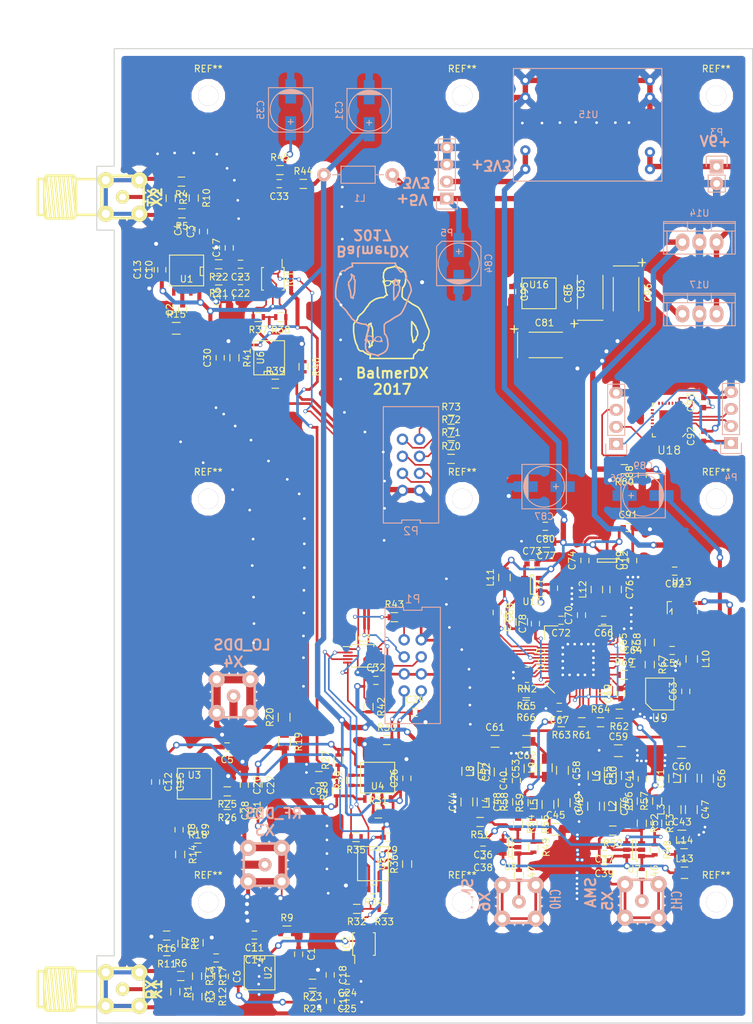
<source format=kicad_pcb>
(kicad_pcb (version 4) (host pcbnew 4.0.7-e2-6376~58~ubuntu16.04.1)
  (layers (0 F.Cu signal) (1 In1.Cu signal hide) (2 In2.Cu signal hide) (31 B.Cu signal hide) (34 B.Paste user) (35 F.Paste user) (36 B.SilkS user) (37 F.SilkS user) (38 B.Mask user) (39 F.Mask user) (44 Edge.Cuts user))
  (net 0 "")
  (net 1 "Net-(C1-Pad1)")
  (net 2 Earth)
  (net 3 "Net-(C2-Pad1)")
  (net 4 "Net-(C3-Pad1)")
  (net 5 "Net-(C4-Pad1)")
  (net 6 +3V3)
  (net 7 "Net-(C17-Pad1)")
  (net 8 "Net-(C22-Pad1)")
  (net 9 "Net-(C23-Pad1)")
  (net 10 "Net-(C24-Pad1)")
  (net 11 "Net-(C25-Pad1)")
  (net 12 VAA)
  (net 13 "Net-(C27-Pad1)")
  (net 14 +1V8)
  (net 15 "Net-(R1-Pad1)")
  (net 16 "Net-(R1-Pad2)")
  (net 17 "Net-(R2-Pad1)")
  (net 18 "Net-(R13-Pad2)")
  (net 19 "Net-(R23-Pad2)")
  (net 20 "Net-(R24-Pad2)")
  (net 21 "Net-(R25-Pad2)")
  (net 22 +5VA)
  (net 23 "Net-(R29-Pad2)")
  (net 24 "Net-(C6-Pad1)")
  (net 25 "Net-(C6-Pad2)")
  (net 26 "Net-(C7-Pad1)")
  (net 27 "Net-(C7-Pad2)")
  (net 28 "Net-(C8-Pad1)")
  (net 29 "Net-(C8-Pad2)")
  (net 30 "Net-(C9-Pad1)")
  (net 31 +6V)
  (net 32 "Net-(C16-Pad2)")
  (net 33 "Net-(C18-Pad2)")
  (net 34 "Net-(C19-Pad1)")
  (net 35 "Net-(C20-Pad2)")
  (net 36 "Net-(C21-Pad1)")
  (net 37 "Net-(C28-Pad1)")
  (net 38 "Net-(R26-Pad2)")
  (net 39 "Net-(IC2-Pad6)")
  (net 40 "Net-(IC2-Pad10)")
  (net 41 /analog_sa612A/LO_TX1)
  (net 42 /analog_sa612A/LO_TX3)
  (net 43 "Net-(C3-Pad2)")
  (net 44 "Net-(C4-Pad2)")
  (net 45 /analog_sa612A/LO_TX2)
  (net 46 /analog_sa612A/MID)
  (net 47 /analog_sa612A/SELECT_RX_TX)
  (net 48 "Net-(C42-Pad1)")
  (net 49 "Net-(C43-Pad1)")
  (net 50 "Net-(C44-Pad1)")
  (net 51 "Net-(C45-Pad1)")
  (net 52 "Net-(C46-Pad1)")
  (net 53 "Net-(C47-Pad1)")
  (net 54 "Net-(C48-Pad1)")
  (net 55 "Net-(C49-Pad1)")
  (net 56 "Net-(C55-Pad1)")
  (net 57 "Net-(C56-Pad1)")
  (net 58 "Net-(C57-Pad1)")
  (net 59 "Net-(C58-Pad1)")
  (net 60 "Net-(C63-Pad1)")
  (net 61 "Net-(C64-Pad1)")
  (net 62 "Net-(C64-Pad2)")
  (net 63 "Net-(C65-Pad1)")
  (net 64 "Net-(C66-Pad1)")
  (net 65 "Net-(C68-Pad1)")
  (net 66 "Net-(C73-Pad1)")
  (net 67 "Net-(C74-Pad1)")
  (net 68 "Net-(C76-Pad1)")
  (net 69 "Net-(IC1-Pad6)")
  (net 70 "Net-(IC1-Pad10)")
  (net 71 /analog_sa612A/RX_A)
  (net 72 /analog_sa612A/RX_B)
  (net 73 /analog_sa612A/ADC_A)
  (net 74 /analog_sa612A/TX_A)
  (net 75 /analog_sa612A/TX_B)
  (net 76 /analog_sa612A/ADC_B)
  (net 77 /analog_sa612A/REF_B)
  (net 78 /analog_sa612A/REF_A)
  (net 79 /generator_AD9958/PWR_DWN_CTL)
  (net 80 /generator_AD9958/MASTER_RESET)
  (net 81 /generator_AD9958/SDIO_0)
  (net 82 /generator_AD9958/SCK)
  (net 83 /generator_AD9958/~CS)
  (net 84 /generator_AD9958/I/O_UPD)
  (net 85 /analog_sa612A/RF_DDS)
  (net 86 "Net-(R19-Pad1)")
  (net 87 "Net-(R21-Pad2)")
  (net 88 "Net-(R22-Pad2)")
  (net 89 "Net-(R29-Pad1)")
  (net 90 "Net-(R34-Pad1)")
  (net 91 "Net-(R34-Pad2)")
  (net 92 "Net-(R39-Pad1)")
  (net 93 "Net-(R39-Pad2)")
  (net 94 "Net-(R46-Pad1)")
  (net 95 "Net-(R46-Pad2)")
  (net 96 "Net-(R47-Pad1)")
  (net 97 "Net-(R47-Pad2)")
  (net 98 "Net-(R48-Pad1)")
  (net 99 "Net-(R49-Pad1)")
  (net 100 "Net-(R50-Pad1)")
  (net 101 "Net-(R51-Pad1)")
  (net 102 "Net-(R65-Pad1)")
  (net 103 "Net-(R66-Pad1)")
  (net 104 "Net-(R67-Pad2)")
  (net 105 "Net-(R69-Pad1)")
  (net 106 /analog_sa612A/RX_TX)
  (net 107 "Net-(RN2-Pad3)")
  (net 108 "Net-(RN2-Pad2)")
  (net 109 "Net-(RN2-Pad4)")
  (net 110 /generator_AD9958/-5VU)
  (net 111 /generator_AD9958/+5VU)
  (net 112 "Net-(C81-Pad2)")
  (net 113 "Net-(C81-Pad1)")
  (net 114 "Net-(C83-Pad1)")
  (net 115 -5VA)
  (net 116 +9V)
  (net 117 3.3VA)
  (net 118 /power/+5VUSB)
  (net 119 /power/+3V3USB)
  (net 120 /power/D+)
  (net 121 /power/D-)
  (net 122 /power/TX)
  (net 123 /power/RX)
  (net 124 "Net-(C95-Pad1)")
  (net 125 "Net-(R70-Pad2)")
  (net 126 "Net-(R71-Pad2)")
  (net 127 "Net-(R72-Pad2)")
  (net 128 "Net-(R73-Pad2)")
  (module Capacitors_SMD:c_elec_6.3x4.5 (layer B.Cu) (at 67.9455 44.232 270)
    (fp_text reference C31 (at 0 4.445 270) (layer B.SilkS) (effects (justify mirror)))
    (fp_text value 220u)
    (pad 1 smd rect (at 2.75082 0 270) (size 3.59918 1.6002) (layers B.Cu B.Paste B.Mask) (net 31 +6V))
    (pad 2 smd rect (at -2.75082 0 270) (size 3.59918 1.6002) (layers B.Cu B.Paste B.Mask) (net 2 Earth))
  )
  (module Capacitors_SMD:C_0603 (layer F.Cu) (at 100.0532 111.1742 90)
    (fp_text reference C74 (at 0 -1.9 90) (layer F.SilkS))
    (fp_text value 100n)
    (pad 1 smd rect (at -0.75 0 90) (size 0.8 0.75) (layers F.Cu F.Paste F.Mask) (net 67 "Net-(C74-Pad1)"))
    (pad 2 smd rect (at 0.75 0 90) (size 0.8 0.75) (layers F.Cu F.Paste F.Mask) (net 2 Earth))
  )
  (module Resistors_SMD:R_0805_HandSoldering (layer F.Cu) (at 94.552 147.483 90)
    (fp_text reference L5 (at 0 -2.1 90) (layer F.SilkS))
    (fp_text value 39nH)
    (pad 1 smd rect (at -1.35 0 90) (size 1.5 1.3) (layers F.Cu F.Paste F.Mask) (net 51 "Net-(C45-Pad1)"))
    (pad 2 smd rect (at 1.35 0 90) (size 1.5 1.3) (layers F.Cu F.Paste F.Mask) (net 55 "Net-(C49-Pad1)"))
  )
  (module Capacitors_SMD:C_0603 (layer F.Cu) (at 62.1416 172.8576 270)
    (fp_text reference C18 (at 0 -1.9 270) (layer F.SilkS))
    (fp_text value 22n)
    (pad 1 smd rect (at -0.75 0 270) (size 0.8 0.75) (layers F.Cu F.Paste F.Mask) (net 2 Earth))
    (pad 2 smd rect (at 0.75 0 270) (size 0.8 0.75) (layers F.Cu F.Paste F.Mask) (net 33 "Net-(C18-Pad2)"))
  )
  (module Resistors_SMD:R_0603 (layer F.Cu) (at 39.0911 175.3468 270)
    (fp_text reference R1 (at 0 -1.9 270) (layer F.SilkS))
    (fp_text value 49.9)
    (pad 1 smd rect (at -0.75 0 270) (size 0.5 0.9) (layers F.Cu F.Paste F.Mask) (net 15 "Net-(R1-Pad1)"))
    (pad 2 smd rect (at 0.75 0 270) (size 0.5 0.9) (layers F.Cu F.Paste F.Mask) (net 16 "Net-(R1-Pad2)"))
  )
  (module Resistors_SMD:R_0805_HandSoldering (layer F.Cu) (at 94.298 142.022 90)
    (fp_text reference L9 (at 0 -2.1 90) (layer F.SilkS))
    (fp_text value 22nH)
    (pad 1 smd rect (at -1.35 0 90) (size 1.5 1.3) (layers F.Cu F.Paste F.Mask) (net 55 "Net-(C49-Pad1)"))
    (pad 2 smd rect (at 1.35 0 90) (size 1.5 1.3) (layers F.Cu F.Paste F.Mask) (net 59 "Net-(C58-Pad1)"))
  )
  (module Resistors_SMD:R_0805 (layer F.Cu) (at 101.3465 147.737 90)
    (fp_text reference C42 (at 0 -2.1 90) (layer F.SilkS))
    (fp_text value 27p)
    (pad 1 smd rect (at -0.95 0 90) (size 0.7 1.3) (layers F.Cu F.Paste F.Mask) (net 48 "Net-(C42-Pad1)"))
    (pad 2 smd rect (at 0.95 0 90) (size 0.7 1.3) (layers F.Cu F.Paste F.Mask) (net 2 Earth))
  )
  (module Resistors_SMD:R_0805 (layer F.Cu) (at 114.491 152.182)
    (fp_text reference C43 (at 0 -2.1) (layer F.SilkS))
    (fp_text value 27p)
    (pad 1 smd rect (at -0.95 0) (size 0.7 1.3) (layers F.Cu F.Paste F.Mask) (net 49 "Net-(C43-Pad1)"))
    (pad 2 smd rect (at 0.95 0) (size 0.7 1.3) (layers F.Cu F.Paste F.Mask) (net 2 Earth))
  )
  (module Resistors_SMD:R_0805 (layer F.Cu) (at 82.487 147.102 90)
    (fp_text reference C44 (at 0 -2.1 90) (layer F.SilkS))
    (fp_text value 27p)
    (pad 1 smd rect (at -0.95 0 90) (size 0.7 1.3) (layers F.Cu F.Paste F.Mask) (net 50 "Net-(C44-Pad1)"))
    (pad 2 smd rect (at 0.95 0 90) (size 0.7 1.3) (layers F.Cu F.Paste F.Mask) (net 2 Earth))
  )
  (module Resistors_SMD:R_0805 (layer F.Cu) (at 95.695 151.166)
    (fp_text reference C45 (at 0 -2.1) (layer F.SilkS))
    (fp_text value 27p)
    (pad 1 smd rect (at -0.95 0) (size 0.7 1.3) (layers F.Cu F.Paste F.Mask) (net 51 "Net-(C45-Pad1)"))
    (pad 2 smd rect (at 0.95 0) (size 0.7 1.3) (layers F.Cu F.Paste F.Mask) (net 2 Earth))
  )
  (module Resistors_SMD:R_0805 (layer F.Cu) (at 103.823 147.737 270)
    (fp_text reference C46 (at 0 -2.1 270) (layer F.SilkS))
    (fp_text value 4.7p)
    (pad 1 smd rect (at -0.95 0 270) (size 0.7 1.3) (layers F.Cu F.Paste F.Mask) (net 52 "Net-(C46-Pad1)"))
    (pad 2 smd rect (at 0.95 0 270) (size 0.7 1.3) (layers F.Cu F.Paste F.Mask) (net 48 "Net-(C42-Pad1)"))
  )
  (module Resistors_SMD:R_0805 (layer F.Cu) (at 115.888 148.245 270)
    (fp_text reference C47 (at 0 -2.1 270) (layer F.SilkS))
    (fp_text value 4.7p)
    (pad 1 smd rect (at -0.95 0 270) (size 0.7 1.3) (layers F.Cu F.Paste F.Mask) (net 53 "Net-(C47-Pad1)"))
    (pad 2 smd rect (at 0.95 0 270) (size 0.7 1.3) (layers F.Cu F.Paste F.Mask) (net 49 "Net-(C43-Pad1)"))
  )
  (module Resistors_SMD:R_0805 (layer F.Cu) (at 84.9 147.102 270)
    (fp_text reference C48 (at 0 -2.1 270) (layer F.SilkS))
    (fp_text value 4.7p)
    (pad 1 smd rect (at -0.95 0 270) (size 0.7 1.3) (layers F.Cu F.Paste F.Mask) (net 54 "Net-(C48-Pad1)"))
    (pad 2 smd rect (at 0.95 0 270) (size 0.7 1.3) (layers F.Cu F.Paste F.Mask) (net 50 "Net-(C44-Pad1)"))
  )
  (module Resistors_SMD:R_0805 (layer F.Cu) (at 96.965 147.229 270)
    (fp_text reference C49 (at 0 -2.1 270) (layer F.SilkS))
    (fp_text value 4.7p)
    (pad 1 smd rect (at -0.95 0 270) (size 0.7 1.3) (layers F.Cu F.Paste F.Mask) (net 55 "Net-(C49-Pad1)"))
    (pad 2 smd rect (at 0.95 0 270) (size 0.7 1.3) (layers F.Cu F.Paste F.Mask) (net 51 "Net-(C45-Pad1)"))
  )
  (module Resistors_SMD:R_0805 (layer F.Cu) (at 106.363 143.165 90)
    (fp_text reference C50 (at 0 -2.1 90) (layer F.SilkS))
    (fp_text value 33p)
    (pad 1 smd rect (at -0.95 0 90) (size 0.7 1.3) (layers F.Cu F.Paste F.Mask) (net 52 "Net-(C46-Pad1)"))
    (pad 2 smd rect (at 0.95 0 90) (size 0.7 1.3) (layers F.Cu F.Paste F.Mask) (net 2 Earth))
  )
  (module Resistors_SMD:R_0805 (layer F.Cu) (at 113.4115 143.6095 90)
    (fp_text reference C51 (at 0 -2.1 90) (layer F.SilkS))
    (fp_text value 33p)
    (pad 1 smd rect (at -0.95 0 90) (size 0.7 1.3) (layers F.Cu F.Paste F.Mask) (net 53 "Net-(C47-Pad1)"))
    (pad 2 smd rect (at 0.95 0 90) (size 0.7 1.3) (layers F.Cu F.Paste F.Mask) (net 2 Earth))
  )
  (module Resistors_SMD:R_0805 (layer F.Cu) (at 87.44 142.657 90)
    (fp_text reference C52 (at 0 -2.1 90) (layer F.SilkS))
    (fp_text value 33p)
    (pad 1 smd rect (at -0.95 0 90) (size 0.7 1.3) (layers F.Cu F.Paste F.Mask) (net 54 "Net-(C48-Pad1)"))
    (pad 2 smd rect (at 0.95 0 90) (size 0.7 1.3) (layers F.Cu F.Paste F.Mask) (net 2 Earth))
  )
  (module Resistors_SMD:R_0805 (layer F.Cu) (at 91.885 142.149 90)
    (fp_text reference C53 (at 0 -2.1 90) (layer F.SilkS))
    (fp_text value 33p)
    (pad 1 smd rect (at -0.95 0 90) (size 0.7 1.3) (layers F.Cu F.Paste F.Mask) (net 55 "Net-(C49-Pad1)"))
    (pad 2 smd rect (at 0.95 0 90) (size 0.7 1.3) (layers F.Cu F.Paste F.Mask) (net 2 Earth))
  )
  (module Capacitors_SMD:C_0603 (layer F.Cu) (at 113.0305 124.5595 180)
    (fp_text reference C54 (at 0 -1.9 180) (layer F.SilkS))
    (fp_text value 100n)
    (pad 1 smd rect (at -0.75 0 180) (size 0.8 0.75) (layers F.Cu F.Paste F.Mask) (net 117 3.3VA))
    (pad 2 smd rect (at 0.75 0 180) (size 0.8 0.75) (layers F.Cu F.Paste F.Mask) (net 2 Earth))
  )
  (module Resistors_SMD:R_0805 (layer F.Cu) (at 101.41 143.165 270)
    (fp_text reference C55 (at 0 -2.1 270) (layer F.SilkS))
    (fp_text value 18p)
    (pad 1 smd rect (at -0.95 0 270) (size 0.7 1.3) (layers F.Cu F.Paste F.Mask) (net 56 "Net-(C55-Pad1)"))
    (pad 2 smd rect (at 0.95 0 270) (size 0.7 1.3) (layers F.Cu F.Paste F.Mask) (net 52 "Net-(C46-Pad1)"))
  )
  (module Resistors_SMD:R_0805 (layer F.Cu) (at 118.301 143.6095 270)
    (fp_text reference C56 (at 0 -2.1 270) (layer F.SilkS))
    (fp_text value 18p)
    (pad 1 smd rect (at -0.95 0 270) (size 0.7 1.3) (layers F.Cu F.Paste F.Mask) (net 57 "Net-(C56-Pad1)"))
    (pad 2 smd rect (at 0.95 0 270) (size 0.7 1.3) (layers F.Cu F.Paste F.Mask) (net 53 "Net-(C47-Pad1)"))
  )
  (module Resistors_SMD:R_0805 (layer F.Cu) (at 82.614 142.53 270)
    (fp_text reference C57 (at 0 -2.1 270) (layer F.SilkS))
    (fp_text value 18p)
    (pad 1 smd rect (at -0.95 0 270) (size 0.7 1.3) (layers F.Cu F.Paste F.Mask) (net 58 "Net-(C57-Pad1)"))
    (pad 2 smd rect (at 0.95 0 270) (size 0.7 1.3) (layers F.Cu F.Paste F.Mask) (net 54 "Net-(C48-Pad1)"))
  )
  (module Resistors_SMD:R_0805 (layer F.Cu) (at 96.711 142.403 270)
    (fp_text reference C58 (at 0 -2.1 270) (layer F.SilkS))
    (fp_text value 18p)
    (pad 1 smd rect (at -0.95 0 270) (size 0.7 1.3) (layers F.Cu F.Paste F.Mask) (net 59 "Net-(C58-Pad1)"))
    (pad 2 smd rect (at 0.95 0 270) (size 0.7 1.3) (layers F.Cu F.Paste F.Mask) (net 55 "Net-(C49-Pad1)"))
  )
  (module Resistors_SMD:R_0805 (layer F.Cu) (at 105.0295 139.482)
    (fp_text reference C59 (at 0 -2.1) (layer F.SilkS))
    (fp_text value 22p)
    (pad 1 smd rect (at -0.95 0) (size 0.7 1.3) (layers F.Cu F.Paste F.Mask) (net 56 "Net-(C55-Pad1)"))
    (pad 2 smd rect (at 0.95 0) (size 0.7 1.3) (layers F.Cu F.Paste F.Mask) (net 2 Earth))
  )
  (module Resistors_SMD:R_0805 (layer F.Cu) (at 114.4275 139.736 180)
    (fp_text reference C60 (at 0 -2.1 180) (layer F.SilkS))
    (fp_text value 22p)
    (pad 1 smd rect (at -0.95 0 180) (size 0.7 1.3) (layers F.Cu F.Paste F.Mask) (net 57 "Net-(C56-Pad1)"))
    (pad 2 smd rect (at 0.95 0 180) (size 0.7 1.3) (layers F.Cu F.Paste F.Mask) (net 2 Earth))
  )
  (module Resistors_SMD:R_0805 (layer F.Cu) (at 86.678 138.085)
    (fp_text reference C61 (at 0 -2.1) (layer F.SilkS))
    (fp_text value 22p)
    (pad 1 smd rect (at -0.95 0) (size 0.7 1.3) (layers F.Cu F.Paste F.Mask) (net 58 "Net-(C57-Pad1)"))
    (pad 2 smd rect (at 0.95 0) (size 0.7 1.3) (layers F.Cu F.Paste F.Mask) (net 2 Earth))
  )
  (module Resistors_SMD:R_0805 (layer F.Cu) (at 91.377 138.085 180)
    (fp_text reference C62 (at 0 -2.1 180) (layer F.SilkS))
    (fp_text value 22p)
    (pad 1 smd rect (at -0.95 0 180) (size 0.7 1.3) (layers F.Cu F.Paste F.Mask) (net 59 "Net-(C58-Pad1)"))
    (pad 2 smd rect (at 0.95 0 180) (size 0.7 1.3) (layers F.Cu F.Paste F.Mask) (net 2 Earth))
  )
  (module Capacitors_SMD:C_0603 (layer F.Cu) (at 115.0625 130.6555 90)
    (fp_text reference C63 (at 0 -1.9 90) (layer F.SilkS))
    (fp_text value 100n)
    (pad 1 smd rect (at -0.75 0 90) (size 0.8 0.75) (layers F.Cu F.Paste F.Mask) (net 60 "Net-(C63-Pad1)"))
    (pad 2 smd rect (at 0.75 0 90) (size 0.8 0.75) (layers F.Cu F.Paste F.Mask) (net 2 Earth))
  )
  (module Capacitors_SMD:C_0603 (layer F.Cu) (at 107.1652 126.4142)
    (fp_text reference C64 (at 0 -1.9) (layer F.SilkS))
    (fp_text value 100n)
    (pad 1 smd rect (at -0.75 0) (size 0.8 0.75) (layers F.Cu F.Paste F.Mask) (net 61 "Net-(C64-Pad1)"))
    (pad 2 smd rect (at 0.75 0) (size 0.8 0.75) (layers F.Cu F.Paste F.Mask) (net 62 "Net-(C64-Pad2)"))
  )
  (module Capacitors_SMD:C_0603 (layer F.Cu) (at 107.6732 123.3662 90)
    (fp_text reference C65 (at 0 -1.9 90) (layer F.SilkS))
    (fp_text value 100n)
    (pad 1 smd rect (at -0.75 0 90) (size 0.8 0.75) (layers F.Cu F.Paste F.Mask) (net 63 "Net-(C65-Pad1)"))
    (pad 2 smd rect (at 0.75 0 90) (size 0.8 0.75) (layers F.Cu F.Paste F.Mask) (net 2 Earth))
  )
  (module Capacitors_SMD:C_0603 (layer F.Cu) (at 102.8472 120.0642 180)
    (fp_text reference C66 (at 0 -1.9 180) (layer F.SilkS))
    (fp_text value 680p)
    (pad 1 smd rect (at -0.75 0 180) (size 0.8 0.75) (layers F.Cu F.Paste F.Mask) (net 64 "Net-(C66-Pad1)"))
    (pad 2 smd rect (at 0.75 0 180) (size 0.8 0.75) (layers F.Cu F.Paste F.Mask) (net 12 VAA))
  )
  (module Capacitors_SMD:C_0603 (layer F.Cu) (at 96.2432 133.0182 180)
    (fp_text reference C67 (at 0 -1.9 180) (layer F.SilkS))
    (fp_text value 100n)
    (pad 1 smd rect (at -0.75 0 180) (size 0.8 0.75) (layers F.Cu F.Paste F.Mask) (net 12 VAA))
    (pad 2 smd rect (at 0.75 0 180) (size 0.8 0.75) (layers F.Cu F.Paste F.Mask) (net 2 Earth))
  )
  (module Capacitors_SMD:C_0603 (layer F.Cu) (at 86.9955 118.908 270)
    (fp_text reference C68 (at 0 -1.9 270) (layer F.SilkS))
    (fp_text value 100n)
    (pad 1 smd rect (at -0.75 0 270) (size 0.8 0.75) (layers F.Cu F.Paste F.Mask) (net 65 "Net-(C68-Pad1)"))
    (pad 2 smd rect (at 0.75 0 270) (size 0.8 0.75) (layers F.Cu F.Paste F.Mask) (net 2 Earth))
  )
  (module Capacitors_SMD:C_0603 (layer F.Cu) (at 105.3872 130.9862 90)
    (fp_text reference C69 (at 0 -1.9 90) (layer F.SilkS))
    (fp_text value 100n)
    (pad 1 smd rect (at -0.75 0 90) (size 0.8 0.75) (layers F.Cu F.Paste F.Mask) (net 12 VAA))
    (pad 2 smd rect (at 0.75 0 90) (size 0.8 0.75) (layers F.Cu F.Paste F.Mask) (net 2 Earth))
  )
  (module Capacitors_SMD:C_0603 (layer F.Cu) (at 99.5452 119.3022 90)
    (fp_text reference C70 (at 0 -1.9 90) (layer F.SilkS))
    (fp_text value 100n)
    (pad 1 smd rect (at -0.75 0 90) (size 0.8 0.75) (layers F.Cu F.Paste F.Mask) (net 12 VAA))
    (pad 2 smd rect (at 0.75 0 90) (size 0.8 0.75) (layers F.Cu F.Paste F.Mask) (net 2 Earth))
  )
  (module Capacitors_SMD:C_0603 (layer F.Cu) (at 95.3775 115.2885 90)
    (fp_text reference C71 (at 0 -1.9 90) (layer F.SilkS))
    (fp_text value 100n)
    (pad 1 smd rect (at -0.75 0 90) (size 0.8 0.75) (layers F.Cu F.Paste F.Mask) (net 6 +3V3))
    (pad 2 smd rect (at 0.75 0 90) (size 0.8 0.75) (layers F.Cu F.Paste F.Mask) (net 2 Earth))
  )
  (module Capacitors_SMD:C_0603 (layer F.Cu) (at 96.4972 120.0642 180)
    (fp_text reference C72 (at 0 -1.9 180) (layer F.SilkS))
    (fp_text value 100n)
    (pad 1 smd rect (at -0.75 0 180) (size 0.8 0.75) (layers F.Cu F.Paste F.Mask) (net 12 VAA))
    (pad 2 smd rect (at 0.75 0 180) (size 0.8 0.75) (layers F.Cu F.Paste F.Mask) (net 2 Earth))
  )
  (module Capacitors_SMD:C_0603 (layer F.Cu) (at 92.1792 111.6822)
    (fp_text reference C73 (at 0 -1.9) (layer F.SilkS))
    (fp_text value 100n)
    (pad 1 smd rect (at -0.75 0) (size 0.8 0.75) (layers F.Cu F.Paste F.Mask) (net 66 "Net-(C73-Pad1)"))
    (pad 2 smd rect (at 0.75 0) (size 0.8 0.75) (layers F.Cu F.Paste F.Mask) (net 2 Earth))
  )
  (module Capacitors_SMD:C_0805 (layer F.Cu) (at 90.6552 120.3182 90)
    (fp_text reference C75 (at 0 -2.1 90) (layer F.SilkS))
    (fp_text value 10u)
    (pad 1 smd rect (at -1 0 90) (size 1 1.25) (layers F.Cu F.Paste F.Mask) (net 14 +1V8))
    (pad 2 smd rect (at 1 0 90) (size 1 1.25) (layers F.Cu F.Paste F.Mask) (net 2 Earth))
  )
  (module Capacitors_SMD:C_0805 (layer F.Cu) (at 104.6252 115.4922 270)
    (fp_text reference C76 (at 0 -2.1 270) (layer F.SilkS))
    (fp_text value 10u)
    (pad 1 smd rect (at -1 0 270) (size 1 1.25) (layers F.Cu F.Paste F.Mask) (net 68 "Net-(C76-Pad1)"))
    (pad 2 smd rect (at 1 0 270) (size 1 1.25) (layers F.Cu F.Paste F.Mask) (net 2 Earth))
  )
  (module Capacitors_SMD:C_0805 (layer F.Cu) (at 94.298 108.367 180)
    (fp_text reference C77 (at 0 -2.1 180) (layer F.SilkS))
    (fp_text value 10u)
    (pad 1 smd rect (at -1 0 180) (size 1 1.25) (layers F.Cu F.Paste F.Mask) (net 6 +3V3))
    (pad 2 smd rect (at 1 0 180) (size 1 1.25) (layers F.Cu F.Paste F.Mask) (net 2 Earth))
  )
  (module Capacitors_SMD:C_0603 (layer F.Cu) (at 92.6872 120.5722 90)
    (fp_text reference C78 (at 0 -1.9 90) (layer F.SilkS))
    (fp_text value 100n)
    (pad 1 smd rect (at -0.75 0 90) (size 0.8 0.75) (layers F.Cu F.Paste F.Mask) (net 14 +1V8))
    (pad 2 smd rect (at 0.75 0 90) (size 0.8 0.75) (layers F.Cu F.Paste F.Mask) (net 2 Earth))
  )
  (module Capacitors_SMD:C_0603 (layer F.Cu) (at 107.1652 111.1742 90)
    (fp_text reference C79 (at 0 -1.9 90) (layer F.SilkS))
    (fp_text value 100n)
    (pad 1 smd rect (at -0.75 0 90) (size 0.8 0.75) (layers F.Cu F.Paste F.Mask) (net 68 "Net-(C76-Pad1)"))
    (pad 2 smd rect (at 0.75 0 90) (size 0.8 0.75) (layers F.Cu F.Paste F.Mask) (net 2 Earth))
  )
  (module Capacitors_SMD:C_0603 (layer F.Cu) (at 94.171 106.081 180)
    (fp_text reference C80 (at 0 -1.9 180) (layer F.SilkS))
    (fp_text value 100n)
    (pad 1 smd rect (at -0.75 0 180) (size 0.8 0.75) (layers F.Cu F.Paste F.Mask) (net 6 +3V3))
    (pad 2 smd rect (at 0.75 0 180) (size 0.8 0.75) (layers F.Cu F.Paste F.Mask) (net 2 Earth))
  )
  (module Resistors_SMD:R_0805_HandSoldering (layer F.Cu) (at 106.236 147.737 90)
    (fp_text reference L2 (at 0 -2.1 90) (layer F.SilkS))
    (fp_text value 39nH)
    (pad 1 smd rect (at -1.35 0 90) (size 1.5 1.3) (layers F.Cu F.Paste F.Mask) (net 48 "Net-(C42-Pad1)"))
    (pad 2 smd rect (at 1.35 0 90) (size 1.5 1.3) (layers F.Cu F.Paste F.Mask) (net 52 "Net-(C46-Pad1)"))
  )
  (module Resistors_SMD:R_0805_HandSoldering (layer F.Cu) (at 113.475 148.245 90)
    (fp_text reference L3 (at 0 -2.1 90) (layer F.SilkS))
    (fp_text value 39nH)
    (pad 1 smd rect (at -1.35 0 90) (size 1.5 1.3) (layers F.Cu F.Paste F.Mask) (net 49 "Net-(C43-Pad1)"))
    (pad 2 smd rect (at 1.35 0 90) (size 1.5 1.3) (layers F.Cu F.Paste F.Mask) (net 53 "Net-(C47-Pad1)"))
  )
  (module Resistors_SMD:R_0805_HandSoldering (layer F.Cu) (at 87.44 147.229 90)
    (fp_text reference L4 (at 0 -2.1 90) (layer F.SilkS))
    (fp_text value 39nH)
    (pad 1 smd rect (at -1.35 0 90) (size 1.5 1.3) (layers F.Cu F.Paste F.Mask) (net 50 "Net-(C44-Pad1)"))
    (pad 2 smd rect (at 1.35 0 90) (size 1.5 1.3) (layers F.Cu F.Paste F.Mask) (net 54 "Net-(C48-Pad1)"))
  )
  (module Resistors_SMD:R_0805_HandSoldering (layer F.Cu) (at 103.823 143.2285 90)
    (fp_text reference L6 (at 0 -2.1 90) (layer F.SilkS))
    (fp_text value 22nH)
    (pad 1 smd rect (at -1.35 0 90) (size 1.5 1.3) (layers F.Cu F.Paste F.Mask) (net 52 "Net-(C46-Pad1)"))
    (pad 2 smd rect (at 1.35 0 90) (size 1.5 1.3) (layers F.Cu F.Paste F.Mask) (net 56 "Net-(C55-Pad1)"))
  )
  (module Resistors_SMD:R_0805_HandSoldering (layer F.Cu) (at 115.888 143.546 90)
    (fp_text reference L7 (at 0 -2.1 90) (layer F.SilkS))
    (fp_text value 22nH)
    (pad 1 smd rect (at -1.35 0 90) (size 1.5 1.3) (layers F.Cu F.Paste F.Mask) (net 53 "Net-(C47-Pad1)"))
    (pad 2 smd rect (at 1.35 0 90) (size 1.5 1.3) (layers F.Cu F.Paste F.Mask) (net 57 "Net-(C56-Pad1)"))
  )
  (module Resistors_SMD:R_0805_HandSoldering (layer F.Cu) (at 85.027 142.53 90)
    (fp_text reference L8 (at 0 -2.1 90) (layer F.SilkS))
    (fp_text value 22nH)
    (pad 1 smd rect (at -1.35 0 90) (size 1.5 1.3) (layers F.Cu F.Paste F.Mask) (net 54 "Net-(C48-Pad1)"))
    (pad 2 smd rect (at 1.35 0 90) (size 1.5 1.3) (layers F.Cu F.Paste F.Mask) (net 58 "Net-(C57-Pad1)"))
  )
  (module Capacitors_SMD:C_0805 (layer F.Cu) (at 115.9515 125.8295 270)
    (fp_text reference L10 (at 0 -2.1 270) (layer F.SilkS))
    (fp_text value 100Z)
    (pad 1 smd rect (at -1 0 270) (size 1 1.25) (layers F.Cu F.Paste F.Mask) (net 117 3.3VA))
    (pad 2 smd rect (at 1 0 270) (size 1 1.25) (layers F.Cu F.Paste F.Mask) (net 60 "Net-(C63-Pad1)"))
  )
  (module Capacitors_SMD:C_0805 (layer F.Cu) (at 88.075 113.701 90)
    (fp_text reference L11 (at 0 -2.1 90) (layer F.SilkS))
    (fp_text value 100Z)
    (pad 1 smd rect (at -1 0 90) (size 1 1.25) (layers F.Cu F.Paste F.Mask) (net 65 "Net-(C68-Pad1)"))
    (pad 2 smd rect (at 1 0 90) (size 1 1.25) (layers F.Cu F.Paste F.Mask) (net 6 +3V3))
  )
  (module Capacitors_SMD:C_0805 (layer F.Cu) (at 101.8312 115.4922 90)
    (fp_text reference L12 (at 0 -2.1 90) (layer F.SilkS))
    (fp_text value 100Z)
    (pad 1 smd rect (at -1 0 90) (size 1 1.25) (layers F.Cu F.Paste F.Mask) (net 12 VAA))
    (pad 2 smd rect (at 1 0 90) (size 1 1.25) (layers F.Cu F.Paste F.Mask) (net 68 "Net-(C76-Pad1)"))
  )
  (module Resistors_SMD:R_0603 (layer F.Cu) (at 108.522 157.897 270)
    (fp_text reference R46 (at 0 -1.9 270) (layer F.SilkS))
    (fp_text value 49.9)
    (pad 1 smd rect (at -0.75 0 270) (size 0.5 0.9) (layers F.Cu F.Paste F.Mask) (net 94 "Net-(R46-Pad1)"))
    (pad 2 smd rect (at 0.75 0 270) (size 0.5 0.9) (layers F.Cu F.Paste F.Mask) (net 95 "Net-(R46-Pad2)"))
  )
  (module Resistors_SMD:R_0603 (layer F.Cu) (at 90.234 158.024 270)
    (fp_text reference R47 (at 0 -1.9 270) (layer F.SilkS))
    (fp_text value 49.9)
    (pad 1 smd rect (at -0.75 0 270) (size 0.5 0.9) (layers F.Cu F.Paste F.Mask) (net 96 "Net-(R47-Pad1)"))
    (pad 2 smd rect (at 0.75 0 270) (size 0.5 0.9) (layers F.Cu F.Paste F.Mask) (net 97 "Net-(R47-Pad2)"))
  )
  (module Resistors_SMD:R_0603 (layer F.Cu) (at 110.427 154.214 270)
    (fp_text reference R48 (at 0 -1.9 270) (layer F.SilkS))
    (fp_text value 360)
    (pad 1 smd rect (at -0.75 0 270) (size 0.5 0.9) (layers F.Cu F.Paste F.Mask) (net 98 "Net-(R48-Pad1)"))
    (pad 2 smd rect (at 0.75 0 270) (size 0.5 0.9) (layers F.Cu F.Paste F.Mask) (net 94 "Net-(R46-Pad1)"))
  )
  (module Resistors_SMD:R_0603 (layer F.Cu) (at 92.393 153.833 270)
    (fp_text reference R49 (at 0 -1.9 270) (layer F.SilkS))
    (fp_text value 360)
    (pad 1 smd rect (at -0.75 0 270) (size 0.5 0.9) (layers F.Cu F.Paste F.Mask) (net 99 "Net-(R49-Pad1)"))
    (pad 2 smd rect (at 0.75 0 270) (size 0.5 0.9) (layers F.Cu F.Paste F.Mask) (net 96 "Net-(R47-Pad1)"))
  )
  (module Resistors_SMD:R_0603 (layer F.Cu) (at 108.522 150.277 270)
    (fp_text reference R52 (at 0 -1.9 270) (layer F.SilkS))
    (fp_text value 180)
    (pad 1 smd rect (at -0.75 0 270) (size 0.5 0.9) (layers F.Cu F.Paste F.Mask) (net 48 "Net-(C42-Pad1)"))
    (pad 2 smd rect (at 0.75 0 270) (size 0.5 0.9) (layers F.Cu F.Paste F.Mask) (net 100 "Net-(R50-Pad1)"))
  )
  (module Resistors_SMD:R_0603 (layer F.Cu) (at 110.808 150.277 270)
    (fp_text reference R53 (at 0 -1.9 270) (layer F.SilkS))
    (fp_text value 180)
    (pad 1 smd rect (at -0.75 0 270) (size 0.5 0.9) (layers F.Cu F.Paste F.Mask) (net 49 "Net-(C43-Pad1)"))
    (pad 2 smd rect (at 0.75 0 270) (size 0.5 0.9) (layers F.Cu F.Paste F.Mask) (net 98 "Net-(R48-Pad1)"))
  )
  (module Resistors_SMD:R_0603 (layer F.Cu) (at 90.107 150.404 270)
    (fp_text reference R54 (at 0 -1.9 270) (layer F.SilkS))
    (fp_text value 180)
    (pad 1 smd rect (at -0.75 0 270) (size 0.5 0.9) (layers F.Cu F.Paste F.Mask) (net 50 "Net-(C44-Pad1)"))
    (pad 2 smd rect (at 0.75 0 270) (size 0.5 0.9) (layers F.Cu F.Paste F.Mask) (net 101 "Net-(R51-Pad1)"))
  )
  (module Resistors_SMD:R_0603 (layer F.Cu) (at 92.266 150.404 270)
    (fp_text reference R55 (at 0 -1.9 270) (layer F.SilkS))
    (fp_text value 180)
    (pad 1 smd rect (at -0.75 0 270) (size 0.5 0.9) (layers F.Cu F.Paste F.Mask) (net 51 "Net-(C45-Pad1)"))
    (pad 2 smd rect (at 0.75 0 270) (size 0.5 0.9) (layers F.Cu F.Paste F.Mask) (net 99 "Net-(R49-Pad1)"))
  )
  (module Resistors_SMD:R_0603 (layer F.Cu) (at 108.522 146.975 90)
    (fp_text reference R56 (at 0 -1.9 90) (layer F.SilkS))
    (fp_text value 52)
    (pad 1 smd rect (at -0.75 0 90) (size 0.5 0.9) (layers F.Cu F.Paste F.Mask) (net 48 "Net-(C42-Pad1)"))
    (pad 2 smd rect (at 0.75 0 90) (size 0.5 0.9) (layers F.Cu F.Paste F.Mask) (net 12 VAA))
  )
  (module Resistors_SMD:R_0603 (layer F.Cu) (at 110.808 146.975 90)
    (fp_text reference R57 (at 0 -1.9 90) (layer F.SilkS))
    (fp_text value 52)
    (pad 1 smd rect (at -0.75 0 90) (size 0.5 0.9) (layers F.Cu F.Paste F.Mask) (net 49 "Net-(C43-Pad1)"))
    (pad 2 smd rect (at 0.75 0 90) (size 0.5 0.9) (layers F.Cu F.Paste F.Mask) (net 12 VAA))
  )
  (module Resistors_SMD:R_0603 (layer F.Cu) (at 89.98 147.102 90)
    (fp_text reference R58 (at 0 -1.9 90) (layer F.SilkS))
    (fp_text value 52)
    (pad 1 smd rect (at -0.75 0 90) (size 0.5 0.9) (layers F.Cu F.Paste F.Mask) (net 50 "Net-(C44-Pad1)"))
    (pad 2 smd rect (at 0.75 0 90) (size 0.5 0.9) (layers F.Cu F.Paste F.Mask) (net 12 VAA))
  )
  (module Resistors_SMD:R_0603 (layer F.Cu) (at 92.266 147.229 90)
    (fp_text reference R59 (at 0 -1.9 90) (layer F.SilkS))
    (fp_text value 52)
    (pad 1 smd rect (at -0.75 0 90) (size 0.5 0.9) (layers F.Cu F.Paste F.Mask) (net 51 "Net-(C45-Pad1)"))
    (pad 2 smd rect (at 0.75 0 90) (size 0.5 0.9) (layers F.Cu F.Paste F.Mask) (net 12 VAA))
  )
  (module Resistors_SMD:R_0603 (layer F.Cu) (at 99.5812 135.2402 180)
    (fp_text reference R61 (at 0 -1.9 180) (layer F.SilkS))
    (fp_text value inf)
    (pad 1 smd rect (at -0.75 0 180) (size 0.5 0.9) (layers F.Cu F.Paste F.Mask) (net 12 VAA))
    (pad 2 smd rect (at 0.75 0 180) (size 0.5 0.9) (layers F.Cu F.Paste F.Mask) (net 59 "Net-(C58-Pad1)"))
  )
  (module Resistors_SMD:R_0603 (layer F.Cu) (at 105.1692 133.9702 180)
    (fp_text reference R62 (at 0 -1.9 180) (layer F.SilkS))
    (fp_text value inf)
    (pad 1 smd rect (at -0.75 0 180) (size 0.5 0.9) (layers F.Cu F.Paste F.Mask) (net 12 VAA))
    (pad 2 smd rect (at 0.75 0 180) (size 0.5 0.9) (layers F.Cu F.Paste F.Mask) (net 57 "Net-(C56-Pad1)"))
  )
  (module Resistors_SMD:R_0603 (layer F.Cu) (at 96.5332 135.2402 180)
    (fp_text reference R63 (at 0 -1.9 180) (layer F.SilkS))
    (fp_text value inf)
    (pad 1 smd rect (at -0.75 0 180) (size 0.5 0.9) (layers F.Cu F.Paste F.Mask) (net 58 "Net-(C57-Pad1)"))
    (pad 2 smd rect (at 0.75 0 180) (size 0.5 0.9) (layers F.Cu F.Paste F.Mask) (net 12 VAA))
  )
  (module Resistors_SMD:R_0603 (layer F.Cu) (at 102.3752 135.2402)
    (fp_text reference R64 (at 0 -1.9) (layer F.SilkS))
    (fp_text value inf)
    (pad 1 smd rect (at -0.75 0) (size 0.5 0.9) (layers F.Cu F.Paste F.Mask) (net 12 VAA))
    (pad 2 smd rect (at 0.75 0) (size 0.5 0.9) (layers F.Cu F.Paste F.Mask) (net 56 "Net-(C55-Pad1)"))
  )
  (module Resistors_SMD:R_0603 (layer F.Cu) (at 109.7052 126.6682 270)
    (fp_text reference R67 (at 0 -1.9 270) (layer F.SilkS))
    (fp_text value 470)
    (pad 1 smd rect (at -0.75 0 270) (size 0.5 0.9) (layers F.Cu F.Paste F.Mask) (net 62 "Net-(C64-Pad2)"))
    (pad 2 smd rect (at 0.75 0 270) (size 0.5 0.9) (layers F.Cu F.Paste F.Mask) (net 104 "Net-(R67-Pad2)"))
  )
  (module Resistors_SMD:R_0603 (layer F.Cu) (at 109.7052 123.3662 90)
    (fp_text reference R68 (at 0 -1.9 90) (layer F.SilkS))
    (fp_text value 160)
    (pad 1 smd rect (at -0.75 0 90) (size 0.5 0.9) (layers F.Cu F.Paste F.Mask) (net 62 "Net-(C64-Pad2)"))
    (pad 2 smd rect (at 0.75 0 90) (size 0.5 0.9) (layers F.Cu F.Paste F.Mask) (net 2 Earth))
  )
  (module Resistors_SMD:R_0603 (layer F.Cu) (at 105.8952 128.1922)
    (fp_text reference R69 (at 0 -1.9) (layer F.SilkS))
    (fp_text value 2k)
    (pad 1 smd rect (at -0.75 0) (size 0.5 0.9) (layers F.Cu F.Paste F.Mask) (net 105 "Net-(R69-Pad1)"))
    (pad 2 smd rect (at 0.75 0) (size 0.5 0.9) (layers F.Cu F.Paste F.Mask) (net 2 Earth))
  )
  (module TO_SOT_Packages_SMD:SOT-23-6 (layer F.Cu) (at 107.379 154.214 180)
    (fp_text reference U7 (at 0 -2.9 180) (layer F.SilkS))
    (fp_text value EL5166)
    (pad 1 smd rect (at -1.1 -0.95 180) (size 1.06 0.65) (layers F.Cu F.Paste F.Mask) (net 94 "Net-(R46-Pad1)"))
    (pad 2 smd rect (at -1.1 0 180) (size 1.06 0.65) (layers F.Cu F.Paste F.Mask) (net 110 /generator_AD9958/-5VU))
    (pad 3 smd rect (at -1.1 0.95 180) (size 1.06 0.65) (layers F.Cu F.Paste F.Mask) (net 100 "Net-(R50-Pad1)"))
    (pad 4 smd rect (at 1.1 0.95 180) (size 1.06 0.65) (layers F.Cu F.Paste F.Mask) (net 98 "Net-(R48-Pad1)"))
    (pad 6 smd rect (at 1.1 -0.95 180) (size 1.06 0.65) (layers F.Cu F.Paste F.Mask) (net 111 /generator_AD9958/+5VU))
    (pad 5 smd rect (at 1.1 0 180) (size 1.06 0.65) (layers F.Cu F.Paste F.Mask) (net 110 /generator_AD9958/-5VU))
  )
  (module TO_SOT_Packages_SMD:SOT-23-6 (layer F.Cu) (at 88.964 153.833 180)
    (fp_text reference U8 (at 0 -2.9 180) (layer F.SilkS))
    (fp_text value EL5166)
    (pad 1 smd rect (at -1.1 -0.95 180) (size 1.06 0.65) (layers F.Cu F.Paste F.Mask) (net 96 "Net-(R47-Pad1)"))
    (pad 2 smd rect (at -1.1 0 180) (size 1.06 0.65) (layers F.Cu F.Paste F.Mask) (net 110 /generator_AD9958/-5VU))
    (pad 3 smd rect (at -1.1 0.95 180) (size 1.06 0.65) (layers F.Cu F.Paste F.Mask) (net 101 "Net-(R51-Pad1)"))
    (pad 4 smd rect (at 1.1 0.95 180) (size 1.06 0.65) (layers F.Cu F.Paste F.Mask) (net 99 "Net-(R49-Pad1)"))
    (pad 6 smd rect (at 1.1 -0.95 180) (size 1.06 0.65) (layers F.Cu F.Paste F.Mask) (net 111 /generator_AD9958/+5VU))
    (pad 5 smd rect (at 1.1 0 180) (size 1.06 0.65) (layers F.Cu F.Paste F.Mask) (net 110 /generator_AD9958/-5VU))
  )
  (module balmer:Crystal_5.0x3.2mm (layer F.Cu) (at 111.189 131.0365 90)
    (fp_text reference U9 (at -3.57 0 180) (layer F.SilkS) (effects (font (size 1.2 1.2))))
    (fp_text value 25MHz)
    (pad 4 smd rect (at -1.27 -1.1 90) (size 1.2 1) (layers F.Cu F.Paste F.Mask) (net 60 "Net-(C63-Pad1)"))
    (pad 1 smd rect (at -1.27 1.1 90) (size 1.2 1) (layers F.Cu F.Paste F.Mask) (net 60 "Net-(C63-Pad1)"))
    (pad 3 smd rect (at 1.27 -1.1 90) (size 1.2 1) (layers F.Cu F.Paste F.Mask) (net 104 "Net-(R67-Pad2)"))
    (pad 2 smd rect (at 1.27 1.1 90) (size 1.2 1) (layers F.Cu F.Paste F.Mask) (net 2 Earth))
  )
  (module TO_SOT_Packages_SMD:SOT-23-5 (layer F.Cu) (at 92.1792 114.7302 180)
    (fp_text reference U11 (at -0.05 -2.55 180) (layer F.SilkS))
    (fp_text value TPS79318)
    (pad 1 smd rect (at -1.1 -0.95 180) (size 1.06 0.65) (layers F.Cu F.Paste F.Mask) (net 6 +3V3))
    (pad 2 smd rect (at -1.1 0 180) (size 1.06 0.65) (layers F.Cu F.Paste F.Mask) (net 2 Earth))
    (pad 3 smd rect (at -1.1 0.95 180) (size 1.06 0.65) (layers F.Cu F.Paste F.Mask) (net 6 +3V3))
    (pad 4 smd rect (at 1.1 0.95 180) (size 1.06 0.65) (layers F.Cu F.Paste F.Mask) (net 66 "Net-(C73-Pad1)"))
    (pad 5 smd rect (at 1.1 -0.95 180) (size 1.06 0.65) (layers F.Cu F.Paste F.Mask) (net 14 +1V8))
  )
  (module TO_SOT_Packages_SMD:SOT-23-5 (layer F.Cu) (at 103.3552 111.1742 270)
    (fp_text reference U12 (at -0.05 -2.55 270) (layer F.SilkS))
    (fp_text value TPS79318)
    (pad 1 smd rect (at -1.1 -0.95 270) (size 1.06 0.65) (layers F.Cu F.Paste F.Mask) (net 6 +3V3))
    (pad 2 smd rect (at -1.1 0 270) (size 1.06 0.65) (layers F.Cu F.Paste F.Mask) (net 2 Earth))
    (pad 3 smd rect (at -1.1 0.95 270) (size 1.06 0.65) (layers F.Cu F.Paste F.Mask) (net 6 +3V3))
    (pad 4 smd rect (at 1.1 0.95 270) (size 1.06 0.65) (layers F.Cu F.Paste F.Mask) (net 67 "Net-(C74-Pad1)"))
    (pad 5 smd rect (at 1.1 -0.95 270) (size 1.06 0.65) (layers F.Cu F.Paste F.Mask) (net 68 "Net-(C76-Pad1)"))
  )
  (module Capacitors_SMD:C_0603 (layer F.Cu) (at 89.853 143.927 90)
    (fp_text reference C40 (at 0 -1.9 90) (layer F.SilkS))
    (fp_text value 100n)
    (pad 1 smd rect (at -0.75 0 90) (size 0.8 0.75) (layers F.Cu F.Paste F.Mask) (net 12 VAA))
    (pad 2 smd rect (at 0.75 0 90) (size 0.8 0.75) (layers F.Cu F.Paste F.Mask) (net 2 Earth))
  )
  (module Capacitors_SMD:C_0603 (layer F.Cu) (at 84.9 153.071 180)
    (fp_text reference C36 (at 0 -1.9 180) (layer F.SilkS))
    (fp_text value 100n)
    (pad 1 smd rect (at -0.75 0 180) (size 0.8 0.75) (layers F.Cu F.Paste F.Mask) (net 110 /generator_AD9958/-5VU))
    (pad 2 smd rect (at 0.75 0 180) (size 0.8 0.75) (layers F.Cu F.Paste F.Mask) (net 2 Earth))
  )
  (module Capacitors_SMD:C_0603 (layer F.Cu) (at 102.934 153.706 180)
    (fp_text reference C37 (at 0 -1.9 180) (layer F.SilkS))
    (fp_text value 100n)
    (pad 1 smd rect (at -0.75 0 180) (size 0.8 0.75) (layers F.Cu F.Paste F.Mask) (net 110 /generator_AD9958/-5VU))
    (pad 2 smd rect (at 0.75 0 180) (size 0.8 0.75) (layers F.Cu F.Paste F.Mask) (net 2 Earth))
  )
  (module Capacitors_SMD:C_0603 (layer F.Cu) (at 84.9 154.976 180)
    (fp_text reference C38 (at 0 -1.9 180) (layer F.SilkS))
    (fp_text value 100n)
    (pad 1 smd rect (at -0.75 0 180) (size 0.8 0.75) (layers F.Cu F.Paste F.Mask) (net 111 /generator_AD9958/+5VU))
    (pad 2 smd rect (at 0.75 0 180) (size 0.8 0.75) (layers F.Cu F.Paste F.Mask) (net 2 Earth))
  )
  (module Capacitors_SMD:C_0603 (layer F.Cu) (at 102.934 155.865 180)
    (fp_text reference C39 (at 0 -1.9 180) (layer F.SilkS))
    (fp_text value 100n)
    (pad 1 smd rect (at -0.75 0 180) (size 0.8 0.75) (layers F.Cu F.Paste F.Mask) (net 111 /generator_AD9958/+5VU))
    (pad 2 smd rect (at 0.75 0 180) (size 0.8 0.75) (layers F.Cu F.Paste F.Mask) (net 2 Earth))
  )
  (module Capacitors_SMD:C_0603 (layer F.Cu) (at 108.5855 143.673 90)
    (fp_text reference C41 (at 0 -1.9 90) (layer F.SilkS))
    (fp_text value 100n)
    (pad 1 smd rect (at -0.75 0 90) (size 0.8 0.75) (layers F.Cu F.Paste F.Mask) (net 12 VAA))
    (pad 2 smd rect (at 0.75 0 90) (size 0.8 0.75) (layers F.Cu F.Paste F.Mask) (net 2 Earth))
  )
  (module Resistors_SMD:R_0603 (layer F.Cu) (at 91.3262 130.9222 180)
    (fp_text reference R65 (at 0 -1.9 180) (layer F.SilkS))
    (fp_text value 30)
    (pad 1 smd rect (at -0.75 0 180) (size 0.5 0.9) (layers F.Cu F.Paste F.Mask) (net 102 "Net-(R65-Pad1)"))
    (pad 2 smd rect (at 0.75 0 180) (size 0.5 0.9) (layers F.Cu F.Paste F.Mask) (net 80 /generator_AD9958/MASTER_RESET))
  )
  (module Resistors_SMD:R_0603 (layer F.Cu) (at 91.3008 132.6367 180)
    (fp_text reference R66 (at 0 -1.9 180) (layer F.SilkS))
    (fp_text value 30)
    (pad 1 smd rect (at -0.75 0 180) (size 0.5 0.9) (layers F.Cu F.Paste F.Mask) (net 103 "Net-(R66-Pad1)"))
    (pad 2 smd rect (at 0.75 0 180) (size 0.5 0.9) (layers F.Cu F.Paste F.Mask) (net 79 /generator_AD9958/PWR_DWN_CTL))
  )
  (module Resistors_SMD:R_0603 (layer F.Cu) (at 104.204 151.3565 180)
    (fp_text reference R50 (at 0 -1.9 180) (layer F.SilkS))
    (fp_text value 360)
    (pad 1 smd rect (at -0.75 0 180) (size 0.5 0.9) (layers F.Cu F.Paste F.Mask) (net 100 "Net-(R50-Pad1)"))
    (pad 2 smd rect (at 0.75 0 180) (size 0.5 0.9) (layers F.Cu F.Paste F.Mask) (net 2 Earth))
  )
  (module Resistors_SMD:R_0603 (layer F.Cu) (at 84.4555 150.0865 180)
    (fp_text reference R51 (at 0 -1.9 180) (layer F.SilkS))
    (fp_text value 360)
    (pad 1 smd rect (at -0.75 0 180) (size 0.5 0.9) (layers F.Cu F.Paste F.Mask) (net 101 "Net-(R51-Pad1)"))
    (pad 2 smd rect (at 0.75 0 180) (size 0.5 0.9) (layers F.Cu F.Paste F.Mask) (net 2 Earth))
  )
  (module balmer:SMA-NORMAL-MY (layer B.Cu) (at 108.522 161.834 90)
    (fp_text reference X5 (at 0 -5.08 90) (layer B.SilkS) (effects (font (thickness 0.3048)) (justify mirror)))
    (fp_text value SMA (at 1.27 -7.62 90) (layer B.SilkS) (effects (font (thickness 0.3048)) (justify mirror)))
    (pad 1 thru_hole circle (at 0 0 90) (size 1.99898 1.99898) (drill 1.00076) (layers *.Cu *.Mask B.SilkS) (net 95 "Net-(R46-Pad2)"))
    (pad 2 thru_hole circle (at 2.5 2.5 90) (size 2.4 2.4) (drill 1.2) (layers *.Cu *.Mask B.SilkS) (net 2 Earth))
    (pad 2 thru_hole circle (at -2.5 2.5 90) (size 2.4 2.4) (drill 1.2) (layers *.Cu *.Mask B.SilkS) (net 2 Earth))
    (pad 2 thru_hole circle (at -2.5 -2.5 90) (size 2.4 2.4) (drill 1.2) (layers *.Cu *.Mask B.SilkS) (net 2 Earth))
    (pad 2 thru_hole circle (at 2.5 -2.5 90) (size 2.4 2.4) (drill 1.2) (layers *.Cu *.Mask B.SilkS) (net 2 Earth))
  )
  (module balmer:SMA-NORMAL-MY (layer B.Cu) (at 90.234 161.961 90)
    (fp_text reference X6 (at 0 -5.08 90) (layer B.SilkS) (effects (font (thickness 0.3048)) (justify mirror)))
    (fp_text value SMA (at 1.27 -7.62 90) (layer B.SilkS) (effects (font (thickness 0.3048)) (justify mirror)))
    (pad 1 thru_hole circle (at 0 0 90) (size 1.99898 1.99898) (drill 1.00076) (layers *.Cu *.Mask B.SilkS) (net 97 "Net-(R47-Pad2)"))
    (pad 2 thru_hole circle (at 2.5 2.5 90) (size 2.4 2.4) (drill 1.2) (layers *.Cu *.Mask B.SilkS) (net 2 Earth))
    (pad 2 thru_hole circle (at -2.5 2.5 90) (size 2.4 2.4) (drill 1.2) (layers *.Cu *.Mask B.SilkS) (net 2 Earth))
    (pad 2 thru_hole circle (at -2.5 -2.5 90) (size 2.4 2.4) (drill 1.2) (layers *.Cu *.Mask B.SilkS) (net 2 Earth))
    (pad 2 thru_hole circle (at 2.5 -2.5 90) (size 2.4 2.4) (drill 1.2) (layers *.Cu *.Mask B.SilkS) (net 2 Earth))
  )
  (module Resistors_SMD:R_0603 (layer F.Cu) (at 51.4355 74.9406 180)
    (fp_text reference R37 (at 0 -1.9 180) (layer F.SilkS))
    (fp_text value 27k)
    (pad 1 smd rect (at -0.75 0 180) (size 0.5 0.9) (layers F.Cu F.Paste F.Mask) (net 46 /analog_sa612A/MID))
    (pad 2 smd rect (at 0.75 0 180) (size 0.5 0.9) (layers F.Cu F.Paste F.Mask) (net 69 "Net-(IC1-Pad6)"))
  )
  (module Capacitors_SMD:C_0603 (layer F.Cu) (at 43.2821 62.2152 90)
    (fp_text reference C3 (at 0 -1.9 90) (layer F.SilkS))
    (fp_text value 1u)
    (pad 1 smd rect (at -0.75 0 90) (size 0.8 0.75) (layers F.Cu F.Paste F.Mask) (net 4 "Net-(C3-Pad1)"))
    (pad 2 smd rect (at 0.75 0 90) (size 0.8 0.75) (layers F.Cu F.Paste F.Mask) (net 43 "Net-(C3-Pad2)"))
  )
  (module Capacitors_SMD:C_0603 (layer F.Cu) (at 41.4152 61.8977 90)
    (fp_text reference C4 (at 0 -1.9 90) (layer F.SilkS))
    (fp_text value 1u)
    (pad 1 smd rect (at -0.75 0 90) (size 0.8 0.75) (layers F.Cu F.Paste F.Mask) (net 5 "Net-(C4-Pad1)"))
    (pad 2 smd rect (at 0.75 0 90) (size 0.8 0.75) (layers F.Cu F.Paste F.Mask) (net 44 "Net-(C4-Pad2)"))
  )
  (module Capacitors_SMD:C_0603 (layer F.Cu) (at 57.4426 169.7588 270)
    (fp_text reference C1 (at 0 -1.9 270) (layer F.SilkS))
    (fp_text value 1u)
    (pad 1 smd rect (at -0.75 0 270) (size 0.8 0.75) (layers F.Cu F.Paste F.Mask) (net 1 "Net-(C1-Pad1)"))
    (pad 2 smd rect (at 0.75 0 270) (size 0.8 0.75) (layers F.Cu F.Paste F.Mask) (net 41 /analog_sa612A/LO_TX1))
  )
  (module Capacitors_SMD:C_0603 (layer F.Cu) (at 46.8 138.9105 180)
    (fp_text reference C5 (at 0 -1.9 180) (layer F.SilkS))
    (fp_text value 1u)
    (pad 1 smd rect (at -0.75 0 180) (size 0.8 0.75) (layers F.Cu F.Paste F.Mask) (net 1 "Net-(C1-Pad1)"))
    (pad 2 smd rect (at 0.75 0 180) (size 0.8 0.75) (layers F.Cu F.Paste F.Mask) (net 45 /analog_sa612A/LO_TX2))
  )
  (module Capacitors_SMD:C_0603 (layer F.Cu) (at 40.1833 73.8738 90)
    (fp_text reference C2 (at 0 -1.9 90) (layer F.SilkS))
    (fp_text value 1u)
    (pad 1 smd rect (at -0.75 0 90) (size 0.8 0.75) (layers F.Cu F.Paste F.Mask) (net 3 "Net-(C2-Pad1)"))
    (pad 2 smd rect (at 0.75 0 90) (size 0.8 0.75) (layers F.Cu F.Paste F.Mask) (net 42 /analog_sa612A/LO_TX3))
  )
  (module Capacitors_SMD:C_0603 (layer F.Cu) (at 46.3809 173.0862 270)
    (fp_text reference C6 (at 0 -1.9 270) (layer F.SilkS))
    (fp_text value 1u)
    (pad 1 smd rect (at -0.75 0 270) (size 0.8 0.75) (layers F.Cu F.Paste F.Mask) (net 24 "Net-(C6-Pad1)"))
    (pad 2 smd rect (at 0.75 0 270) (size 0.8 0.75) (layers F.Cu F.Paste F.Mask) (net 25 "Net-(C6-Pad2)"))
  )
  (module Capacitors_SMD:C_0603 (layer F.Cu) (at 45.1744 170.3176 180)
    (fp_text reference C7 (at 0 -1.9 180) (layer F.SilkS))
    (fp_text value 1u)
    (pad 1 smd rect (at -0.75 0 180) (size 0.8 0.75) (layers F.Cu F.Paste F.Mask) (net 26 "Net-(C7-Pad1)"))
    (pad 2 smd rect (at 0.75 0 180) (size 0.8 0.75) (layers F.Cu F.Paste F.Mask) (net 27 "Net-(C7-Pad2)"))
  )
  (module Capacitors_SMD:C_0603 (layer F.Cu) (at 39.6494 151.2443 270)
    (fp_text reference C8 (at 0 -1.9 270) (layer F.SilkS))
    (fp_text value 1u)
    (pad 1 smd rect (at -0.75 0 270) (size 0.8 0.75) (layers F.Cu F.Paste F.Mask) (net 28 "Net-(C8-Pad1)"))
    (pad 2 smd rect (at 0.75 0 270) (size 0.8 0.75) (layers F.Cu F.Paste F.Mask) (net 29 "Net-(C8-Pad2)"))
  )
  (module Capacitors_SMD:C_0603 (layer F.Cu) (at 41.6814 151.2443 270)
    (fp_text reference C9 (at 0 -1.9 270) (layer F.SilkS))
    (fp_text value 1u)
    (pad 1 smd rect (at -0.75 0 270) (size 0.8 0.75) (layers F.Cu F.Paste F.Mask) (net 30 "Net-(C9-Pad1)"))
    (pad 2 smd rect (at 0.75 0 270) (size 0.8 0.75) (layers F.Cu F.Paste F.Mask) (net 2 Earth))
  )
  (module Capacitors_SMD:C_0603 (layer F.Cu) (at 37.0845 67.9048 90)
    (fp_text reference C10 (at 0 -1.9 90) (layer F.SilkS))
    (fp_text value 100n)
    (pad 1 smd rect (at -0.75 0 90) (size 0.8 0.75) (layers F.Cu F.Paste F.Mask) (net 31 +6V))
    (pad 2 smd rect (at 0.75 0 90) (size 0.8 0.75) (layers F.Cu F.Paste F.Mask) (net 2 Earth))
  )
  (module Capacitors_SMD:C_0603 (layer F.Cu) (at 50.864 166.914 180)
    (fp_text reference C11 (at 0 -1.9 180) (layer F.SilkS))
    (fp_text value 100n)
    (pad 1 smd rect (at -0.75 0 180) (size 0.8 0.75) (layers F.Cu F.Paste F.Mask) (net 31 +6V))
    (pad 2 smd rect (at 0.75 0 180) (size 0.8 0.75) (layers F.Cu F.Paste F.Mask) (net 2 Earth))
  )
  (module Capacitors_SMD:C_0603 (layer F.Cu) (at 36.1569 144.1323 270)
    (fp_text reference C12 (at 0 -1.9 270) (layer F.SilkS))
    (fp_text value 100n)
    (pad 1 smd rect (at -0.75 0 270) (size 0.8 0.75) (layers F.Cu F.Paste F.Mask) (net 31 +6V))
    (pad 2 smd rect (at 0.75 0 270) (size 0.8 0.75) (layers F.Cu F.Paste F.Mask) (net 2 Earth))
  )
  (module Capacitors_SMD:C_0603 (layer F.Cu) (at 35.3573 67.9048 90)
    (fp_text reference C13 (at 0 -1.9 90) (layer F.SilkS))
    (fp_text value 100p)
    (pad 1 smd rect (at -0.75 0 90) (size 0.8 0.75) (layers F.Cu F.Paste F.Mask) (net 31 +6V))
    (pad 2 smd rect (at 0.75 0 90) (size 0.8 0.75) (layers F.Cu F.Paste F.Mask) (net 2 Earth))
  )
  (module Capacitors_SMD:C_0603 (layer F.Cu) (at 50.864 168.7174 180)
    (fp_text reference C14 (at 0 -1.9 180) (layer F.SilkS))
    (fp_text value 100p)
    (pad 1 smd rect (at -0.75 0 180) (size 0.8 0.75) (layers F.Cu F.Paste F.Mask) (net 31 +6V))
    (pad 2 smd rect (at 0.75 0 180) (size 0.8 0.75) (layers F.Cu F.Paste F.Mask) (net 2 Earth))
  )
  (module Capacitors_SMD:C_0603 (layer F.Cu) (at 37.9349 144.1323 270)
    (fp_text reference C15 (at 0 -1.9 270) (layer F.SilkS))
    (fp_text value 100p)
    (pad 1 smd rect (at -0.75 0 270) (size 0.8 0.75) (layers F.Cu F.Paste F.Mask) (net 31 +6V))
    (pad 2 smd rect (at 0.75 0 270) (size 0.8 0.75) (layers F.Cu F.Paste F.Mask) (net 2 Earth))
  )
  (module Capacitors_SMD:C_0603 (layer F.Cu) (at 47.1683 71.918 90)
    (fp_text reference C16 (at 0 -1.9 90) (layer F.SilkS))
    (fp_text value 22n)
    (pad 1 smd rect (at -0.75 0 90) (size 0.8 0.75) (layers F.Cu F.Paste F.Mask) (net 2 Earth))
    (pad 2 smd rect (at 0.75 0 90) (size 0.8 0.75) (layers F.Cu F.Paste F.Mask) (net 32 "Net-(C16-Pad2)"))
  )
  (module Capacitors_SMD:C_0603 (layer F.Cu) (at 47.1175 64.6409 90)
    (fp_text reference C17 (at 0 -1.9 90) (layer F.SilkS))
    (fp_text value 22n)
    (pad 1 smd rect (at -0.75 0 90) (size 0.8 0.75) (layers F.Cu F.Paste F.Mask) (net 7 "Net-(C17-Pad1)"))
    (pad 2 smd rect (at 0.75 0 90) (size 0.8 0.75) (layers F.Cu F.Paste F.Mask) (net 2 Earth))
  )
  (module Capacitors_SMD:C_0603 (layer F.Cu) (at 62.1797 176.7438 270)
    (fp_text reference C19 (at 0 -1.9 270) (layer F.SilkS))
    (fp_text value 22n)
    (pad 1 smd rect (at -0.75 0 270) (size 0.8 0.75) (layers F.Cu F.Paste F.Mask) (net 34 "Net-(C19-Pad1)"))
    (pad 2 smd rect (at 0.75 0 270) (size 0.8 0.75) (layers F.Cu F.Paste F.Mask) (net 2 Earth))
  )
  (module Capacitors_SMD:C_0603 (layer F.Cu) (at 49.3649 144.5768 270)
    (fp_text reference C20 (at 0 -1.9 270) (layer F.SilkS))
    (fp_text value 22n)
    (pad 1 smd rect (at -0.75 0 270) (size 0.8 0.75) (layers F.Cu F.Paste F.Mask) (net 2 Earth))
    (pad 2 smd rect (at 0.75 0 270) (size 0.8 0.75) (layers F.Cu F.Paste F.Mask) (net 35 "Net-(C20-Pad2)"))
  )
  (module Capacitors_SMD:C_0603 (layer F.Cu) (at 49.3649 148.3868 270)
    (fp_text reference C21 (at 0 -1.9 270) (layer F.SilkS))
    (fp_text value 22n)
    (pad 1 smd rect (at -0.75 0 270) (size 0.8 0.75) (layers F.Cu F.Paste F.Mask) (net 36 "Net-(C21-Pad1)"))
    (pad 2 smd rect (at 0.75 0 270) (size 0.8 0.75) (layers F.Cu F.Paste F.Mask) (net 2 Earth))
  )
  (module Capacitors_SMD:C_0603 (layer F.Cu) (at 48.7939 69.5177 180)
    (fp_text reference C22 (at 0 -1.9 180) (layer F.SilkS))
    (fp_text value 100n)
    (pad 1 smd rect (at -0.75 0 180) (size 0.8 0.75) (layers F.Cu F.Paste F.Mask) (net 8 "Net-(C22-Pad1)"))
    (pad 2 smd rect (at 0.75 0 180) (size 0.8 0.75) (layers F.Cu F.Paste F.Mask) (net 32 "Net-(C16-Pad2)"))
  )
  (module Capacitors_SMD:C_0603 (layer F.Cu) (at 48.7939 67.0793 180)
    (fp_text reference C23 (at 0 -1.9 180) (layer F.SilkS))
    (fp_text value 100n)
    (pad 1 smd rect (at -0.75 0 180) (size 0.8 0.75) (layers F.Cu F.Paste F.Mask) (net 9 "Net-(C23-Pad1)"))
    (pad 2 smd rect (at 0.75 0 180) (size 0.8 0.75) (layers F.Cu F.Paste F.Mask) (net 7 "Net-(C17-Pad1)"))
  )
  (module Capacitors_SMD:C_0603 (layer F.Cu) (at 64.6943 173.6196 180)
    (fp_text reference C24 (at 0 -1.9 180) (layer F.SilkS))
    (fp_text value 100n)
    (pad 1 smd rect (at -0.75 0 180) (size 0.8 0.75) (layers F.Cu F.Paste F.Mask) (net 10 "Net-(C24-Pad1)"))
    (pad 2 smd rect (at 0.75 0 180) (size 0.8 0.75) (layers F.Cu F.Paste F.Mask) (net 33 "Net-(C18-Pad2)"))
  )
  (module Capacitors_SMD:C_0603 (layer F.Cu) (at 64.6562 175.9818 180)
    (fp_text reference C25 (at 0 -1.9 180) (layer F.SilkS))
    (fp_text value 100n)
    (pad 1 smd rect (at -0.75 0 180) (size 0.8 0.75) (layers F.Cu F.Paste F.Mask) (net 11 "Net-(C25-Pad1)"))
    (pad 2 smd rect (at 0.75 0 180) (size 0.8 0.75) (layers F.Cu F.Paste F.Mask) (net 34 "Net-(C19-Pad1)"))
  )
  (module Capacitors_SMD:C_0603 (layer F.Cu) (at 73.5589 143.5841 90)
    (fp_text reference C26 (at 0 -1.9 90) (layer F.SilkS))
    (fp_text value 100n)
    (pad 1 smd rect (at -0.75 0 90) (size 0.8 0.75) (layers F.Cu F.Paste F.Mask) (net 31 +6V))
    (pad 2 smd rect (at 0.75 0 90) (size 0.8 0.75) (layers F.Cu F.Paste F.Mask) (net 2 Earth))
  )
  (module Capacitors_SMD:C_0603 (layer F.Cu) (at 51.3969 144.5768 270)
    (fp_text reference C27 (at 0 -1.9 270) (layer F.SilkS))
    (fp_text value 100n)
    (pad 1 smd rect (at -0.75 0 270) (size 0.8 0.75) (layers F.Cu F.Paste F.Mask) (net 13 "Net-(C27-Pad1)"))
    (pad 2 smd rect (at 0.75 0 270) (size 0.8 0.75) (layers F.Cu F.Paste F.Mask) (net 35 "Net-(C20-Pad2)"))
  )
  (module Capacitors_SMD:C_0603 (layer F.Cu) (at 51.3969 148.3868 90)
    (fp_text reference C28 (at 0 -1.9 90) (layer F.SilkS))
    (fp_text value 100n)
    (pad 1 smd rect (at -0.75 0 90) (size 0.8 0.75) (layers F.Cu F.Paste F.Mask) (net 37 "Net-(C28-Pad1)"))
    (pad 2 smd rect (at 0.75 0 90) (size 0.8 0.75) (layers F.Cu F.Paste F.Mask) (net 36 "Net-(C21-Pad1)"))
  )
  (module Capacitors_SMD:C_0603 (layer F.Cu) (at 45.7713 80.9985 90)
    (fp_text reference C30 (at 0 -1.9 90) (layer F.SilkS))
    (fp_text value 100n)
    (pad 1 smd rect (at -0.75 0 90) (size 0.8 0.75) (layers F.Cu F.Paste F.Mask) (net 31 +6V))
    (pad 2 smd rect (at 0.75 0 90) (size 0.8 0.75) (layers F.Cu F.Paste F.Mask) (net 2 Earth))
  )
  (module Capacitors_SMD:C_0603 (layer F.Cu) (at 70.7522 152.3598 180)
    (fp_text reference C29 (at 0 -1.9 180) (layer F.SilkS))
    (fp_text value 100n)
    (pad 1 smd rect (at -0.75 0 180) (size 0.8 0.75) (layers F.Cu F.Paste F.Mask) (net 31 +6V))
    (pad 2 smd rect (at 0.75 0 180) (size 0.8 0.75) (layers F.Cu F.Paste F.Mask) (net 2 Earth))
  )
  (module Capacitors_SMD:C_0603 (layer F.Cu) (at 54.5597 55.0905 180)
    (fp_text reference C33 (at 0 -1.9 180) (layer F.SilkS))
    (fp_text value 100n)
    (pad 1 smd rect (at -0.75 0 180) (size 0.8 0.75) (layers F.Cu F.Paste F.Mask) (net 46 /analog_sa612A/MID))
    (pad 2 smd rect (at 0.75 0 180) (size 0.8 0.75) (layers F.Cu F.Paste F.Mask) (net 2 Earth))
  )
  (module Capacitors_SMD:C_0603 (layer F.Cu) (at 68.9488 129.0172)
    (fp_text reference C32 (at 0 -1.9) (layer F.SilkS))
    (fp_text value 100n)
    (pad 1 smd rect (at -0.75 0) (size 0.8 0.75) (layers F.Cu F.Paste F.Mask) (net 31 +6V))
    (pad 2 smd rect (at 0.75 0) (size 0.8 0.75) (layers F.Cu F.Paste F.Mask) (net 2 Earth))
  )
  (module Housings_SSOP:MSOP-10_3x3mm_Pitch0.5mm (layer F.Cu) (at 66.9676 125.3596)
    (fp_text reference IC3 (at 0 -2.6) (layer F.SilkS))
    (fp_text value ADG736)
    (pad 1 smd rect (at -2.2 -1) (size 1.4 0.3) (layers F.Cu F.Paste F.Mask) (net 47 /analog_sa612A/SELECT_RX_TX))
    (pad 2 smd rect (at -2.2 -0.5) (size 1.4 0.3) (layers F.Cu F.Paste F.Mask) (net 71 /analog_sa612A/RX_A))
    (pad 3 smd rect (at -2.2 0) (size 1.4 0.3) (layers F.Cu F.Paste F.Mask) (net 2 Earth))
    (pad 4 smd rect (at -2.2 0.5) (size 1.4 0.3) (layers F.Cu F.Paste F.Mask) (net 72 /analog_sa612A/RX_B))
    (pad 5 smd rect (at -2.2 1) (size 1.4 0.3) (layers F.Cu F.Paste F.Mask) (net 47 /analog_sa612A/SELECT_RX_TX))
    (pad 6 smd rect (at 2.2 1) (size 1.4 0.3) (layers F.Cu F.Paste F.Mask) (net 73 /analog_sa612A/ADC_A))
    (pad 7 smd rect (at 2.2 0.5) (size 1.4 0.3) (layers F.Cu F.Paste F.Mask) (net 74 /analog_sa612A/TX_A))
    (pad 8 smd rect (at 2.2 0) (size 1.4 0.3) (layers F.Cu F.Paste F.Mask) (net 31 +6V))
    (pad 9 smd rect (at 2.2 -0.5) (size 1.4 0.3) (layers F.Cu F.Paste F.Mask) (net 75 /analog_sa612A/TX_B))
    (pad 10 smd rect (at 2.2 -1) (size 1.4 0.3) (layers F.Cu F.Paste F.Mask) (net 76 /analog_sa612A/ADC_B))
  )
  (module Pin_Headers:Pin_Header_Straight_1x02 (layer B.Cu) (at 119.6599 52.5378 180)
    (fp_text reference P3 (at 0 5.1 180) (layer B.SilkS) (effects (justify mirror)))
    (fp_text value +9V)
    (pad 1 thru_hole rect (at 0 0 180) (size 2.032 2.032) (drill 1.016) (layers *.Cu *.Mask B.SilkS) (net 116 +9V))
    (pad 2 thru_hole oval (at 0 -2.54 180) (size 2.032 2.032) (drill 1.016) (layers *.Cu *.Mask B.SilkS) (net 2 Earth))
  )
  (module Resistors_SMD:R_0603 (layer F.Cu) (at 38.4053 57.2622 270)
    (fp_text reference R2 (at 0 -1.9 270) (layer F.SilkS))
    (fp_text value 100)
    (pad 1 smd rect (at -0.75 0 270) (size 0.5 0.9) (layers F.Cu F.Paste F.Mask) (net 17 "Net-(R2-Pad1)"))
    (pad 2 smd rect (at 0.75 0 270) (size 0.5 0.9) (layers F.Cu F.Paste F.Mask) (net 2 Earth))
  )
  (module Resistors_SMD:R_0603 (layer F.Cu) (at 42.3804 176.0834 270)
    (fp_text reference R3 (at 0 -1.9 270) (layer F.SilkS))
    (fp_text value 150)
    (pad 1 smd rect (at -0.75 0 270) (size 0.5 0.9) (layers F.Cu F.Paste F.Mask) (net 18 "Net-(R13-Pad2)"))
    (pad 2 smd rect (at 0.75 0 270) (size 0.5 0.9) (layers F.Cu F.Paste F.Mask) (net 16 "Net-(R1-Pad2)"))
  )
  (module Resistors_SMD:R_0603 (layer F.Cu) (at 40.0055 54.7857 180)
    (fp_text reference R4 (at 0 -1.9 180) (layer F.SilkS))
    (fp_text value 33)
    (pad 1 smd rect (at -0.75 0 180) (size 0.5 0.9) (layers F.Cu F.Paste F.Mask) (net 43 "Net-(C3-Pad2)"))
    (pad 2 smd rect (at 0.75 0 180) (size 0.5 0.9) (layers F.Cu F.Paste F.Mask) (net 17 "Net-(R2-Pad1)"))
  )
  (module Resistors_SMD:R_0603 (layer F.Cu) (at 40.0817 59.5101 180)
    (fp_text reference R5 (at 0 -1.9 180) (layer F.SilkS))
    (fp_text value 33)
    (pad 1 smd rect (at -0.75 0 180) (size 0.5 0.9) (layers F.Cu F.Paste F.Mask) (net 44 "Net-(C4-Pad2)"))
    (pad 2 smd rect (at 0.75 0 180) (size 0.5 0.9) (layers F.Cu F.Paste F.Mask) (net 2 Earth))
  )
  (module Resistors_SMD:R_0603 (layer F.Cu) (at 39.9039 173.01)
    (fp_text reference R6 (at 0 -1.9) (layer F.SilkS))
    (fp_text value 49.9)
    (pad 1 smd rect (at -0.75 0) (size 0.5 0.9) (layers F.Cu F.Paste F.Mask) (net 15 "Net-(R1-Pad1)"))
    (pad 2 smd rect (at 0.75 0) (size 0.5 0.9) (layers F.Cu F.Paste F.Mask) (net 18 "Net-(R13-Pad2)"))
  )
  (module Resistors_SMD:R_0603 (layer F.Cu) (at 42.5582 168.057 90)
    (fp_text reference R7 (at 0 -1.9 90) (layer F.SilkS))
    (fp_text value 49.9)
    (pad 1 smd rect (at -0.75 0 90) (size 0.5 0.9) (layers F.Cu F.Paste F.Mask) (net 18 "Net-(R13-Pad2)"))
    (pad 2 smd rect (at 0.75 0 90) (size 0.5 0.9) (layers F.Cu F.Paste F.Mask) (net 2 Earth))
  )
  (module Resistors_SMD:R_0603 (layer F.Cu) (at 40.1579 168.1713 270)
    (fp_text reference R8 (at 0 -1.9 270) (layer F.SilkS))
    (fp_text value 18)
    (pad 1 smd rect (at -0.75 0 270) (size 0.5 0.9) (layers F.Cu F.Paste F.Mask) (net 85 /analog_sa612A/RF_DDS))
    (pad 2 smd rect (at 0.75 0 270) (size 0.5 0.9) (layers F.Cu F.Paste F.Mask) (net 15 "Net-(R1-Pad1)"))
  )
  (module Resistors_SMD:R_0603 (layer F.Cu) (at 41.8343 57.2241 270)
    (fp_text reference R10 (at 0 -1.9 270) (layer F.SilkS))
    (fp_text value 33)
    (pad 1 smd rect (at -0.75 0 270) (size 0.5 0.9) (layers F.Cu F.Paste F.Mask) (net 43 "Net-(C3-Pad2)"))
    (pad 2 smd rect (at 0.75 0 270) (size 0.5 0.9) (layers F.Cu F.Paste F.Mask) (net 44 "Net-(C4-Pad2)"))
  )
  (module Resistors_SMD:R_0603 (layer F.Cu) (at 37.8338 169.3143 180)
    (fp_text reference R11 (at 0 -1.9 180) (layer F.SilkS))
    (fp_text value 270)
    (pad 1 smd rect (at -0.75 0 180) (size 0.5 0.9) (layers F.Cu F.Paste F.Mask) (net 15 "Net-(R1-Pad1)"))
    (pad 2 smd rect (at 0.75 0 180) (size 0.5 0.9) (layers F.Cu F.Paste F.Mask) (net 2 Earth))
  )
  (module Resistors_SMD:R_0603 (layer F.Cu) (at 44.2346 176.0834 270)
    (fp_text reference R12 (at 0 -1.9 270) (layer F.SilkS))
    (fp_text value 82)
    (pad 1 smd rect (at -0.75 0 270) (size 0.5 0.9) (layers F.Cu F.Paste F.Mask) (net 25 "Net-(C6-Pad2)"))
    (pad 2 smd rect (at 0.75 0 270) (size 0.5 0.9) (layers F.Cu F.Paste F.Mask) (net 16 "Net-(R1-Pad2)"))
  )
  (module Resistors_SMD:R_0603 (layer F.Cu) (at 42.3296 173.0354 270)
    (fp_text reference R13 (at 0 -1.9 270) (layer F.SilkS))
    (fp_text value 82)
    (pad 1 smd rect (at -0.75 0 270) (size 0.5 0.9) (layers F.Cu F.Paste F.Mask) (net 27 "Net-(C7-Pad2)"))
    (pad 2 smd rect (at 0.75 0 270) (size 0.5 0.9) (layers F.Cu F.Paste F.Mask) (net 18 "Net-(R13-Pad2)"))
  )
  (module Resistors_SMD:R_0603 (layer F.Cu) (at 39.815 154.9125 270)
    (fp_text reference R14 (at 0 -1.9 270) (layer F.SilkS))
    (fp_text value 510)
    (pad 1 smd rect (at -0.75 0 270) (size 0.5 0.9) (layers F.Cu F.Paste F.Mask) (net 29 "Net-(C8-Pad2)"))
    (pad 2 smd rect (at 0.75 0 270) (size 0.5 0.9) (layers F.Cu F.Paste F.Mask) (net 85 /analog_sa612A/RF_DDS))
  )
  (module Resistors_SMD:R_0603 (layer F.Cu) (at 37.7957 166.9902 180)
    (fp_text reference R16 (at 0 -1.9 180) (layer F.SilkS))
    (fp_text value 510)
    (pad 1 smd rect (at -0.75 0 180) (size 0.5 0.9) (layers F.Cu F.Paste F.Mask) (net 85 /analog_sa612A/RF_DDS))
    (pad 2 smd rect (at 0.75 0 180) (size 0.5 0.9) (layers F.Cu F.Paste F.Mask) (net 2 Earth))
  )
  (module Resistors_SMD:R_0603 (layer F.Cu) (at 44.26 173.0354 270)
    (fp_text reference R17 (at 0 -1.9 270) (layer F.SilkS))
    (fp_text value 82)
    (pad 1 smd rect (at -0.75 0 270) (size 0.5 0.9) (layers F.Cu F.Paste F.Mask) (net 27 "Net-(C7-Pad2)"))
    (pad 2 smd rect (at 0.75 0 270) (size 0.5 0.9) (layers F.Cu F.Paste F.Mask) (net 25 "Net-(C6-Pad2)"))
  )
  (module Resistors_SMD:R_0603 (layer F.Cu) (at 42.4434 153.9113)
    (fp_text reference R18 (at 0 -1.9) (layer F.SilkS))
    (fp_text value 49.9)
    (pad 1 smd rect (at -0.75 0) (size 0.5 0.9) (layers F.Cu F.Paste F.Mask) (net 29 "Net-(C8-Pad2)"))
    (pad 2 smd rect (at 0.75 0) (size 0.5 0.9) (layers F.Cu F.Paste F.Mask) (net 2 Earth))
  )
  (module Resistors_SMD:R_0805 (layer F.Cu) (at 55.3339 138.1506 270)
    (fp_text reference R19 (at 0 -2.1 270) (layer F.SilkS))
    (fp_text value 33)
    (pad 1 smd rect (at -0.95 0 270) (size 0.7 1.3) (layers F.Cu F.Paste F.Mask) (net 86 "Net-(R19-Pad1)"))
    (pad 2 smd rect (at 0.95 0 270) (size 0.7 1.3) (layers F.Cu F.Paste F.Mask) (net 1 "Net-(C1-Pad1)"))
  )
  (module Resistors_SMD:R_0805 (layer F.Cu) (at 55.2831 134.493 90)
    (fp_text reference R20 (at 0 -2.1 90) (layer F.SilkS))
    (fp_text value 33)
    (pad 1 smd rect (at -0.95 0 90) (size 0.7 1.3) (layers F.Cu F.Paste F.Mask) (net 86 "Net-(R19-Pad1)"))
    (pad 2 smd rect (at 0.95 0 90) (size 0.7 1.3) (layers F.Cu F.Paste F.Mask) (net 3 "Net-(C2-Pad1)"))
  )
  (module Resistors_SMD:R_0603 (layer F.Cu) (at 45.5554 69.4923 180)
    (fp_text reference R21 (at 0 -1.9 180) (layer F.SilkS))
    (fp_text value 3K9)
    (pad 1 smd rect (at -0.75 0 180) (size 0.5 0.9) (layers F.Cu F.Paste F.Mask) (net 32 "Net-(C16-Pad2)"))
    (pad 2 smd rect (at 0.75 0 180) (size 0.5 0.9) (layers F.Cu F.Paste F.Mask) (net 87 "Net-(R21-Pad2)"))
  )
  (module Resistors_SMD:R_0603 (layer F.Cu) (at 45.5427 67.0793 180)
    (fp_text reference R22 (at 0 -1.9 180) (layer F.SilkS))
    (fp_text value 3K9)
    (pad 1 smd rect (at -0.75 0 180) (size 0.5 0.9) (layers F.Cu F.Paste F.Mask) (net 7 "Net-(C17-Pad1)"))
    (pad 2 smd rect (at 0.75 0 180) (size 0.5 0.9) (layers F.Cu F.Paste F.Mask) (net 88 "Net-(R22-Pad2)"))
  )
  (module Resistors_SMD:R_0603 (layer F.Cu) (at 59.5127 174.153 180)
    (fp_text reference R23 (at 0 -1.9 180) (layer F.SilkS))
    (fp_text value 3K9)
    (pad 1 smd rect (at -0.75 0 180) (size 0.5 0.9) (layers F.Cu F.Paste F.Mask) (net 33 "Net-(C18-Pad2)"))
    (pad 2 smd rect (at 0.75 0 180) (size 0.5 0.9) (layers F.Cu F.Paste F.Mask) (net 19 "Net-(R23-Pad2)"))
  )
  (module Resistors_SMD:R_0603 (layer F.Cu) (at 59.5508 175.9818 180)
    (fp_text reference R24 (at 0 -1.9 180) (layer F.SilkS))
    (fp_text value 3K9)
    (pad 1 smd rect (at -0.75 0 180) (size 0.5 0.9) (layers F.Cu F.Paste F.Mask) (net 34 "Net-(C19-Pad1)"))
    (pad 2 smd rect (at 0.75 0 180) (size 0.5 0.9) (layers F.Cu F.Paste F.Mask) (net 20 "Net-(R24-Pad2)"))
  )
  (module Resistors_SMD:R_0603 (layer F.Cu) (at 46.8249 145.5293 180)
    (fp_text reference R25 (at 0 -1.9 180) (layer F.SilkS))
    (fp_text value 3K9)
    (pad 1 smd rect (at -0.75 0 180) (size 0.5 0.9) (layers F.Cu F.Paste F.Mask) (net 35 "Net-(C20-Pad2)"))
    (pad 2 smd rect (at 0.75 0 180) (size 0.5 0.9) (layers F.Cu F.Paste F.Mask) (net 21 "Net-(R25-Pad2)"))
  )
  (module Resistors_SMD:R_0603 (layer F.Cu) (at 46.8249 147.5613 180)
    (fp_text reference R26 (at 0 -1.9 180) (layer F.SilkS))
    (fp_text value 3K9)
    (pad 1 smd rect (at -0.75 0 180) (size 0.5 0.9) (layers F.Cu F.Paste F.Mask) (net 36 "Net-(C21-Pad1)"))
    (pad 2 smd rect (at 0.75 0 180) (size 0.5 0.9) (layers F.Cu F.Paste F.Mask) (net 38 "Net-(R26-Pad2)"))
  )
  (module Resistors_SMD:R_0603 (layer F.Cu) (at 66.0908 163.0172 180)
    (fp_text reference R32 (at 0 -1.9 180) (layer F.SilkS))
    (fp_text value 27k)
    (pad 1 smd rect (at -0.75 0 180) (size 0.5 0.9) (layers F.Cu F.Paste F.Mask) (net 46 /analog_sa612A/MID))
    (pad 2 smd rect (at 0.75 0 180) (size 0.5 0.9) (layers F.Cu F.Paste F.Mask) (net 40 "Net-(IC2-Pad10)"))
  )
  (module Resistors_SMD:R_0603 (layer F.Cu) (at 70.1807 163.0278 180)
    (fp_text reference R33 (at 0 -1.9 180) (layer F.SilkS))
    (fp_text value 27k)
    (pad 1 smd rect (at -0.75 0 180) (size 0.5 0.9) (layers F.Cu F.Paste F.Mask) (net 39 "Net-(IC2-Pad6)"))
    (pad 2 smd rect (at 0.75 0 180) (size 0.5 0.9) (layers F.Cu F.Paste F.Mask) (net 46 /analog_sa612A/MID))
  )
  (module Resistors_SMD:R_0603 (layer F.Cu) (at 63.3735 140.879 90)
    (fp_text reference R27 (at 0 -1.9 90) (layer F.SilkS))
    (fp_text value 27k)
    (pad 1 smd rect (at -0.75 0 90) (size 0.5 0.9) (layers F.Cu F.Paste F.Mask) (net 46 /analog_sa612A/MID))
    (pad 2 smd rect (at 0.75 0 90) (size 0.5 0.9) (layers F.Cu F.Paste F.Mask) (net 13 "Net-(C27-Pad1)"))
  )
  (module Resistors_SMD:R_0603 (layer F.Cu) (at 63.1195 145.451 90)
    (fp_text reference R28 (at 0 -1.9 90) (layer F.SilkS))
    (fp_text value 27k)
    (pad 1 smd rect (at -0.75 0 90) (size 0.5 0.9) (layers F.Cu F.Paste F.Mask) (net 37 "Net-(C28-Pad1)"))
    (pad 2 smd rect (at 0.75 0 90) (size 0.5 0.9) (layers F.Cu F.Paste F.Mask) (net 46 /analog_sa612A/MID))
  )
  (module Resistors_SMD:R_0603 (layer F.Cu) (at 54.7883 74.9406 180)
    (fp_text reference R38 (at 0 -1.9 180) (layer F.SilkS))
    (fp_text value 27k)
    (pad 1 smd rect (at -0.75 0 180) (size 0.5 0.9) (layers F.Cu F.Paste F.Mask) (net 70 "Net-(IC1-Pad10)"))
    (pad 2 smd rect (at 0.75 0 180) (size 0.5 0.9) (layers F.Cu F.Paste F.Mask) (net 46 /analog_sa612A/MID))
  )
  (module Resistors_SMD:R_0603 (layer F.Cu) (at 68.6308 160.0962 180)
    (fp_text reference R34 (at 0 -1.9 180) (layer F.SilkS))
    (fp_text value 10k)
    (pad 1 smd rect (at -0.75 0 180) (size 0.5 0.9) (layers F.Cu F.Paste F.Mask) (net 90 "Net-(R34-Pad1)"))
    (pad 2 smd rect (at 0.75 0 180) (size 0.5 0.9) (layers F.Cu F.Paste F.Mask) (net 91 "Net-(R34-Pad2)"))
  )
  (module Resistors_SMD:R_0603 (layer F.Cu) (at 65.2907 143.891 90)
    (fp_text reference R29 (at 0 -1.9 90) (layer F.SilkS))
    (fp_text value 15k)
    (pad 1 smd rect (at -0.75 0 90) (size 0.5 0.9) (layers F.Cu F.Paste F.Mask) (net 89 "Net-(R29-Pad1)"))
    (pad 2 smd rect (at 0.75 0 90) (size 0.5 0.9) (layers F.Cu F.Paste F.Mask) (net 23 "Net-(R29-Pad2)"))
  )
  (module Resistors_SMD:R_0603 (layer F.Cu) (at 53.9755 84.8593)
    (fp_text reference R39 (at 0 -1.9) (layer F.SilkS))
    (fp_text value 22k)
    (pad 1 smd rect (at -0.75 0) (size 0.5 0.9) (layers F.Cu F.Paste F.Mask) (net 92 "Net-(R39-Pad1)"))
    (pad 2 smd rect (at 0.75 0) (size 0.5 0.9) (layers F.Cu F.Paste F.Mask) (net 93 "Net-(R39-Pad2)"))
  )
  (module Resistors_SMD:R_0603 (layer F.Cu) (at 65.9897 152.3344 180)
    (fp_text reference R35 (at 0 -1.9 180) (layer F.SilkS))
    (fp_text value 330k)
    (pad 1 smd rect (at -0.75 0 180) (size 0.5 0.9) (layers F.Cu F.Paste F.Mask) (net 91 "Net-(R34-Pad2)"))
    (pad 2 smd rect (at 0.75 0 180) (size 0.5 0.9) (layers F.Cu F.Paste F.Mask) (net 72 /analog_sa612A/RX_B))
  )
  (module Resistors_SMD:R_0603 (layer F.Cu) (at 73.597 156.3476 90)
    (fp_text reference R36 (at 0 -1.9 90) (layer F.SilkS))
    (fp_text value 330k)
    (pad 1 smd rect (at -0.75 0 90) (size 0.5 0.9) (layers F.Cu F.Paste F.Mask) (net 90 "Net-(R34-Pad1)"))
    (pad 2 smd rect (at 0.75 0 90) (size 0.5 0.9) (layers F.Cu F.Paste F.Mask) (net 71 /analog_sa612A/RX_A))
  )
  (module Resistors_SMD:R_0603 (layer F.Cu) (at 70.5739 137.8966)
    (fp_text reference R30 (at 0 -1.9) (layer F.SilkS))
    (fp_text value 68k)
    (pad 1 smd rect (at -0.75 0) (size 0.5 0.9) (layers F.Cu F.Paste F.Mask) (net 23 "Net-(R29-Pad2)"))
    (pad 2 smd rect (at 0.75 0) (size 0.5 0.9) (layers F.Cu F.Paste F.Mask) (net 77 /analog_sa612A/REF_B))
  )
  (module Resistors_SMD:R_0603 (layer F.Cu) (at 69.3039 148.8186)
    (fp_text reference R31 (at 0 -1.9) (layer F.SilkS))
    (fp_text value 68k)
    (pad 1 smd rect (at -0.75 0) (size 0.5 0.9) (layers F.Cu F.Paste F.Mask) (net 89 "Net-(R29-Pad1)"))
    (pad 2 smd rect (at 0.75 0) (size 0.5 0.9) (layers F.Cu F.Paste F.Mask) (net 78 /analog_sa612A/REF_A))
  )
  (module Resistors_SMD:R_0603 (layer F.Cu) (at 58.1792 82.332 270)
    (fp_text reference R40 (at 0 -1.9 270) (layer F.SilkS))
    (fp_text value 330k)
    (pad 1 smd rect (at -0.75 0 270) (size 0.5 0.9) (layers F.Cu F.Paste F.Mask) (net 93 "Net-(R39-Pad2)"))
    (pad 2 smd rect (at 0.75 0 270) (size 0.5 0.9) (layers F.Cu F.Paste F.Mask) (net 75 /analog_sa612A/TX_B))
  )
  (module Resistors_SMD:R_0603 (layer F.Cu) (at 47.8922 80.9985 270)
    (fp_text reference R41 (at 0 -1.9 270) (layer F.SilkS))
    (fp_text value 330k)
    (pad 1 smd rect (at -0.75 0 270) (size 0.5 0.9) (layers F.Cu F.Paste F.Mask) (net 92 "Net-(R39-Pad1)"))
    (pad 2 smd rect (at 0.75 0 270) (size 0.5 0.9) (layers F.Cu F.Paste F.Mask) (net 74 /analog_sa612A/TX_A))
  )
  (module Resistors_SMD:R_0603 (layer F.Cu) (at 67.8439 132.9415 270)
    (fp_text reference R42 (at 0 -1.9 270) (layer F.SilkS))
    (fp_text value 10k)
    (pad 1 smd rect (at -0.75 0 270) (size 0.5 0.9) (layers F.Cu F.Paste F.Mask) (net 31 +6V))
    (pad 2 smd rect (at 0.75 0 270) (size 0.5 0.9) (layers F.Cu F.Paste F.Mask) (net 47 /analog_sa612A/SELECT_RX_TX))
  )
  (module Resistors_SMD:R_0603 (layer F.Cu) (at 58.1411 55.1286)
    (fp_text reference R44 (at 0 -1.9) (layer F.SilkS))
    (fp_text value 5k1)
    (pad 1 smd rect (at -0.75 0) (size 0.5 0.9) (layers F.Cu F.Paste F.Mask) (net 46 /analog_sa612A/MID))
    (pad 2 smd rect (at 0.75 0) (size 0.5 0.9) (layers F.Cu F.Paste F.Mask) (net 31 +6V))
  )
  (module Resistors_SMD:R_0603 (layer F.Cu) (at 54.6613 53.0712)
    (fp_text reference R45 (at 0 -1.9) (layer F.SilkS))
    (fp_text value 5k1)
    (pad 1 smd rect (at -0.75 0) (size 0.5 0.9) (layers F.Cu F.Paste F.Mask) (net 2 Earth))
    (pad 2 smd rect (at 0.75 0) (size 0.5 0.9) (layers F.Cu F.Paste F.Mask) (net 46 /analog_sa612A/MID))
  )
  (module SMD_Packages:SOIC-8-N (layer F.Cu) (at 40.7675 68.0064 180)
    (fp_text reference U1 (at 0 -1.27 180) (layer F.SilkS))
    (fp_text value SA612A)
    (pad 8 smd rect (at -1.905 -3.175 180) (size 0.508 1.143) (layers F.Cu F.Paste F.Mask) (net 31 +6V))
    (pad 7 smd rect (at -0.635 -3.175 180) (size 0.508 1.143) (layers F.Cu F.Paste F.Mask))
    (pad 6 smd rect (at 0.635 -3.175 180) (size 0.508 1.143) (layers F.Cu F.Paste F.Mask) (net 42 /analog_sa612A/LO_TX3))
    (pad 5 smd rect (at 1.905 -3.175 180) (size 0.508 1.143) (layers F.Cu F.Paste F.Mask) (net 87 "Net-(R21-Pad2)"))
    (pad 4 smd rect (at 1.905 3.175 180) (size 0.508 1.143) (layers F.Cu F.Paste F.Mask) (net 88 "Net-(R22-Pad2)"))
    (pad 3 smd rect (at 0.635 3.175 180) (size 0.508 1.143) (layers F.Cu F.Paste F.Mask) (net 2 Earth))
    (pad 2 smd rect (at -0.635 3.175 180) (size 0.508 1.143) (layers F.Cu F.Paste F.Mask) (net 5 "Net-(C4-Pad1)"))
    (pad 1 smd rect (at -1.905 3.175 180) (size 0.508 1.143) (layers F.Cu F.Paste F.Mask) (net 4 "Net-(C3-Pad1)"))
  )
  (module SMD_Packages:SOIC-8-N (layer F.Cu) (at 51.6382 172.5295 270)
    (fp_text reference U2 (at 0 -1.27 270) (layer F.SilkS))
    (fp_text value SA612A)
    (pad 8 smd rect (at -1.905 -3.175 270) (size 0.508 1.143) (layers F.Cu F.Paste F.Mask) (net 31 +6V))
    (pad 7 smd rect (at -0.635 -3.175 270) (size 0.508 1.143) (layers F.Cu F.Paste F.Mask))
    (pad 6 smd rect (at 0.635 -3.175 270) (size 0.508 1.143) (layers F.Cu F.Paste F.Mask) (net 41 /analog_sa612A/LO_TX1))
    (pad 5 smd rect (at 1.905 -3.175 270) (size 0.508 1.143) (layers F.Cu F.Paste F.Mask) (net 19 "Net-(R23-Pad2)"))
    (pad 4 smd rect (at 1.905 3.175 270) (size 0.508 1.143) (layers F.Cu F.Paste F.Mask) (net 20 "Net-(R24-Pad2)"))
    (pad 3 smd rect (at 0.635 3.175 270) (size 0.508 1.143) (layers F.Cu F.Paste F.Mask) (net 2 Earth))
    (pad 2 smd rect (at -0.635 3.175 270) (size 0.508 1.143) (layers F.Cu F.Paste F.Mask) (net 24 "Net-(C6-Pad1)"))
    (pad 1 smd rect (at -1.905 3.175 270) (size 0.508 1.143) (layers F.Cu F.Paste F.Mask) (net 26 "Net-(C7-Pad1)"))
  )
  (module SMD_Packages:SOIC-8-N (layer F.Cu) (at 41.9354 144.3863)
    (fp_text reference U3 (at 0 -1.27) (layer F.SilkS))
    (fp_text value SA612A)
    (pad 8 smd rect (at -1.905 -3.175) (size 0.508 1.143) (layers F.Cu F.Paste F.Mask) (net 31 +6V))
    (pad 7 smd rect (at -0.635 -3.175) (size 0.508 1.143) (layers F.Cu F.Paste F.Mask))
    (pad 6 smd rect (at 0.635 -3.175) (size 0.508 1.143) (layers F.Cu F.Paste F.Mask) (net 45 /analog_sa612A/LO_TX2))
    (pad 5 smd rect (at 1.905 -3.175) (size 0.508 1.143) (layers F.Cu F.Paste F.Mask) (net 21 "Net-(R25-Pad2)"))
    (pad 4 smd rect (at 1.905 3.175) (size 0.508 1.143) (layers F.Cu F.Paste F.Mask) (net 38 "Net-(R26-Pad2)"))
    (pad 3 smd rect (at 0.635 3.175) (size 0.508 1.143) (layers F.Cu F.Paste F.Mask) (net 2 Earth))
    (pad 2 smd rect (at -0.635 3.175) (size 0.508 1.143) (layers F.Cu F.Paste F.Mask) (net 30 "Net-(C9-Pad1)"))
    (pad 1 smd rect (at -1.905 3.175) (size 0.508 1.143) (layers F.Cu F.Paste F.Mask) (net 28 "Net-(C8-Pad1)"))
  )
  (module SMD_Packages:SOIC-8-N (layer F.Cu) (at 68.5038 156.2862 270)
    (fp_text reference U5 (at 0 -1.27 270) (layer F.SilkS))
    (fp_text value TS462)
    (pad 8 smd rect (at -1.905 -3.175 270) (size 0.508 1.143) (layers F.Cu F.Paste F.Mask) (net 31 +6V))
    (pad 7 smd rect (at -0.635 -3.175 270) (size 0.508 1.143) (layers F.Cu F.Paste F.Mask) (net 71 /analog_sa612A/RX_A))
    (pad 6 smd rect (at 0.635 -3.175 270) (size 0.508 1.143) (layers F.Cu F.Paste F.Mask) (net 90 "Net-(R34-Pad1)"))
    (pad 5 smd rect (at 1.905 -3.175 270) (size 0.508 1.143) (layers F.Cu F.Paste F.Mask) (net 39 "Net-(IC2-Pad6)"))
    (pad 4 smd rect (at 1.905 3.175 270) (size 0.508 1.143) (layers F.Cu F.Paste F.Mask) (net 2 Earth))
    (pad 3 smd rect (at 0.635 3.175 270) (size 0.508 1.143) (layers F.Cu F.Paste F.Mask) (net 40 "Net-(IC2-Pad10)"))
    (pad 2 smd rect (at -0.635 3.175 270) (size 0.508 1.143) (layers F.Cu F.Paste F.Mask) (net 91 "Net-(R34-Pad2)"))
    (pad 1 smd rect (at -1.905 3.175 270) (size 0.508 1.143) (layers F.Cu F.Paste F.Mask) (net 72 /analog_sa612A/RX_B))
  )
  (module SMD_Packages:SOIC-8-N (layer F.Cu) (at 69.2023 143.4846 180)
    (fp_text reference U4 (at 0 -1.27 180) (layer F.SilkS))
    (fp_text value TS462)
    (pad 8 smd rect (at -1.905 -3.175 180) (size 0.508 1.143) (layers F.Cu F.Paste F.Mask) (net 31 +6V))
    (pad 7 smd rect (at -0.635 -3.175 180) (size 0.508 1.143) (layers F.Cu F.Paste F.Mask) (net 78 /analog_sa612A/REF_A))
    (pad 6 smd rect (at 0.635 -3.175 180) (size 0.508 1.143) (layers F.Cu F.Paste F.Mask) (net 89 "Net-(R29-Pad1)"))
    (pad 5 smd rect (at 1.905 -3.175 180) (size 0.508 1.143) (layers F.Cu F.Paste F.Mask) (net 37 "Net-(C28-Pad1)"))
    (pad 4 smd rect (at 1.905 3.175 180) (size 0.508 1.143) (layers F.Cu F.Paste F.Mask) (net 2 Earth))
    (pad 3 smd rect (at 0.635 3.175 180) (size 0.508 1.143) (layers F.Cu F.Paste F.Mask) (net 13 "Net-(C27-Pad1)"))
    (pad 2 smd rect (at -0.635 3.175 180) (size 0.508 1.143) (layers F.Cu F.Paste F.Mask) (net 23 "Net-(R29-Pad2)"))
    (pad 1 smd rect (at -1.905 3.175 180) (size 0.508 1.143) (layers F.Cu F.Paste F.Mask) (net 77 /analog_sa612A/REF_B))
  )
  (module SMD_Packages:SOIC-8-N (layer F.Cu) (at 53.0606 81.0006 90)
    (fp_text reference U6 (at 0 -1.27 90) (layer F.SilkS))
    (fp_text value TS462)
    (pad 8 smd rect (at -1.905 -3.175 90) (size 0.508 1.143) (layers F.Cu F.Paste F.Mask) (net 31 +6V))
    (pad 7 smd rect (at -0.635 -3.175 90) (size 0.508 1.143) (layers F.Cu F.Paste F.Mask) (net 74 /analog_sa612A/TX_A))
    (pad 6 smd rect (at 0.635 -3.175 90) (size 0.508 1.143) (layers F.Cu F.Paste F.Mask) (net 92 "Net-(R39-Pad1)"))
    (pad 5 smd rect (at 1.905 -3.175 90) (size 0.508 1.143) (layers F.Cu F.Paste F.Mask) (net 70 "Net-(IC1-Pad10)"))
    (pad 4 smd rect (at 1.905 3.175 90) (size 0.508 1.143) (layers F.Cu F.Paste F.Mask) (net 2 Earth))
    (pad 3 smd rect (at 0.635 3.175 90) (size 0.508 1.143) (layers F.Cu F.Paste F.Mask) (net 69 "Net-(IC1-Pad6)"))
    (pad 2 smd rect (at -0.635 3.175 90) (size 0.508 1.143) (layers F.Cu F.Paste F.Mask) (net 93 "Net-(R39-Pad2)"))
    (pad 1 smd rect (at -1.905 3.175 90) (size 0.508 1.143) (layers F.Cu F.Paste F.Mask) (net 75 /analog_sa612A/TX_B))
  )
  (module balmer:SMA-NORMAL-MY (layer B.Cu) (at 52.4261 156.4365)
    (fp_text reference X3 (at 0 -5.08) (layer B.SilkS) (effects (font (thickness 0.3048)) (justify mirror)))
    (fp_text value RF_DDS (at 1.27 -7.62) (layer B.SilkS) (effects (font (thickness 0.3048)) (justify mirror)))
    (pad 1 thru_hole circle (at 0 0) (size 1.99898 1.99898) (drill 1.00076) (layers *.Cu *.Mask B.SilkS) (net 85 /analog_sa612A/RF_DDS))
    (pad 2 thru_hole circle (at 2.5 2.5) (size 2.4 2.4) (drill 1.2) (layers *.Cu *.Mask B.SilkS) (net 2 Earth))
    (pad 2 thru_hole circle (at -2.5 2.5) (size 2.4 2.4) (drill 1.2) (layers *.Cu *.Mask B.SilkS) (net 2 Earth))
    (pad 2 thru_hole circle (at -2.5 -2.5) (size 2.4 2.4) (drill 1.2) (layers *.Cu *.Mask B.SilkS) (net 2 Earth))
    (pad 2 thru_hole circle (at 2.5 -2.5) (size 2.4 2.4) (drill 1.2) (layers *.Cu *.Mask B.SilkS) (net 2 Earth))
  )
  (module balmer:SMA-NORMAL-MY (layer B.Cu) (at 47.7525 131.354)
    (fp_text reference X4 (at 0 -5.08) (layer B.SilkS) (effects (font (thickness 0.3048)) (justify mirror)))
    (fp_text value LO_DDS (at 1.27 -7.62) (layer B.SilkS) (effects (font (thickness 0.3048)) (justify mirror)))
    (pad 1 thru_hole circle (at 0 0) (size 1.99898 1.99898) (drill 1.00076) (layers *.Cu *.Mask B.SilkS) (net 86 "Net-(R19-Pad1)"))
    (pad 2 thru_hole circle (at 2.5 2.5) (size 2.4 2.4) (drill 1.2) (layers *.Cu *.Mask B.SilkS) (net 2 Earth))
    (pad 2 thru_hole circle (at -2.5 2.5) (size 2.4 2.4) (drill 1.2) (layers *.Cu *.Mask B.SilkS) (net 2 Earth))
    (pad 2 thru_hole circle (at -2.5 -2.5) (size 2.4 2.4) (drill 1.2) (layers *.Cu *.Mask B.SilkS) (net 2 Earth))
    (pad 2 thru_hole circle (at 2.5 -2.5) (size 2.4 2.4) (drill 1.2) (layers *.Cu *.Mask B.SilkS) (net 2 Earth))
  )
  (module Housings_SSOP:MSOP-10_3x3mm_Pitch0.5mm (layer F.Cu) (at 53.6072 69.251 270)
    (fp_text reference IC1 (at 0 -2.6 270) (layer F.SilkS))
    (fp_text value ADG736)
    (pad 1 smd rect (at -2.2 -1 270) (size 1.4 0.3) (layers F.Cu F.Paste F.Mask) (net 47 /analog_sa612A/SELECT_RX_TX))
    (pad 2 smd rect (at -2.2 -0.5 270) (size 1.4 0.3) (layers F.Cu F.Paste F.Mask))
    (pad 3 smd rect (at -2.2 0 270) (size 1.4 0.3) (layers F.Cu F.Paste F.Mask) (net 2 Earth))
    (pad 4 smd rect (at -2.2 0.5 270) (size 1.4 0.3) (layers F.Cu F.Paste F.Mask))
    (pad 5 smd rect (at -2.2 1 270) (size 1.4 0.3) (layers F.Cu F.Paste F.Mask) (net 47 /analog_sa612A/SELECT_RX_TX))
    (pad 6 smd rect (at 2.2 1 270) (size 1.4 0.3) (layers F.Cu F.Paste F.Mask) (net 69 "Net-(IC1-Pad6)"))
    (pad 7 smd rect (at 2.2 0.5 270) (size 1.4 0.3) (layers F.Cu F.Paste F.Mask) (net 8 "Net-(C22-Pad1)"))
    (pad 8 smd rect (at 2.2 0 270) (size 1.4 0.3) (layers F.Cu F.Paste F.Mask) (net 31 +6V))
    (pad 9 smd rect (at 2.2 -0.5 270) (size 1.4 0.3) (layers F.Cu F.Paste F.Mask) (net 9 "Net-(C23-Pad1)"))
    (pad 10 smd rect (at 2.2 -1 270) (size 1.4 0.3) (layers F.Cu F.Paste F.Mask) (net 70 "Net-(IC1-Pad10)"))
  )
  (module Housings_SSOP:MSOP-10_3x3mm_Pitch0.5mm (layer F.Cu) (at 67.1708 168.2475 90)
    (fp_text reference IC2 (at 0 -2.6 90) (layer F.SilkS))
    (fp_text value ADG736)
    (pad 1 smd rect (at -2.2 -1 90) (size 1.4 0.3) (layers F.Cu F.Paste F.Mask) (net 47 /analog_sa612A/SELECT_RX_TX))
    (pad 2 smd rect (at -2.2 -0.5 90) (size 1.4 0.3) (layers F.Cu F.Paste F.Mask) (net 10 "Net-(C24-Pad1)"))
    (pad 3 smd rect (at -2.2 0 90) (size 1.4 0.3) (layers F.Cu F.Paste F.Mask) (net 2 Earth))
    (pad 4 smd rect (at -2.2 0.5 90) (size 1.4 0.3) (layers F.Cu F.Paste F.Mask) (net 11 "Net-(C25-Pad1)"))
    (pad 5 smd rect (at -2.2 1 90) (size 1.4 0.3) (layers F.Cu F.Paste F.Mask) (net 47 /analog_sa612A/SELECT_RX_TX))
    (pad 6 smd rect (at 2.2 1 90) (size 1.4 0.3) (layers F.Cu F.Paste F.Mask) (net 39 "Net-(IC2-Pad6)"))
    (pad 7 smd rect (at 2.2 0.5 90) (size 1.4 0.3) (layers F.Cu F.Paste F.Mask))
    (pad 8 smd rect (at 2.2 0 90) (size 1.4 0.3) (layers F.Cu F.Paste F.Mask) (net 31 +6V))
    (pad 9 smd rect (at 2.2 -0.5 90) (size 1.4 0.3) (layers F.Cu F.Paste F.Mask))
    (pad 10 smd rect (at 2.2 -1 90) (size 1.4 0.3) (layers F.Cu F.Paste F.Mask) (net 40 "Net-(IC2-Pad10)"))
  )
  (module Resistors_SMD:R_0805 (layer F.Cu) (at 39.2308 76.617)
    (fp_text reference R15 (at 0 -2.1) (layer F.SilkS))
    (fp_text value 68)
    (pad 1 smd rect (at -0.95 0) (size 0.7 1.3) (layers F.Cu F.Paste F.Mask) (net 2 Earth))
    (pad 2 smd rect (at 0.95 0) (size 0.7 1.3) (layers F.Cu F.Paste F.Mask) (net 3 "Net-(C2-Pad1)"))
  )
  (module Resistors_SMD:R_0805 (layer F.Cu) (at 55.7027 166.4441)
    (fp_text reference R9 (at 0 -2.1) (layer F.SilkS))
    (fp_text value 68)
    (pad 1 smd rect (at -0.95 0) (size 0.7 1.3) (layers F.Cu F.Paste F.Mask) (net 2 Earth))
    (pad 2 smd rect (at 0.95 0) (size 0.7 1.3) (layers F.Cu F.Paste F.Mask) (net 1 "Net-(C1-Pad1)"))
  )
  (module Capacitors_SMD:C_0603 (layer F.Cu) (at 74.7781 133.7797)
    (fp_text reference C34 (at 0 -1.9) (layer F.SilkS))
    (fp_text value 1n)
    (pad 1 smd rect (at -0.75 0) (size 0.8 0.75) (layers F.Cu F.Paste F.Mask) (net 47 /analog_sa612A/SELECT_RX_TX))
    (pad 2 smd rect (at 0.75 0) (size 0.8 0.75) (layers F.Cu F.Paste F.Mask) (net 2 Earth))
  )
  (module Resistors_SMD:R_0603 (layer F.Cu) (at 71.692 119.6065)
    (fp_text reference R43 (at 0 -1.9) (layer F.SilkS))
    (fp_text value 100)
    (pad 1 smd rect (at -0.75 0) (size 0.5 0.9) (layers F.Cu F.Paste F.Mask) (net 47 /analog_sa612A/SELECT_RX_TX))
    (pad 2 smd rect (at 0.75 0) (size 0.5 0.9) (layers F.Cu F.Paste F.Mask) (net 106 /analog_sa612A/RX_TX))
  )
  (module Mounting_Holes:MountingHole_3mm (layer F.Cu) (at 44 42)
    (fp_text reference REF** (at 0 -4.0005) (layer F.SilkS))
    (fp_text value MountingHole_3mm hide)
    (pad 1 thru_hole circle (at 0 0) (size 3 3) (drill 3) (layers))
  )
  (module Mounting_Holes:MountingHole_3mm (layer F.Cu) (at 44 102)
    (fp_text reference REF** (at 0 -4.0005) (layer F.SilkS))
    (fp_text value MountingHole_3mm hide)
    (pad 1 thru_hole circle (at 0 0) (size 3 3) (drill 3) (layers))
  )
  (module Mounting_Holes:MountingHole_3mm (layer F.Cu) (at 44 162)
    (fp_text reference REF** (at 0 -4.0005) (layer F.SilkS))
    (fp_text value MountingHole_3mm hide)
    (pad 1 thru_hole circle (at 0 0) (size 3 3) (drill 3) (layers))
  )
  (module Mounting_Holes:MountingHole_3mm (layer F.Cu) (at 81.8 42)
    (fp_text reference REF** (at 0 -4.0005) (layer F.SilkS))
    (fp_text value MountingHole_3mm hide)
    (pad 1 thru_hole circle (at 0 0) (size 3 3) (drill 3) (layers))
  )
  (module Mounting_Holes:MountingHole_3mm (layer F.Cu) (at 81.8 102)
    (fp_text reference REF** (at 0 -4.0005) (layer F.SilkS))
    (fp_text value MountingHole_3mm hide)
    (pad 1 thru_hole circle (at 0 0) (size 3 3) (drill 3) (layers))
  )
  (module Mounting_Holes:MountingHole_3mm (layer F.Cu) (at 81.8 162)
    (fp_text reference REF** (at 0 -4.0005) (layer F.SilkS))
    (fp_text value MountingHole_3mm hide)
    (pad 1 thru_hole circle (at 0 0) (size 3 3) (drill 3) (layers))
  )
  (module Mounting_Holes:MountingHole_3mm (layer F.Cu) (at 119.6 42)
    (fp_text reference REF** (at 0 -4.0005) (layer F.SilkS))
    (fp_text value MountingHole_3mm hide)
    (pad 1 thru_hole circle (at 0 0) (size 3 3) (drill 3) (layers))
  )
  (module Mounting_Holes:MountingHole_3mm (layer F.Cu) (at 119.6 162)
    (fp_text reference REF** (at 0 -4.0005) (layer F.SilkS))
    (fp_text value MountingHole_3mm hide)
    (pad 1 thru_hole circle (at 0 0) (size 3 3) (drill 3) (layers))
  )
  (module Resistors_SMD:R_Array_Concave_4x0402 (layer F.Cu) (at 91.4405 128.179 180)
    (fp_text reference RN2 (at 0 -2.1 180) (layer F.SilkS))
    (fp_text value 3k)
    (pad 1 smd rect (at -0.5 -0.75 180) (size 0.5 0.32) (layers F.Cu F.Paste F.Mask))
    (pad 3 smd rect (at -0.5 0.25 180) (size 0.5 0.32) (layers F.Cu F.Paste F.Mask) (net 107 "Net-(RN2-Pad3)"))
    (pad 2 smd rect (at -0.5 -0.25 180) (size 0.5 0.32) (layers F.Cu F.Paste F.Mask) (net 108 "Net-(RN2-Pad2)"))
    (pad 4 smd rect (at -0.5 0.75 180) (size 0.5 0.32) (layers F.Cu F.Paste F.Mask) (net 109 "Net-(RN2-Pad4)"))
    (pad 7 smd rect (at 0.5 -0.25 180) (size 0.5 0.32) (layers F.Cu F.Paste F.Mask) (net 2 Earth))
    (pad 8 smd rect (at 0.5 -0.75 180) (size 0.5 0.32) (layers F.Cu F.Paste F.Mask))
    (pad 6 smd rect (at 0.5 0.25 180) (size 0.5 0.32) (layers F.Cu F.Paste F.Mask) (net 2 Earth))
    (pad 5 smd rect (at 0.5 0.75 180) (size 0.5 0.32) (layers F.Cu F.Paste F.Mask) (net 2 Earth))
  )
  (module Capacitors_SMD:C_0805 (layer F.Cu) (at 114.872 157.643)
    (fp_text reference L13 (at 0 -2.1) (layer F.SilkS))
    (fp_text value 100Z)
    (pad 1 smd rect (at -1 0) (size 1 1.25) (layers F.Cu F.Paste F.Mask) (net 111 /generator_AD9958/+5VU))
    (pad 2 smd rect (at 1 0) (size 1 1.25) (layers F.Cu F.Paste F.Mask) (net 22 +5VA))
  )
  (module Capacitors_SMD:C_0805 (layer F.Cu) (at 114.8085 154.9125)
    (fp_text reference L14 (at 0 -2.1) (layer F.SilkS))
    (fp_text value 100Z)
    (pad 1 smd rect (at -1 0) (size 1 1.25) (layers F.Cu F.Paste F.Mask) (net 110 /generator_AD9958/-5VU))
    (pad 2 smd rect (at 1 0) (size 1 1.25) (layers F.Cu F.Paste F.Mask) (net 115 -5VA))
  )
  (module Capacitors_Tantalum_SMD:TantalC_SizeB_EIA-3528_HandSoldering (layer F.Cu) (at 94.2345 79.0935)
    (fp_text reference C81 (at -0.20066 -3.29946) (layer F.SilkS))
    (fp_text value "47u 10V")
    (fp_text user + (at -4.70154 -2.4003) (layer F.SilkS))
    (pad 2 smd rect (at 2.12598 0) (size 3.1496 1.80086) (layers F.Cu F.Paste F.Mask) (net 112 "Net-(C81-Pad2)"))
    (pad 1 smd rect (at -2.12598 0) (size 3.1496 1.80086) (layers F.Cu F.Paste F.Mask) (net 113 "Net-(C81-Pad1)"))
  )
  (module Capacitors_SMD:C_0603 (layer F.Cu) (at 113.4115 112.7485 180)
    (fp_text reference C82 (at 0 -1.9 180) (layer F.SilkS))
    (fp_text value 100n)
    (pad 1 smd rect (at -0.75 0 180) (size 0.8 0.75) (layers F.Cu F.Paste F.Mask) (net 22 +5VA))
    (pad 2 smd rect (at 0.75 0 180) (size 0.8 0.75) (layers F.Cu F.Paste F.Mask) (net 2 Earth))
  )
  (module Capacitors_SMD:C_0603 (layer F.Cu) (at 97.5365 70.775 270)
    (fp_text reference C83 (at 0 -1.9 270) (layer F.SilkS))
    (fp_text value 100n)
    (pad 1 smd rect (at -0.75 0 270) (size 0.8 0.75) (layers F.Cu F.Paste F.Mask) (net 114 "Net-(C83-Pad1)"))
    (pad 2 smd rect (at 0.75 0 270) (size 0.8 0.75) (layers F.Cu F.Paste F.Mask) (net 2 Earth))
  )
  (module Capacitors_Tantalum_SMD:TantalC_SizeB_EIA-3528_HandSoldering (layer F.Cu) (at 100.8385 71.2195 90)
    (fp_text reference C86 (at -0.20066 -3.29946 90) (layer F.SilkS))
    (fp_text value "47u 10V")
    (fp_text user + (at -4.70154 -2.4003 90) (layer F.SilkS))
    (pad 2 smd rect (at 2.12598 0 90) (size 3.1496 1.80086) (layers F.Cu F.Paste F.Mask) (net 114 "Net-(C83-Pad1)"))
    (pad 1 smd rect (at -2.12598 0 90) (size 3.1496 1.80086) (layers F.Cu F.Paste F.Mask) (net 2 Earth))
  )
  (module Capacitors_SMD:C_0603 (layer F.Cu) (at 108.5855 98.461 90)
    (fp_text reference C88 (at 0 -1.9 90) (layer F.SilkS))
    (fp_text value 100n)
    (pad 1 smd rect (at -0.75 0 90) (size 0.8 0.75) (layers F.Cu F.Paste F.Mask) (net 2 Earth))
    (pad 2 smd rect (at 0.75 0 90) (size 0.8 0.75) (layers F.Cu F.Paste F.Mask) (net 115 -5VA))
  )
  (module Power_Integrations:TO-220 (layer B.Cu) (at 117.0945 63.79 180)
    (fp_text reference U14 (at 0 4.318 180) (layer B.SilkS) (effects (justify mirror)))
    (fp_text value LM7805CT)
    (pad 2 thru_hole oval (at 0 0 180) (size 2.032 2.54) (drill 1.143) (layers *.Cu *.Mask B.SilkS) (net 2 Earth))
    (pad 3 thru_hole oval (at 2.54 0 180) (size 2.032 2.54) (drill 1.143) (layers *.Cu *.Mask B.SilkS) (net 22 +5VA))
    (pad 1 thru_hole oval (at -2.54 0 180) (size 2.032 2.54) (drill 1.143) (layers *.Cu *.Mask B.SilkS) (net 116 +9V))
  )
  (module SMD_Packages:SOIC-8-N (layer F.Cu) (at 93.2185 71.41)
    (fp_text reference U16 (at 0 -1.27) (layer F.SilkS))
    (fp_text value LM2663)
    (pad 8 smd rect (at -1.905 -3.175) (size 0.508 1.143) (layers F.Cu F.Paste F.Mask) (net 124 "Net-(C95-Pad1)"))
    (pad 7 smd rect (at -0.635 -3.175) (size 0.508 1.143) (layers F.Cu F.Paste F.Mask))
    (pad 6 smd rect (at 0.635 -3.175) (size 0.508 1.143) (layers F.Cu F.Paste F.Mask))
    (pad 5 smd rect (at 1.905 -3.175) (size 0.508 1.143) (layers F.Cu F.Paste F.Mask) (net 114 "Net-(C83-Pad1)"))
    (pad 4 smd rect (at 1.905 3.175) (size 0.508 1.143) (layers F.Cu F.Paste F.Mask) (net 112 "Net-(C81-Pad2)"))
    (pad 3 smd rect (at 0.635 3.175) (size 0.508 1.143) (layers F.Cu F.Paste F.Mask) (net 2 Earth))
    (pad 2 smd rect (at -0.635 3.175) (size 0.508 1.143) (layers F.Cu F.Paste F.Mask) (net 113 "Net-(C81-Pad1)"))
    (pad 1 smd rect (at -1.905 3.175) (size 0.508 1.143) (layers F.Cu F.Paste F.Mask) (net 2 Earth))
  )
  (module Capacitors_SMD:C_0603 (layer F.Cu) (at 106.49 106.2715)
    (fp_text reference C91 (at 0 -1.9) (layer F.SilkS))
    (fp_text value 100n)
    (pad 1 smd rect (at -0.75 0) (size 0.8 0.75) (layers F.Cu F.Paste F.Mask) (net 6 +3V3))
    (pad 2 smd rect (at 0.75 0) (size 0.8 0.75) (layers F.Cu F.Paste F.Mask) (net 2 Earth))
  )
  (module TO_SOT_Packages_SMD:SOT89-3_Housing (layer F.Cu) (at 114.5545 118.5905)
    (fp_text reference U13 (at -0.09906 -4.24942) (layer F.SilkS))
    (fp_text value HT7333)
    (pad 1 smd rect (at -1.50114 1.85166) (size 1.00076 1.50114) (layers F.Cu F.Paste F.Mask) (net 2 Earth))
    (pad 2 smd rect (at 0 1.85166) (size 1.00076 1.50114) (layers F.Cu F.Paste F.Mask) (net 22 +5VA))
    (pad 3 smd rect (at 1.50114 1.85166) (size 1.00076 1.50114) (layers F.Cu F.Paste F.Mask) (net 117 3.3VA))
    (pad 2 smd rect (at 0 -1.09982) (size 1.99898 2.99974) (layers F.Cu F.Paste F.Mask) (net 22 +5VA))
    (pad 2 smd trapezoid (at 0 0.7493 180) (size 1.50114 0.7493) (rect_delta 0 0.50038) (layers F.Cu F.Paste F.Mask) (net 22 +5VA))
  )
  (module Capacitors_SMD:C_0603 (layer F.Cu) (at 117.7295 92.6825 90)
    (fp_text reference C92 (at 0 -1.9 90) (layer F.SilkS))
    (fp_text value 1u)
    (pad 1 smd rect (at -0.75 0 90) (size 0.8 0.75) (layers F.Cu F.Paste F.Mask) (net 118 /power/+5VUSB))
    (pad 2 smd rect (at 0.75 0 90) (size 0.8 0.75) (layers F.Cu F.Paste F.Mask) (net 2 Earth))
  )
  (module Capacitors_SMD:C_0603 (layer F.Cu) (at 117.7295 87.666 90)
    (fp_text reference C93 (at 0 -1.9 90) (layer F.SilkS))
    (fp_text value 100n)
    (pad 1 smd rect (at -0.75 0 90) (size 0.8 0.75) (layers F.Cu F.Paste F.Mask) (net 119 /power/+3V3USB))
    (pad 2 smd rect (at 0.75 0 90) (size 0.8 0.75) (layers F.Cu F.Paste F.Mask) (net 2 Earth))
  )
  (module Pin_Headers:Pin_Header_Straight_1x04 (layer B.Cu) (at 121.7935 93.6985)
    (fp_text reference P4 (at 0 5.1) (layer B.SilkS) (effects (justify mirror)))
    (fp_text value USB)
    (pad 1 thru_hole rect (at 0 0) (size 2.032 1.7272) (drill 1.016) (layers *.Cu *.Mask B.SilkS) (net 118 /power/+5VUSB))
    (pad 2 thru_hole oval (at 0 -2.54) (size 2.032 1.7272) (drill 1.016) (layers *.Cu *.Mask B.SilkS) (net 120 /power/D+))
    (pad 3 thru_hole oval (at 0 -5.08) (size 2.032 1.7272) (drill 1.016) (layers *.Cu *.Mask B.SilkS) (net 121 /power/D-))
    (pad 4 thru_hole oval (at 0 -7.62) (size 2.032 1.7272) (drill 1.016) (layers *.Cu *.Mask B.SilkS) (net 2 Earth))
  )
  (module Pin_Headers:Pin_Header_Straight_1x04 (layer B.Cu) (at 104.712 93.8255)
    (fp_text reference P6 (at 0 5.1) (layer B.SilkS) (effects (justify mirror)))
    (fp_text value UART)
    (pad 1 thru_hole rect (at 0 0) (size 2.032 1.7272) (drill 1.016) (layers *.Cu *.Mask B.SilkS) (net 119 /power/+3V3USB))
    (pad 2 thru_hole oval (at 0 -2.54) (size 2.032 1.7272) (drill 1.016) (layers *.Cu *.Mask B.SilkS) (net 123 /power/RX))
    (pad 3 thru_hole oval (at 0 -5.08) (size 2.032 1.7272) (drill 1.016) (layers *.Cu *.Mask B.SilkS) (net 122 /power/TX))
    (pad 4 thru_hole oval (at 0 -7.62) (size 2.032 1.7272) (drill 1.016) (layers *.Cu *.Mask B.SilkS) (net 2 Earth))
  )
  (module balmer:MLP-28 (layer F.Cu) (at 112.586 90.2695 180)
    (fp_text reference U18 (at 0 -4.5 180) (layer F.SilkS) (effects (font (size 1.2 1.2))))
    (fp_text value CP2102)
    (pad 1 smd rect (at -2.5 -1.5 270) (size 0.25 0.45) (layers F.Cu F.Paste F.Mask))
    (pad 2 smd rect (at -2.5 -1 270) (size 0.25 0.45) (layers F.Cu F.Paste F.Mask))
    (pad 3 smd rect (at -2.5 -0.5 270) (size 0.25 0.45) (layers F.Cu F.Paste F.Mask) (net 2 Earth))
    (pad 4 smd rect (at -2.5 0 270) (size 0.25 0.45) (layers F.Cu F.Paste F.Mask) (net 120 /power/D+))
    (pad 5 smd rect (at -2.5 0.5 270) (size 0.25 0.45) (layers F.Cu F.Paste F.Mask) (net 121 /power/D-))
    (pad 6 smd rect (at -2.5 1 270) (size 0.25 0.45) (layers F.Cu F.Paste F.Mask) (net 119 /power/+3V3USB))
    (pad 7 smd rect (at -2.5 1.5 270) (size 0.25 0.45) (layers F.Cu F.Paste F.Mask) (net 118 /power/+5VUSB))
    (pad 8 smd rect (at -1.5 2.5 180) (size 0.25 0.45) (layers F.Cu F.Paste F.Mask) (net 118 /power/+5VUSB))
    (pad 9 smd rect (at -1 2.5 180) (size 0.25 0.45) (layers F.Cu F.Paste F.Mask))
    (pad 10 smd rect (at -0.5 2.5 180) (size 0.25 0.45) (layers F.Cu F.Paste F.Mask))
    (pad 11 smd rect (at 0 2.5 180) (size 0.25 0.45) (layers F.Cu F.Paste F.Mask))
    (pad 12 smd rect (at 0.5 2.5 180) (size 0.25 0.45) (layers F.Cu F.Paste F.Mask))
    (pad 13 smd rect (at 1 2.5 180) (size 0.25 0.45) (layers F.Cu F.Paste F.Mask))
    (pad 14 smd rect (at 1.5 2.5 180) (size 0.25 0.45) (layers F.Cu F.Paste F.Mask))
    (pad 15 smd rect (at 2.5 1.5 270) (size 0.25 0.45) (layers F.Cu F.Paste F.Mask))
    (pad 16 smd rect (at 2.5 1 270) (size 0.25 0.45) (layers F.Cu F.Paste F.Mask))
    (pad 17 smd rect (at 2.5 0.5 270) (size 0.25 0.45) (layers F.Cu F.Paste F.Mask))
    (pad 18 smd rect (at 2.5 0 270) (size 0.25 0.45) (layers F.Cu F.Paste F.Mask))
    (pad 19 smd rect (at 2.5 -0.5 270) (size 0.25 0.45) (layers F.Cu F.Paste F.Mask))
    (pad 20 smd rect (at 2.5 -1 270) (size 0.25 0.45) (layers F.Cu F.Paste F.Mask))
    (pad 21 smd rect (at 2.5 -1.5 270) (size 0.25 0.45) (layers F.Cu F.Paste F.Mask))
    (pad 22 smd rect (at 1.5 -2.5 180) (size 0.25 0.45) (layers F.Cu F.Paste F.Mask))
    (pad 23 smd rect (at 1 -2.5 180) (size 0.25 0.45) (layers F.Cu F.Paste F.Mask))
    (pad 24 smd rect (at 0.5 -2.5 180) (size 0.25 0.45) (layers F.Cu F.Paste F.Mask))
    (pad 25 smd rect (at 0 -2.5 180) (size 0.25 0.45) (layers F.Cu F.Paste F.Mask) (net 123 /power/RX))
    (pad 26 smd rect (at -0.5 -2.5 180) (size 0.25 0.45) (layers F.Cu F.Paste F.Mask) (net 122 /power/TX))
    (pad 27 smd rect (at -1 -2.5 180) (size 0.25 0.45) (layers F.Cu F.Paste F.Mask))
    (pad 28 smd rect (at -1.5 -2.5 180) (size 0.25 0.45) (layers F.Cu F.Paste F.Mask))
    (pad 3 smd rect (at 0 0 180) (size 2.9 2.9) (layers F.Cu F.Paste F.Mask) (net 2 Earth))
  )
  (module balmer:SG053-SZ (layer B.Cu) (at 100.5845 46.3275)
    (fp_text reference U15 (at 0 -1.524) (layer B.SilkS) (effects (justify mirror)))
    (fp_text value SG053-SZ)
    (pad 4 thru_hole circle (at -9.398 3.81) (size 1.524 1.524) (drill 0.762) (layers *.Cu *.Mask) (net 6 +3V3))
    (pad 4 thru_hole circle (at -9.398 6.604) (size 1.524 1.524) (drill 0.762) (layers *.Cu *.Mask) (net 6 +3V3))
    (pad 1 thru_hole circle (at -9.398 -4.064) (size 1.524 1.524) (drill 0.762) (layers *.Cu *.Mask) (net 2 Earth))
    (pad 1 thru_hole circle (at -9.398 -6.604) (size 1.524 1.524) (drill 0.762) (layers *.Cu *.Mask) (net 2 Earth))
    (pad 3 thru_hole circle (at 9.144 4.064) (size 1.524 1.524) (drill 0.762) (layers *.Cu *.Mask) (net 116 +9V))
    (pad 3 thru_hole circle (at 9.144 6.604) (size 1.524 1.524) (drill 0.762) (layers *.Cu *.Mask) (net 116 +9V))
    (pad 2 thru_hole circle (at 9.144 -4.064) (size 1.524 1.524) (drill 0.762) (layers *.Cu *.Mask) (net 2 Earth))
    (pad 2 thru_hole circle (at 9.144 -6.604) (size 1.524 1.524) (drill 0.762) (layers *.Cu *.Mask) (net 2 Earth))
  )
  (module balmer:SMA-NORMAL (layer F.Cu) (at 31.2439 174.9658 90)
    (fp_text reference X1 (at 0 5.08 90) (layer F.SilkS) (effects (font (thickness 0.3048))))
    (fp_text value RX (at -0.0762 4.3166 90) (layer F.SilkS) (effects (font (thickness 0.3048))))
    (pad 1 thru_hole circle (at 0 0 90) (size 1.99898 1.99898) (drill 1.00076) (layers *.Cu *.Mask F.SilkS) (net 16 "Net-(R1-Pad2)"))
    (pad 2 thru_hole circle (at 2.5 -2.5 90) (size 2.4 2.4) (drill 1.2) (layers *.Cu *.Mask F.SilkS) (net 2 Earth))
    (pad 2 thru_hole circle (at -2.5 -2.5 90) (size 2.4 2.4) (drill 1.2) (layers *.Cu *.Mask F.SilkS) (net 2 Earth))
    (pad 2 thru_hole circle (at -2.5 2.5 90) (size 2.4 2.4) (drill 1.2) (layers *.Cu *.Mask F.SilkS) (net 2 Earth))
    (pad 2 thru_hole circle (at 2.5 2.5 90) (size 2.4 2.4) (drill 1.2) (layers *.Cu *.Mask F.SilkS) (net 2 Earth))
  )
  (module balmer:SMA-NORMAL (layer F.Cu) (at 31.2439 57.0738 90)
    (fp_text reference X2 (at 0 5.08 90) (layer F.SilkS) (effects (font (thickness 0.3048))))
    (fp_text value TX (at -0.1122 4.5706 90) (layer F.SilkS) (effects (font (thickness 0.3048))))
    (pad 1 thru_hole circle (at 0 0 90) (size 1.99898 1.99898) (drill 1.00076) (layers *.Cu *.Mask F.SilkS) (net 17 "Net-(R2-Pad1)"))
    (pad 2 thru_hole circle (at 2.5 -2.5 90) (size 2.4 2.4) (drill 1.2) (layers *.Cu *.Mask F.SilkS) (net 2 Earth))
    (pad 2 thru_hole circle (at -2.5 -2.5 90) (size 2.4 2.4) (drill 1.2) (layers *.Cu *.Mask F.SilkS) (net 2 Earth))
    (pad 2 thru_hole circle (at -2.5 2.5 90) (size 2.4 2.4) (drill 1.2) (layers *.Cu *.Mask F.SilkS) (net 2 Earth))
    (pad 2 thru_hole circle (at 2.5 2.5 90) (size 2.4 2.4) (drill 1.2) (layers *.Cu *.Mask F.SilkS) (net 2 Earth))
  )
  (module Capacitors_SMD:C_0603 (layer F.Cu) (at 89.1545 71.156 270)
    (fp_text reference C95 (at 0 -1.9 270) (layer F.SilkS))
    (fp_text value 100n)
    (pad 1 smd rect (at -0.75 0 270) (size 0.8 0.75) (layers F.Cu F.Paste F.Mask) (net 124 "Net-(C95-Pad1)"))
    (pad 2 smd rect (at 0.75 0 270) (size 0.8 0.75) (layers F.Cu F.Paste F.Mask) (net 2 Earth))
  )
  (module Capacitors_Tantalum_SMD:TantalC_SizeB_EIA-3528_HandSoldering (layer F.Cu) (at 106.1725 71.537 270)
    (fp_text reference C96 (at -0.20066 -3.29946 270) (layer F.SilkS))
    (fp_text value "47u 10V")
    (fp_text user + (at -4.70154 -2.4003 270) (layer F.SilkS))
    (pad 2 smd rect (at 2.12598 0 270) (size 3.1496 1.80086) (layers F.Cu F.Paste F.Mask) (net 2 Earth))
    (pad 1 smd rect (at -2.12598 0 270) (size 3.1496 1.80086) (layers F.Cu F.Paste F.Mask) (net 124 "Net-(C95-Pad1)"))
  )
  (module Pin_Headers:Pin_Header_Straight_1x04 (layer B.Cu) (at 79.5025 57.313)
    (fp_text reference P5 (at 0 5.1) (layer B.SilkS) (effects (justify mirror)))
    (fp_text value POUT)
    (pad 1 thru_hole rect (at 0 0) (size 2.032 1.7272) (drill 1.016) (layers *.Cu *.Mask B.SilkS) (net 22 +5VA))
    (pad 2 thru_hole oval (at 0 -2.54) (size 2.032 1.7272) (drill 1.016) (layers *.Cu *.Mask B.SilkS) (net 6 +3V3))
    (pad 3 thru_hole oval (at 0 -5.08) (size 2.032 1.7272) (drill 1.016) (layers *.Cu *.Mask B.SilkS) (net 2 Earth))
    (pad 4 thru_hole oval (at 0 -7.62) (size 2.032 1.7272) (drill 1.016) (layers *.Cu *.Mask B.SilkS) (net 2 Earth))
  )
  (module Power_Integrations:TO-220 (layer B.Cu) (at 117.0945 74.458 180)
    (fp_text reference U17 (at 0 4.318 180) (layer B.SilkS) (effects (justify mirror)))
    (fp_text value LM7805CT)
    (pad 2 thru_hole oval (at 0 0 180) (size 2.032 2.54) (drill 1.143) (layers *.Cu *.Mask B.SilkS) (net 2 Earth))
    (pad 3 thru_hole oval (at 2.54 0 180) (size 2.032 2.54) (drill 1.143) (layers *.Cu *.Mask B.SilkS) (net 124 "Net-(C95-Pad1)"))
    (pad 1 thru_hole oval (at -2.54 0 180) (size 2.032 2.54) (drill 1.143) (layers *.Cu *.Mask B.SilkS) (net 116 +9V))
  )
  (module Capacitors_SMD:c_elec_6.3x4.5 (layer B.Cu) (at 56.2615 44.105 270)
    (fp_text reference C35 (at 0 4.445 270) (layer B.SilkS) (effects (justify mirror)))
    (fp_text value 33u)
    (pad 1 smd rect (at 2.75082 0 270) (size 3.59918 1.6002) (layers B.Cu B.Paste B.Mask) (net 46 /analog_sa612A/MID))
    (pad 2 smd rect (at -2.75082 0 270) (size 3.59918 1.6002) (layers B.Cu B.Paste B.Mask) (net 2 Earth))
  )
  (module Capacitors_SMD:c_elec_6.3x4.5 (layer B.Cu) (at 81.2805 66.965 90)
    (fp_text reference C84 (at 0 4.445 90) (layer B.SilkS) (effects (justify mirror)))
    (fp_text value 220u)
    (pad 1 smd rect (at 2.75082 0 90) (size 3.59918 1.6002) (layers B.Cu B.Paste B.Mask) (net 22 +5VA))
    (pad 2 smd rect (at -2.75082 0 90) (size 3.59918 1.6002) (layers B.Cu B.Paste B.Mask) (net 2 Earth))
  )
  (module Capacitors_SMD:c_elec_6.3x4.5 (layer B.Cu) (at 93.9805 100.1755)
    (fp_text reference C87 (at 0 4.445) (layer B.SilkS) (effects (justify mirror)))
    (fp_text value 33u)
    (pad 1 smd rect (at 2.75082 0) (size 3.59918 1.6002) (layers B.Cu B.Paste B.Mask) (net 6 +3V3))
    (pad 2 smd rect (at -2.75082 0) (size 3.59918 1.6002) (layers B.Cu B.Paste B.Mask) (net 2 Earth))
  )
  (module Capacitors_SMD:c_elec_6.3x4.5 (layer B.Cu) (at 108.7125 101.509 180)
    (fp_text reference C89 (at 0 4.445 180) (layer B.SilkS) (effects (justify mirror)))
    (fp_text value 220u)
    (pad 1 smd rect (at 2.75082 0 180) (size 3.59918 1.6002) (layers B.Cu B.Paste B.Mask) (net 2 Earth))
    (pad 2 smd rect (at -2.75082 0 180) (size 3.59918 1.6002) (layers B.Cu B.Paste B.Mask) (net 115 -5VA))
  )
  (module Resistors_SMD:R_0603 (layer F.Cu) (at 105.9185 97.572 180)
    (fp_text reference R60 (at 0 -1.9 180) (layer F.SilkS))
    (fp_text value 4.7)
    (pad 1 smd rect (at -0.75 0 180) (size 0.5 0.9) (layers F.Cu F.Paste F.Mask) (net 115 -5VA))
    (pad 2 smd rect (at 0.75 0 180) (size 0.5 0.9) (layers F.Cu F.Paste F.Mask) (net 114 "Net-(C83-Pad1)"))
  )
  (module balmer:IDC_08M (layer B.Cu) (at 75.6925 122.972 180)
    (fp_text reference P1 (at 1.27 6.05 180) (layer B.SilkS) (effects (font (size 1.2 1.2)) (justify mirror)))
    (fp_text value CONN_RF)
    (pad 2 thru_hole circle (at 2.54 0 270) (size 1.7 1.7) (drill 1) (layers *.Cu *.Mask) (net 106 /analog_sa612A/RX_TX))
    (pad 1 thru_hole circle (at 0 0 270) (size 1.7 1.7) (drill 1) (layers *.Cu *.Mask) (net 2 Earth))
    (pad 4 thru_hole circle (at 2.54 -2.54 270) (size 1.7 1.7) (drill 1) (layers *.Cu *.Mask) (net 76 /analog_sa612A/ADC_B))
    (pad 3 thru_hole circle (at 0 -2.54 270) (size 1.7 1.7) (drill 1) (layers *.Cu *.Mask) (net 73 /analog_sa612A/ADC_A))
    (pad 6 thru_hole circle (at 2.54 -5.08 270) (size 1.7 1.7) (drill 1) (layers *.Cu *.Mask) (net 2 Earth))
    (pad 5 thru_hole circle (at 0 -5.08 270) (size 1.7 1.7) (drill 1) (layers *.Cu *.Mask) (net 2 Earth))
    (pad 8 thru_hole circle (at 2.54 -7.62 270) (size 1.7 1.7) (drill 1) (layers *.Cu *.Mask) (net 77 /analog_sa612A/REF_B))
    (pad 7 thru_hole circle (at 0 -7.62 270) (size 1.7 1.7) (drill 1) (layers *.Cu *.Mask) (net 78 /analog_sa612A/REF_A))
  )
  (module balmer:IDC_08M (layer B.Cu) (at 72.8985 100.747)
    (fp_text reference P2 (at 1.27 6.05) (layer B.SilkS) (effects (font (size 1.2 1.2)) (justify mirror)))
    (fp_text value DATA)
    (pad 2 thru_hole circle (at 2.54 0 90) (size 1.7 1.7) (drill 1) (layers *.Cu *.Mask) (net 2 Earth))
    (pad 1 thru_hole circle (at 0 0 90) (size 1.7 1.7) (drill 1) (layers *.Cu *.Mask) (net 2 Earth))
    (pad 4 thru_hole circle (at 2.54 -2.54 90) (size 1.7 1.7) (drill 1) (layers *.Cu *.Mask) (net 80 /generator_AD9958/MASTER_RESET))
    (pad 3 thru_hole circle (at 0 -2.54 90) (size 1.7 1.7) (drill 1) (layers *.Cu *.Mask) (net 79 /generator_AD9958/PWR_DWN_CTL))
    (pad 6 thru_hole circle (at 2.54 -5.08 90) (size 1.7 1.7) (drill 1) (layers *.Cu *.Mask) (net 82 /generator_AD9958/SCK))
    (pad 5 thru_hole circle (at 0 -5.08 90) (size 1.7 1.7) (drill 1) (layers *.Cu *.Mask) (net 81 /generator_AD9958/SDIO_0))
    (pad 8 thru_hole circle (at 2.54 -7.62 90) (size 1.7 1.7) (drill 1) (layers *.Cu *.Mask) (net 84 /generator_AD9958/I/O_UPD))
    (pad 7 thru_hole circle (at 0 -7.62 90) (size 1.7 1.7) (drill 1) (layers *.Cu *.Mask) (net 83 /generator_AD9958/~CS))
  )
  (module balmer:CP-56-1 (layer F.Cu) (at 99.0372 125.9062 90)
    (fp_text reference U10 (at 0 -5.55 90) (layer F.SilkS) (effects (font (size 1.2 1.2))))
    (fp_text value AD9958)
    (pad 1 smd oval (at -4 -3.25 180) (size 0.25 0.7) (layers F.Cu F.Paste F.Mask))
    (pad 2 smd oval (at -4 -2.75 180) (size 0.25 0.7) (layers F.Cu F.Paste F.Mask))
    (pad 3 smd oval (at -4 -2.25 180) (size 0.25 0.7) (layers F.Cu F.Paste F.Mask) (net 102 "Net-(R65-Pad1)"))
    (pad 4 smd oval (at -4 -1.75 180) (size 0.25 0.7) (layers F.Cu F.Paste F.Mask) (net 103 "Net-(R66-Pad1)"))
    (pad 5 smd oval (at -4 -1.25 180) (size 0.25 0.7) (layers F.Cu F.Paste F.Mask) (net 12 VAA))
    (pad 6 smd oval (at -4 -0.75 180) (size 0.25 0.7) (layers F.Cu F.Paste F.Mask) (net 2 Earth))
    (pad 7 smd oval (at -4 -0.25 180) (size 0.25 0.7) (layers F.Cu F.Paste F.Mask) (net 12 VAA))
    (pad 8 smd oval (at -4 0.25 180) (size 0.25 0.7) (layers F.Cu F.Paste F.Mask) (net 58 "Net-(C57-Pad1)"))
    (pad 9 smd oval (at -4 0.75 180) (size 0.25 0.7) (layers F.Cu F.Paste F.Mask) (net 59 "Net-(C58-Pad1)"))
    (pad 10 smd oval (at -4 1.25 180) (size 0.25 0.7) (layers F.Cu F.Paste F.Mask) (net 2 Earth))
    (pad 11 smd oval (at -4 1.75 180) (size 0.25 0.7) (layers F.Cu F.Paste F.Mask) (net 12 VAA))
    (pad 12 smd oval (at -4 2.25 180) (size 0.25 0.7) (layers F.Cu F.Paste F.Mask) (net 2 Earth))
    (pad 13 smd oval (at -4 2.75 180) (size 0.25 0.7) (layers F.Cu F.Paste F.Mask) (net 56 "Net-(C55-Pad1)"))
    (pad 14 smd oval (at -4 3.25 180) (size 0.25 0.7) (layers F.Cu F.Paste F.Mask) (net 57 "Net-(C56-Pad1)"))
    (pad 15 smd oval (at -3.25 4 90) (size 0.25 0.7) (layers F.Cu F.Paste F.Mask) (net 12 VAA))
    (pad 16 smd oval (at -2.75 4 90) (size 0.25 0.7) (layers F.Cu F.Paste F.Mask) (net 2 Earth))
    (pad 17 smd oval (at -2.25 4 90) (size 0.25 0.7) (layers F.Cu F.Paste F.Mask) (net 105 "Net-(R69-Pad1)"))
    (pad 18 smd oval (at -1.75 4 90) (size 0.25 0.7) (layers F.Cu F.Paste F.Mask) (net 2 Earth))
    (pad 19 smd oval (at -1.25 4 90) (size 0.25 0.7) (layers F.Cu F.Paste F.Mask) (net 12 VAA))
    (pad 20 smd oval (at -0.75 4 90) (size 0.25 0.7) (layers F.Cu F.Paste F.Mask) (net 2 Earth))
    (pad 21 smd oval (at -0.25 4 90) (size 0.25 0.7) (layers F.Cu F.Paste F.Mask) (net 12 VAA))
    (pad 22 smd oval (at 0.25 4 90) (size 0.25 0.7) (layers F.Cu F.Paste F.Mask) (net 61 "Net-(C64-Pad1)"))
    (pad 23 smd oval (at 0.75 4 90) (size 0.25 0.7) (layers F.Cu F.Paste F.Mask) (net 63 "Net-(C65-Pad1)"))
    (pad 24 smd oval (at 1.25 4 90) (size 0.25 0.7) (layers F.Cu F.Paste F.Mask) (net 2 Earth))
    (pad 25 smd oval (at 1.75 4 90) (size 0.25 0.7) (layers F.Cu F.Paste F.Mask) (net 2 Earth))
    (pad 26 smd oval (at 2.25 4 90) (size 0.25 0.7) (layers F.Cu F.Paste F.Mask) (net 12 VAA))
    (pad 27 smd oval (at 2.75 4 90) (size 0.25 0.7) (layers F.Cu F.Paste F.Mask) (net 64 "Net-(C66-Pad1)"))
    (pad 28 smd oval (at 3.25 4 90) (size 0.25 0.7) (layers F.Cu F.Paste F.Mask))
    (pad 29 smd oval (at 4 3.25 180) (size 0.25 0.7) (layers F.Cu F.Paste F.Mask) (net 12 VAA))
    (pad 30 smd oval (at 4 2.75 180) (size 0.25 0.7) (layers F.Cu F.Paste F.Mask) (net 12 VAA))
    (pad 31 smd oval (at 4 2.25 180) (size 0.25 0.7) (layers F.Cu F.Paste F.Mask) (net 12 VAA))
    (pad 32 smd oval (at 4 1.75 180) (size 0.25 0.7) (layers F.Cu F.Paste F.Mask))
    (pad 33 smd oval (at 4 1.25 180) (size 0.25 0.7) (layers F.Cu F.Paste F.Mask) (net 12 VAA))
    (pad 34 smd oval (at 4 0.75 180) (size 0.25 0.7) (layers F.Cu F.Paste F.Mask))
    (pad 35 smd oval (at 4 0.25 180) (size 0.25 0.7) (layers F.Cu F.Paste F.Mask) (net 12 VAA))
    (pad 36 smd oval (at 4 -0.25 180) (size 0.25 0.7) (layers F.Cu F.Paste F.Mask) (net 12 VAA))
    (pad 37 smd oval (at 4 -0.75 180) (size 0.25 0.7) (layers F.Cu F.Paste F.Mask) (net 12 VAA))
    (pad 38 smd oval (at 4 -1.25 180) (size 0.25 0.7) (layers F.Cu F.Paste F.Mask))
    (pad 39 smd oval (at 4 -1.75 180) (size 0.25 0.7) (layers F.Cu F.Paste F.Mask) (net 12 VAA))
    (pad 40 smd oval (at 4 -2.25 180) (size 0.25 0.7) (layers F.Cu F.Paste F.Mask) (net 2 Earth))
    (pad 41 smd oval (at 4 -2.75 180) (size 0.25 0.7) (layers F.Cu F.Paste F.Mask) (net 2 Earth))
    (pad 42 smd oval (at 4 -3.25 180) (size 0.25 0.7) (layers F.Cu F.Paste F.Mask) (net 2 Earth))
    (pad 43 smd oval (at 3.25 -4 90) (size 0.25 0.7) (layers F.Cu F.Paste F.Mask) (net 2 Earth))
    (pad 44 smd oval (at 2.75 -4 90) (size 0.25 0.7) (layers F.Cu F.Paste F.Mask) (net 2 Earth))
    (pad 45 smd oval (at 2.25 -4 90) (size 0.25 0.7) (layers F.Cu F.Paste F.Mask) (net 14 +1V8))
    (pad 46 smd oval (at 1.75 -4 90) (size 0.25 0.7) (layers F.Cu F.Paste F.Mask) (net 128 "Net-(R73-Pad2)"))
    (pad 47 smd oval (at 1.25 -4 90) (size 0.25 0.7) (layers F.Cu F.Paste F.Mask) (net 127 "Net-(R72-Pad2)"))
    (pad 48 smd oval (at 0.75 -4 90) (size 0.25 0.7) (layers F.Cu F.Paste F.Mask) (net 126 "Net-(R71-Pad2)"))
    (pad 49 smd oval (at 0.25 -4 90) (size 0.25 0.7) (layers F.Cu F.Paste F.Mask) (net 65 "Net-(C68-Pad1)"))
    (pad 50 smd oval (at -0.25 -4 90) (size 0.25 0.7) (layers F.Cu F.Paste F.Mask) (net 125 "Net-(R70-Pad2)"))
    (pad 51 smd oval (at -0.75 -4 90) (size 0.25 0.7) (layers F.Cu F.Paste F.Mask) (net 109 "Net-(RN2-Pad4)"))
    (pad 52 smd oval (at -1.25 -4 90) (size 0.25 0.7) (layers F.Cu F.Paste F.Mask) (net 107 "Net-(RN2-Pad3)"))
    (pad 53 smd oval (at -1.75 -4 90) (size 0.25 0.7) (layers F.Cu F.Paste F.Mask) (net 108 "Net-(RN2-Pad2)"))
    (pad 54 smd oval (at -2.25 -4 90) (size 0.25 0.7) (layers F.Cu F.Paste F.Mask))
    (pad 55 smd oval (at -2.75 -4 90) (size 0.25 0.7) (layers F.Cu F.Paste F.Mask) (net 14 +1V8))
    (pad 56 smd oval (at -3.25 -4 90) (size 0.25 0.7) (layers F.Cu F.Paste F.Mask) (net 2 Earth))
    (pad 6 smd rect (at 0 0 90) (size 6 6) (layers F.Cu F.Paste F.Mask) (net 2 Earth))
  )
  (module Capacitors_SMD:C_0805 (layer F.Cu) (at 60.4525 143.419 180)
    (fp_text reference C94 (at 0 -2.1 180) (layer F.SilkS))
    (fp_text value 2.2u)
    (pad 1 smd rect (at -1 0 180) (size 1 1.25) (layers F.Cu F.Paste F.Mask) (net 46 /analog_sa612A/MID))
    (pad 2 smd rect (at 1 0 180) (size 1 1.25) (layers F.Cu F.Paste F.Mask) (net 2 Earth))
  )
  (module Resistors_SMD:R_0603 (layer F.Cu) (at 80.1375 96.048)
    (fp_text reference R70 (at 0 -1.9) (layer F.SilkS))
    (fp_text value 30)
    (pad 1 smd rect (at -0.75 0) (size 0.5 0.9) (layers F.Cu F.Paste F.Mask) (net 81 /generator_AD9958/SDIO_0))
    (pad 2 smd rect (at 0.75 0) (size 0.5 0.9) (layers F.Cu F.Paste F.Mask) (net 125 "Net-(R70-Pad2)"))
  )
  (module Resistors_SMD:R_0603 (layer F.Cu) (at 80.1375 94.016)
    (fp_text reference R71 (at 0 -1.9) (layer F.SilkS))
    (fp_text value 30)
    (pad 1 smd rect (at -0.75 0) (size 0.5 0.9) (layers F.Cu F.Paste F.Mask) (net 82 /generator_AD9958/SCK))
    (pad 2 smd rect (at 0.75 0) (size 0.5 0.9) (layers F.Cu F.Paste F.Mask) (net 126 "Net-(R71-Pad2)"))
  )
  (module Resistors_SMD:R_0603 (layer F.Cu) (at 80.1375 92.111)
    (fp_text reference R72 (at 0 -1.9) (layer F.SilkS))
    (fp_text value 30)
    (pad 1 smd rect (at -0.75 0) (size 0.5 0.9) (layers F.Cu F.Paste F.Mask) (net 83 /generator_AD9958/~CS))
    (pad 2 smd rect (at 0.75 0) (size 0.5 0.9) (layers F.Cu F.Paste F.Mask) (net 127 "Net-(R72-Pad2)"))
  )
  (module Resistors_SMD:R_0603 (layer F.Cu) (at 80.1375 90.206)
    (fp_text reference R73 (at 0 -1.9) (layer F.SilkS))
    (fp_text value 30)
    (pad 1 smd rect (at -0.75 0) (size 0.5 0.9) (layers F.Cu F.Paste F.Mask) (net 84 /generator_AD9958/I/O_UPD))
    (pad 2 smd rect (at 0.75 0) (size 0.5 0.9) (layers F.Cu F.Paste F.Mask) (net 128 "Net-(R73-Pad2)"))
  )
  (module balmer:balmer_logo (layer F.Cu) (at 71.2475 74.204)
    (fp_text reference balmer_logo hide)
    (fp_text value balmer hide)
  )
  (module balmer:balmer_logo (layer B.Cu) (at 68.5805 73.823)
    (fp_text reference balmer_logo hide)
    (fp_text value balmer hide)
  )
  (module Mounting_Holes:MountingHole_3mm (layer F.Cu) (at 119.6 102)
    (fp_text reference REF** (at 0 -4.0005) (layer F.SilkS))
    (fp_text value MountingHole_3mm hide)
    (pad 1 thru_hole circle (at 0 0) (size 3 3) (drill 3) (layers))
  )
  (module Resistors_ThroughHole:Resistor_Horizontal_RM10mm (layer B.Cu) (at 66.2945 53.757)
    (fp_text reference L1 (at 0.24892 3.50012) (layer B.SilkS) (effects (justify mirror)))
    (fp_text value 100u)
    (pad 1 thru_hole circle (at -5.08 0) (size 1.99898 1.99898) (drill 1.00076) (layers *.Cu *.SilkS *.Mask) (net 31 +6V))
    (pad 2 thru_hole circle (at 5.08 0) (size 1.99898 1.99898) (drill 1.00076) (layers *.Cu *.SilkS *.Mask) (net 22 +5VA))
  )
  (gr_text +3V3 (at 74.0415 54.9 180) (layer B.SilkS) (effects (font (size 1.5 1.5) (thickness 0.3)) (justify mirror)))
  (gr_text +5V (at 74.2955 57.44 180) (layer B.SilkS) (effects (font (size 1.5 1.5) (thickness 0.3)) (justify mirror)))
  (gr_text +3V3 (at 86.1065 52.36 180) (layer B.SilkS) (effects (font (size 1.5 1.5) (thickness 0.3)) (justify mirror)))
  (gr_text +9V (at 119.444 48.804) (layer B.SilkS) (effects (font (size 1.5 1.5) (thickness 0.3)) (justify mirror)))
  (gr_line (start 29.9725 35.0245) (end 30.036 35.0245) (angle 90) (layer Edge.Cuts) (width 0.15))
  (gr_line (start 30 52.5) (end 30 35) (angle 90) (layer Edge.Cuts) (width 0.15))
  (gr_line (start 27.4 52.5) (end 30 52.5) (angle 90) (layer Edge.Cuts) (width 0.15))
  (gr_line (start 27.4 62) (end 27.4 52.5) (angle 90) (layer Edge.Cuts) (width 0.15))
  (gr_line (start 30 62) (end 27.4 62) (angle 90) (layer Edge.Cuts) (width 0.15))
  (gr_line (start 30.036 180.0585) (end 30.036 179.995) (angle 90) (layer Edge.Cuts) (width 0.15))
  (gr_line (start 27.4 180) (end 30 180) (angle 90) (layer Edge.Cuts) (width 0.15))
  (gr_line (start 27.4 170) (end 27.4 180) (angle 90) (layer Edge.Cuts) (width 0.15))
  (gr_line (start 30 170) (end 27.4 170) (angle 90) (layer Edge.Cuts) (width 0.15))
  (gr_text "BalmerDX\n2017" (at 68.4535 63.917 180) (layer B.SilkS) (effects (font (size 1.5 1.5) (thickness 0.3)) (justify mirror)))
  (gr_text "BalmerDX\n2017" (at 71.3745 84.491) (layer F.SilkS) (effects (font (size 1.5 1.5) (thickness 0.3))))
  (gr_text CH1 (at 113.729 161.834 90) (layer B.SilkS) (effects (font (size 1.5 1) (thickness 0.2)) (justify mirror)))
  (gr_text CH0 (at 95.695 161.58 90) (layer B.SilkS) (effects (font (size 1.5 1) (thickness 0.2)) (justify mirror)))
  (gr_line (start 125 35) (end 30 35) (angle 90) (layer Edge.Cuts) (width 0.15))
  (gr_line (start 125 180) (end 125 35) (angle 90) (layer Edge.Cuts) (width 0.15))
  (gr_line (start 30 180) (end 125 180) (angle 90) (layer Edge.Cuts) (width 0.15))
  (gr_line (start 30 62) (end 30 170) (angle 90) (layer Edge.Cuts) (width 0.15))
  (segment (start 47.55 138.9105) (end 53.2262 138.9105) (width 0.6) (layer F.Cu) (net 1))
  (segment (start 53.4163 139.1006) (end 55.3339 139.1006) (width 0.6) (layer F.Cu) (net 1))
  (segment (start 53.2262 138.9105) (end 53.4163 139.1006) (width 0.6) (layer F.Cu) (net 1))
  (segment (start 55.3339 139.1006) (end 55.3339 140.6763) (width 0.8) (layer F.Cu) (net 1))
  (segment (start 55.3339 140.6763) (end 55.2455 140.7647) (width 0.8) (layer F.Cu) (net 1))
  (segment (start 55.2455 144.7779) (end 55.2455 140.7647) (width 1.2) (layer F.Cu) (net 1))
  (segment (start 57.4426 162.9643) (end 59.3603 161.0466) (width 1.2) (layer F.Cu) (net 1))
  (segment (start 59.3603 161.0466) (end 59.3603 148.8927) (width 1.2) (layer F.Cu) (net 1))
  (segment (start 59.3603 148.8927) (end 55.2455 144.7779) (width 1.2) (layer F.Cu) (net 1))
  (segment (start 57.4426 167.234) (end 57.4426 162.9643) (width 1.2) (layer F.Cu) (net 1))
  (segment (start 55.2455 140.7647) (end 55.2328 140.752) (width 1.2) (layer F.Cu) (net 1))
  (segment (start 57.4426 169.0088) (end 57.4426 167.234) (width 0.6) (layer F.Cu) (net 1))
  (segment (start 57.4426 167.234) (end 56.6527 166.4441) (width 0.6) (layer F.Cu) (net 1))
  (segment (start 106.1725 75.855) (end 106.1725 77.252) (width 0.8) (layer F.Cu) (net 2))
  (segment (start 100.8385 76.617) (end 100.8385 73.34548) (width 0.8) (layer F.Cu) (net 2))
  (segment (start 99.4415 78.014) (end 100.8385 76.617) (width 0.8) (layer F.Cu) (net 2))
  (segment (start 99.4415 82.078) (end 99.4415 78.014) (width 0.8) (layer F.Cu) (net 2))
  (segment (start 98.9335 82.586) (end 99.4415 82.078) (width 0.8) (layer F.Cu) (net 2))
  (via (at 98.9335 82.586) (size 1) (drill 0.6) (layers F.Cu B.Cu) (net 2))
  (segment (start 101.4735 82.586) (end 98.9335 82.586) (width 0.8) (layer B.Cu) (net 2))
  (segment (start 102.6165 81.443) (end 101.4735 82.586) (width 0.8) (layer B.Cu) (net 2))
  (via (at 102.6165 81.443) (size 1) (drill 0.6) (layers F.Cu B.Cu) (net 2))
  (segment (start 102.6165 80.681) (end 102.6165 81.443) (width 0.8) (layer F.Cu) (net 2))
  (segment (start 103.2515 80.046) (end 102.6165 80.681) (width 0.8) (layer F.Cu) (net 2))
  (via (at 103.2515 80.046) (size 1) (drill 0.6) (layers F.Cu B.Cu) (net 2))
  (segment (start 103.3785 80.046) (end 103.2515 80.046) (width 0.8) (layer B.Cu) (net 2))
  (segment (start 104.9025 78.522) (end 103.3785 80.046) (width 0.8) (layer B.Cu) (net 2))
  (via (at 104.9025 78.522) (size 1) (drill 0.6) (layers F.Cu B.Cu) (net 2))
  (segment (start 106.1725 77.252) (end 104.9025 78.522) (width 0.8) (layer F.Cu) (net 2))
  (segment (start 103.7595 99.223) (end 107.3155 99.223) (width 0.6) (layer F.Cu) (net 2))
  (segment (start 107.3275 99.211) (end 108.5855 99.211) (width 0.6) (layer F.Cu) (net 2))
  (segment (start 107.3155 99.223) (end 107.3275 99.211) (width 0.6) (layer F.Cu) (net 2))
  (segment (start 105.96168 101.509) (end 105.96168 101.42518) (width 0.8) (layer B.Cu) (net 2))
  (segment (start 105.96168 101.42518) (end 103.7595 99.223) (width 0.8) (layer B.Cu) (net 2))
  (segment (start 88.71 99.4135) (end 88.71 101.5725) (width 0.8) (layer F.Cu) (net 2))
  (segment (start 88.9005 99.223) (end 88.71 99.4135) (width 0.8) (layer F.Cu) (net 2))
  (segment (start 103.7595 99.223) (end 88.9005 99.223) (width 0.8) (layer F.Cu) (net 2))
  (via (at 103.7595 99.223) (size 1) (drill 0.6) (layers F.Cu B.Cu) (net 2))
  (segment (start 105.96168 101.509) (end 105.96168 101.29818) (width 0.8) (layer B.Cu) (net 2))
  (segment (start 46.0507 137.0944) (end 46.0507 136.5102) (width 0.8) (layer F.Cu) (net 2))
  (via (at 46.0507 137.0944) (size 1) (drill 0.6) (layers F.Cu B.Cu) (net 2))
  (segment (start 46.0507 138.0723) (end 46.0507 137.0944) (width 0.6) (layer B.Cu) (net 2))
  (segment (start 49.0987 141.1203) (end 46.0507 138.0723) (width 0.6) (layer B.Cu) (net 2))
  (via (at 49.0987 141.1203) (size 1) (drill 0.6) (layers F.Cu B.Cu) (net 2))
  (segment (start 45.2525 135.712) (end 45.2525 133.854) (width 0.8) (layer F.Cu) (net 2))
  (segment (start 46.0507 136.5102) (end 45.2525 135.712) (width 0.8) (layer F.Cu) (net 2))
  (segment (start 50.2525 133.854) (end 50.2525 128.854) (width 1.2) (layer F.Cu) (net 2))
  (segment (start 50.2525 128.854) (end 45.2525 128.854) (width 1.2) (layer F.Cu) (net 2))
  (segment (start 45.2525 128.854) (end 45.2525 133.854) (width 1.2) (layer F.Cu) (net 2))
  (segment (start 89.4085 127.29) (end 89.0275 127.29) (width 0.25) (layer F.Cu) (net 2))
  (segment (start 89.0275 127.29) (end 88.7735 127.544) (width 0.25) (layer F.Cu) (net 2))
  (segment (start 88.7735 127.544) (end 88.7735 128.56) (width 0.25) (layer F.Cu) (net 2))
  (segment (start 88.7735 128.56) (end 88.9005 128.687) (width 0.25) (layer F.Cu) (net 2))
  (segment (start 88.9005 128.687) (end 89.4085 128.687) (width 0.25) (layer F.Cu) (net 2))
  (via (at 89.4085 127.798) (size 0.6) (drill 0.4) (layers F.Cu B.Cu) (net 2))
  (via (at 89.4085 128.687) (size 0.6) (drill 0.4) (layers F.Cu B.Cu) (net 2))
  (segment (start 89.4085 128.687) (end 89.4085 127.798) (width 0.25) (layer B.Cu) (net 2))
  (segment (start 90.1578 128.687) (end 89.4085 128.687) (width 0.25) (layer F.Cu) (net 2))
  (segment (start 89.4085 127.798) (end 89.4085 127.29) (width 0.25) (layer F.Cu) (net 2))
  (segment (start 59.4525 143.419) (end 58.611 143.419) (width 0.4) (layer F.Cu) (net 2))
  (segment (start 75.4385 100.747) (end 72.8985 100.747) (width 0.8) (layer F.Cu) (net 2))
  (segment (start 72.8985 100.747) (end 72.7715 100.62) (width 0.4) (layer F.Cu) (net 2))
  (segment (start 72.7715 100.62) (end 70.2315 100.62) (width 0.8) (layer F.Cu) (net 2))
  (segment (start 106.1725 73.66298) (end 106.1725 75.855) (width 0.8) (layer F.Cu) (net 2))
  (segment (start 117.0945 77.379) (end 117.0945 74.458) (width 0.8) (layer F.Cu) (net 2))
  (segment (start 115.6975 78.776) (end 117.0945 77.379) (width 0.8) (layer F.Cu) (net 2))
  (segment (start 109.0935 78.776) (end 115.6975 78.776) (width 0.8) (layer F.Cu) (net 2))
  (segment (start 106.1725 75.855) (end 109.0935 78.776) (width 0.8) (layer F.Cu) (net 2))
  (segment (start 79.5025 49.693) (end 82.1695 49.693) (width 0.8) (layer F.Cu) (net 2))
  (segment (start 89.599 42.2635) (end 91.1865 42.2635) (width 0.8) (layer F.Cu) (net 2))
  (segment (start 82.1695 49.693) (end 89.599 42.2635) (width 0.8) (layer F.Cu) (net 2))
  (segment (start 79.5025 52.233) (end 79.5025 49.693) (width 0.8) (layer F.Cu) (net 2))
  (segment (start 93.663 46.0735) (end 93.663 39.7235) (width 0.8) (layer F.Cu) (net 2))
  (via (at 90.742 46.0735) (size 0.6) (drill 0.4) (layers F.Cu B.Cu) (net 2))
  (segment (start 90.742 46.0735) (end 93.663 46.0735) (width 0.6) (layer B.Cu) (net 2))
  (via (at 93.663 46.0735) (size 0.6) (drill 0.4) (layers F.Cu B.Cu) (net 2))
  (segment (start 93.663 46.0735) (end 93.7265 46.01) (width 0.6) (layer F.Cu) (net 2))
  (segment (start 93.7265 46.01) (end 96.33 46.01) (width 0.6) (layer F.Cu) (net 2))
  (via (at 96.33 46.01) (size 0.6) (drill 0.4) (layers F.Cu B.Cu) (net 2))
  (segment (start 96.33 46.01) (end 96.3935 45.9465) (width 0.6) (layer B.Cu) (net 2))
  (segment (start 96.3935 45.9465) (end 98.6795 45.9465) (width 0.6) (layer B.Cu) (net 2))
  (via (at 98.6795 45.9465) (size 0.6) (drill 0.4) (layers F.Cu B.Cu) (net 2))
  (segment (start 98.6795 45.9465) (end 98.743 46.01) (width 0.6) (layer F.Cu) (net 2))
  (segment (start 98.743 46.01) (end 101.791 46.01) (width 0.6) (layer F.Cu) (net 2))
  (via (at 101.791 46.01) (size 0.6) (drill 0.4) (layers F.Cu B.Cu) (net 2))
  (segment (start 101.791 46.01) (end 104.585 46.01) (width 0.6) (layer B.Cu) (net 2))
  (via (at 104.585 46.01) (size 0.6) (drill 0.4) (layers F.Cu B.Cu) (net 2))
  (segment (start 104.585 46.01) (end 106.617 46.01) (width 0.6) (layer F.Cu) (net 2))
  (via (at 106.617 46.01) (size 0.6) (drill 0.4) (layers F.Cu B.Cu) (net 2))
  (segment (start 56.2615 41.35418) (end 54.05932 41.35418) (width 0.8) (layer B.Cu) (net 2))
  (segment (start 47.7525 47.661) (end 47.7525 53.757) (width 0.8) (layer B.Cu) (net 2))
  (segment (start 54.05932 41.35418) (end 47.7525 47.661) (width 0.8) (layer B.Cu) (net 2))
  (segment (start 67.9455 41.48118) (end 56.3885 41.48118) (width 0.8) (layer B.Cu) (net 2))
  (segment (start 56.3885 41.48118) (end 56.2615 41.35418) (width 0.8) (layer B.Cu) (net 2))
  (segment (start 81.2805 69.71582) (end 75.86268 69.71582) (width 0.8) (layer B.Cu) (net 2))
  (segment (start 72.1365 66.076) (end 63.945 66.076) (width 0.8) (layer F.Cu) (net 2))
  (segment (start 75.8195 69.759) (end 72.1365 66.076) (width 0.8) (layer F.Cu) (net 2))
  (via (at 75.8195 69.759) (size 1) (drill 0.6) (layers F.Cu B.Cu) (net 2))
  (segment (start 75.86268 69.71582) (end 75.8195 69.759) (width 0.8) (layer B.Cu) (net 2))
  (segment (start 117.0945 63.79) (end 117.0945 55.662) (width 0.8) (layer F.Cu) (net 2))
  (segment (start 117.0945 55.662) (end 116.5103 55.0778) (width 0.8) (layer F.Cu) (net 2))
  (segment (start 117.0945 74.458) (end 117.0945 63.79) (width 0.8) (layer F.Cu) (net 2))
  (segment (start 58.6745 145.0065) (end 61.024 147.356) (width 0.4) (layer F.Cu) (net 2))
  (segment (start 61.024 147.356) (end 61.024 148.626) (width 0.4) (layer F.Cu) (net 2))
  (segment (start 61.024 148.626) (end 61.659 149.261) (width 0.4) (layer F.Cu) (net 2))
  (segment (start 61.659 149.261) (end 61.659 150.658) (width 0.4) (layer F.Cu) (net 2))
  (via (at 61.659 150.658) (size 0.6) (drill 0.4) (layers F.Cu B.Cu) (net 2))
  (segment (start 61.659 150.658) (end 61.659 152.7535) (width 0.4) (layer B.Cu) (net 2))
  (via (at 61.659 152.7535) (size 0.6) (drill 0.4) (layers F.Cu B.Cu) (net 2))
  (segment (start 61.659 152.7535) (end 61.659 154.7855) (width 0.4) (layer F.Cu) (net 2))
  (via (at 61.659 154.7855) (size 0.6) (drill 0.4) (layers F.Cu B.Cu) (net 2))
  (segment (start 61.659 154.7855) (end 61.659 157.0715) (width 0.4) (layer B.Cu) (net 2))
  (via (at 61.659 157.0715) (size 0.6) (drill 0.4) (layers F.Cu B.Cu) (net 2))
  (segment (start 58.6745 145.0065) (end 58.6745 143.8) (width 0.4) (layer F.Cu) (net 2))
  (segment (start 61.659 160.5005) (end 61.659 157.0715) (width 0.4) (layer B.Cu) (net 2))
  (segment (start 61.8495 160.691) (end 61.659 160.5005) (width 0.4) (layer B.Cu) (net 2))
  (via (at 61.8495 160.691) (size 0.6) (drill 0.4) (layers F.Cu B.Cu) (net 2))
  (segment (start 61.8615 160.703) (end 61.8495 160.691) (width 0.4) (layer F.Cu) (net 2))
  (segment (start 86.9955 119.658) (end 86.9955 120.686) (width 0.4) (layer F.Cu) (net 2))
  (segment (start 84.519 124.4325) (end 81.725 124.4325) (width 0.4) (layer B.Cu) (net 2))
  (segment (start 87.6305 121.321) (end 84.519 124.4325) (width 0.4) (layer B.Cu) (net 2))
  (via (at 87.6305 121.321) (size 0.6) (drill 0.4) (layers F.Cu B.Cu) (net 2))
  (segment (start 86.9955 120.686) (end 87.6305 121.321) (width 0.4) (layer F.Cu) (net 2))
  (segment (start 97.5365 71.525) (end 97.5365 72.934) (width 0.4) (layer F.Cu) (net 2))
  (segment (start 89.1545 71.906) (end 89.9045 71.906) (width 0.4) (layer F.Cu) (net 2))
  (segment (start 89.9045 71.906) (end 91.3135 73.315) (width 0.4) (layer F.Cu) (net 2))
  (segment (start 90.615 108.3035) (end 91.885 108.3035) (width 0.4) (layer F.Cu) (net 2))
  (via (at 90.615 108.3035) (size 0.6) (drill 0.4) (layers F.Cu B.Cu) (net 2))
  (segment (start 99.124 141.8315) (end 99.124 143.1015) (width 0.4) (layer F.Cu) (net 2))
  (segment (start 99.1875 150.023) (end 99.124 150.023) (width 0.4) (layer F.Cu) (net 2))
  (via (at 99.1875 150.023) (size 0.6) (drill 0.4) (layers F.Cu B.Cu) (net 2))
  (segment (start 99.1875 148.4355) (end 99.1875 150.023) (width 0.4) (layer B.Cu) (net 2))
  (segment (start 99.124 148.372) (end 99.1875 148.4355) (width 0.4) (layer B.Cu) (net 2))
  (via (at 99.124 148.372) (size 0.6) (drill 0.4) (layers F.Cu B.Cu) (net 2))
  (segment (start 99.124 147.0385) (end 99.124 148.372) (width 0.4) (layer F.Cu) (net 2))
  (via (at 99.124 147.0385) (size 0.6) (drill 0.4) (layers F.Cu B.Cu) (net 2))
  (segment (start 99.124 145.705) (end 99.124 147.0385) (width 0.4) (layer B.Cu) (net 2))
  (via (at 99.124 145.705) (size 0.6) (drill 0.4) (layers F.Cu B.Cu) (net 2))
  (segment (start 99.124 144.562) (end 99.124 145.705) (width 0.4) (layer F.Cu) (net 2))
  (segment (start 99.1875 144.4985) (end 99.124 144.562) (width 0.4) (layer F.Cu) (net 2))
  (via (at 99.1875 144.4985) (size 0.6) (drill 0.4) (layers F.Cu B.Cu) (net 2))
  (segment (start 99.1875 143.165) (end 99.1875 144.4985) (width 0.4) (layer B.Cu) (net 2))
  (via (at 99.1875 143.165) (size 0.6) (drill 0.4) (layers F.Cu B.Cu) (net 2))
  (segment (start 99.124 143.1015) (end 99.1875 143.165) (width 0.4) (layer F.Cu) (net 2))
  (segment (start 58.6745 143.673) (end 58.6745 143.8) (width 0.4) (layer F.Cu) (net 2))
  (segment (start 37.06672 177.66582) (end 33.94392 177.66582) (width 0.6) (layer F.Cu) (net 2))
  (segment (start 33.94392 177.66582) (end 33.7439 177.4658) (width 0.6) (layer F.Cu) (net 2))
  (segment (start 33.7439 177.4658) (end 28.7439 177.4658) (width 0.6) (layer F.Cu) (net 2))
  (segment (start 28.7439 177.4658) (end 28.7439 172.4658) (width 0.6) (layer F.Cu) (net 2))
  (segment (start 28.7439 172.4658) (end 33.7439 172.4658) (width 0.6) (layer F.Cu) (net 2))
  (segment (start 33.7439 172.4658) (end 33.94392 172.26578) (width 0.6) (layer F.Cu) (net 2))
  (segment (start 33.94392 172.26578) (end 37.06672 172.26578) (width 0.6) (layer F.Cu) (net 2))
  (segment (start 33.7439 177.4658) (end 28.7439 177.4658) (width 0.6) (layer B.Cu) (net 2))
  (segment (start 28.7439 177.4658) (end 28.7439 172.4658) (width 0.6) (layer B.Cu) (net 2))
  (segment (start 28.7439 172.4658) (end 33.7439 172.4658) (width 0.6) (layer B.Cu) (net 2))
  (segment (start 36.47062 59.74712) (end 33.91722 59.74712) (width 0.6) (layer F.Cu) (net 2))
  (segment (start 33.91722 59.74712) (end 33.7439 59.5738) (width 0.6) (layer F.Cu) (net 2))
  (segment (start 33.7439 59.5738) (end 28.7439 59.5738) (width 0.6) (layer F.Cu) (net 2))
  (segment (start 28.7439 59.5738) (end 28.7439 54.5738) (width 0.6) (layer F.Cu) (net 2))
  (segment (start 28.7439 54.5738) (end 33.7439 54.5738) (width 0.6) (layer F.Cu) (net 2))
  (segment (start 33.7439 54.5738) (end 33.94392 54.37378) (width 0.6) (layer F.Cu) (net 2))
  (segment (start 33.94392 54.37378) (end 36.44392 54.37378) (width 0.6) (layer F.Cu) (net 2))
  (segment (start 46.8 52.8045) (end 47.7525 53.757) (width 0.6) (layer B.Cu) (net 2))
  (via (at 46.8 52.8045) (size 0.6) (drill 0.4) (layers F.Cu B.Cu) (net 2))
  (segment (start 46.8 52.233) (end 46.8 52.8045) (width 0.6) (layer F.Cu) (net 2))
  (segment (start 45.276 50.709) (end 46.8 52.233) (width 0.6) (layer F.Cu) (net 2))
  (via (at 45.276 50.709) (size 0.6) (drill 0.4) (layers F.Cu B.Cu) (net 2))
  (segment (start 42.0375 50.709) (end 45.276 50.709) (width 0.6) (layer B.Cu) (net 2))
  (segment (start 41.847 50.5185) (end 42.0375 50.709) (width 0.6) (layer B.Cu) (net 2))
  (via (at 41.847 50.5185) (size 0.6) (drill 0.4) (layers F.Cu B.Cu) (net 2))
  (segment (start 38.9895 50.5185) (end 41.847 50.5185) (width 0.6) (layer F.Cu) (net 2))
  (via (at 38.9895 50.5185) (size 0.6) (drill 0.4) (layers F.Cu B.Cu) (net 2))
  (segment (start 36.5765 50.5185) (end 38.9895 50.5185) (width 0.6) (layer B.Cu) (net 2))
  (segment (start 36.4495 50.6455) (end 36.5765 50.5185) (width 0.6) (layer B.Cu) (net 2))
  (via (at 36.4495 50.6455) (size 0.6) (drill 0.4) (layers F.Cu B.Cu) (net 2))
  (segment (start 36.44392 50.65108) (end 36.4495 50.6455) (width 0.6) (layer F.Cu) (net 2))
  (segment (start 36.44392 54.37378) (end 36.44392 50.65108) (width 0.6) (layer F.Cu) (net 2))
  (segment (start 33.7439 54.5738) (end 28.7439 54.5738) (width 0.6) (layer B.Cu) (net 2))
  (segment (start 28.7439 54.5738) (end 28.7439 59.5738) (width 0.6) (layer B.Cu) (net 2))
  (segment (start 28.7439 59.5738) (end 33.7439 59.5738) (width 0.6) (layer B.Cu) (net 2))
  (segment (start 36.70764 59.5101) (end 36.47062 59.74712) (width 0.6) (layer F.Cu) (net 2))
  (segment (start 36.47062 59.74712) (end 36.44392 59.77382) (width 0.6) (layer F.Cu) (net 2))
  (segment (start 38.4053 59.5101) (end 36.70764 59.5101) (width 0.6) (layer F.Cu) (net 2))
  (segment (start 47.7525 53.757) (end 47.8795 53.884) (width 0.6) (layer B.Cu) (net 2))
  (via (at 48.5145 60.2975) (size 0.6) (drill 0.4) (layers F.Cu B.Cu) (net 2))
  (segment (start 48.5145 57.694) (end 48.5145 60.2975) (width 0.6) (layer B.Cu) (net 2))
  (segment (start 48.3875 57.567) (end 48.5145 57.694) (width 0.6) (layer B.Cu) (net 2))
  (via (at 48.3875 57.567) (size 0.6) (drill 0.4) (layers F.Cu B.Cu) (net 2))
  (segment (start 48.3875 55.0905) (end 48.3875 57.567) (width 0.6) (layer F.Cu) (net 2))
  (segment (start 47.8795 54.5825) (end 48.3875 55.0905) (width 0.6) (layer F.Cu) (net 2))
  (via (at 47.8795 54.5825) (size 0.6) (drill 0.4) (layers F.Cu B.Cu) (net 2))
  (segment (start 47.8795 53.884) (end 47.8795 54.5825) (width 0.6) (layer B.Cu) (net 2))
  (via (at 39.8785 93.508) (size 0.6) (drill 0.4) (layers F.Cu B.Cu) (net 2))
  (segment (start 44.9585 88.428) (end 39.8785 93.508) (width 0.6) (layer B.Cu) (net 2))
  (segment (start 44.9585 88.428) (end 45.149 88.428) (width 0.6) (layer B.Cu) (net 2))
  (via (at 45.149 88.428) (size 0.6) (drill 0.4) (layers F.Cu B.Cu) (net 2))
  (segment (start 45.149 88.428) (end 46.1015 89.3805) (width 0.6) (layer F.Cu) (net 2))
  (segment (start 46.1015 89.3805) (end 46.292 89.3805) (width 0.6) (layer F.Cu) (net 2))
  (via (at 46.292 89.3805) (size 0.6) (drill 0.4) (layers F.Cu B.Cu) (net 2))
  (segment (start 46.292 89.3805) (end 48.0065 91.095) (width 0.6) (layer B.Cu) (net 2))
  (segment (start 48.0065 91.095) (end 48.0065 91.1585) (width 0.6) (layer B.Cu) (net 2))
  (via (at 48.0065 91.1585) (size 0.6) (drill 0.4) (layers F.Cu B.Cu) (net 2))
  (segment (start 48.0065 91.1585) (end 50.102 93.254) (width 0.6) (layer F.Cu) (net 2))
  (segment (start 50.102 93.254) (end 50.356 93.254) (width 0.6) (layer F.Cu) (net 2))
  (via (at 50.356 93.254) (size 0.6) (drill 0.4) (layers F.Cu B.Cu) (net 2))
  (segment (start 50.356 93.254) (end 52.9595 95.8575) (width 0.6) (layer B.Cu) (net 2))
  (segment (start 52.9595 95.8575) (end 52.9595 96.3655) (width 0.6) (layer B.Cu) (net 2))
  (via (at 52.9595 96.3655) (size 0.6) (drill 0.4) (layers F.Cu B.Cu) (net 2))
  (segment (start 52.9595 96.3655) (end 55.69 99.096) (width 0.6) (layer F.Cu) (net 2))
  (segment (start 55.69 99.096) (end 55.7535 99.096) (width 0.6) (layer F.Cu) (net 2))
  (via (at 55.7535 99.096) (size 0.6) (drill 0.4) (layers F.Cu B.Cu) (net 2))
  (segment (start 55.7535 99.096) (end 57.5315 100.874) (width 0.6) (layer B.Cu) (net 2))
  (segment (start 57.5315 100.874) (end 57.5315 101.255) (width 0.6) (layer B.Cu) (net 2))
  (via (at 57.5315 101.255) (size 0.6) (drill 0.4) (layers F.Cu B.Cu) (net 2))
  (segment (start 57.5315 101.255) (end 58.2935 102.017) (width 0.6) (layer F.Cu) (net 2))
  (segment (start 58.2935 102.017) (end 58.2935 104.938) (width 0.6) (layer F.Cu) (net 2))
  (via (at 58.2935 104.938) (size 0.6) (drill 0.4) (layers F.Cu B.Cu) (net 2))
  (segment (start 58.2935 104.938) (end 58.2935 108.6845) (width 0.6) (layer B.Cu) (net 2))
  (via (at 58.2935 108.6845) (size 0.6) (drill 0.4) (layers F.Cu B.Cu) (net 2))
  (segment (start 58.2935 108.6845) (end 58.2935 112.2405) (width 0.6) (layer F.Cu) (net 2))
  (via (at 58.2935 112.2405) (size 0.6) (drill 0.4) (layers F.Cu B.Cu) (net 2))
  (segment (start 58.2935 112.2405) (end 58.23 112.304) (width 0.6) (layer B.Cu) (net 2))
  (segment (start 58.23 112.304) (end 58.23 115.606) (width 0.6) (layer B.Cu) (net 2))
  (via (at 58.23 115.606) (size 0.6) (drill 0.4) (layers F.Cu B.Cu) (net 2))
  (segment (start 58.23 115.606) (end 58.23 118.9715) (width 0.6) (layer F.Cu) (net 2))
  (via (at 58.23 118.9715) (size 0.6) (drill 0.4) (layers F.Cu B.Cu) (net 2))
  (segment (start 58.23 118.9715) (end 58.1665 119.035) (width 0.6) (layer B.Cu) (net 2))
  (segment (start 58.1665 119.035) (end 58.1665 122.4005) (width 0.6) (layer B.Cu) (net 2))
  (via (at 58.1665 122.4005) (size 0.6) (drill 0.4) (layers F.Cu B.Cu) (net 2))
  (segment (start 58.1665 122.4005) (end 58.1665 125.639) (width 0.6) (layer F.Cu) (net 2))
  (via (at 58.1665 125.639) (size 0.6) (drill 0.4) (layers F.Cu B.Cu) (net 2))
  (segment (start 58.1665 125.639) (end 58.1665 129.8935) (width 0.6) (layer B.Cu) (net 2))
  (via (at 58.1665 129.8935) (size 0.6) (drill 0.4) (layers F.Cu B.Cu) (net 2))
  (segment (start 58.1665 141.0695) (end 58.1665 129.8935) (width 0.4) (layer F.Cu) (net 2))
  (segment (start 58.611 141.514) (end 58.1665 141.0695) (width 0.4) (layer F.Cu) (net 2))
  (via (at 58.611 141.514) (size 0.6) (drill 0.4) (layers F.Cu B.Cu) (net 2))
  (segment (start 58.611 142.7205) (end 58.611 141.514) (width 0.4) (layer B.Cu) (net 2))
  (via (at 58.611 142.7205) (size 0.6) (drill 0.4) (layers F.Cu B.Cu) (net 2))
  (segment (start 58.611 143.6095) (end 58.611 143.419) (width 0.4) (layer F.Cu) (net 2))
  (segment (start 58.611 143.419) (end 58.611 142.7205) (width 0.4) (layer F.Cu) (net 2))
  (segment (start 58.6745 143.673) (end 58.611 143.6095) (width 0.4) (layer F.Cu) (net 2))
  (segment (start 50.5211 170.7875) (end 50.9275 170.7875) (width 0.6) (layer F.Cu) (net 2))
  (via (at 51.5625 175.7405) (size 0.6) (drill 0.4) (layers F.Cu B.Cu) (net 2))
  (segment (start 51.5625 174.28) (end 51.5625 175.7405) (width 0.6) (layer B.Cu) (net 2))
  (segment (start 51.499 174.2165) (end 51.5625 174.28) (width 0.6) (layer B.Cu) (net 2))
  (via (at 51.499 174.2165) (size 0.6) (drill 0.4) (layers F.Cu B.Cu) (net 2))
  (segment (start 51.499 173.137) (end 51.499 174.2165) (width 0.6) (layer F.Cu) (net 2))
  (segment (start 51.5625 173.0735) (end 51.499 173.137) (width 0.6) (layer F.Cu) (net 2))
  (via (at 51.5625 173.0735) (size 0.6) (drill 0.4) (layers F.Cu B.Cu) (net 2))
  (segment (start 51.5625 171.4225) (end 51.5625 173.0735) (width 0.6) (layer B.Cu) (net 2))
  (via (at 51.5625 171.4225) (size 0.6) (drill 0.4) (layers F.Cu B.Cu) (net 2))
  (segment (start 50.9275 170.7875) (end 51.5625 171.4225) (width 0.6) (layer F.Cu) (net 2))
  (segment (start 39.8785 93.508) (end 40.1325 93.508) (width 0.6) (layer F.Cu) (net 2))
  (via (at 50.737 123.4165) (size 0.6) (drill 0.4) (layers F.Cu B.Cu) (net 2))
  (segment (start 50.737 120.6225) (end 50.737 123.4165) (width 0.6) (layer B.Cu) (net 2))
  (segment (start 50.8005 120.559) (end 50.737 120.6225) (width 0.6) (layer B.Cu) (net 2))
  (via (at 50.8005 120.559) (size 0.6) (drill 0.4) (layers F.Cu B.Cu) (net 2))
  (segment (start 50.8005 116.6855) (end 50.8005 120.559) (width 0.6) (layer F.Cu) (net 2))
  (segment (start 50.737 116.622) (end 50.8005 116.6855) (width 0.6) (layer F.Cu) (net 2))
  (via (at 50.737 116.622) (size 0.6) (drill 0.4) (layers F.Cu B.Cu) (net 2))
  (segment (start 50.737 112.1135) (end 50.737 116.622) (width 0.6) (layer B.Cu) (net 2))
  (segment (start 50.5465 111.923) (end 50.737 112.1135) (width 0.6) (layer B.Cu) (net 2))
  (via (at 50.5465 111.923) (size 0.6) (drill 0.4) (layers F.Cu B.Cu) (net 2))
  (segment (start 50.5465 108.113) (end 50.5465 111.923) (width 0.6) (layer F.Cu) (net 2))
  (segment (start 50.6735 107.986) (end 50.5465 108.113) (width 0.6) (layer F.Cu) (net 2))
  (via (at 50.6735 107.986) (size 0.6) (drill 0.4) (layers F.Cu B.Cu) (net 2))
  (segment (start 50.6735 104.176) (end 50.6735 107.986) (width 0.6) (layer B.Cu) (net 2))
  (segment (start 50.1655 103.668) (end 50.6735 104.176) (width 0.6) (layer B.Cu) (net 2))
  (via (at 50.1655 103.668) (size 0.6) (drill 0.4) (layers F.Cu B.Cu) (net 2))
  (segment (start 50.1655 103.16) (end 50.1655 103.668) (width 0.6) (layer F.Cu) (net 2))
  (segment (start 47.6255 100.62) (end 50.1655 103.16) (width 0.6) (layer F.Cu) (net 2))
  (via (at 47.6255 100.62) (size 0.6) (drill 0.4) (layers F.Cu B.Cu) (net 2))
  (segment (start 47.2445 100.62) (end 47.6255 100.62) (width 0.6) (layer B.Cu) (net 2))
  (segment (start 43.244 96.6195) (end 47.2445 100.62) (width 0.6) (layer B.Cu) (net 2))
  (via (at 43.244 96.6195) (size 0.6) (drill 0.4) (layers F.Cu B.Cu) (net 2))
  (segment (start 40.1325 93.508) (end 43.244 96.6195) (width 0.6) (layer F.Cu) (net 2))
  (segment (start 33.7317 70.9782) (end 33.7317 93.0762) (width 0.6) (layer F.Cu) (net 2))
  (segment (start 34.1635 93.508) (end 39.8785 93.508) (width 0.6) (layer F.Cu) (net 2))
  (segment (start 33.7317 93.0762) (end 34.1635 93.508) (width 0.6) (layer F.Cu) (net 2))
  (segment (start 91.78086 100.1755) (end 89.2815 100.1755) (width 0.8) (layer B.Cu) (net 2))
  (segment (start 89.2815 100.1755) (end 88.71 100.747) (width 0.8) (layer B.Cu) (net 2))
  (segment (start 88.71 100.747) (end 88.71 101.5725) (width 0.8) (layer B.Cu) (net 2))
  (via (at 88.71 101.5725) (size 1) (drill 0.6) (layers F.Cu B.Cu) (net 2))
  (segment (start 88.71 101.5725) (end 91.885 104.7475) (width 0.8) (layer F.Cu) (net 2))
  (segment (start 91.885 104.7475) (end 91.885 108.3035) (width 0.8) (layer F.Cu) (net 2))
  (segment (start 91.885 108.3035) (end 91.885 108.621) (width 0.8) (layer F.Cu) (net 2))
  (segment (start 92.139 108.367) (end 93.298 108.367) (width 0.4) (layer F.Cu) (net 2))
  (segment (start 91.885 108.621) (end 92.139 108.367) (width 0.4) (layer F.Cu) (net 2))
  (segment (start 91.1865 42.2635) (end 91.1865 39.7235) (width 0.8) (layer F.Cu) (net 2))
  (segment (start 109.7285 39.7235) (end 93.663 39.7235) (width 0.8) (layer F.Cu) (net 2))
  (segment (start 93.663 39.7235) (end 91.1865 39.7235) (width 0.8) (layer F.Cu) (net 2))
  (segment (start 109.7285 39.7235) (end 109.7285 42.2635) (width 0.8) (layer F.Cu) (net 2))
  (segment (start 119.6599 55.0778) (end 116.5103 55.0778) (width 0.8) (layer F.Cu) (net 2))
  (segment (start 116.5103 55.0778) (end 108.2172 55.0778) (width 0.8) (layer F.Cu) (net 2))
  (segment (start 108.2172 55.0778) (end 106.998 53.8586) (width 0.8) (layer F.Cu) (net 2))
  (segment (start 106.998 53.8586) (end 106.998 46.8355) (width 0.8) (layer F.Cu) (net 2))
  (segment (start 106.998 46.8355) (end 109.7285 44.105) (width 0.8) (layer F.Cu) (net 2))
  (segment (start 109.7285 44.105) (end 109.7285 42.2635) (width 0.8) (layer F.Cu) (net 2))
  (segment (start 100.8385 73.34548) (end 98.26548 73.34548) (width 0.6) (layer F.Cu) (net 2))
  (segment (start 98.26548 73.34548) (end 97.854 72.934) (width 0.6) (layer F.Cu) (net 2))
  (segment (start 97.854 72.934) (end 97.5365 72.934) (width 0.6) (layer F.Cu) (net 2))
  (segment (start 97.5365 72.934) (end 93.8535 72.934) (width 0.6) (layer F.Cu) (net 2))
  (segment (start 91.3135 74.585) (end 91.3135 73.315) (width 0.6) (layer F.Cu) (net 2))
  (segment (start 91.3135 73.315) (end 92.0755 72.553) (width 0.6) (layer F.Cu) (net 2))
  (segment (start 92.0755 72.553) (end 93.4725 72.553) (width 0.6) (layer F.Cu) (net 2))
  (segment (start 93.4725 72.553) (end 93.8535 72.934) (width 0.6) (layer F.Cu) (net 2))
  (segment (start 93.8535 72.934) (end 93.8535 74.585) (width 0.6) (layer F.Cu) (net 2))
  (segment (start 115.21236 106.589) (end 109.792 106.589) (width 0.6) (layer B.Cu) (net 2))
  (segment (start 109.4745 106.2715) (end 107.24 106.2715) (width 0.6) (layer F.Cu) (net 2))
  (segment (start 109.7285 106.5255) (end 109.4745 106.2715) (width 0.6) (layer F.Cu) (net 2))
  (via (at 109.7285 106.5255) (size 1) (drill 0.6) (layers F.Cu B.Cu) (net 2))
  (segment (start 109.792 106.589) (end 109.7285 106.5255) (width 0.6) (layer B.Cu) (net 2))
  (segment (start 103.188 107.7955) (end 103.188 105.6365) (width 0.4) (layer F.Cu) (net 2))
  (segment (start 107.24 104.8625) (end 107.24 106.2715) (width 0.4) (layer F.Cu) (net 2))
  (segment (start 107.0615 104.684) (end 107.24 104.8625) (width 0.4) (layer F.Cu) (net 2))
  (segment (start 104.1405 104.684) (end 107.0615 104.684) (width 0.4) (layer F.Cu) (net 2))
  (segment (start 103.188 105.6365) (end 104.1405 104.684) (width 0.4) (layer F.Cu) (net 2))
  (segment (start 107.1652 110.4242) (end 107.1652 106.3463) (width 0.4) (layer F.Cu) (net 2))
  (segment (start 107.1652 106.3463) (end 107.24 106.2715) (width 0.4) (layer F.Cu) (net 2))
  (segment (start 117.7295 91.9325) (end 118.9875 91.9325) (width 0.4) (layer F.Cu) (net 2))
  (segment (start 118.9875 91.9325) (end 119.444 91.476) (width 0.4) (layer F.Cu) (net 2))
  (via (at 119.444 91.476) (size 1) (drill 0.6) (layers F.Cu B.Cu) (net 2))
  (segment (start 119.444 91.476) (end 120.0155 90.9045) (width 0.4) (layer B.Cu) (net 2))
  (segment (start 120.0155 90.9045) (end 120.0155 86.523) (width 0.4) (layer B.Cu) (net 2))
  (segment (start 120.0155 86.523) (end 120.46 86.0785) (width 0.4) (layer B.Cu) (net 2))
  (segment (start 120.46 86.0785) (end 121.7935 86.0785) (width 0.4) (layer B.Cu) (net 2))
  (segment (start 104.712 86.2055) (end 112.1415 86.2055) (width 0.4) (layer F.Cu) (net 2))
  (segment (start 112.1415 86.2055) (end 112.5225 85.8245) (width 0.4) (layer F.Cu) (net 2))
  (segment (start 112.5225 85.8245) (end 117.158 85.8245) (width 0.4) (layer F.Cu) (net 2))
  (segment (start 117.158 85.8245) (end 117.7295 86.396) (width 0.4) (layer F.Cu) (net 2))
  (segment (start 117.7295 86.396) (end 117.7295 86.916) (width 0.4) (layer F.Cu) (net 2))
  (segment (start 117.7295 86.916) (end 120.956 86.916) (width 0.4) (layer F.Cu) (net 2))
  (segment (start 120.956 86.916) (end 121.7935 86.0785) (width 0.4) (layer F.Cu) (net 2))
  (segment (start 115.086 90.7695) (end 116.5665 90.7695) (width 0.25) (layer F.Cu) (net 2))
  (segment (start 116.5665 90.7695) (end 117.7295 91.9325) (width 0.25) (layer F.Cu) (net 2))
  (segment (start 115.086 90.7695) (end 113.086 90.7695) (width 0.25) (layer F.Cu) (net 2))
  (segment (start 113.086 90.7695) (end 112.586 90.2695) (width 0.25) (layer F.Cu) (net 2))
  (segment (start 112.6615 112.7485) (end 109.1972 112.7485) (width 0.6) (layer F.Cu) (net 2))
  (segment (start 113.05336 120.44216) (end 113.05336 122.97314) (width 0.4) (layer F.Cu) (net 2))
  (segment (start 113.05336 122.97314) (end 112.2805 123.746) (width 0.4) (layer F.Cu) (net 2))
  (segment (start 115.441 152.182) (end 116.8405 152.182) (width 0.4) (layer F.Cu) (net 2))
  (segment (start 112.3955 139.736) (end 113.4775 139.736) (width 0.4) (layer F.Cu) (net 2))
  (segment (start 112.0145 140.117) (end 112.3955 139.736) (width 0.4) (layer F.Cu) (net 2))
  (via (at 112.0145 140.117) (size 0.6) (drill 0.4) (layers F.Cu B.Cu) (net 2))
  (segment (start 112.0145 140.879) (end 112.0145 140.117) (width 0.4) (layer B.Cu) (net 2))
  (segment (start 111.951 140.9425) (end 112.0145 140.879) (width 0.4) (layer B.Cu) (net 2))
  (via (at 111.951 140.9425) (size 0.6) (drill 0.4) (layers F.Cu B.Cu) (net 2))
  (segment (start 111.951 141.7045) (end 111.951 140.9425) (width 0.4) (layer F.Cu) (net 2))
  (via (at 111.951 141.7045) (size 0.6) (drill 0.4) (layers F.Cu B.Cu) (net 2))
  (segment (start 111.951 144.8795) (end 111.951 141.7045) (width 0.4) (layer B.Cu) (net 2))
  (segment (start 117.92 150.8485) (end 111.951 144.8795) (width 0.4) (layer B.Cu) (net 2))
  (via (at 117.92 150.8485) (size 0.6) (drill 0.4) (layers F.Cu B.Cu) (net 2))
  (segment (start 117.92 151.42) (end 117.92 150.8485) (width 0.4) (layer F.Cu) (net 2))
  (segment (start 117.7295 151.6105) (end 117.92 151.42) (width 0.4) (layer F.Cu) (net 2))
  (via (at 117.7295 151.6105) (size 0.6) (drill 0.4) (layers F.Cu B.Cu) (net 2))
  (segment (start 117.412 151.6105) (end 117.7295 151.6105) (width 0.4) (layer B.Cu) (net 2))
  (segment (start 117.031 151.9915) (end 117.412 151.6105) (width 0.4) (layer B.Cu) (net 2))
  (via (at 117.031 151.9915) (size 0.6) (drill 0.4) (layers F.Cu B.Cu) (net 2))
  (segment (start 116.8405 152.182) (end 117.031 151.9915) (width 0.4) (layer F.Cu) (net 2))
  (segment (start 98.9335 151.3565) (end 98.9335 151.9915) (width 0.4) (layer F.Cu) (net 2))
  (via (at 98.87 161.5165) (size 0.6) (drill 0.4) (layers F.Cu B.Cu) (net 2))
  (segment (start 98.87 160.691) (end 98.87 161.5165) (width 0.4) (layer B.Cu) (net 2))
  (via (at 98.87 160.691) (size 0.6) (drill 0.4) (layers F.Cu B.Cu) (net 2))
  (segment (start 98.87 159.9925) (end 98.87 160.691) (width 0.4) (layer F.Cu) (net 2))
  (via (at 98.87 159.9925) (size 0.6) (drill 0.4) (layers F.Cu B.Cu) (net 2))
  (segment (start 98.87 159.294) (end 98.87 159.9925) (width 0.4) (layer B.Cu) (net 2))
  (via (at 98.87 159.294) (size 0.6) (drill 0.4) (layers F.Cu B.Cu) (net 2))
  (segment (start 98.87 158.4685) (end 98.87 159.294) (width 0.4) (layer F.Cu) (net 2))
  (via (at 98.87 158.4685) (size 0.6) (drill 0.4) (layers F.Cu B.Cu) (net 2))
  (segment (start 98.87 157.643) (end 98.87 158.4685) (width 0.4) (layer B.Cu) (net 2))
  (via (at 98.87 157.643) (size 0.6) (drill 0.4) (layers F.Cu B.Cu) (net 2))
  (segment (start 98.87 156.5) (end 98.87 157.643) (width 0.4) (layer F.Cu) (net 2))
  (segment (start 99.632 155.738) (end 98.87 156.5) (width 0.4) (layer F.Cu) (net 2))
  (via (at 99.632 155.738) (size 0.6) (drill 0.4) (layers F.Cu B.Cu) (net 2))
  (segment (start 98.997 155.738) (end 99.632 155.738) (width 0.4) (layer B.Cu) (net 2))
  (segment (start 98.9335 155.6745) (end 98.997 155.738) (width 0.4) (layer B.Cu) (net 2))
  (via (at 98.9335 155.6745) (size 0.6) (drill 0.4) (layers F.Cu B.Cu) (net 2))
  (segment (start 98.9335 154.976) (end 98.9335 155.6745) (width 0.4) (layer F.Cu) (net 2))
  (segment (start 98.997 154.9125) (end 98.9335 154.976) (width 0.4) (layer F.Cu) (net 2))
  (via (at 98.997 154.9125) (size 0.6) (drill 0.4) (layers F.Cu B.Cu) (net 2))
  (segment (start 98.997 154.341) (end 98.997 154.9125) (width 0.4) (layer B.Cu) (net 2))
  (segment (start 98.9335 154.2775) (end 98.997 154.341) (width 0.4) (layer B.Cu) (net 2))
  (via (at 98.9335 154.2775) (size 0.6) (drill 0.4) (layers F.Cu B.Cu) (net 2))
  (segment (start 98.9335 152.563) (end 98.9335 154.2775) (width 0.4) (layer F.Cu) (net 2))
  (via (at 98.9335 152.563) (size 0.6) (drill 0.4) (layers F.Cu B.Cu) (net 2))
  (segment (start 98.9335 151.9915) (end 98.9335 152.563) (width 0.4) (layer B.Cu) (net 2))
  (via (at 98.9335 151.9915) (size 0.6) (drill 0.4) (layers F.Cu B.Cu) (net 2))
  (segment (start 98.0445 118.5522) (end 98.0445 117.765) (width 0.4) (layer F.Cu) (net 2))
  (via (at 98.108 115.2885) (size 0.6) (drill 0.4) (layers F.Cu B.Cu) (net 2))
  (segment (start 98.108 116.114) (end 98.108 115.2885) (width 0.4) (layer B.Cu) (net 2))
  (via (at 98.108 116.114) (size 0.6) (drill 0.4) (layers F.Cu B.Cu) (net 2))
  (segment (start 98.108 116.876) (end 98.108 116.114) (width 0.4) (layer F.Cu) (net 2))
  (via (at 98.108 116.876) (size 0.6) (drill 0.4) (layers F.Cu B.Cu) (net 2))
  (segment (start 98.108 117.7015) (end 98.108 116.876) (width 0.4) (layer B.Cu) (net 2))
  (via (at 98.108 117.7015) (size 0.6) (drill 0.4) (layers F.Cu B.Cu) (net 2))
  (segment (start 98.0445 117.765) (end 98.108 117.7015) (width 0.4) (layer F.Cu) (net 2))
  (segment (start 95.3775 114.5385) (end 96.723 114.5385) (width 0.4) (layer F.Cu) (net 2))
  (segment (start 96.965 114.7805) (end 96.965 118.5522) (width 0.4) (layer F.Cu) (net 2))
  (segment (start 96.723 114.5385) (end 96.965 114.7805) (width 0.4) (layer F.Cu) (net 2))
  (segment (start 93.298 108.367) (end 93.298 106.204) (width 0.4) (layer F.Cu) (net 2))
  (segment (start 93.298 106.204) (end 93.421 106.081) (width 0.4) (layer F.Cu) (net 2))
  (segment (start 92.9292 111.6822) (end 92.9292 108.7358) (width 0.4) (layer F.Cu) (net 2))
  (segment (start 92.9292 108.7358) (end 93.298 108.367) (width 0.4) (layer F.Cu) (net 2))
  (segment (start 95.3775 114.5385) (end 95.3775 114.082) (width 0.4) (layer F.Cu) (net 2))
  (segment (start 93.4504 111.161) (end 92.9292 111.6822) (width 0.4) (layer F.Cu) (net 2))
  (segment (start 96.0125 111.161) (end 93.4504 111.161) (width 0.4) (layer F.Cu) (net 2))
  (segment (start 96.6475 111.796) (end 96.0125 111.161) (width 0.4) (layer F.Cu) (net 2))
  (segment (start 96.6475 112.812) (end 96.6475 111.796) (width 0.4) (layer F.Cu) (net 2))
  (segment (start 95.3775 114.082) (end 96.6475 112.812) (width 0.4) (layer F.Cu) (net 2))
  (segment (start 93.2792 114.7302) (end 95.1858 114.7302) (width 0.4) (layer F.Cu) (net 2))
  (segment (start 95.1858 114.7302) (end 95.3775 114.5385) (width 0.4) (layer F.Cu) (net 2))
  (segment (start 107.252 133.3225) (end 107.5695 133.3225) (width 0.4) (layer F.Cu) (net 2))
  (via (at 111.6335 134.5925) (size 0.6) (drill 0.4) (layers F.Cu B.Cu) (net 2))
  (segment (start 110.7445 134.5925) (end 111.6335 134.5925) (width 0.4) (layer F.Cu) (net 2))
  (via (at 110.7445 134.5925) (size 0.6) (drill 0.4) (layers F.Cu B.Cu) (net 2))
  (segment (start 109.8555 134.5925) (end 110.7445 134.5925) (width 0.4) (layer B.Cu) (net 2))
  (via (at 109.8555 134.5925) (size 0.6) (drill 0.4) (layers F.Cu B.Cu) (net 2))
  (segment (start 109.03 134.5925) (end 109.8555 134.5925) (width 0.4) (layer F.Cu) (net 2))
  (segment (start 108.903 134.4655) (end 109.03 134.5925) (width 0.4) (layer F.Cu) (net 2))
  (via (at 108.903 134.4655) (size 0.6) (drill 0.4) (layers F.Cu B.Cu) (net 2))
  (segment (start 108.7125 134.4655) (end 108.903 134.4655) (width 0.4) (layer B.Cu) (net 2))
  (segment (start 108.268 134.021) (end 108.7125 134.4655) (width 0.4) (layer B.Cu) (net 2))
  (via (at 108.268 134.021) (size 0.6) (drill 0.4) (layers F.Cu B.Cu) (net 2))
  (segment (start 107.5695 133.3225) (end 108.268 134.021) (width 0.4) (layer F.Cu) (net 2))
  (segment (start 112.289 126.147) (end 113.475 126.147) (width 0.4) (layer F.Cu) (net 2))
  (via (at 113.5385 127.544) (size 0.6) (drill 0.4) (layers F.Cu B.Cu) (net 2))
  (segment (start 113.5385 126.909) (end 113.5385 127.544) (width 0.4) (layer F.Cu) (net 2))
  (via (at 113.5385 126.909) (size 0.6) (drill 0.4) (layers F.Cu B.Cu) (net 2))
  (segment (start 113.5385 126.2105) (end 113.5385 126.909) (width 0.4) (layer B.Cu) (net 2))
  (via (at 113.5385 126.2105) (size 0.6) (drill 0.4) (layers F.Cu B.Cu) (net 2))
  (segment (start 113.475 126.147) (end 113.5385 126.2105) (width 0.4) (layer F.Cu) (net 2))
  (segment (start 112.2805 124.5595) (end 112.2805 123.746) (width 0.4) (layer F.Cu) (net 2))
  (segment (start 111.1507 122.6162) (end 109.7052 122.6162) (width 0.4) (layer F.Cu) (net 2))
  (segment (start 112.2805 123.746) (end 111.1507 122.6162) (width 0.4) (layer F.Cu) (net 2))
  (segment (start 112.289 129.7665) (end 112.289 126.147) (width 0.4) (layer F.Cu) (net 2))
  (segment (start 112.289 126.147) (end 112.289 124.568) (width 0.4) (layer F.Cu) (net 2))
  (segment (start 112.289 124.568) (end 112.2805 124.5595) (width 0.4) (layer F.Cu) (net 2))
  (segment (start 112.289 129.7665) (end 114.9235 129.7665) (width 0.4) (layer F.Cu) (net 2))
  (segment (start 114.9235 129.7665) (end 115.0625 129.9055) (width 0.4) (layer F.Cu) (net 2))
  (segment (start 103.0372 124.6562) (end 101.3432 124.6562) (width 0.25) (layer F.Cu) (net 2))
  (segment (start 101.3432 124.6562) (end 101.3232 124.6362) (width 0.25) (layer F.Cu) (net 2))
  (segment (start 103.3552 110.0742) (end 103.3552 107.9627) (width 0.4) (layer F.Cu) (net 2))
  (segment (start 100.0532 108.3903) (end 100.0532 110.4242) (width 0.4) (layer F.Cu) (net 2))
  (segment (start 103.3552 107.9627) (end 103.188 107.7955) (width 0.4) (layer F.Cu) (net 2))
  (segment (start 103.188 107.7955) (end 100.648 107.7955) (width 0.4) (layer F.Cu) (net 2))
  (segment (start 100.648 107.7955) (end 100.0532 108.3903) (width 0.4) (layer F.Cu) (net 2))
  (segment (start 105.3872 130.2362) (end 106.7057 130.2362) (width 0.4) (layer F.Cu) (net 2))
  (segment (start 106.9345 133.64) (end 106.9345 139.4185) (width 0.4) (layer B.Cu) (net 2))
  (segment (start 107.252 133.3225) (end 106.9345 133.64) (width 0.4) (layer B.Cu) (net 2))
  (via (at 107.252 133.3225) (size 0.6) (drill 0.4) (layers F.Cu B.Cu) (net 2))
  (segment (start 107.252 130.7825) (end 107.252 133.3225) (width 0.4) (layer F.Cu) (net 2))
  (segment (start 106.7057 130.2362) (end 107.252 130.7825) (width 0.4) (layer F.Cu) (net 2))
  (segment (start 107.8235 139.4185) (end 107.8235 140.117) (width 0.4) (layer F.Cu) (net 2))
  (via (at 109.157 141.006) (size 0.6) (drill 0.4) (layers F.Cu B.Cu) (net 2))
  (segment (start 108.4585 141.006) (end 109.157 141.006) (width 0.4) (layer B.Cu) (net 2))
  (via (at 108.4585 141.006) (size 0.6) (drill 0.4) (layers F.Cu B.Cu) (net 2))
  (segment (start 107.887 141.006) (end 108.4585 141.006) (width 0.4) (layer F.Cu) (net 2))
  (segment (start 107.8235 140.9425) (end 107.887 141.006) (width 0.4) (layer F.Cu) (net 2))
  (via (at 107.8235 140.9425) (size 0.6) (drill 0.4) (layers F.Cu B.Cu) (net 2))
  (segment (start 107.8235 140.244) (end 107.8235 140.9425) (width 0.4) (layer B.Cu) (net 2))
  (segment (start 107.887 140.1805) (end 107.8235 140.244) (width 0.4) (layer B.Cu) (net 2))
  (via (at 107.887 140.1805) (size 0.6) (drill 0.4) (layers F.Cu B.Cu) (net 2))
  (segment (start 107.8235 140.117) (end 107.887 140.1805) (width 0.4) (layer F.Cu) (net 2))
  (segment (start 89.853 139.863) (end 89.853 136.815) (width 0.4) (layer B.Cu) (net 2))
  (segment (start 93.4598 133.2082) (end 94.2472 133.2082) (width 0.4) (layer B.Cu) (net 2))
  (segment (start 89.853 136.815) (end 93.4598 133.2082) (width 0.4) (layer B.Cu) (net 2))
  (segment (start 89.091 139.863) (end 87.2495 139.863) (width 0.4) (layer B.Cu) (net 2))
  (segment (start 87.2495 139.863) (end 80.7725 146.34) (width 0.4) (layer B.Cu) (net 2))
  (via (at 80.709 147.8005) (size 0.6) (drill 0.4) (layers F.Cu B.Cu) (net 2))
  (segment (start 80.709 148.5625) (end 80.709 147.8005) (width 0.4) (layer B.Cu) (net 2))
  (via (at 80.709 148.5625) (size 0.6) (drill 0.4) (layers F.Cu B.Cu) (net 2))
  (segment (start 83.7055 150.0865) (end 81.1535 150.0865) (width 0.4) (layer F.Cu) (net 2))
  (segment (start 80.709 147.8005) (end 80.709 147.102) (width 0.4) (layer F.Cu) (net 2))
  (via (at 80.709 147.102) (size 0.6) (drill 0.4) (layers F.Cu B.Cu) (net 2))
  (segment (start 80.709 147.102) (end 80.7725 147.0385) (width 0.4) (layer B.Cu) (net 2))
  (segment (start 80.7725 147.0385) (end 80.7725 146.34) (width 0.4) (layer B.Cu) (net 2))
  (segment (start 80.709 149.642) (end 80.709 148.5625) (width 0.4) (layer F.Cu) (net 2))
  (segment (start 81.1535 150.0865) (end 80.709 149.642) (width 0.4) (layer F.Cu) (net 2))
  (segment (start 81.0265 146.086) (end 82.421 146.086) (width 0.4) (layer F.Cu) (net 2))
  (segment (start 80.7725 146.34) (end 81.0265 146.086) (width 0.4) (layer F.Cu) (net 2))
  (via (at 80.7725 146.34) (size 0.6) (drill 0.4) (layers F.Cu B.Cu) (net 2))
  (segment (start 82.421 146.086) (end 82.487 146.152) (width 0.4) (layer F.Cu) (net 2))
  (segment (start 91.885 141.199) (end 91.885 140.1805) (width 0.4) (layer F.Cu) (net 2))
  (segment (start 91.5675 139.863) (end 91.4405 139.863) (width 0.4) (layer F.Cu) (net 2))
  (segment (start 91.885 140.1805) (end 91.5675 139.863) (width 0.4) (layer F.Cu) (net 2))
  (segment (start 89.091 139.863) (end 89.1545 139.9265) (width 0.4) (layer F.Cu) (net 2))
  (via (at 91.4405 139.863) (size 0.6) (drill 0.4) (layers F.Cu B.Cu) (net 2))
  (segment (start 91.4405 139.863) (end 90.6785 139.863) (width 0.4) (layer B.Cu) (net 2))
  (via (at 90.6785 139.863) (size 0.6) (drill 0.4) (layers F.Cu B.Cu) (net 2))
  (segment (start 90.6785 139.863) (end 89.853 139.863) (width 0.4) (layer F.Cu) (net 2))
  (via (at 89.853 139.863) (size 0.6) (drill 0.4) (layers F.Cu B.Cu) (net 2))
  (segment (start 89.853 139.863) (end 89.091 139.863) (width 0.4) (layer B.Cu) (net 2))
  (via (at 89.091 139.863) (size 0.6) (drill 0.4) (layers F.Cu B.Cu) (net 2))
  (segment (start 99.124 147.356) (end 99.124 141.8315) (width 0.4) (layer F.Cu) (net 2))
  (segment (start 99.124 141.8315) (end 99.124 139.609) (width 0.4) (layer F.Cu) (net 2))
  (segment (start 99.124 139.609) (end 99.3145 139.4185) (width 0.4) (layer F.Cu) (net 2))
  (segment (start 99.4415 139.4185) (end 102.172 139.4185) (width 0.4) (layer F.Cu) (net 2))
  (segment (start 99.3145 139.4185) (end 99.4415 139.4185) (width 0.4) (layer F.Cu) (net 2))
  (via (at 102.172 139.4185) (size 0.6) (drill 0.4) (layers F.Cu B.Cu) (net 2))
  (segment (start 102.172 139.4185) (end 106.9345 139.4185) (width 0.4) (layer B.Cu) (net 2))
  (segment (start 107.76 139.482) (end 105.9795 139.482) (width 0.4) (layer F.Cu) (net 2))
  (segment (start 107.8235 139.4185) (end 107.76 139.482) (width 0.4) (layer F.Cu) (net 2))
  (via (at 107.8235 139.4185) (size 0.6) (drill 0.4) (layers F.Cu B.Cu) (net 2))
  (segment (start 106.9345 139.4185) (end 107.8235 139.4185) (width 0.4) (layer B.Cu) (net 2))
  (segment (start 103.454 151.3565) (end 98.9335 151.3565) (width 0.4) (layer F.Cu) (net 2))
  (segment (start 98.9335 151.3565) (end 98.743 151.166) (width 0.4) (layer F.Cu) (net 2))
  (segment (start 101.3465 146.787) (end 99.693 146.787) (width 0.4) (layer F.Cu) (net 2))
  (segment (start 99.693 146.787) (end 99.124 147.356) (width 0.4) (layer F.Cu) (net 2))
  (segment (start 99.124 147.356) (end 99.124 150.023) (width 0.4) (layer F.Cu) (net 2))
  (segment (start 99.124 150.023) (end 99.124 150.785) (width 0.4) (layer F.Cu) (net 2))
  (segment (start 99.124 150.785) (end 98.743 151.166) (width 0.4) (layer F.Cu) (net 2))
  (segment (start 98.743 151.166) (end 96.645 151.166) (width 0.4) (layer F.Cu) (net 2))
  (segment (start 84.15 153.071) (end 84.15 151.94) (width 0.4) (layer F.Cu) (net 2))
  (segment (start 83.7055 151.4955) (end 83.7055 150.0865) (width 0.4) (layer F.Cu) (net 2))
  (segment (start 84.15 151.94) (end 83.7055 151.4955) (width 0.4) (layer F.Cu) (net 2))
  (segment (start 108.5855 142.923) (end 111.3675 142.923) (width 0.4) (layer F.Cu) (net 2))
  (segment (start 111.631 142.6595) (end 113.4115 142.6595) (width 0.4) (layer F.Cu) (net 2))
  (segment (start 111.3675 142.923) (end 111.631 142.6595) (width 0.4) (layer F.Cu) (net 2))
  (segment (start 106.363 142.215) (end 107.8775 142.215) (width 0.4) (layer F.Cu) (net 2))
  (segment (start 107.8775 142.215) (end 108.5855 142.923) (width 0.4) (layer F.Cu) (net 2))
  (segment (start 106.363 142.215) (end 106.363 139.8655) (width 0.4) (layer F.Cu) (net 2))
  (segment (start 106.363 139.8655) (end 105.9795 139.482) (width 0.4) (layer F.Cu) (net 2))
  (segment (start 113.4115 142.6595) (end 113.4115 139.802) (width 0.4) (layer F.Cu) (net 2))
  (segment (start 113.4115 139.802) (end 113.4775 139.736) (width 0.4) (layer F.Cu) (net 2))
  (segment (start 102.184 153.706) (end 102.184 152.6265) (width 0.4) (layer F.Cu) (net 2))
  (segment (start 102.184 152.6265) (end 103.454 151.3565) (width 0.4) (layer F.Cu) (net 2))
  (segment (start 106.022 159.334) (end 104.0535 159.334) (width 0.4) (layer F.Cu) (net 2))
  (segment (start 102.184 157.4645) (end 102.184 155.865) (width 0.4) (layer F.Cu) (net 2))
  (segment (start 104.0535 159.334) (end 102.184 157.4645) (width 0.4) (layer F.Cu) (net 2))
  (segment (start 111.022 164.334) (end 111.022 159.334) (width 0.4) (layer F.Cu) (net 2))
  (segment (start 106.022 164.334) (end 111.022 164.334) (width 0.4) (layer F.Cu) (net 2))
  (segment (start 106.022 159.334) (end 106.022 164.334) (width 0.4) (layer F.Cu) (net 2))
  (segment (start 92.734 164.461) (end 92.734 159.461) (width 0.4) (layer F.Cu) (net 2))
  (segment (start 87.734 164.461) (end 92.734 164.461) (width 0.4) (layer F.Cu) (net 2))
  (segment (start 87.734 159.461) (end 87.734 164.461) (width 0.4) (layer F.Cu) (net 2))
  (segment (start 87.734 159.461) (end 87.2895 159.461) (width 0.4) (layer F.Cu) (net 2))
  (segment (start 87.2895 159.461) (end 84.15 156.3215) (width 0.4) (layer F.Cu) (net 2))
  (segment (start 84.15 156.3215) (end 84.15 154.976) (width 0.4) (layer F.Cu) (net 2))
  (segment (start 102.184 155.865) (end 102.184 153.706) (width 0.4) (layer F.Cu) (net 2))
  (segment (start 87.44 141.707) (end 87.44 138.273) (width 0.4) (layer F.Cu) (net 2))
  (segment (start 87.44 138.273) (end 87.628 138.085) (width 0.4) (layer F.Cu) (net 2))
  (segment (start 90.427 138.085) (end 87.628 138.085) (width 0.4) (layer F.Cu) (net 2))
  (segment (start 91.885 141.199) (end 90.803 141.199) (width 0.4) (layer F.Cu) (net 2))
  (segment (start 89.853 142.149) (end 89.853 143.177) (width 0.4) (layer F.Cu) (net 2))
  (segment (start 90.803 141.199) (end 89.853 142.149) (width 0.4) (layer F.Cu) (net 2))
  (segment (start 87.44 141.707) (end 88.383 141.707) (width 0.4) (layer F.Cu) (net 2))
  (segment (start 88.383 141.707) (end 89.853 143.177) (width 0.4) (layer F.Cu) (net 2))
  (segment (start 84.15 154.976) (end 84.15 153.071) (width 0.4) (layer F.Cu) (net 2))
  (segment (start 95.0372 129.1562) (end 94.3495 129.1562) (width 0.25) (layer F.Cu) (net 2))
  (segment (start 90.2888 128.429) (end 90.9405 128.429) (width 0.25) (layer F.Cu) (net 2))
  (segment (start 90.1578 128.56) (end 90.2888 128.429) (width 0.25) (layer F.Cu) (net 2))
  (segment (start 90.1578 129.1061) (end 90.1578 128.687) (width 0.25) (layer F.Cu) (net 2))
  (segment (start 90.1578 128.687) (end 90.1578 128.56) (width 0.25) (layer F.Cu) (net 2))
  (segment (start 90.7039 129.6522) (end 90.1578 129.1061) (width 0.25) (layer F.Cu) (net 2))
  (segment (start 93.8535 129.6522) (end 90.7039 129.6522) (width 0.25) (layer F.Cu) (net 2))
  (segment (start 94.3495 129.1562) (end 93.8535 129.6522) (width 0.25) (layer F.Cu) (net 2))
  (segment (start 90.9405 128.429) (end 90.9405 127.929) (width 0.25) (layer F.Cu) (net 2))
  (segment (start 90.9405 127.929) (end 90.9405 127.429) (width 0.25) (layer F.Cu) (net 2))
  (segment (start 56.2356 79.0956) (end 57.7453 79.0956) (width 0.6) (layer F.Cu) (net 2))
  (segment (start 46.927 78.5982) (end 45.7713 78.5982) (width 0.6) (layer F.Cu) (net 2))
  (segment (start 47.0032 78.522) (end 46.927 78.5982) (width 0.6) (layer F.Cu) (net 2))
  (via (at 47.0032 78.522) (size 1) (drill 0.6) (layers F.Cu B.Cu) (net 2))
  (segment (start 48.7304 80.2492) (end 47.0032 78.522) (width 0.6) (layer B.Cu) (net 2))
  (segment (start 56.5917 80.2492) (end 48.7304 80.2492) (width 0.6) (layer B.Cu) (net 2))
  (segment (start 57.9125 78.9284) (end 56.5917 80.2492) (width 0.6) (layer B.Cu) (net 2))
  (via (at 57.9125 78.9284) (size 1) (drill 0.6) (layers F.Cu B.Cu) (net 2))
  (segment (start 57.7453 79.0956) (end 57.9125 78.9284) (width 0.6) (layer F.Cu) (net 2))
  (segment (start 53.8097 55.0905) (end 53.8097 63.9304) (width 0.6) (layer F.Cu) (net 2))
  (segment (start 53.8097 63.9304) (end 53.0865 64.6536) (width 0.6) (layer F.Cu) (net 2))
  (segment (start 53.9113 53.0712) (end 53.9113 54.9889) (width 0.6) (layer F.Cu) (net 2))
  (segment (start 53.9113 54.9889) (end 53.8097 55.0905) (width 0.6) (layer F.Cu) (net 2))
  (segment (start 45.7713 80.2485) (end 45.7713 78.5982) (width 0.4) (layer F.Cu) (net 2))
  (segment (start 45.7713 78.5982) (end 45.7713 72.9594) (width 0.4) (layer F.Cu) (net 2))
  (segment (start 45.7713 72.9594) (end 45.4799 72.668) (width 0.4) (layer F.Cu) (net 2))
  (segment (start 53.1119 64.6536) (end 53.0865 64.6536) (width 0.6) (layer F.Cu) (net 2))
  (segment (start 53.6072 67.051) (end 53.6072 65.1489) (width 0.25) (layer F.Cu) (net 2))
  (segment (start 53.6072 65.1489) (end 53.1119 64.6536) (width 0.25) (layer F.Cu) (net 2))
  (segment (start 53.0865 64.6536) (end 49.5178 64.6536) (width 0.6) (layer F.Cu) (net 2))
  (segment (start 49.5178 64.6536) (end 48.7551 63.8909) (width 0.6) (layer F.Cu) (net 2))
  (segment (start 48.7551 63.8909) (end 47.1175 63.8909) (width 0.6) (layer F.Cu) (net 2))
  (segment (start 47.1683 72.668) (end 45.4799 72.668) (width 0.4) (layer F.Cu) (net 2))
  (segment (start 45.4799 72.668) (end 45.2005 72.668) (width 0.4) (layer F.Cu) (net 2))
  (segment (start 34.36035 71.53065) (end 34.28415 71.53065) (width 0.4) (layer F.Cu) (net 2))
  (segment (start 35.2176 70.6734) (end 34.36035 71.53065) (width 0.4) (layer F.Cu) (net 2))
  (via (at 35.2176 70.6734) (size 1) (drill 0.6) (layers F.Cu B.Cu) (net 2))
  (segment (start 36.4622 69.4288) (end 35.2176 70.6734) (width 0.4) (layer B.Cu) (net 2))
  (segment (start 41.9613 69.4288) (end 36.4622 69.4288) (width 0.4) (layer B.Cu) (net 2))
  (segment (start 45.1363 72.6038) (end 41.9613 69.4288) (width 0.4) (layer B.Cu) (net 2))
  (via (at 45.1363 72.6038) (size 1) (drill 0.6) (layers F.Cu B.Cu) (net 2))
  (segment (start 45.2005 72.668) (end 45.1363 72.6038) (width 0.4) (layer F.Cu) (net 2))
  (segment (start 47.1175 63.8909) (end 45.8736 63.8909) (width 0.4) (layer F.Cu) (net 2))
  (segment (start 36.386 64.1964) (end 37.0845 64.1964) (width 0.4) (layer F.Cu) (net 2))
  (segment (start 36.2336 64.044) (end 36.386 64.1964) (width 0.4) (layer F.Cu) (net 2))
  (via (at 36.2336 64.044) (size 1) (drill 0.6) (layers F.Cu B.Cu) (net 2))
  (segment (start 44.7045 64.044) (end 36.2336 64.044) (width 0.4) (layer B.Cu) (net 2))
  (segment (start 45.2125 64.552) (end 44.7045 64.044) (width 0.4) (layer B.Cu) (net 2))
  (via (at 45.2125 64.552) (size 1) (drill 0.6) (layers F.Cu B.Cu) (net 2))
  (segment (start 45.8736 63.8909) (end 45.2125 64.552) (width 0.4) (layer F.Cu) (net 2))
  (segment (start 38.2808 76.617) (end 38.2808 75.5273) (width 0.6) (layer F.Cu) (net 2))
  (segment (start 34.3039 67.1548) (end 35.3573 67.1548) (width 0.6) (layer F.Cu) (net 2))
  (segment (start 33.7317 67.727) (end 34.3039 67.1548) (width 0.6) (layer F.Cu) (net 2))
  (segment (start 33.7317 70.9782) (end 33.7317 67.727) (width 0.6) (layer F.Cu) (net 2))
  (segment (start 38.2808 75.5273) (end 34.28415 71.53065) (width 0.6) (layer F.Cu) (net 2))
  (segment (start 34.28415 71.53065) (end 33.7317 70.9782) (width 0.6) (layer F.Cu) (net 2))
  (segment (start 35.3573 67.1548) (end 37.0845 67.1548) (width 0.4) (layer F.Cu) (net 2))
  (segment (start 37.0845 67.1548) (end 37.0845 64.1964) (width 0.4) (layer F.Cu) (net 2))
  (segment (start 37.0845 64.1964) (end 37.0845 64.0821) (width 0.4) (layer F.Cu) (net 2))
  (segment (start 38.4053 62.7613) (end 39.2562 62.7613) (width 0.4) (layer F.Cu) (net 2))
  (segment (start 37.0845 64.0821) (end 38.4053 62.7613) (width 0.4) (layer F.Cu) (net 2))
  (segment (start 40.1325 64.8314) (end 40.1325 63.6376) (width 0.6) (layer F.Cu) (net 2))
  (segment (start 39.2562 62.7613) (end 39.2562 59.5856) (width 0.6) (layer F.Cu) (net 2))
  (segment (start 40.1325 63.6376) (end 39.2562 62.7613) (width 0.6) (layer F.Cu) (net 2))
  (segment (start 39.2562 59.5856) (end 39.3317 59.5101) (width 0.6) (layer F.Cu) (net 2))
  (segment (start 38.4053 58.0122) (end 38.4053 59.5101) (width 0.6) (layer F.Cu) (net 2))
  (segment (start 39.3317 59.5101) (end 38.4053 59.5101) (width 0.6) (layer F.Cu) (net 2))
  (segment (start 64.7676 125.3596) (end 66.2691 125.3596) (width 0.25) (layer F.Cu) (net 2))
  (segment (start 66.2437 125.385) (end 66.2437 127.8107) (width 0.25) (layer F.Cu) (net 2))
  (segment (start 66.2691 125.3596) (end 66.2437 125.385) (width 0.25) (layer F.Cu) (net 2))
  (segment (start 75.5281 133.7797) (end 75.5281 134.4281) (width 0.4) (layer F.Cu) (net 2))
  (segment (start 73.7494 140.7393) (end 73.4954 140.7393) (width 0.4) (layer B.Cu) (net 2))
  (segment (start 70.0022 152.3598) (end 70.0022 151.0016) (width 0.4) (layer F.Cu) (net 2))
  (segment (start 70.0022 151.0016) (end 70.5744 150.4294) (width 0.4) (layer F.Cu) (net 2))
  (via (at 70.5744 150.4294) (size 1) (drill 0.6) (layers F.Cu B.Cu) (net 2))
  (segment (start 70.5744 150.4294) (end 73.4954 147.5084) (width 0.4) (layer B.Cu) (net 2))
  (segment (start 73.4954 147.5084) (end 73.4954 140.7393) (width 0.4) (layer B.Cu) (net 2))
  (segment (start 73.5589 142.8341) (end 73.5589 140.8028) (width 0.6) (layer F.Cu) (net 2))
  (via (at 73.4954 140.7393) (size 1) (drill 0.6) (layers F.Cu B.Cu) (net 2))
  (segment (start 73.5589 140.8028) (end 73.4954 140.7393) (width 0.6) (layer F.Cu) (net 2))
  (segment (start 67.2973 138.5036) (end 67.2973 140.3096) (width 0.6) (layer F.Cu) (net 2))
  (segment (start 67.2851 138.4914) (end 67.2973 138.5036) (width 0.6) (layer F.Cu) (net 2))
  (via (at 67.2851 138.4914) (size 1) (drill 0.6) (layers F.Cu B.Cu) (net 2))
  (segment (start 71.2475 138.4914) (end 67.2851 138.4914) (width 0.6) (layer B.Cu) (net 2))
  (segment (start 73.4954 140.7393) (end 71.2475 138.4914) (width 0.6) (layer B.Cu) (net 2))
  (segment (start 69.6988 129.0172) (end 69.6988 129.0165) (width 0.4) (layer F.Cu) (net 2))
  (segment (start 69.6988 129.0165) (end 70.5871 128.1282) (width 0.4) (layer F.Cu) (net 2))
  (segment (start 70.0022 152.3598) (end 68.644 152.3598) (width 0.4) (layer F.Cu) (net 2))
  (segment (start 64.4784 156.5254) (end 64.4784 159.5353) (width 0.4) (layer B.Cu) (net 2))
  (segment (start 68.5805 152.4233) (end 64.4784 156.5254) (width 0.4) (layer B.Cu) (net 2))
  (via (at 68.5805 152.4233) (size 0.6) (drill 0.4) (layers F.Cu B.Cu) (net 2))
  (segment (start 68.644 152.3598) (end 68.5805 152.4233) (width 0.4) (layer F.Cu) (net 2))
  (segment (start 46.9397 149.1368) (end 46.9397 150.0611) (width 0.4) (layer F.Cu) (net 2))
  (segment (start 46.9651 143.2539) (end 49.0987 141.1203) (width 0.6) (layer F.Cu) (net 2))
  (via (at 46.9651 143.2539) (size 1) (drill 0.6) (layers F.Cu B.Cu) (net 2))
  (segment (start 46.9651 150.0357) (end 46.9651 143.2539) (width 0.6) (layer B.Cu) (net 2))
  (segment (start 46.8254 150.1754) (end 46.9651 150.0357) (width 0.4) (layer B.Cu) (net 2))
  (via (at 46.8254 150.1754) (size 1) (drill 0.6) (layers F.Cu B.Cu) (net 2))
  (segment (start 46.9397 150.0611) (end 46.8254 150.1754) (width 0.4) (layer F.Cu) (net 2))
  (segment (start 65.3288 158.1912) (end 65.3288 158.6849) (width 0.25) (layer F.Cu) (net 2))
  (segment (start 54.9261 161.239) (end 54.9261 158.9365) (width 0.25) (layer F.Cu) (net 2))
  (segment (start 54.7375 161.4276) (end 54.9261 161.239) (width 0.25) (layer F.Cu) (net 2))
  (via (at 54.7375 161.4276) (size 1) (drill 0.6) (layers F.Cu B.Cu) (net 2))
  (segment (start 62.5861 161.4276) (end 54.7375 161.4276) (width 0.25) (layer B.Cu) (net 2))
  (segment (start 64.4784 159.5353) (end 63.25285 160.76085) (width 0.25) (layer B.Cu) (net 2))
  (segment (start 63.25285 160.76085) (end 62.5861 161.4276) (width 0.25) (layer B.Cu) (net 2))
  (via (at 64.4784 159.5353) (size 1) (drill 0.6) (layers F.Cu B.Cu) (net 2))
  (segment (start 65.3288 158.6849) (end 64.4784 159.5353) (width 0.25) (layer F.Cu) (net 2))
  (segment (start 67.1708 170.4475) (end 67.1708 173.3656) (width 0.25) (layer F.Cu) (net 2))
  (segment (start 66.1922 177.4938) (end 62.1797 177.4938) (width 0.25) (layer F.Cu) (net 2))
  (segment (start 66.8152 176.8708) (end 66.1922 177.4938) (width 0.25) (layer F.Cu) (net 2))
  (via (at 66.8152 176.8708) (size 0.6) (drill 0.4) (layers F.Cu B.Cu) (net 2))
  (segment (start 66.8152 173.899) (end 66.8152 176.8708) (width 0.25) (layer B.Cu) (net 2))
  (segment (start 66.7263 173.8101) (end 66.8152 173.899) (width 0.25) (layer B.Cu) (net 2))
  (via (at 66.7263 173.8101) (size 0.6) (drill 0.4) (layers F.Cu B.Cu) (net 2))
  (segment (start 67.1708 173.3656) (end 66.7263 173.8101) (width 0.25) (layer F.Cu) (net 2))
  (segment (start 48.3494 178.5726) (end 59.4492 178.5726) (width 0.6) (layer F.Cu) (net 2))
  (segment (start 59.4492 178.5726) (end 60.4906 177.5312) (width 0.6) (layer F.Cu) (net 2))
  (segment (start 62.1797 177.4938) (end 60.528 177.4938) (width 0.4) (layer F.Cu) (net 2))
  (segment (start 60.528 177.4938) (end 60.4906 177.5312) (width 0.4) (layer F.Cu) (net 2))
  (segment (start 60.3375 172.1076) (end 62.1416 172.1076) (width 0.4) (layer F.Cu) (net 2))
  (via (at 60.4906 177.5312) (size 1) (drill 0.6) (layers F.Cu B.Cu) (net 2))
  (segment (start 60.4906 177.5312) (end 60.3255 177.3661) (width 0.4) (layer B.Cu) (net 2))
  (segment (start 60.3255 177.3661) (end 60.3255 172.0956) (width 0.4) (layer B.Cu) (net 2))
  (via (at 60.3255 172.0956) (size 1) (drill 0.6) (layers F.Cu B.Cu) (net 2))
  (segment (start 60.3255 172.0956) (end 60.3375 172.1076) (width 0.4) (layer F.Cu) (net 2))
  (segment (start 35.5351 167.1426) (end 35.5351 145.5041) (width 0.6) (layer F.Cu) (net 2))
  (segment (start 35.5351 145.5041) (end 36.1569 144.8823) (width 0.6) (layer F.Cu) (net 2))
  (segment (start 49.3649 143.8268) (end 49.3649 141.3865) (width 0.6) (layer F.Cu) (net 2))
  (segment (start 49.3649 141.3865) (end 49.0987 141.1203) (width 0.6) (layer F.Cu) (net 2))
  (segment (start 54.7527 166.4441) (end 54.7527 166.2688) (width 0.6) (layer F.Cu) (net 2))
  (segment (start 54.7527 166.2688) (end 53.2643 164.7804) (width 0.6) (layer F.Cu) (net 2))
  (segment (start 53.2643 164.7804) (end 49.8353 164.7804) (width 0.6) (layer F.Cu) (net 2))
  (segment (start 37.06672 177.66582) (end 37.87952 177.66582) (width 0.6) (layer F.Cu) (net 2))
  (segment (start 37.87952 177.66582) (end 38.7863 178.5726) (width 0.6) (layer F.Cu) (net 2))
  (segment (start 50.5211 176.4009) (end 50.5211 173.1645) (width 0.6) (layer F.Cu) (net 2))
  (segment (start 48.3494 178.5726) (end 50.5211 176.4009) (width 0.6) (layer F.Cu) (net 2))
  (segment (start 38.7863 178.5726) (end 48.3494 178.5726) (width 0.6) (layer F.Cu) (net 2))
  (segment (start 49.3649 149.1368) (end 49.3649 153.3753) (width 0.6) (layer F.Cu) (net 2))
  (segment (start 49.3649 153.3753) (end 49.9261 153.9365) (width 0.6) (layer F.Cu) (net 2))
  (segment (start 54.9261 153.9365) (end 49.9261 153.9365) (width 1) (layer F.Cu) (net 2))
  (segment (start 54.9261 158.9365) (end 54.9261 153.9365) (width 1) (layer F.Cu) (net 2))
  (segment (start 49.9261 158.9365) (end 54.9261 158.9365) (width 1) (layer F.Cu) (net 2))
  (segment (start 50.114 166.914) (end 50.114 165.0591) (width 0.6) (layer F.Cu) (net 2))
  (segment (start 49.9261 161.1082) (end 49.9261 158.9365) (width 0.6) (layer F.Cu) (net 2))
  (segment (start 49.7972 161.2371) (end 49.9261 161.1082) (width 0.6) (layer F.Cu) (net 2))
  (via (at 49.7972 161.2371) (size 1) (drill 0.6) (layers F.Cu B.Cu) (net 2))
  (segment (start 49.7972 162.2658) (end 49.7972 161.2371) (width 0.6) (layer B.Cu) (net 2))
  (segment (start 49.7591 162.3039) (end 49.7972 162.2658) (width 0.6) (layer B.Cu) (net 2))
  (via (at 49.7591 162.3039) (size 1) (drill 0.6) (layers F.Cu B.Cu) (net 2))
  (segment (start 49.7591 163.5612) (end 49.7591 162.3039) (width 0.6) (layer F.Cu) (net 2))
  (segment (start 49.721 163.5993) (end 49.7591 163.5612) (width 0.6) (layer F.Cu) (net 2))
  (via (at 49.721 163.5993) (size 1) (drill 0.6) (layers F.Cu B.Cu) (net 2))
  (segment (start 49.721 164.6661) (end 49.721 163.5993) (width 0.6) (layer B.Cu) (net 2))
  (segment (start 49.8353 164.7804) (end 49.721 164.6661) (width 0.6) (layer B.Cu) (net 2))
  (via (at 49.8353 164.7804) (size 1) (drill 0.6) (layers F.Cu B.Cu) (net 2))
  (segment (start 50.114 165.0591) (end 49.8353 164.7804) (width 0.6) (layer F.Cu) (net 2))
  (segment (start 50.114 166.914) (end 44.8823 166.914) (width 0.6) (layer F.Cu) (net 2))
  (segment (start 44.8823 166.914) (end 44.514 167.2823) (width 0.6) (layer F.Cu) (net 2))
  (segment (start 50.114 168.7174) (end 50.114 166.914) (width 0.6) (layer F.Cu) (net 2))
  (segment (start 50.5211 173.1645) (end 50.5211 170.7875) (width 0.6) (layer F.Cu) (net 2))
  (segment (start 50.5211 170.7875) (end 50.5211 170.4827) (width 0.6) (layer F.Cu) (net 2))
  (segment (start 50.114 170.0756) (end 50.114 168.7174) (width 0.6) (layer F.Cu) (net 2))
  (segment (start 50.5211 170.4827) (end 50.114 170.0756) (width 0.6) (layer F.Cu) (net 2))
  (segment (start 37.06672 177.66582) (end 37.57472 177.66582) (width 0.6) (layer F.Cu) (net 2))
  (segment (start 50.5211 173.1645) (end 48.4632 173.1645) (width 0.6) (layer F.Cu) (net 2))
  (segment (start 42.5582 167.307) (end 44.4893 167.307) (width 0.6) (layer F.Cu) (net 2))
  (segment (start 44.4893 167.307) (end 44.514 167.2823) (width 0.6) (layer F.Cu) (net 2))
  (segment (start 35.6875 166.9902) (end 37.0457 166.9902) (width 0.6) (layer F.Cu) (net 2))
  (via (at 44.514 167.2823) (size 1) (drill 0.6) (layers F.Cu B.Cu) (net 2))
  (segment (start 44.514 167.2823) (end 44.3743 167.1426) (width 0.6) (layer B.Cu) (net 2))
  (segment (start 44.3743 167.1426) (end 35.5351 167.1426) (width 0.6) (layer B.Cu) (net 2))
  (via (at 35.5351 167.1426) (size 1) (drill 0.6) (layers F.Cu B.Cu) (net 2))
  (segment (start 35.5351 167.1426) (end 35.6875 166.9902) (width 0.6) (layer F.Cu) (net 2))
  (segment (start 37.0838 169.3143) (end 37.0838 167.0283) (width 0.6) (layer F.Cu) (net 2))
  (segment (start 37.0838 167.0283) (end 37.0457 166.9902) (width 0.6) (layer F.Cu) (net 2))
  (segment (start 37.06672 172.26578) (end 37.06672 169.33138) (width 0.6) (layer F.Cu) (net 2))
  (segment (start 37.06672 169.33138) (end 37.0838 169.3143) (width 0.6) (layer F.Cu) (net 2))
  (segment (start 105.8952 121.2702) (end 106.9472 121.2702) (width 0.4) (layer F.Cu) (net 2))
  (via (at 106.9472 118.2222) (size 0.6) (drill 0.4) (layers F.Cu B.Cu) (net 2))
  (segment (start 106.9472 119.2382) (end 106.9472 118.2222) (width 0.4) (layer B.Cu) (net 2))
  (via (at 106.9472 119.2382) (size 0.6) (drill 0.4) (layers F.Cu B.Cu) (net 2))
  (segment (start 106.9472 120.2542) (end 106.9472 119.2382) (width 0.4) (layer F.Cu) (net 2))
  (via (at 106.9472 120.2542) (size 0.6) (drill 0.4) (layers F.Cu B.Cu) (net 2))
  (segment (start 106.9472 121.2702) (end 106.9472 120.2542) (width 0.4) (layer B.Cu) (net 2))
  (via (at 106.9472 121.2702) (size 0.6) (drill 0.4) (layers F.Cu B.Cu) (net 2))
  (segment (start 95.4932 133.0182) (end 94.4372 133.0182) (width 0.25) (layer F.Cu) (net 2))
  (segment (start 94.4372 133.0182) (end 94.2472 133.2082) (width 0.25) (layer F.Cu) (net 2))
  (via (at 94.2472 133.2082) (size 0.6) (drill 0.4) (layers F.Cu B.Cu) (net 2))
  (segment (start 96.7512 130.7042) (end 96.7512 128.1922) (width 0.25) (layer B.Cu) (net 2))
  (segment (start 94.2472 133.2082) (end 96.7512 130.7042) (width 0.25) (layer B.Cu) (net 2))
  (segment (start 109.1972 113.6502) (end 107.9632 113.6502) (width 0.4) (layer F.Cu) (net 2))
  (segment (start 106.4392 113.6502) (end 105.8952 113.6502) (width 0.4) (layer B.Cu) (net 2))
  (via (at 106.4392 113.6502) (size 0.6) (drill 0.4) (layers F.Cu B.Cu) (net 2))
  (segment (start 107.2012 113.6502) (end 106.4392 113.6502) (width 0.4) (layer F.Cu) (net 2))
  (via (at 107.2012 113.6502) (size 0.6) (drill 0.4) (layers F.Cu B.Cu) (net 2))
  (segment (start 107.9632 113.6502) (end 107.2012 113.6502) (width 0.4) (layer B.Cu) (net 2))
  (via (at 107.9632 113.6502) (size 0.6) (drill 0.4) (layers F.Cu B.Cu) (net 2))
  (segment (start 105.8952 113.6502) (end 105.8952 121.3342) (width 0.4) (layer B.Cu) (net 2))
  (segment (start 107.6732 122.6162) (end 109.7052 122.6162) (width 0.4) (layer F.Cu) (net 2))
  (segment (start 104.6252 116.4922) (end 107.4352 116.4922) (width 0.4) (layer F.Cu) (net 2))
  (segment (start 108.9552 110.4242) (end 107.1652 110.4242) (width 0.4) (layer F.Cu) (net 2))
  (segment (start 109.1972 110.6662) (end 108.9552 110.4242) (width 0.4) (layer F.Cu) (net 2))
  (segment (start 109.1972 114.7302) (end 109.1972 113.6502) (width 0.4) (layer F.Cu) (net 2))
  (segment (start 109.1972 113.6502) (end 109.1972 112.7485) (width 0.4) (layer F.Cu) (net 2))
  (segment (start 109.1972 112.7485) (end 109.1972 110.6662) (width 0.4) (layer F.Cu) (net 2))
  (segment (start 107.4352 116.4922) (end 109.1972 114.7302) (width 0.4) (layer F.Cu) (net 2))
  (segment (start 103.0372 128.6562) (end 103.8072 128.6562) (width 0.25) (layer F.Cu) (net 2))
  (segment (start 103.8072 128.6562) (end 105.3872 130.2362) (width 0.25) (layer F.Cu) (net 2))
  (segment (start 106.6452 128.1922) (end 106.6452 128.9782) (width 0.25) (layer F.Cu) (net 2))
  (segment (start 106.6452 128.9782) (end 105.3872 130.2362) (width 0.25) (layer F.Cu) (net 2))
  (segment (start 105.8952 122.6162) (end 105.8952 121.2702) (width 0.25) (layer F.Cu) (net 2))
  (segment (start 105.8952 121.2702) (end 105.8952 121.3342) (width 0.25) (layer F.Cu) (net 2))
  (via (at 105.8952 121.3342) (size 0.6) (drill 0.4) (layers F.Cu B.Cu) (net 2))
  (segment (start 103.6092 123.6202) (end 101.3232 123.6202) (width 0.25) (layer B.Cu) (net 2))
  (segment (start 105.8952 121.3342) (end 103.6092 123.6202) (width 0.25) (layer B.Cu) (net 2))
  (segment (start 95.0372 129.1562) (end 95.5332 129.1562) (width 0.25) (layer F.Cu) (net 2))
  (segment (start 96.4972 128.1922) (end 96.7512 128.1922) (width 0.25) (layer F.Cu) (net 2))
  (segment (start 95.5332 129.1562) (end 96.4972 128.1922) (width 0.25) (layer F.Cu) (net 2))
  (segment (start 95.7352 122.6562) (end 95.7872 122.6562) (width 0.25) (layer F.Cu) (net 2))
  (segment (start 95.7872 122.6562) (end 96.2872 123.1562) (width 0.25) (layer F.Cu) (net 2))
  (segment (start 95.0372 123.1562) (end 96.2872 123.1562) (width 0.25) (layer F.Cu) (net 2))
  (segment (start 96.2872 121.9062) (end 96.2872 123.1562) (width 0.25) (layer F.Cu) (net 2))
  (segment (start 96.2872 123.1562) (end 96.2872 123.6642) (width 0.25) (layer F.Cu) (net 2))
  (segment (start 96.2872 123.6642) (end 96.7512 124.1282) (width 0.25) (layer F.Cu) (net 2))
  (segment (start 96.7872 121.9062) (end 96.7872 122.8942) (width 0.25) (layer F.Cu) (net 2))
  (segment (start 96.7872 122.8942) (end 97.5132 123.6202) (width 0.25) (layer F.Cu) (net 2))
  (segment (start 103.0372 124.1562) (end 101.3232 124.1562) (width 0.25) (layer F.Cu) (net 2))
  (segment (start 101.2872 129.9062) (end 101.2872 128.2282) (width 0.25) (layer F.Cu) (net 2))
  (segment (start 101.2872 128.2282) (end 101.3232 128.1922) (width 0.25) (layer F.Cu) (net 2))
  (segment (start 100.2872 129.9062) (end 100.2872 128.4262) (width 0.25) (layer F.Cu) (net 2))
  (segment (start 100.2872 128.4262) (end 100.0532 128.1922) (width 0.25) (layer F.Cu) (net 2))
  (segment (start 98.2872 129.9062) (end 98.2872 128.7122) (width 0.25) (layer F.Cu) (net 2))
  (segment (start 98.2872 128.7122) (end 97.7672 128.1922) (width 0.25) (layer F.Cu) (net 2))
  (segment (start 103.0372 126.6562) (end 101.5652 126.6562) (width 0.25) (layer F.Cu) (net 2))
  (segment (start 101.5652 126.6562) (end 101.3232 126.4142) (width 0.25) (layer F.Cu) (net 2))
  (segment (start 103.0372 128.6562) (end 101.7872 128.6562) (width 0.25) (layer F.Cu) (net 2))
  (segment (start 101.5492 127.6562) (end 103.0372 127.6562) (width 0.25) (layer F.Cu) (net 2))
  (segment (start 101.3232 127.4302) (end 101.5492 127.6562) (width 0.25) (layer F.Cu) (net 2))
  (via (at 101.3232 127.4302) (size 0.6) (drill 0.4) (layers F.Cu B.Cu) (net 2))
  (segment (start 101.3232 126.4142) (end 101.3232 127.4302) (width 0.25) (layer B.Cu) (net 2))
  (via (at 101.3232 126.4142) (size 0.6) (drill 0.4) (layers F.Cu B.Cu) (net 2))
  (segment (start 101.3232 125.6522) (end 101.3232 126.4142) (width 0.25) (layer F.Cu) (net 2))
  (via (at 101.3232 125.6522) (size 0.6) (drill 0.4) (layers F.Cu B.Cu) (net 2))
  (segment (start 101.3232 124.6362) (end 101.3232 125.6522) (width 0.25) (layer B.Cu) (net 2))
  (via (at 101.3232 124.6362) (size 0.6) (drill 0.4) (layers F.Cu B.Cu) (net 2))
  (segment (start 101.3232 123.6202) (end 101.3232 124.1562) (width 0.25) (layer F.Cu) (net 2))
  (via (at 101.3232 123.6202) (size 0.6) (drill 0.4) (layers F.Cu B.Cu) (net 2))
  (segment (start 101.3232 124.1562) (end 101.3232 124.6362) (width 0.25) (layer F.Cu) (net 2))
  (segment (start 100.5612 123.6202) (end 101.3232 123.6202) (width 0.25) (layer B.Cu) (net 2))
  (segment (start 97.5132 123.6202) (end 98.5292 123.6202) (width 0.25) (layer F.Cu) (net 2))
  (via (at 98.5292 123.6202) (size 0.6) (drill 0.4) (layers F.Cu B.Cu) (net 2))
  (segment (start 98.5292 123.6202) (end 99.5452 123.6202) (width 0.25) (layer B.Cu) (net 2))
  (via (at 99.5452 123.6202) (size 0.6) (drill 0.4) (layers F.Cu B.Cu) (net 2))
  (segment (start 99.5452 123.6202) (end 100.5612 123.6202) (width 0.25) (layer F.Cu) (net 2))
  (via (at 100.5612 123.6202) (size 0.6) (drill 0.4) (layers F.Cu B.Cu) (net 2))
  (via (at 97.5132 123.6202) (size 0.6) (drill 0.4) (layers F.Cu B.Cu) (net 2))
  (segment (start 97.2592 123.6202) (end 97.5132 123.6202) (width 0.25) (layer B.Cu) (net 2))
  (segment (start 96.7512 124.1282) (end 97.2592 123.6202) (width 0.25) (layer B.Cu) (net 2))
  (via (at 96.7512 124.1282) (size 0.6) (drill 0.4) (layers F.Cu B.Cu) (net 2))
  (segment (start 96.7512 125.1442) (end 96.7512 124.1282) (width 0.25) (layer F.Cu) (net 2))
  (via (at 96.7512 125.1442) (size 0.6) (drill 0.4) (layers F.Cu B.Cu) (net 2))
  (segment (start 96.7512 126.1602) (end 96.7512 125.1442) (width 0.25) (layer B.Cu) (net 2))
  (via (at 96.7512 126.1602) (size 0.6) (drill 0.4) (layers F.Cu B.Cu) (net 2))
  (segment (start 96.7512 127.1762) (end 96.7512 126.1602) (width 0.25) (layer F.Cu) (net 2))
  (via (at 96.7512 127.1762) (size 0.6) (drill 0.4) (layers F.Cu B.Cu) (net 2))
  (segment (start 96.7512 128.1922) (end 96.7512 127.1762) (width 0.25) (layer B.Cu) (net 2))
  (via (at 96.7512 128.1922) (size 0.6) (drill 0.4) (layers F.Cu B.Cu) (net 2))
  (segment (start 97.7672 128.1922) (end 96.7512 128.1922) (width 0.25) (layer F.Cu) (net 2))
  (via (at 97.7672 128.1922) (size 0.6) (drill 0.4) (layers F.Cu B.Cu) (net 2))
  (segment (start 99.0372 128.1922) (end 97.7672 128.1922) (width 0.25) (layer B.Cu) (net 2))
  (via (at 99.0372 128.1922) (size 0.6) (drill 0.4) (layers F.Cu B.Cu) (net 2))
  (segment (start 100.0532 128.1922) (end 99.0372 128.1922) (width 0.25) (layer F.Cu) (net 2))
  (via (at 100.0532 128.1922) (size 0.6) (drill 0.4) (layers F.Cu B.Cu) (net 2))
  (segment (start 101.3232 128.1922) (end 100.0532 128.1922) (width 0.25) (layer B.Cu) (net 2))
  (via (at 101.3232 128.1922) (size 0.6) (drill 0.4) (layers F.Cu B.Cu) (net 2))
  (segment (start 101.7872 128.6562) (end 101.3232 128.1922) (width 0.25) (layer F.Cu) (net 2))
  (segment (start 107.6732 122.6162) (end 105.8952 122.6162) (width 0.25) (layer F.Cu) (net 2))
  (segment (start 99.5452 118.5522) (end 98.0445 118.5522) (width 0.4) (layer F.Cu) (net 2))
  (segment (start 98.0445 118.5522) (end 96.965 118.5522) (width 0.4) (layer F.Cu) (net 2))
  (segment (start 96.965 118.5522) (end 95.9772 118.5522) (width 0.4) (layer F.Cu) (net 2))
  (segment (start 95.7472 118.7822) (end 95.7472 120.0642) (width 0.4) (layer F.Cu) (net 2))
  (segment (start 95.9772 118.5522) (end 95.7472 118.7822) (width 0.4) (layer F.Cu) (net 2))
  (segment (start 95.7872 121.9062) (end 95.7872 120.1042) (width 0.25) (layer F.Cu) (net 2))
  (segment (start 91.4332 119.3182) (end 90.6552 119.3182) (width 0.4) (layer F.Cu) (net 2))
  (segment (start 95.0372 122.6562) (end 95.7352 122.6562) (width 0.25) (layer F.Cu) (net 2))
  (segment (start 95.7872 121.9062) (end 95.7872 122.6562) (width 0.25) (layer F.Cu) (net 2))
  (segment (start 95.7472 120.0642) (end 92.9292 120.0642) (width 0.4) (layer F.Cu) (net 2))
  (segment (start 92.9292 120.0642) (end 92.6872 119.8222) (width 0.4) (layer F.Cu) (net 2))
  (segment (start 92.6872 119.8222) (end 91.9372 119.8222) (width 0.4) (layer F.Cu) (net 2))
  (segment (start 91.9372 119.8222) (end 91.4332 119.3182) (width 0.4) (layer F.Cu) (net 2))
  (segment (start 95.7872 120.1042) (end 95.7472 120.0642) (width 0.25) (layer F.Cu) (net 2))
  (segment (start 49.3649 149.1368) (end 46.9397 149.1368) (width 0.4) (layer F.Cu) (net 2))
  (segment (start 46.9397 149.1368) (end 43.4594 149.1368) (width 0.4) (layer F.Cu) (net 2))
  (segment (start 43.4594 149.1368) (end 43.1934 149.4028) (width 0.4) (layer F.Cu) (net 2))
  (segment (start 41.6814 151.9943) (end 43.1934 151.9943) (width 0.4) (layer F.Cu) (net 2))
  (segment (start 42.5704 147.5613) (end 42.5704 148.7043) (width 0.4) (layer F.Cu) (net 2))
  (segment (start 43.1934 149.3273) (end 43.1934 149.4028) (width 0.4) (layer F.Cu) (net 2))
  (segment (start 43.1934 149.4028) (end 43.1934 151.9943) (width 0.4) (layer F.Cu) (net 2))
  (segment (start 43.1934 151.9943) (end 43.1934 153.9113) (width 0.4) (layer F.Cu) (net 2))
  (segment (start 42.5704 148.7043) (end 43.1934 149.3273) (width 0.4) (layer F.Cu) (net 2))
  (segment (start 37.9349 144.8823) (end 36.1569 144.8823) (width 0.4) (layer F.Cu) (net 2))
  (segment (start 42.5704 147.5613) (end 42.5704 145.2753) (width 0.4) (layer F.Cu) (net 2))
  (segment (start 42.5704 145.2753) (end 42.1774 144.8823) (width 0.4) (layer F.Cu) (net 2))
  (segment (start 42.1774 144.8823) (end 37.9349 144.8823) (width 0.4) (layer F.Cu) (net 2))
  (segment (start 79.693 145.2605) (end 80.7725 146.34) (width 0.4) (layer F.Cu) (net 2))
  (segment (start 79.693 138.212) (end 79.693 145.2605) (width 0.4) (layer F.Cu) (net 2))
  (segment (start 76.3275 138.1612) (end 73.7494 140.7393) (width 0.4) (layer B.Cu) (net 2))
  (segment (start 76.3275 135.2275) (end 76.3275 138.1612) (width 0.4) (layer B.Cu) (net 2))
  (segment (start 70.1934 127.7345) (end 70.54265 128.08375) (width 0.25) (layer F.Cu) (net 2))
  (segment (start 68.5043 127.7345) (end 70.1934 127.7345) (width 0.25) (layer F.Cu) (net 2))
  (segment (start 68.4789 127.7091) (end 68.5043 127.7345) (width 0.25) (layer F.Cu) (net 2))
  (via (at 68.4789 127.7091) (size 0.6) (drill 0.4) (layers F.Cu B.Cu) (net 2))
  (segment (start 66.3453 127.7091) (end 68.4789 127.7091) (width 0.25) (layer B.Cu) (net 2))
  (segment (start 66.2437 127.8107) (end 66.3453 127.7091) (width 0.25) (layer B.Cu) (net 2))
  (via (at 66.2437 127.8107) (size 0.6) (drill 0.4) (layers F.Cu B.Cu) (net 2))
  (segment (start 73.089 113.8915) (end 70.3585 113.8915) (width 0.6) (layer F.Cu) (net 2))
  (via (at 63.945 55.5985) (size 0.6) (drill 0.4) (layers F.Cu B.Cu) (net 2))
  (segment (start 63.945 58.456) (end 63.945 55.5985) (width 0.6) (layer F.Cu) (net 2))
  (segment (start 63.8815 58.5195) (end 63.945 58.456) (width 0.6) (layer F.Cu) (net 2))
  (via (at 63.8815 58.5195) (size 0.6) (drill 0.4) (layers F.Cu B.Cu) (net 2))
  (segment (start 63.8815 63.282) (end 63.8815 58.5195) (width 0.6) (layer B.Cu) (net 2))
  (segment (start 63.945 63.3455) (end 63.8815 63.282) (width 0.6) (layer B.Cu) (net 2))
  (via (at 63.945 63.3455) (size 0.6) (drill 0.4) (layers F.Cu B.Cu) (net 2))
  (segment (start 63.945 68.2985) (end 63.945 66.076) (width 0.6) (layer F.Cu) (net 2))
  (segment (start 63.945 66.076) (end 63.945 63.3455) (width 0.6) (layer F.Cu) (net 2))
  (segment (start 63.691 68.5525) (end 63.945 68.2985) (width 0.6) (layer F.Cu) (net 2))
  (via (at 63.691 68.5525) (size 0.6) (drill 0.4) (layers F.Cu B.Cu) (net 2))
  (segment (start 63.691 73.061) (end 63.691 68.5525) (width 0.6) (layer B.Cu) (net 2))
  (segment (start 63.7545 73.1245) (end 63.691 73.061) (width 0.6) (layer B.Cu) (net 2))
  (via (at 63.7545 73.1245) (size 0.6) (drill 0.4) (layers F.Cu B.Cu) (net 2))
  (segment (start 63.7545 78.268) (end 63.7545 73.1245) (width 0.6) (layer F.Cu) (net 2))
  (segment (start 63.691 78.3315) (end 63.7545 78.268) (width 0.6) (layer F.Cu) (net 2))
  (via (at 63.691 78.3315) (size 0.6) (drill 0.4) (layers F.Cu B.Cu) (net 2))
  (segment (start 63.691 84.1735) (end 63.691 78.3315) (width 0.6) (layer B.Cu) (net 2))
  (via (at 63.691 84.1735) (size 0.6) (drill 0.4) (layers F.Cu B.Cu) (net 2))
  (segment (start 63.691 88.555) (end 63.691 84.1735) (width 0.6) (layer F.Cu) (net 2))
  (segment (start 64.2625 89.1265) (end 63.691 88.555) (width 0.6) (layer F.Cu) (net 2))
  (via (at 64.2625 89.1265) (size 0.6) (drill 0.4) (layers F.Cu B.Cu) (net 2))
  (segment (start 64.3895 89.1265) (end 64.2625 89.1265) (width 0.6) (layer B.Cu) (net 2))
  (segment (start 67.3105 92.0475) (end 64.3895 89.1265) (width 0.6) (layer B.Cu) (net 2))
  (via (at 67.3105 92.0475) (size 0.6) (drill 0.4) (layers F.Cu B.Cu) (net 2))
  (segment (start 67.3105 92.3015) (end 67.3105 92.0475) (width 0.6) (layer F.Cu) (net 2))
  (segment (start 70.041 95.032) (end 67.3105 92.3015) (width 0.6) (layer F.Cu) (net 2))
  (via (at 70.041 95.032) (size 0.6) (drill 0.4) (layers F.Cu B.Cu) (net 2))
  (segment (start 70.041 99.1595) (end 70.041 95.032) (width 0.6) (layer B.Cu) (net 2))
  (segment (start 70.2315 99.35) (end 70.041 99.1595) (width 0.6) (layer B.Cu) (net 2))
  (via (at 70.2315 99.35) (size 0.6) (drill 0.4) (layers F.Cu B.Cu) (net 2))
  (segment (start 70.2315 103.414) (end 70.2315 100.62) (width 0.6) (layer F.Cu) (net 2))
  (segment (start 70.2315 100.62) (end 70.2315 99.35) (width 0.6) (layer F.Cu) (net 2))
  (via (at 70.2315 103.414) (size 0.6) (drill 0.4) (layers F.Cu B.Cu) (net 2))
  (segment (start 70.2315 108.113) (end 70.2315 103.414) (width 0.6) (layer B.Cu) (net 2))
  (segment (start 70.168 108.1765) (end 70.2315 108.113) (width 0.6) (layer B.Cu) (net 2))
  (via (at 70.168 108.1765) (size 0.6) (drill 0.4) (layers F.Cu B.Cu) (net 2))
  (segment (start 70.168 113.701) (end 70.168 108.1765) (width 0.6) (layer F.Cu) (net 2))
  (segment (start 70.3585 113.8915) (end 70.168 113.701) (width 0.6) (layer F.Cu) (net 2))
  (segment (start 73.089 113.8915) (end 75.629 113.8915) (width 0.4) (layer F.Cu) (net 2))
  (segment (start 75.629 113.8915) (end 79.439 113.8915) (width 0.4) (layer F.Cu) (net 2))
  (segment (start 85.027 108.3035) (end 90.615 108.3035) (width 0.4) (layer B.Cu) (net 2))
  (segment (start 79.439 113.8915) (end 85.027 108.3035) (width 0.4) (layer B.Cu) (net 2))
  (via (at 79.439 113.8915) (size 0.6) (drill 0.4) (layers F.Cu B.Cu) (net 2))
  (segment (start 75.6798 123.0355) (end 75.6798 113.9423) (width 0.4) (layer F.Cu) (net 2))
  (segment (start 75.6798 113.9423) (end 75.629 113.8915) (width 0.4) (layer F.Cu) (net 2))
  (segment (start 79.439 113.8915) (end 79.439 117.7015) (width 0.4) (layer F.Cu) (net 2))
  (via (at 79.439 117.7015) (size 0.6) (drill 0.4) (layers F.Cu B.Cu) (net 2))
  (segment (start 79.439 117.7015) (end 79.8835 118.146) (width 0.4) (layer B.Cu) (net 2))
  (via (at 82.995 135.545) (size 0.6) (drill 0.4) (layers F.Cu B.Cu) (net 2))
  (segment (start 82.995 132.751) (end 82.995 135.545) (width 0.4) (layer F.Cu) (net 2))
  (segment (start 82.9315 132.6875) (end 82.995 132.751) (width 0.4) (layer F.Cu) (net 2))
  (via (at 82.9315 132.6875) (size 0.6) (drill 0.4) (layers F.Cu B.Cu) (net 2))
  (segment (start 82.9315 130.084) (end 82.9315 132.6875) (width 0.4) (layer B.Cu) (net 2))
  (via (at 82.9315 130.084) (size 0.6) (drill 0.4) (layers F.Cu B.Cu) (net 2))
  (segment (start 82.9315 127.4805) (end 82.9315 130.084) (width 0.4) (layer F.Cu) (net 2))
  (segment (start 82.8045 127.3535) (end 82.9315 127.4805) (width 0.4) (layer F.Cu) (net 2))
  (via (at 82.8045 127.3535) (size 0.6) (drill 0.4) (layers F.Cu B.Cu) (net 2))
  (segment (start 82.8045 125.512) (end 82.8045 127.3535) (width 0.4) (layer B.Cu) (net 2))
  (segment (start 81.725 124.4325) (end 82.8045 125.512) (width 0.4) (layer B.Cu) (net 2))
  (via (at 81.725 124.4325) (size 0.6) (drill 0.4) (layers F.Cu B.Cu) (net 2))
  (segment (start 81.725 122.972) (end 81.725 124.4325) (width 0.4) (layer F.Cu) (net 2))
  (segment (start 79.8835 121.1305) (end 81.725 122.972) (width 0.4) (layer F.Cu) (net 2))
  (via (at 79.8835 121.1305) (size 0.6) (drill 0.4) (layers F.Cu B.Cu) (net 2))
  (segment (start 79.8835 118.146) (end 79.8835 121.1305) (width 0.4) (layer B.Cu) (net 2))
  (segment (start 70.54265 128.08375) (end 73.10805 128.08375) (width 0.4) (layer F.Cu) (net 2))
  (segment (start 73.10805 128.08375) (end 73.1398 128.1155) (width 0.4) (layer F.Cu) (net 2))
  (segment (start 73.1398 128.1155) (end 75.6798 128.1155) (width 0.4) (layer F.Cu) (net 2))
  (segment (start 78.423 123.0355) (end 75.6798 123.0355) (width 0.4) (layer F.Cu) (net 2))
  (segment (start 77.5975 128.1155) (end 75.6798 128.1155) (width 0.4) (layer F.Cu) (net 2))
  (segment (start 70.54265 128.08375) (end 70.5871 128.1282) (width 0.25) (layer F.Cu) (net 2))
  (segment (start 78.51825 129.03625) (end 78.51825 122.94025) (width 0.4) (layer F.Cu) (net 2))
  (segment (start 78.55 129.068) (end 78.51825 129.03625) (width 0.4) (layer F.Cu) (net 2))
  (segment (start 78.51825 129.03625) (end 77.5975 128.1155) (width 0.4) (layer F.Cu) (net 2))
  (segment (start 78.51825 122.94025) (end 78.423 123.0355) (width 0.4) (layer F.Cu) (net 2))
  (segment (start 76.3275 135.2275) (end 76.518 135.2275) (width 0.4) (layer F.Cu) (net 2))
  (segment (start 76.518 135.2275) (end 78.55 133.1955) (width 0.4) (layer F.Cu) (net 2))
  (segment (start 76.3275 135.2275) (end 76.7085 135.2275) (width 0.4) (layer F.Cu) (net 2))
  (segment (start 76.7085 135.2275) (end 79.693 138.212) (width 0.4) (layer F.Cu) (net 2))
  (via (at 76.3275 135.2275) (size 1) (drill 0.6) (layers F.Cu B.Cu) (net 2))
  (segment (start 78.55 133.1955) (end 78.55 129.068) (width 0.4) (layer F.Cu) (net 2))
  (segment (start 75.5281 134.4281) (end 76.3275 135.2275) (width 0.4) (layer F.Cu) (net 2))
  (segment (start 40.1808 76.617) (end 40.1808 78.6211) (width 0.6) (layer F.Cu) (net 3))
  (segment (start 55.2831 102.5245) (end 40.196 87.4374) (width 1.2) (layer F.Cu) (net 3))
  (segment (start 40.196 87.4374) (end 40.196 78.6363) (width 1.2) (layer F.Cu) (net 3))
  (segment (start 55.2831 102.5245) (end 55.2831 132.2811) (width 1.2) (layer F.Cu) (net 3))
  (segment (start 40.1808 78.6211) (end 40.196 78.6363) (width 0.6) (layer F.Cu) (net 3))
  (segment (start 40.1833 74.6238) (end 40.1833 76.6145) (width 0.6) (layer F.Cu) (net 3))
  (segment (start 40.1833 76.6145) (end 40.1808 76.617) (width 0.6) (layer F.Cu) (net 3))
  (segment (start 55.2831 133.543) (end 55.2831 132.6621) (width 0.6) (layer F.Cu) (net 3))
  (segment (start 55.2831 132.6621) (end 55.2831 132.2811) (width 0.6) (layer F.Cu) (net 3))
  (segment (start 55.2831 132.2811) (end 55.2831 132.2806) (width 0.6) (layer F.Cu) (net 3))
  (segment (start 55.2831 132.2806) (end 55.2709 132.2684) (width 0.6) (layer F.Cu) (net 3))
  (segment (start 42.6725 64.8314) (end 42.6725 63.5748) (width 0.6) (layer F.Cu) (net 4))
  (segment (start 42.6725 63.5748) (end 43.2821 62.9652) (width 0.6) (layer F.Cu) (net 4))
  (segment (start 41.4025 64.8314) (end 41.4025 62.6604) (width 0.6) (layer F.Cu) (net 5))
  (segment (start 41.4025 62.6604) (end 41.4152 62.6477) (width 0.6) (layer F.Cu) (net 5))
  (segment (start 79.5025 54.773) (end 89.345 54.773) (width 0.8) (layer F.Cu) (net 6))
  (segment (start 89.345 54.773) (end 91.1865 52.9315) (width 0.8) (layer F.Cu) (net 6))
  (segment (start 96.18014 100.1755) (end 96.18014 103.70864) (width 0.8) (layer B.Cu) (net 6))
  (segment (start 96.838 105.2555) (end 96.838 108.494) (width 0.8) (layer F.Cu) (net 6))
  (segment (start 96.965 105.1285) (end 96.838 105.2555) (width 0.8) (layer F.Cu) (net 6))
  (via (at 96.965 105.1285) (size 1) (drill 0.6) (layers F.Cu B.Cu) (net 6))
  (segment (start 96.965 104.4935) (end 96.965 105.1285) (width 0.8) (layer B.Cu) (net 6))
  (segment (start 96.18014 103.70864) (end 96.965 104.4935) (width 0.8) (layer B.Cu) (net 6))
  (segment (start 96.18014 100.1755) (end 96.18014 93.61214) (width 0.8) (layer B.Cu) (net 6))
  (segment (start 88.075 56.043) (end 91.1865 52.9315) (width 0.8) (layer B.Cu) (net 6))
  (segment (start 88.075 85.507) (end 88.075 56.043) (width 0.8) (layer B.Cu) (net 6))
  (segment (start 96.18014 93.61214) (end 88.075 85.507) (width 0.8) (layer B.Cu) (net 6))
  (segment (start 90.98 52.725) (end 91.1865 52.9315) (width 0.8) (layer F.Cu) (net 6))
  (segment (start 91.1865 50.1375) (end 91.1865 52.9315) (width 0.8) (layer F.Cu) (net 6))
  (segment (start 105.1565 108.367) (end 105.1565 106.855) (width 0.4) (layer F.Cu) (net 6))
  (segment (start 105.1565 106.855) (end 105.74 106.2715) (width 0.4) (layer F.Cu) (net 6))
  (segment (start 88.075 112.701) (end 88.075 112.1135) (width 0.4) (layer F.Cu) (net 6))
  (segment (start 90.4245 112.431) (end 94.9965 112.431) (width 0.4) (layer B.Cu) (net 6))
  (segment (start 89.091 111.0975) (end 90.4245 112.431) (width 0.4) (layer B.Cu) (net 6))
  (via (at 89.091 111.0975) (size 1) (drill 0.6) (layers F.Cu B.Cu) (net 6))
  (segment (start 88.075 112.1135) (end 89.091 111.0975) (width 0.4) (layer F.Cu) (net 6))
  (segment (start 95.298 108.367) (end 95.298 106.458) (width 0.4) (layer F.Cu) (net 6))
  (segment (start 95.298 106.458) (end 94.921 106.081) (width 0.4) (layer F.Cu) (net 6))
  (segment (start 96.838 108.494) (end 96.838 110.5895) (width 0.4) (layer B.Cu) (net 6))
  (segment (start 96.838 110.5895) (end 94.9965 112.431) (width 0.4) (layer B.Cu) (net 6))
  (segment (start 95.298 108.367) (end 96.711 108.367) (width 0.4) (layer F.Cu) (net 6))
  (segment (start 96.711 108.367) (end 96.838 108.494) (width 0.4) (layer F.Cu) (net 6))
  (segment (start 97.1555 108.8115) (end 101.2195 108.8115) (width 0.4) (layer B.Cu) (net 6))
  (segment (start 96.838 108.494) (end 97.1555 108.8115) (width 0.4) (layer B.Cu) (net 6))
  (via (at 96.838 108.494) (size 1) (drill 0.6) (layers F.Cu B.Cu) (net 6))
  (segment (start 93.2792 113.7802) (end 93.6473 113.7802) (width 0.4) (layer F.Cu) (net 6))
  (segment (start 93.6473 113.7802) (end 94.9965 112.431) (width 0.4) (layer F.Cu) (net 6))
  (via (at 94.9965 112.431) (size 1) (drill 0.6) (layers F.Cu B.Cu) (net 6))
  (segment (start 94.9965 112.431) (end 93.536 113.8915) (width 0.4) (layer B.Cu) (net 6))
  (segment (start 93.2792 117.1272) (end 93.2792 115.6802) (width 0.4) (layer F.Cu) (net 6))
  (segment (start 93.536 117.384) (end 93.2792 117.1272) (width 0.4) (layer F.Cu) (net 6))
  (via (at 93.536 117.384) (size 1) (drill 0.6) (layers F.Cu B.Cu) (net 6))
  (segment (start 93.536 113.8915) (end 93.536 117.384) (width 0.4) (layer B.Cu) (net 6))
  (segment (start 93.2792 115.6802) (end 94.3087 115.6802) (width 0.4) (layer F.Cu) (net 6))
  (segment (start 94.667 116.0385) (end 95.3775 116.0385) (width 0.4) (layer F.Cu) (net 6))
  (segment (start 94.3087 115.6802) (end 94.667 116.0385) (width 0.4) (layer F.Cu) (net 6))
  (segment (start 102.4052 110.0742) (end 102.4052 109.9972) (width 0.4) (layer F.Cu) (net 6))
  (segment (start 102.4052 109.9972) (end 101.2195 108.8115) (width 0.4) (layer F.Cu) (net 6))
  (via (at 101.2195 108.8115) (size 1) (drill 0.6) (layers F.Cu B.Cu) (net 6))
  (segment (start 101.2195 108.8115) (end 101.664 108.367) (width 0.4) (layer B.Cu) (net 6))
  (segment (start 101.664 108.367) (end 105.1565 108.367) (width 0.4) (layer B.Cu) (net 6))
  (via (at 105.1565 108.367) (size 1) (drill 0.6) (layers F.Cu B.Cu) (net 6))
  (segment (start 105.1565 108.367) (end 104.3052 109.2183) (width 0.4) (layer F.Cu) (net 6))
  (segment (start 104.3052 109.2183) (end 104.3052 110.0742) (width 0.4) (layer F.Cu) (net 6))
  (segment (start 47.1175 65.3909) (end 47.1175 66.7999) (width 0.4) (layer F.Cu) (net 7))
  (segment (start 47.1175 66.7999) (end 46.8381 67.0793) (width 0.4) (layer F.Cu) (net 7))
  (segment (start 46.2927 67.0793) (end 46.8381 67.0793) (width 0.4) (layer F.Cu) (net 7))
  (segment (start 46.8381 67.0793) (end 46.6984 67.0793) (width 0.4) (layer F.Cu) (net 7))
  (segment (start 46.6984 67.0793) (end 48.0439 67.0793) (width 0.4) (layer F.Cu) (net 7))
  (segment (start 53.1072 71.451) (end 53.1072 70.2369) (width 0.25) (layer F.Cu) (net 8))
  (segment (start 52.388 69.5177) (end 49.5439 69.5177) (width 0.25) (layer F.Cu) (net 8))
  (segment (start 53.1072 70.2369) (end 52.388 69.5177) (width 0.25) (layer F.Cu) (net 8))
  (segment (start 54.1072 71.451) (end 54.1072 70.0685) (width 0.25) (layer F.Cu) (net 9))
  (segment (start 51.2069 68.9843) (end 49.5439 67.3213) (width 0.25) (layer F.Cu) (net 9))
  (segment (start 53.023 68.9843) (end 51.2069 68.9843) (width 0.25) (layer F.Cu) (net 9))
  (segment (start 54.1072 70.0685) (end 53.023 68.9843) (width 0.25) (layer F.Cu) (net 9))
  (segment (start 49.5439 67.3213) (end 49.5439 67.0793) (width 0.25) (layer F.Cu) (net 9))
  (segment (start 66.6708 170.4475) (end 66.6708 172.3931) (width 0.25) (layer F.Cu) (net 10))
  (segment (start 66.6708 172.3931) (end 65.4443 173.6196) (width 0.25) (layer F.Cu) (net 10))
  (segment (start 65.4062 175.9818) (end 65.977 175.9818) (width 0.25) (layer F.Cu) (net 11))
  (segment (start 67.6708 174.288) (end 67.6708 170.4475) (width 0.25) (layer F.Cu) (net 11))
  (segment (start 65.977 175.9818) (end 67.6708 174.288) (width 0.25) (layer F.Cu) (net 11))
  (segment (start 95.7832 135.2402) (end 94.1837 135.2402) (width 0.4) (layer F.Cu) (net 12))
  (segment (start 91.123 145.705) (end 91.123 146.479) (width 0.4) (layer F.Cu) (net 12))
  (segment (start 91.9485 144.8795) (end 91.123 145.705) (width 0.4) (layer F.Cu) (net 12))
  (via (at 91.9485 144.8795) (size 1) (drill 0.6) (layers F.Cu B.Cu) (net 12))
  (segment (start 93.155 143.673) (end 91.9485 144.8795) (width 0.4) (layer B.Cu) (net 12))
  (segment (start 93.155 136.1165) (end 93.155 143.673) (width 0.4) (layer B.Cu) (net 12))
  (segment (start 94.1075 135.164) (end 93.155 136.1165) (width 0.4) (layer B.Cu) (net 12))
  (via (at 94.1075 135.164) (size 1) (drill 0.6) (layers F.Cu B.Cu) (net 12))
  (segment (start 94.1837 135.2402) (end 94.1075 135.164) (width 0.4) (layer F.Cu) (net 12))
  (segment (start 105.9192 133.9702) (end 106.1852 133.9702) (width 0.4) (layer F.Cu) (net 12))
  (segment (start 109.665 145.451) (end 109.665 146.225) (width 0.4) (layer F.Cu) (net 12))
  (segment (start 110.4905 144.6255) (end 109.665 145.451) (width 0.4) (layer F.Cu) (net 12))
  (via (at 110.4905 144.6255) (size 1) (drill 0.6) (layers F.Cu B.Cu) (net 12))
  (segment (start 110.4905 138.2755) (end 110.4905 144.6255) (width 0.4) (layer B.Cu) (net 12))
  (segment (start 108.268 136.053) (end 110.4905 138.2755) (width 0.4) (layer B.Cu) (net 12))
  (via (at 108.268 136.053) (size 1) (drill 0.6) (layers F.Cu B.Cu) (net 12))
  (segment (start 106.1852 133.9702) (end 108.268 136.053) (width 0.4) (layer F.Cu) (net 12))
  (segment (start 108.522 146.225) (end 108.522 144.4865) (width 0.4) (layer F.Cu) (net 12))
  (segment (start 108.522 144.4865) (end 108.5855 144.423) (width 0.4) (layer F.Cu) (net 12))
  (segment (start 110.808 146.225) (end 109.665 146.225) (width 0.4) (layer F.Cu) (net 12))
  (segment (start 109.665 146.225) (end 108.522 146.225) (width 0.4) (layer F.Cu) (net 12))
  (segment (start 89.853 144.677) (end 89.853 146.225) (width 0.4) (layer F.Cu) (net 12))
  (segment (start 89.853 146.225) (end 89.98 146.352) (width 0.4) (layer F.Cu) (net 12))
  (segment (start 92.266 146.479) (end 91.123 146.479) (width 0.4) (layer F.Cu) (net 12))
  (segment (start 91.123 146.479) (end 90.107 146.479) (width 0.4) (layer F.Cu) (net 12))
  (segment (start 90.107 146.479) (end 89.98 146.352) (width 0.4) (layer F.Cu) (net 12))
  (segment (start 95.7832 135.2402) (end 95.7832 134.7202) (width 0.25) (layer F.Cu) (net 12))
  (segment (start 95.7832 134.7202) (end 96.9932 133.5102) (width 0.25) (layer F.Cu) (net 12))
  (segment (start 100.5972 131.4302) (end 99.0732 131.4302) (width 0.25) (layer B.Cu) (net 12))
  (segment (start 98.5652 131.9382) (end 98.5652 131.4302) (width 0.25) (layer F.Cu) (net 12))
  (via (at 98.5652 131.9382) (size 0.6) (drill 0.4) (layers F.Cu B.Cu) (net 12))
  (segment (start 99.0732 131.4302) (end 98.5652 131.9382) (width 0.25) (layer B.Cu) (net 12))
  (segment (start 104.6612 123.8102) (end 104.6612 123.5562) (width 0.25) (layer F.Cu) (net 12))
  (segment (start 104.9152 118.4762) (end 102.0212 118.4762) (width 0.25) (layer F.Cu) (net 12))
  (segment (start 104.9152 123.3022) (end 104.9152 118.4762) (width 0.25) (layer F.Cu) (net 12))
  (segment (start 104.6612 123.5562) (end 104.9152 123.3022) (width 0.25) (layer F.Cu) (net 12))
  (segment (start 103.0372 123.6562) (end 104.5072 123.6562) (width 0.25) (layer F.Cu) (net 12))
  (segment (start 104.9152 124.0642) (end 104.9152 126.6042) (width 0.25) (layer B.Cu) (net 12))
  (segment (start 104.6612 123.8102) (end 104.9152 124.0642) (width 0.25) (layer B.Cu) (net 12))
  (via (at 104.6612 123.8102) (size 0.6) (drill 0.4) (layers F.Cu B.Cu) (net 12))
  (segment (start 104.5072 123.6562) (end 104.6612 123.8102) (width 0.25) (layer F.Cu) (net 12))
  (segment (start 103.0372 126.1562) (end 104.4672 126.1562) (width 0.25) (layer F.Cu) (net 12))
  (segment (start 104.4672 126.1562) (end 104.9152 126.6042) (width 0.25) (layer F.Cu) (net 12))
  (segment (start 98.7872 129.9062) (end 98.7872 131.2082) (width 0.25) (layer F.Cu) (net 12))
  (segment (start 98.7872 131.2082) (end 98.5652 131.4302) (width 0.25) (layer F.Cu) (net 12))
  (segment (start 98.5652 131.4302) (end 97.7872 131.4302) (width 0.25) (layer F.Cu) (net 12))
  (segment (start 103.0372 127.1562) (end 104.3632 127.1562) (width 0.25) (layer F.Cu) (net 12))
  (segment (start 104.3632 127.1562) (end 104.9152 126.6042) (width 0.25) (layer F.Cu) (net 12))
  (segment (start 103.6452 131.4302) (end 104.6612 131.4302) (width 0.25) (layer B.Cu) (net 12))
  (via (at 104.9152 126.6042) (size 0.6) (drill 0.4) (layers F.Cu B.Cu) (net 12))
  (segment (start 104.9152 131.1762) (end 104.9152 126.6042) (width 0.25) (layer B.Cu) (net 12))
  (segment (start 104.6612 131.4302) (end 104.9152 131.1762) (width 0.25) (layer B.Cu) (net 12))
  (segment (start 101.7872 121.9062) (end 101.7872 120.3742) (width 0.25) (layer F.Cu) (net 12))
  (segment (start 101.7872 120.3742) (end 102.0972 120.0642) (width 0.25) (layer F.Cu) (net 12))
  (segment (start 101.2872 121.9062) (end 101.2872 120.0642) (width 0.25) (layer F.Cu) (net 12))
  (segment (start 100.2872 121.9062) (end 100.2872 120.0642) (width 0.25) (layer F.Cu) (net 12))
  (segment (start 105.9192 133.9702) (end 105.9192 132.2682) (width 0.25) (layer F.Cu) (net 12))
  (segment (start 105.9192 132.2682) (end 105.3872 131.7362) (width 0.25) (layer F.Cu) (net 12))
  (segment (start 101.6252 135.2402) (end 100.5972 135.2402) (width 0.25) (layer F.Cu) (net 12))
  (segment (start 100.5972 135.2402) (end 100.3312 135.2402) (width 0.25) (layer F.Cu) (net 12))
  (segment (start 100.5972 131.4302) (end 100.5972 134.9742) (width 0.25) (layer F.Cu) (net 12))
  (segment (start 100.5972 134.9742) (end 100.3312 135.2402) (width 0.25) (layer F.Cu) (net 12))
  (segment (start 105.4112 131.7602) (end 105.3872 131.7362) (width 0.25) (layer F.Cu) (net 12))
  (segment (start 100.7872 129.9062) (end 100.7872 131.2402) (width 0.25) (layer F.Cu) (net 12))
  (segment (start 103.6452 131.4302) (end 104.1172 131.4302) (width 0.25) (layer F.Cu) (net 12))
  (via (at 103.6452 131.4302) (size 0.6) (drill 0.4) (layers F.Cu B.Cu) (net 12))
  (segment (start 100.5972 131.4302) (end 103.6452 131.4302) (width 0.25) (layer B.Cu) (net 12))
  (via (at 100.5972 131.4302) (size 0.6) (drill 0.4) (layers F.Cu B.Cu) (net 12))
  (segment (start 100.7872 131.2402) (end 100.5972 131.4302) (width 0.25) (layer F.Cu) (net 12))
  (segment (start 96.9932 133.5102) (end 96.9932 133.0182) (width 0.25) (layer F.Cu) (net 12))
  (segment (start 97.7872 129.9062) (end 97.7872 131.4302) (width 0.25) (layer F.Cu) (net 12))
  (segment (start 97.7872 131.4302) (end 97.7872 132.2242) (width 0.25) (layer F.Cu) (net 12))
  (segment (start 97.7872 132.2242) (end 96.9932 133.0182) (width 0.25) (layer F.Cu) (net 12))
  (segment (start 98.7872 120.0682) (end 99.5292 120.0682) (width 0.25) (layer F.Cu) (net 12))
  (segment (start 98.7792 120.0762) (end 98.2872 120.0762) (width 0.25) (layer F.Cu) (net 12))
  (segment (start 98.7872 120.0682) (end 98.7792 120.0762) (width 0.25) (layer F.Cu) (net 12))
  (segment (start 98.2752 120.0642) (end 97.2472 120.0642) (width 0.25) (layer F.Cu) (net 12))
  (segment (start 98.2872 120.0762) (end 98.2752 120.0642) (width 0.25) (layer F.Cu) (net 12))
  (segment (start 101.8312 116.4922) (end 101.8312 118.2862) (width 0.4) (layer F.Cu) (net 12))
  (segment (start 101.8312 118.2862) (end 102.0212 118.4762) (width 0.4) (layer F.Cu) (net 12))
  (segment (start 102.0212 118.4762) (end 102.0972 118.5522) (width 0.4) (layer F.Cu) (net 12))
  (segment (start 102.0972 118.5522) (end 102.0972 120.0642) (width 0.25) (layer F.Cu) (net 12))
  (segment (start 103.0372 129.1562) (end 103.3032 129.1562) (width 0.25) (layer F.Cu) (net 12))
  (segment (start 103.3032 129.1562) (end 104.1172 129.9702) (width 0.25) (layer F.Cu) (net 12))
  (segment (start 104.1172 129.9702) (end 104.1172 131.4302) (width 0.25) (layer F.Cu) (net 12))
  (segment (start 104.1172 131.4302) (end 104.1172 131.4942) (width 0.25) (layer F.Cu) (net 12))
  (segment (start 104.1172 131.4942) (end 104.3592 131.7362) (width 0.25) (layer F.Cu) (net 12))
  (segment (start 104.3592 131.7362) (end 105.3872 131.7362) (width 0.25) (layer F.Cu) (net 12))
  (segment (start 102.0972 120.0642) (end 101.2872 120.0642) (width 0.25) (layer F.Cu) (net 12))
  (segment (start 101.2872 120.0642) (end 100.2872 120.0642) (width 0.25) (layer F.Cu) (net 12))
  (segment (start 100.2872 120.0642) (end 99.5572 120.0642) (width 0.25) (layer F.Cu) (net 12))
  (segment (start 99.5572 120.0642) (end 99.5452 120.0522) (width 0.25) (layer F.Cu) (net 12))
  (segment (start 102.2872 121.9062) (end 102.2872 120.2542) (width 0.25) (layer F.Cu) (net 12))
  (segment (start 102.2872 120.2542) (end 102.0972 120.0642) (width 0.25) (layer F.Cu) (net 12))
  (segment (start 99.5292 120.0682) (end 99.5452 120.0522) (width 0.25) (layer F.Cu) (net 12))
  (segment (start 99.2872 121.9062) (end 99.2872 120.3102) (width 0.25) (layer F.Cu) (net 12))
  (segment (start 99.2872 120.3102) (end 99.5452 120.0522) (width 0.25) (layer F.Cu) (net 12))
  (segment (start 98.7872 121.9062) (end 98.7872 120.0682) (width 0.25) (layer F.Cu) (net 12))
  (segment (start 98.2872 121.9062) (end 98.2872 120.0762) (width 0.25) (layer F.Cu) (net 12))
  (segment (start 97.2872 121.9062) (end 97.2872 120.1042) (width 0.25) (layer F.Cu) (net 12))
  (segment (start 97.2872 120.1042) (end 97.2472 120.0642) (width 0.25) (layer F.Cu) (net 12))
  (segment (start 63.3735 140.129) (end 63.3735 139.2682) (width 0.4) (layer F.Cu) (net 13))
  (segment (start 68.5673 140.3096) (end 68.5673 141.8336) (width 0.4) (layer F.Cu) (net 13))
  (segment (start 63.0555 139.2682) (end 62.2935 138.5062) (width 0.4) (layer F.Cu) (net 13))
  (segment (start 65.0367 139.2682) (end 63.3735 139.2682) (width 0.4) (layer F.Cu) (net 13))
  (segment (start 63.3735 139.2682) (end 63.0555 139.2682) (width 0.4) (layer F.Cu) (net 13))
  (segment (start 65.9003 140.1318) (end 65.0367 139.2682) (width 0.4) (layer F.Cu) (net 13))
  (segment (start 65.9003 141.5542) (end 65.9003 140.1318) (width 0.4) (layer F.Cu) (net 13))
  (segment (start 66.2051 141.859) (end 65.9003 141.5542) (width 0.4) (layer F.Cu) (net 13))
  (segment (start 68.5419 141.859) (end 66.2051 141.859) (width 0.4) (layer F.Cu) (net 13))
  (segment (start 68.5673 141.8336) (end 68.5419 141.859) (width 0.4) (layer F.Cu) (net 13))
  (segment (start 51.3969 143.8268) (end 51.3969 141.478) (width 0.4) (layer F.Cu) (net 13))
  (via (at 62.2935 138.5062) (size 1) (drill 0.6) (layers F.Cu B.Cu) (net 13))
  (segment (start 54.3687 138.5062) (end 62.2935 138.5062) (width 0.4) (layer B.Cu) (net 13))
  (segment (start 51.4223 141.4526) (end 54.3687 138.5062) (width 0.4) (layer B.Cu) (net 13))
  (via (at 51.4223 141.4526) (size 1) (drill 0.6) (layers F.Cu B.Cu) (net 13))
  (segment (start 51.3969 141.478) (end 51.4223 141.4526) (width 0.4) (layer F.Cu) (net 13))
  (segment (start 90.6552 121.3182) (end 89.1517 121.3182) (width 0.4) (layer F.Cu) (net 14))
  (segment (start 88.456 118.3034) (end 91.0792 115.6802) (width 0.4) (layer F.Cu) (net 14))
  (segment (start 88.456 120.6225) (end 88.456 118.3034) (width 0.4) (layer F.Cu) (net 14))
  (segment (start 89.1517 121.3182) (end 88.456 120.6225) (width 0.4) (layer F.Cu) (net 14))
  (segment (start 91.0792 115.6802) (end 91.0792 115.8302) (width 0.25) (layer F.Cu) (net 14))
  (segment (start 95.0372 128.6562) (end 93.7192 128.6562) (width 0.25) (layer F.Cu) (net 14))
  (segment (start 93.4852 122.7942) (end 92.6872 122.7942) (width 0.25) (layer F.Cu) (net 14))
  (via (at 93.4852 122.7942) (size 0.6) (drill 0.4) (layers F.Cu B.Cu) (net 14))
  (segment (start 93.4852 128.8902) (end 93.4852 122.7942) (width 0.25) (layer B.Cu) (net 14))
  (via (at 93.4852 128.8902) (size 0.6) (drill 0.4) (layers F.Cu B.Cu) (net 14))
  (segment (start 93.7192 128.6562) (end 93.4852 128.8902) (width 0.25) (layer F.Cu) (net 14))
  (segment (start 92.6872 121.3222) (end 90.6592 121.3222) (width 0.4) (layer F.Cu) (net 14))
  (segment (start 90.6592 121.3222) (end 90.6552 121.3182) (width 0.25) (layer F.Cu) (net 14))
  (segment (start 95.0372 123.6562) (end 93.4852 123.6562) (width 0.25) (layer F.Cu) (net 14))
  (segment (start 92.6872 122.8582) (end 92.6872 122.7942) (width 0.25) (layer F.Cu) (net 14))
  (segment (start 92.6872 122.7942) (end 92.6872 121.3222) (width 0.4) (layer F.Cu) (net 14))
  (segment (start 93.4852 123.6562) (end 92.6872 122.8582) (width 0.25) (layer F.Cu) (net 14))
  (segment (start 38.5838 169.3143) (end 38.7736 169.3143) (width 0.6) (layer F.Cu) (net 15))
  (segment (start 38.7736 169.3143) (end 39.64355 170.18425) (width 0.6) (layer F.Cu) (net 15))
  (segment (start 39.1539 173.01) (end 39.1539 170.6739) (width 0.6) (layer F.Cu) (net 15))
  (segment (start 40.1579 169.6699) (end 40.1579 168.9213) (width 0.6) (layer F.Cu) (net 15))
  (segment (start 39.1539 170.6739) (end 39.64355 170.18425) (width 0.6) (layer F.Cu) (net 15))
  (segment (start 39.64355 170.18425) (end 40.1579 169.6699) (width 0.6) (layer F.Cu) (net 15))
  (segment (start 39.0911 174.5968) (end 39.0911 173.0728) (width 0.6) (layer F.Cu) (net 15))
  (segment (start 39.0911 173.0728) (end 39.1539 173.01) (width 0.6) (layer F.Cu) (net 15))
  (segment (start 31.2439 174.9658) (end 37.0718 174.9658) (width 0.6) (layer F.Cu) (net 16))
  (segment (start 37.0718 174.9658) (end 38.2028 176.0968) (width 0.6) (layer F.Cu) (net 16))
  (segment (start 38.2028 176.0968) (end 39.0911 176.0968) (width 0.6) (layer F.Cu) (net 16))
  (segment (start 44.2346 176.8334) (end 42.3804 176.8334) (width 0.6) (layer F.Cu) (net 16))
  (segment (start 42.3804 176.8334) (end 39.8277 176.8334) (width 0.6) (layer F.Cu) (net 16))
  (segment (start 39.8277 176.8334) (end 39.0911 176.0968) (width 0.6) (layer F.Cu) (net 16))
  (segment (start 31.2439 57.0738) (end 33.7439 57.0738) (width 0.6) (layer F.Cu) (net 17))
  (segment (start 35.9648 57.0738) (end 36.5264 56.5122) (width 0.6) (layer F.Cu) (net 17))
  (segment (start 36.5264 56.5122) (end 38.4053 56.5122) (width 0.6) (layer F.Cu) (net 17))
  (segment (start 33.7439 57.0738) (end 35.9648 57.0738) (width 0.6) (layer F.Cu) (net 17))
  (segment (start 38.4053 56.5122) (end 38.4053 55.6359) (width 0.6) (layer F.Cu) (net 17))
  (segment (start 38.4053 55.6359) (end 39.2555 54.7857) (width 0.6) (layer F.Cu) (net 17))
  (segment (start 42.5582 168.807) (end 42.5582 169.3651) (width 0.6) (layer F.Cu) (net 18))
  (segment (start 40.6539 171.2694) (end 40.6539 173.01) (width 0.6) (layer F.Cu) (net 18))
  (segment (start 42.5582 169.3651) (end 40.6539 171.2694) (width 0.6) (layer F.Cu) (net 18))
  (segment (start 40.6539 173.01) (end 40.6539 173.3917) (width 0.6) (layer F.Cu) (net 18))
  (segment (start 40.6539 173.3917) (end 41.0476 173.7854) (width 0.6) (layer F.Cu) (net 18))
  (segment (start 41.0476 173.7854) (end 42.3296 173.7854) (width 0.6) (layer F.Cu) (net 18))
  (segment (start 42.3804 175.3334) (end 42.3804 173.8362) (width 0.6) (layer F.Cu) (net 18))
  (segment (start 42.3804 173.8362) (end 42.3296 173.7854) (width 0.6) (layer F.Cu) (net 18))
  (segment (start 54.8132 174.4345) (end 57.6691 174.4345) (width 0.4) (layer F.Cu) (net 19))
  (segment (start 57.9506 174.153) (end 58.7627 174.153) (width 0.4) (layer F.Cu) (net 19))
  (segment (start 57.6691 174.4345) (end 57.9506 174.153) (width 0.4) (layer F.Cu) (net 19))
  (segment (start 55.055 176.8962) (end 57.8864 176.8962) (width 0.4) (layer F.Cu) (net 20))
  (segment (start 48.4632 175.7908) (end 48.578 175.9056) (width 0.4) (layer F.Cu) (net 20))
  (via (at 48.578 175.9056) (size 1) (drill 0.6) (layers F.Cu B.Cu) (net 20))
  (segment (start 48.578 175.9056) (end 49.5686 176.8962) (width 0.4) (layer B.Cu) (net 20))
  (segment (start 49.5686 176.8962) (end 55.055 176.8962) (width 0.4) (layer B.Cu) (net 20))
  (via (at 55.055 176.8962) (size 1) (drill 0.6) (layers F.Cu B.Cu) (net 20))
  (segment (start 48.4632 174.4345) (end 48.4632 175.7908) (width 0.4) (layer F.Cu) (net 20))
  (segment (start 57.8864 176.8962) (end 58.8008 175.9818) (width 0.4) (layer F.Cu) (net 20))
  (segment (start 46.0749 145.5293) (end 45.7454 145.5293) (width 0.4) (layer F.Cu) (net 21))
  (segment (start 43.8404 143.6243) (end 43.8404 141.2113) (width 0.4) (layer F.Cu) (net 21))
  (segment (start 45.7454 145.5293) (end 43.8404 143.6243) (width 0.4) (layer F.Cu) (net 21))
  (segment (start 79.5025 57.313) (end 74.9305 57.313) (width 0.8) (layer F.Cu) (net 22))
  (segment (start 74.9305 57.313) (end 71.3745 53.757) (width 0.8) (layer F.Cu) (net 22))
  (segment (start 101.4735 100.112) (end 101.4735 104.43) (width 0.8) (layer B.Cu) (net 22))
  (segment (start 114.1615 110.133) (end 112.9035 108.875) (width 0.8) (layer F.Cu) (net 22))
  (segment (start 112.9035 108.875) (end 110.2365 108.875) (width 0.8) (layer F.Cu) (net 22))
  (via (at 110.2365 108.875) (size 1) (drill 0.6) (layers F.Cu B.Cu) (net 22))
  (segment (start 101.4735 100.112) (end 101.4735 84.618) (width 0.8) (layer B.Cu) (net 22))
  (segment (start 101.4735 84.618) (end 110.2365 75.855) (width 0.8) (layer B.Cu) (net 22))
  (segment (start 110.2365 75.855) (end 110.2365 68.108) (width 0.8) (layer B.Cu) (net 22))
  (segment (start 114.5545 63.79) (end 110.2365 68.108) (width 0.8) (layer B.Cu) (net 22))
  (segment (start 114.1615 110.133) (end 114.1615 112.7485) (width 0.8) (layer F.Cu) (net 22))
  (segment (start 108.0775 108.875) (end 110.2365 108.875) (width 0.8) (layer B.Cu) (net 22))
  (segment (start 105.6645 106.462) (end 108.0775 108.875) (width 0.8) (layer B.Cu) (net 22))
  (segment (start 103.5055 106.462) (end 105.6645 106.462) (width 0.8) (layer B.Cu) (net 22))
  (segment (start 101.4735 104.43) (end 103.5055 106.462) (width 0.8) (layer B.Cu) (net 22))
  (segment (start 81.2805 64.21418) (end 81.2805 59.091) (width 0.8) (layer B.Cu) (net 22))
  (segment (start 81.2805 59.091) (end 79.5025 57.313) (width 0.8) (layer B.Cu) (net 22))
  (segment (start 114.5545 63.79) (end 108.7125 63.79) (width 0.8) (layer F.Cu) (net 22))
  (segment (start 102.2355 57.313) (end 79.5025 57.313) (width 0.8) (layer F.Cu) (net 22))
  (segment (start 108.7125 63.79) (end 102.2355 57.313) (width 0.8) (layer F.Cu) (net 22))
  (segment (start 114.5545 119.3398) (end 114.5545 117.49068) (width 0.4) (layer F.Cu) (net 22))
  (segment (start 114.5545 120.44216) (end 114.5545 117.49068) (width 0.4) (layer F.Cu) (net 22))
  (segment (start 115.872 157.643) (end 118.6185 157.643) (width 0.6) (layer F.Cu) (net 22))
  (segment (start 117.62282 117.49068) (end 114.5545 117.49068) (width 0.6) (layer F.Cu) (net 22))
  (segment (start 117.8565 117.257) (end 117.62282 117.49068) (width 0.6) (layer F.Cu) (net 22))
  (via (at 117.8565 117.257) (size 1) (drill 0.6) (layers F.Cu B.Cu) (net 22))
  (segment (start 121.095 117.257) (end 117.8565 117.257) (width 0.6) (layer B.Cu) (net 22))
  (segment (start 121.603 117.765) (end 121.095 117.257) (width 0.6) (layer B.Cu) (net 22))
  (via (at 121.603 117.765) (size 1) (drill 0.6) (layers F.Cu B.Cu) (net 22))
  (segment (start 121.603 154.6585) (end 121.603 117.765) (width 0.6) (layer F.Cu) (net 22))
  (segment (start 118.6185 157.643) (end 121.603 154.6585) (width 0.6) (layer F.Cu) (net 22))
  (segment (start 114.5545 117.49068) (end 114.5545 113.1415) (width 0.6) (layer F.Cu) (net 22))
  (segment (start 114.5545 113.1415) (end 114.1615 112.7485) (width 0.6) (layer F.Cu) (net 22))
  (segment (start 69.8373 140.3096) (end 69.8373 142.748) (width 0.4) (layer F.Cu) (net 23))
  (segment (start 69.4443 143.141) (end 65.2907 143.141) (width 0.4) (layer F.Cu) (net 23))
  (segment (start 69.8373 142.748) (end 69.4443 143.141) (width 0.4) (layer F.Cu) (net 23))
  (segment (start 69.8373 140.3096) (end 69.8373 137.91) (width 0.4) (layer F.Cu) (net 23))
  (segment (start 69.8373 137.91) (end 69.8239 137.8966) (width 0.4) (layer F.Cu) (net 23))
  (segment (start 48.4632 171.8945) (end 46.8226 171.8945) (width 0.6) (layer F.Cu) (net 24))
  (segment (start 46.8226 171.8945) (end 46.3809 172.3362) (width 0.6) (layer F.Cu) (net 24))
  (segment (start 44.26 173.7854) (end 46.3301 173.7854) (width 0.6) (layer F.Cu) (net 25))
  (segment (start 46.3301 173.7854) (end 46.3809 173.8362) (width 0.6) (layer F.Cu) (net 25))
  (segment (start 44.2346 175.3334) (end 44.2346 173.8108) (width 0.6) (layer F.Cu) (net 25))
  (segment (start 44.2346 173.8108) (end 44.26 173.7854) (width 0.6) (layer F.Cu) (net 25))
  (segment (start 48.4632 170.6245) (end 46.2313 170.6245) (width 0.6) (layer F.Cu) (net 26))
  (segment (start 46.2313 170.6245) (end 45.9244 170.3176) (width 0.6) (layer F.Cu) (net 26))
  (segment (start 44.26 172.2854) (end 44.26 170.482) (width 0.6) (layer F.Cu) (net 27))
  (segment (start 44.26 170.482) (end 44.4244 170.3176) (width 0.6) (layer F.Cu) (net 27))
  (segment (start 42.3296 172.2854) (end 44.26 172.2854) (width 0.6) (layer F.Cu) (net 27))
  (segment (start 40.0304 147.5613) (end 40.0304 149.1488) (width 0.4) (layer F.Cu) (net 28))
  (segment (start 39.6494 149.5298) (end 39.6494 150.4943) (width 0.4) (layer F.Cu) (net 28))
  (segment (start 40.0304 149.1488) (end 39.6494 149.5298) (width 0.4) (layer F.Cu) (net 28))
  (segment (start 39.815 154.1625) (end 39.815 154.0489) (width 0.6) (layer F.Cu) (net 29))
  (segment (start 39.815 154.0489) (end 39.9526 153.9113) (width 0.6) (layer F.Cu) (net 29))
  (segment (start 41.6934 153.9113) (end 39.9526 153.9113) (width 0.6) (layer F.Cu) (net 29))
  (segment (start 39.9526 153.9113) (end 39.6494 153.9113) (width 0.6) (layer F.Cu) (net 29))
  (segment (start 39.6494 151.9943) (end 39.6494 153.9113) (width 0.6) (layer F.Cu) (net 29))
  (segment (start 41.3004 147.5613) (end 41.3004 149.2758) (width 0.4) (layer F.Cu) (net 30))
  (segment (start 41.6814 149.6568) (end 41.6814 150.4943) (width 0.4) (layer F.Cu) (net 30))
  (segment (start 41.3004 149.2758) (end 41.6814 149.6568) (width 0.4) (layer F.Cu) (net 30))
  (segment (start 61.1637 53.7824) (end 61.1637 53.76462) (width 0.8) (layer B.Cu) (net 31))
  (segment (start 61.1637 53.76462) (end 67.9455 46.98282) (width 0.8) (layer B.Cu) (net 31))
  (segment (start 63.945 141.6791) (end 63.945 134.9989) (width 0.4) (layer B.Cu) (net 31))
  (segment (start 63.945 134.9989) (end 63.8688 134.9227) (width 0.4) (layer B.Cu) (net 31))
  (via (at 63.8688 134.9227) (size 1) (drill 0.6) (layers F.Cu B.Cu) (net 31))
  (segment (start 63.8688 134.9227) (end 64.9737 136.0276) (width 0.8) (layer F.Cu) (net 31))
  (segment (start 64.9737 136.0276) (end 67.3613 136.0276) (width 0.8) (layer F.Cu) (net 31))
  (via (at 67.3613 136.0276) (size 1) (drill 0.6) (layers F.Cu B.Cu) (net 31))
  (segment (start 67.3613 136.0276) (end 68.0852 135.3037) (width 0.8) (layer B.Cu) (net 31))
  (segment (start 68.0852 135.3037) (end 68.1868 135.3037) (width 0.8) (layer B.Cu) (net 31))
  (segment (start 61.1637 122.7561) (end 60.2747 123.6451) (width 0.8) (layer B.Cu) (net 31))
  (segment (start 61.1637 121.6893) (end 61.1637 122.7561) (width 0.8) (layer B.Cu) (net 31))
  (segment (start 61.1637 67.4603) (end 61.1637 121.6893) (width 0.8) (layer B.Cu) (net 31))
  (segment (start 60.2747 131.3286) (end 63.8688 134.9227) (width 0.8) (layer B.Cu) (net 31))
  (segment (start 60.2747 123.6451) (end 60.2747 131.3286) (width 0.8) (layer B.Cu) (net 31))
  (segment (start 58.8911 55.1286) (end 59.8175 55.1286) (width 0.6) (layer F.Cu) (net 31))
  (segment (start 59.8175 55.1286) (end 61.1637 53.7824) (width 0.6) (layer F.Cu) (net 31))
  (segment (start 53.6072 71.451) (end 53.6072 73.3277) (width 0.25) (layer F.Cu) (net 31))
  (segment (start 53.6707 73.442) (end 53.6707 73.4928) (width 0.25) (layer B.Cu) (net 31))
  (segment (start 53.5818 73.3531) (end 53.6707 73.442) (width 0.25) (layer B.Cu) (net 31))
  (via (at 53.5818 73.3531) (size 0.6) (drill 0.4) (layers F.Cu B.Cu) (net 31))
  (segment (start 53.6072 73.3277) (end 53.5818 73.3531) (width 0.25) (layer F.Cu) (net 31))
  (segment (start 44.3108 74.2167) (end 44.3108 74.0389) (width 0.6) (layer F.Cu) (net 31))
  (via (at 44.3108 74.0389) (size 1) (drill 0.6) (layers F.Cu B.Cu) (net 31))
  (segment (start 61.1637 67.4603) (end 61.1637 53.7824) (width 0.8) (layer B.Cu) (net 31))
  (segment (start 55.1312 73.4928) (end 61.1637 67.4603) (width 0.6) (layer B.Cu) (net 31))
  (segment (start 53.3786 73.4928) (end 53.6707 73.4928) (width 0.6) (layer B.Cu) (net 31))
  (segment (start 53.6707 73.4928) (end 55.1312 73.4928) (width 0.6) (layer B.Cu) (net 31))
  (segment (start 52.9976 73.8738) (end 53.3786 73.4928) (width 0.6) (layer B.Cu) (net 31))
  (segment (start 44.4759 73.8738) (end 52.9976 73.8738) (width 0.6) (layer B.Cu) (net 31))
  (segment (start 44.3108 74.0389) (end 44.4759 73.8738) (width 0.6) (layer B.Cu) (net 31))
  (segment (start 42.8503 72.7689) (end 43.0408 72.7689) (width 0.6) (layer F.Cu) (net 31))
  (segment (start 44.859 82.9056) (end 46.0909 82.9056) (width 0.6) (layer F.Cu) (net 31))
  (segment (start 44.3108 82.3574) (end 44.859 82.9056) (width 0.6) (layer F.Cu) (net 31))
  (segment (start 44.3108 74.2167) (end 44.3108 82.3574) (width 0.6) (layer F.Cu) (net 31))
  (segment (start 43.0408 72.7689) (end 44.3108 74.0389) (width 0.6) (layer F.Cu) (net 31))
  (segment (start 49.8856 82.9056) (end 46.0909 82.9056) (width 0.6) (layer F.Cu) (net 31))
  (segment (start 45.7713 82.586) (end 45.7713 81.7485) (width 0.4) (layer F.Cu) (net 31))
  (segment (start 46.0909 82.9056) (end 45.7713 82.586) (width 0.4) (layer F.Cu) (net 31))
  (segment (start 37.0845 68.6548) (end 37.0845 70.8893) (width 0.6) (layer F.Cu) (net 31))
  (segment (start 42.6725 72.5911) (end 42.6725 71.1814) (width 0.6) (layer F.Cu) (net 31))
  (segment (start 42.8503 72.7689) (end 42.6725 72.5911) (width 0.6) (layer F.Cu) (net 31))
  (via (at 42.8503 72.7689) (size 1) (drill 0.6) (layers F.Cu B.Cu) (net 31))
  (segment (start 38.9641 72.7689) (end 42.8503 72.7689) (width 0.6) (layer B.Cu) (net 31))
  (segment (start 37.2496 71.0544) (end 38.9641 72.7689) (width 0.6) (layer B.Cu) (net 31))
  (via (at 37.2496 71.0544) (size 1) (drill 0.6) (layers F.Cu B.Cu) (net 31))
  (segment (start 37.0845 70.8893) (end 37.2496 71.0544) (width 0.6) (layer F.Cu) (net 31))
  (segment (start 35.3573 68.6548) (end 37.0845 68.6548) (width 0.4) (layer F.Cu) (net 31))
  (segment (start 67.2089 129.9062) (end 66.2056 129.9062) (width 0.4) (layer F.Cu) (net 31))
  (segment (start 66.2056 129.9062) (end 66.1929 129.8935) (width 0.4) (layer F.Cu) (net 31))
  (via (at 66.1929 129.8935) (size 1) (drill 0.6) (layers F.Cu B.Cu) (net 31))
  (segment (start 66.1929 133.3098) (end 66.1929 129.8935) (width 0.6) (layer B.Cu) (net 31))
  (segment (start 68.1868 135.3037) (end 66.1929 133.3098) (width 0.6) (layer B.Cu) (net 31))
  (segment (start 75.2854 144.3341) (end 73.5589 144.3341) (width 0.6) (layer F.Cu) (net 31))
  (segment (start 69.2282 136.3451) (end 68.1868 135.3037) (width 0.6) (layer B.Cu) (net 31))
  (segment (start 64.5419 147.7116) (end 64.5419 148.7276) (width 0.4) (layer B.Cu) (net 31))
  (segment (start 72.61945 146.75875) (end 72.61945 145.27355) (width 0.4) (layer F.Cu) (net 31))
  (segment (start 72.4667 146.9115) (end 72.61945 146.75875) (width 0.4) (layer F.Cu) (net 31))
  (via (at 72.4667 146.9115) (size 1) (drill 0.6) (layers F.Cu B.Cu) (net 31))
  (segment (start 68.7202 146.9115) (end 72.4667 146.9115) (width 0.4) (layer B.Cu) (net 31))
  (segment (start 66.612 149.0197) (end 68.7202 146.9115) (width 0.4) (layer B.Cu) (net 31))
  (segment (start 64.834 149.0197) (end 66.612 149.0197) (width 0.4) (layer B.Cu) (net 31))
  (segment (start 64.5419 148.7276) (end 64.834 149.0197) (width 0.4) (layer B.Cu) (net 31))
  (segment (start 37.9349 143.3823) (end 37.9349 139.9651) (width 0.4) (layer F.Cu) (net 31))
  (segment (start 64.5419 142.1109) (end 64.5419 147.7116) (width 0.4) (layer B.Cu) (net 31))
  (segment (start 64.5419 147.7116) (end 64.5419 147.6862) (width 0.4) (layer B.Cu) (net 31))
  (segment (start 64.1101 141.6791) (end 64.5419 142.1109) (width 0.4) (layer B.Cu) (net 31))
  (segment (start 63.945 141.6791) (end 64.1101 141.6791) (width 0.4) (layer B.Cu) (net 31))
  (segment (start 62.3321 140.0662) (end 63.945 141.6791) (width 0.4) (layer B.Cu) (net 31))
  (segment (start 55.3725 140.0662) (end 62.3321 140.0662) (width 0.4) (layer B.Cu) (net 31))
  (segment (start 52.4388 142.9999) (end 55.3725 140.0662) (width 0.4) (layer B.Cu) (net 31))
  (segment (start 48.7304 142.9999) (end 52.4388 142.9999) (width 0.4) (layer B.Cu) (net 31))
  (segment (start 44.3362 138.6057) (end 48.7304 142.9999) (width 0.4) (layer B.Cu) (net 31))
  (segment (start 39.2943 138.6057) (end 44.3362 138.6057) (width 0.4) (layer B.Cu) (net 31))
  (segment (start 39.2562 138.6438) (end 39.2943 138.6057) (width 0.4) (layer B.Cu) (net 31))
  (via (at 39.2562 138.6438) (size 1) (drill 0.6) (layers F.Cu B.Cu) (net 31))
  (segment (start 37.9349 139.9651) (end 39.2562 138.6438) (width 0.4) (layer F.Cu) (net 31))
  (via (at 68.0725 163.8914) (size 0.6) (drill 0.4) (layers F.Cu B.Cu) (net 31))
  (segment (start 67.1708 166.0475) (end 67.1708 164.4629) (width 0.25) (layer F.Cu) (net 31))
  (segment (start 67.3867 164.247) (end 67.1708 164.4629) (width 0.25) (layer F.Cu) (net 31))
  (segment (start 67.7169 164.247) (end 67.3867 164.247) (width 0.25) (layer F.Cu) (net 31))
  (segment (start 67.7169 164.247) (end 68.0725 163.8914) (width 0.25) (layer F.Cu) (net 31))
  (segment (start 71.6788 154.3812) (end 70.4707 154.3812) (width 0.4) (layer F.Cu) (net 31))
  (segment (start 70.4707 154.3812) (end 69.9013 154.9506) (width 0.4) (layer F.Cu) (net 31))
  (via (at 69.9013 154.9506) (size 1) (drill 0.6) (layers F.Cu B.Cu) (net 31))
  (segment (start 69.9013 154.9506) (end 69.66 155.1919) (width 0.4) (layer B.Cu) (net 31))
  (segment (start 69.66 155.1919) (end 69.66 162.3039) (width 0.4) (layer B.Cu) (net 31))
  (segment (start 69.66 162.3039) (end 68.0725 163.8914) (width 0.4) (layer B.Cu) (net 31))
  (segment (start 68.0725 163.8914) (end 68.0344 163.9295) (width 0.4) (layer B.Cu) (net 31))
  (segment (start 71.5022 152.3598) (end 71.5022 147.0545) (width 0.4) (layer F.Cu) (net 31))
  (segment (start 71.5022 147.0545) (end 71.1073 146.6596) (width 0.4) (layer F.Cu) (net 31))
  (segment (start 71.1073 146.6596) (end 71.2334 146.6596) (width 0.4) (layer F.Cu) (net 31))
  (segment (start 71.2334 146.6596) (end 72.61945 145.27355) (width 0.4) (layer F.Cu) (net 31))
  (segment (start 72.61945 145.27355) (end 73.5589 144.3341) (width 0.4) (layer F.Cu) (net 31))
  (segment (start 68.1988 129.0172) (end 67.3867 129.0172) (width 0.25) (layer F.Cu) (net 31))
  (segment (start 67.3867 129.0172) (end 67.2089 128.8394) (width 0.25) (layer F.Cu) (net 31))
  (segment (start 69.1676 125.3596) (end 67.6407 125.3596) (width 0.25) (layer F.Cu) (net 31))
  (segment (start 67.2089 131.5565) (end 67.8439 132.1915) (width 0.25) (layer F.Cu) (net 31))
  (segment (start 67.2089 125.7914) (end 67.2089 128.8394) (width 0.25) (layer F.Cu) (net 31))
  (segment (start 67.2089 128.8394) (end 67.2089 129.9062) (width 0.25) (layer F.Cu) (net 31))
  (segment (start 67.2089 129.9062) (end 67.2089 131.5565) (width 0.25) (layer F.Cu) (net 31))
  (segment (start 67.6407 125.3596) (end 67.2089 125.7914) (width 0.25) (layer F.Cu) (net 31))
  (segment (start 71.6788 154.3812) (end 71.6788 152.5364) (width 0.4) (layer F.Cu) (net 31))
  (segment (start 71.6788 152.5364) (end 71.5022 152.3598) (width 0.4) (layer F.Cu) (net 31))
  (segment (start 67.1708 166.0475) (end 67.1708 167.3712) (width 0.25) (layer F.Cu) (net 31))
  (segment (start 53.16305 169.73305) (end 54.42 168.4761) (width 0.4) (layer F.Cu) (net 31))
  (via (at 54.42 168.4761) (size 1) (drill 0.6) (layers F.Cu B.Cu) (net 31))
  (segment (start 54.42 168.4761) (end 55.0931 167.803) (width 0.4) (layer B.Cu) (net 31))
  (segment (start 55.0931 167.803) (end 64.3768 167.803) (width 0.4) (layer B.Cu) (net 31))
  (via (at 64.3768 167.803) (size 1) (drill 0.6) (layers F.Cu B.Cu) (net 31))
  (segment (start 53.16305 169.73305) (end 52.62965 169.73305) (width 0.4) (layer F.Cu) (net 31))
  (segment (start 66.739 167.803) (end 64.3768 167.803) (width 0.25) (layer F.Cu) (net 31))
  (segment (start 67.1708 167.3712) (end 66.739 167.803) (width 0.25) (layer F.Cu) (net 31))
  (segment (start 54.8132 170.6245) (end 53.5211 170.6245) (width 0.4) (layer F.Cu) (net 31))
  (segment (start 53.5211 170.6245) (end 52.62965 169.73305) (width 0.4) (layer F.Cu) (net 31))
  (segment (start 52.62965 169.73305) (end 51.614 168.7174) (width 0.4) (layer F.Cu) (net 31))
  (segment (start 51.614 168.7174) (end 51.614 166.914) (width 0.4) (layer F.Cu) (net 31))
  (segment (start 71.6788 154.3812) (end 71.4128 154.3812) (width 0.4) (layer F.Cu) (net 31))
  (segment (start 37.9349 143.3823) (end 36.1569 143.3823) (width 0.4) (layer F.Cu) (net 31))
  (segment (start 40.0304 141.2113) (end 40.0304 142.8623) (width 0.4) (layer F.Cu) (net 31))
  (segment (start 39.5104 143.3823) (end 37.9349 143.3823) (width 0.4) (layer F.Cu) (net 31))
  (segment (start 40.0304 142.8623) (end 39.5104 143.3823) (width 0.4) (layer F.Cu) (net 31))
  (segment (start 75.2854 144.3341) (end 75.4258 144.1937) (width 0.6) (layer F.Cu) (net 31))
  (segment (start 73.2795 136.3451) (end 69.2282 136.3451) (width 0.6) (layer B.Cu) (net 31))
  (segment (start 73.6224 136.688) (end 73.2795 136.3451) (width 0.6) (layer B.Cu) (net 31))
  (via (at 73.6224 136.688) (size 1) (drill 0.6) (layers F.Cu B.Cu) (net 31))
  (segment (start 75.4258 138.4914) (end 73.6224 136.688) (width 0.6) (layer F.Cu) (net 31))
  (segment (start 75.4258 144.1937) (end 75.4258 138.4914) (width 0.6) (layer F.Cu) (net 31))
  (segment (start 47.1683 71.168) (end 47.1683 69.7463) (width 0.4) (layer F.Cu) (net 32))
  (segment (start 47.1683 69.7463) (end 47.4223 69.4923) (width 0.4) (layer F.Cu) (net 32))
  (segment (start 46.3054 69.4923) (end 47.4223 69.4923) (width 0.4) (layer F.Cu) (net 32))
  (segment (start 47.4223 69.4923) (end 48.0185 69.4923) (width 0.4) (layer F.Cu) (net 32))
  (segment (start 48.0185 69.4923) (end 48.0439 69.5177) (width 0.4) (layer F.Cu) (net 32))
  (segment (start 62.1416 173.6076) (end 63.9323 173.6076) (width 0.4) (layer F.Cu) (net 33))
  (segment (start 63.9323 173.6076) (end 63.9443 173.6196) (width 0.4) (layer F.Cu) (net 33))
  (segment (start 60.2627 174.153) (end 61.5962 174.153) (width 0.4) (layer F.Cu) (net 33))
  (segment (start 61.5962 174.153) (end 62.1416 173.6076) (width 0.4) (layer F.Cu) (net 33))
  (segment (start 62.1797 175.9938) (end 63.8942 175.9938) (width 0.4) (layer F.Cu) (net 34))
  (segment (start 63.8942 175.9938) (end 63.9062 175.9818) (width 0.4) (layer F.Cu) (net 34))
  (segment (start 60.3008 175.9818) (end 62.1677 175.9818) (width 0.4) (layer F.Cu) (net 34))
  (segment (start 62.1677 175.9818) (end 62.1797 175.9938) (width 0.4) (layer F.Cu) (net 34))
  (segment (start 51.3969 145.3268) (end 49.3649 145.3268) (width 0.4) (layer F.Cu) (net 35))
  (segment (start 49.3649 145.3268) (end 47.7774 145.3268) (width 0.4) (layer F.Cu) (net 35))
  (segment (start 47.7774 145.3268) (end 47.5749 145.5293) (width 0.4) (layer F.Cu) (net 35))
  (segment (start 49.1624 145.5293) (end 49.3649 145.3268) (width 0.4) (layer F.Cu) (net 35))
  (segment (start 51.3969 147.6368) (end 49.3649 147.6368) (width 0.4) (layer F.Cu) (net 36))
  (segment (start 49.3649 147.6368) (end 47.6504 147.6368) (width 0.4) (layer F.Cu) (net 36))
  (segment (start 47.6504 147.6368) (end 47.5749 147.5613) (width 0.4) (layer F.Cu) (net 36))
  (segment (start 49.2894 147.5613) (end 49.3649 147.6368) (width 0.4) (layer F.Cu) (net 36))
  (segment (start 63.1195 146.201) (end 63.1195 147.61) (width 0.4) (layer F.Cu) (net 37))
  (segment (start 62.9269 147.8026) (end 62.2935 147.8026) (width 0.4) (layer F.Cu) (net 37))
  (segment (start 63.1195 147.61) (end 62.9269 147.8026) (width 0.4) (layer F.Cu) (net 37))
  (segment (start 67.2973 146.6596) (end 65.9791 146.6596) (width 0.4) (layer F.Cu) (net 37))
  (segment (start 65.5205 146.201) (end 63.1195 146.201) (width 0.4) (layer F.Cu) (net 37))
  (segment (start 65.9791 146.6596) (end 65.5205 146.201) (width 0.4) (layer F.Cu) (net 37))
  (segment (start 51.3969 149.1368) (end 51.3969 150.6728) (width 0.4) (layer F.Cu) (net 37))
  (segment (start 51.3969 150.6728) (end 51.4223 150.6982) (width 0.4) (layer F.Cu) (net 37))
  (via (at 51.4223 150.6982) (size 1) (drill 0.6) (layers F.Cu B.Cu) (net 37))
  (segment (start 51.4223 150.6982) (end 54.3179 147.8026) (width 0.4) (layer B.Cu) (net 37))
  (segment (start 54.3179 147.8026) (end 62.2935 147.8026) (width 0.4) (layer B.Cu) (net 37))
  (via (at 62.2935 147.8026) (size 1) (drill 0.6) (layers F.Cu B.Cu) (net 37))
  (segment (start 46.0749 147.5613) (end 43.8404 147.5613) (width 0.4) (layer F.Cu) (net 38))
  (segment (start 70.9307 163.0278) (end 70.9307 158.9393) (width 0.25) (layer F.Cu) (net 39))
  (segment (start 70.9307 158.9393) (end 71.6788 158.1912) (width 0.25) (layer F.Cu) (net 39))
  (segment (start 68.1708 166.0475) (end 68.9517 166.0475) (width 0.25) (layer F.Cu) (net 39))
  (segment (start 70.9307 164.0685) (end 70.9307 163.0278) (width 0.25) (layer F.Cu) (net 39))
  (segment (start 68.9517 166.0475) (end 70.9307 164.0685) (width 0.25) (layer F.Cu) (net 39))
  (segment (start 65.3408 163.0172) (end 65.3408 160.8319) (width 0.25) (layer F.Cu) (net 40))
  (segment (start 66.3093 156.9212) (end 65.3288 156.9212) (width 0.25) (layer F.Cu) (net 40))
  (segment (start 66.8914 157.5033) (end 66.3093 156.9212) (width 0.25) (layer F.Cu) (net 40))
  (segment (start 66.8914 159.2813) (end 66.8914 157.5033) (width 0.25) (layer F.Cu) (net 40))
  (segment (start 65.3408 160.8319) (end 66.8914 159.2813) (width 0.25) (layer F.Cu) (net 40))
  (segment (start 66.1708 166.0475) (end 66.1708 165.0123) (width 0.25) (layer F.Cu) (net 40))
  (segment (start 65.3408 164.1823) (end 65.3408 163.0172) (width 0.25) (layer F.Cu) (net 40))
  (segment (start 66.1708 165.0123) (end 65.3408 164.1823) (width 0.25) (layer F.Cu) (net 40))
  (segment (start 54.8132 173.1645) (end 56.1705 173.1645) (width 0.6) (layer F.Cu) (net 41))
  (segment (start 57.4426 171.8924) (end 57.4426 170.5088) (width 0.6) (layer F.Cu) (net 41))
  (segment (start 56.1705 173.1645) (end 57.4426 171.8924) (width 0.6) (layer F.Cu) (net 41))
  (segment (start 40.1325 71.1814) (end 40.1325 73.073) (width 0.6) (layer F.Cu) (net 42))
  (segment (start 40.1325 73.073) (end 40.1833 73.1238) (width 0.6) (layer F.Cu) (net 42))
  (segment (start 43.2821 61.4652) (end 43.2821 59.8149) (width 0.6) (layer F.Cu) (net 43))
  (segment (start 43.0274 56.4741) (end 41.8343 56.4741) (width 0.6) (layer F.Cu) (net 43))
  (segment (start 43.4726 56.9193) (end 43.0274 56.4741) (width 0.6) (layer F.Cu) (net 43))
  (segment (start 43.4726 59.6244) (end 43.4726 56.9193) (width 0.6) (layer F.Cu) (net 43))
  (segment (start 43.2821 59.8149) (end 43.4726 59.6244) (width 0.6) (layer F.Cu) (net 43))
  (segment (start 40.7555 54.7857) (end 41.1104 54.7857) (width 0.6) (layer F.Cu) (net 43))
  (segment (start 41.8343 55.5096) (end 41.8343 56.4741) (width 0.6) (layer F.Cu) (net 43))
  (segment (start 41.1104 54.7857) (end 41.8343 55.5096) (width 0.6) (layer F.Cu) (net 43))
  (segment (start 41.4152 61.1477) (end 41.4152 60.0181) (width 0.6) (layer F.Cu) (net 44))
  (segment (start 41.4152 60.0181) (end 40.9072 59.5101) (width 0.6) (layer F.Cu) (net 44))
  (segment (start 40.9072 59.5101) (end 40.8317 59.5101) (width 0.6) (layer F.Cu) (net 44))
  (segment (start 40.9199 59.5101) (end 40.8317 59.5101) (width 0.6) (layer F.Cu) (net 44))
  (segment (start 40.8317 59.5101) (end 41.3009 59.5101) (width 0.6) (layer F.Cu) (net 44))
  (segment (start 41.8343 58.9767) (end 41.8343 57.9741) (width 0.6) (layer F.Cu) (net 44))
  (segment (start 41.3009 59.5101) (end 41.8343 58.9767) (width 0.6) (layer F.Cu) (net 44))
  (segment (start 42.5704 141.2113) (end 42.5704 139.8762) (width 0.6) (layer F.Cu) (net 45))
  (segment (start 43.5361 138.9105) (end 46.05 138.9105) (width 0.6) (layer F.Cu) (net 45))
  (segment (start 42.5704 139.8762) (end 43.5361 138.9105) (width 0.6) (layer F.Cu) (net 45))
  (segment (start 55.4113 53.0712) (end 55.4113 51.4322) (width 0.4) (layer F.Cu) (net 46))
  (segment (start 56.2615 50.582) (end 56.2615 46.85582) (width 0.4) (layer B.Cu) (net 46))
  (segment (start 56.1345 50.709) (end 56.2615 50.582) (width 0.4) (layer B.Cu) (net 46))
  (via (at 56.1345 50.709) (size 1) (drill 0.6) (layers F.Cu B.Cu) (net 46))
  (segment (start 55.4113 51.4322) (end 56.1345 50.709) (width 0.4) (layer F.Cu) (net 46))
  (segment (start 68.1487 163.0172) (end 68.1487 162.2277) (width 0.25) (layer F.Cu) (net 46))
  (segment (start 68.1487 162.2277) (end 68.2376 162.1388) (width 0.25) (layer F.Cu) (net 46))
  (via (at 68.2376 162.1388) (size 0.6) (drill 0.4) (layers F.Cu B.Cu) (net 46))
  (segment (start 63.1195 144.701) (end 63.1195 143.419) (width 0.4) (layer F.Cu) (net 46))
  (segment (start 62.2935 143.419) (end 63.1195 143.419) (width 0.4) (layer F.Cu) (net 46))
  (segment (start 63.1195 143.419) (end 63.5005 143.419) (width 0.4) (layer F.Cu) (net 46))
  (segment (start 63.5005 143.419) (end 63.6275 143.546) (width 0.4) (layer F.Cu) (net 46))
  (segment (start 63.3735 141.629) (end 63.3735 143.292) (width 0.4) (layer F.Cu) (net 46))
  (segment (start 63.3735 143.292) (end 63.6275 143.546) (width 0.4) (layer F.Cu) (net 46))
  (segment (start 61.2025 143.419) (end 62.2935 143.419) (width 0.4) (layer F.Cu) (net 46))
  (segment (start 57.2775 76.5027) (end 58.6237 76.5027) (width 0.4) (layer F.Cu) (net 46))
  (segment (start 59.4365 91.349) (end 60.1858 91.349) (width 0.4) (layer F.Cu) (net 46))
  (segment (start 59.2333 91.1458) (end 59.4365 91.349) (width 0.4) (layer F.Cu) (net 46))
  (via (at 59.2333 91.1458) (size 0.6) (drill 0.4) (layers F.Cu B.Cu) (net 46))
  (segment (start 59.0174 91.1458) (end 59.2333 91.1458) (width 0.4) (layer B.Cu) (net 46))
  (segment (start 57.2775 89.4059) (end 59.0174 91.1458) (width 0.4) (layer B.Cu) (net 46))
  (segment (start 57.2775 86.6754) (end 57.2775 89.4059) (width 0.4) (layer B.Cu) (net 46))
  (segment (start 58.23 85.7229) (end 57.2775 86.6754) (width 0.4) (layer B.Cu) (net 46))
  (via (at 58.23 85.7229) (size 0.6) (drill 0.4) (layers F.Cu B.Cu) (net 46))
  (segment (start 59.0936 85.7229) (end 58.23 85.7229) (width 0.4) (layer F.Cu) (net 46))
  (segment (start 60.2366 84.5799) (end 59.0936 85.7229) (width 0.4) (layer F.Cu) (net 46))
  (segment (start 60.2366 78.1156) (end 60.2366 84.5799) (width 0.4) (layer F.Cu) (net 46))
  (segment (start 58.6237 76.5027) (end 60.2366 78.1156) (width 0.4) (layer F.Cu) (net 46))
  (segment (start 62.2935 141.6946) (end 61.0466 141.6946) (width 0.4) (layer F.Cu) (net 46))
  (segment (start 61.0466 141.6946) (end 60.1858 140.8338) (width 0.4) (layer F.Cu) (net 46))
  (segment (start 60.1858 140.8338) (end 60.1858 91.349) (width 0.4) (layer F.Cu) (net 46))
  (segment (start 60.1858 91.349) (end 60.2112 91.3236) (width 0.4) (layer F.Cu) (net 46))
  (via (at 57.2775 76.5027) (size 0.6) (drill 0.4) (layers F.Cu B.Cu) (net 46))
  (segment (start 56.325 71.3592) (end 57.2775 72.3117) (width 0.6) (layer F.Cu) (net 46))
  (segment (start 57.2775 72.3117) (end 57.2775 76.5027) (width 0.6) (layer F.Cu) (net 46))
  (segment (start 56.325 55.1286) (end 56.325 71.3592) (width 0.6) (layer F.Cu) (net 46))
  (segment (start 53.0738 76.2614) (end 53.0738 74.9406) (width 0.4) (layer F.Cu) (net 46))
  (segment (start 53.1754 76.363) (end 53.0738 76.2614) (width 0.4) (layer F.Cu) (net 46))
  (via (at 53.1754 76.363) (size 0.6) (drill 0.4) (layers F.Cu B.Cu) (net 46))
  (segment (start 57.1378 76.363) (end 53.1754 76.363) (width 0.4) (layer B.Cu) (net 46))
  (segment (start 57.2775 76.5027) (end 57.1378 76.363) (width 0.4) (layer B.Cu) (net 46))
  (segment (start 57.3911 55.1286) (end 56.325 55.1286) (width 0.6) (layer F.Cu) (net 46))
  (segment (start 56.325 55.1286) (end 55.3478 55.1286) (width 0.6) (layer F.Cu) (net 46))
  (segment (start 55.3478 55.1286) (end 55.3097 55.0905) (width 0.6) (layer F.Cu) (net 46))
  (segment (start 55.4113 53.0712) (end 55.4113 54.9889) (width 0.6) (layer F.Cu) (net 46))
  (segment (start 55.4113 54.9889) (end 55.3097 55.0905) (width 0.6) (layer F.Cu) (net 46))
  (segment (start 54.0383 74.9406) (end 53.0738 74.9406) (width 0.25) (layer F.Cu) (net 46))
  (segment (start 53.0738 74.9406) (end 52.1855 74.9406) (width 0.25) (layer F.Cu) (net 46))
  (segment (start 69.9267 151.4454) (end 64.1101 151.4454) (width 0.25) (layer B.Cu) (net 46))
  (segment (start 64.1101 151.4454) (end 63.6275 150.9628) (width 0.25) (layer B.Cu) (net 46))
  (segment (start 63.6275 150.9628) (end 63.6275 145.0954) (width 0.25) (layer B.Cu) (net 46))
  (via (at 63.6275 143.546) (size 0.6) (drill 0.4) (layers F.Cu B.Cu) (net 46))
  (segment (start 63.6275 145.0954) (end 63.6275 143.546) (width 0.25) (layer B.Cu) (net 46))
  (segment (start 69.9267 153.0456) (end 69.9267 151.4454) (width 0.25) (layer B.Cu) (net 46))
  (segment (start 69.9267 151.4454) (end 69.9267 151.3946) (width 0.25) (layer B.Cu) (net 46))
  (segment (start 68.7456 154.2267) (end 69.9267 153.0456) (width 0.25) (layer B.Cu) (net 46))
  (segment (start 68.7456 161.6308) (end 68.7456 154.2267) (width 0.25) (layer B.Cu) (net 46))
  (segment (start 68.2376 162.1388) (end 68.7456 161.6308) (width 0.25) (layer B.Cu) (net 46))
  (segment (start 66.8408 163.0172) (end 68.1487 163.0172) (width 0.25) (layer F.Cu) (net 46))
  (segment (start 68.1487 163.0172) (end 69.4201 163.0172) (width 0.25) (layer F.Cu) (net 46))
  (segment (start 69.4201 163.0172) (end 69.4307 163.0278) (width 0.25) (layer F.Cu) (net 46))
  (segment (start 62.2935 141.6946) (end 62.2935 143.1798) (width 0.4) (layer F.Cu) (net 46))
  (segment (start 62.2935 143.1798) (end 62.2935 143.419) (width 0.4) (layer F.Cu) (net 46))
  (segment (start 70.942 119.6065) (end 69.8505 119.6065) (width 0.25) (layer F.Cu) (net 47))
  (segment (start 65.85 119.543) (end 66.3199 119.543) (width 0.25) (layer F.Cu) (net 47))
  (via (at 65.85 119.543) (size 0.6) (drill 0.4) (layers F.Cu B.Cu) (net 47))
  (segment (start 69.787 119.543) (end 65.85 119.543) (width 0.25) (layer B.Cu) (net 47))
  (segment (start 69.8505 119.6065) (end 69.787 119.543) (width 0.25) (layer B.Cu) (net 47))
  (via (at 69.8505 119.6065) (size 0.6) (drill 0.4) (layers F.Cu B.Cu) (net 47))
  (segment (start 66.3199 124.3309) (end 66.3199 119.543) (width 0.25) (layer F.Cu) (net 47))
  (segment (start 66.3199 119.543) (end 66.3199 96.0734) (width 0.25) (layer F.Cu) (net 47))
  (segment (start 54.3819 68.9462) (end 54.3819 68.4382) (width 0.25) (layer F.Cu) (net 47))
  (segment (start 54.674 69.2383) (end 54.3819 68.9462) (width 0.25) (layer F.Cu) (net 47))
  (via (at 54.674 69.2383) (size 0.6) (drill 0.4) (layers F.Cu B.Cu) (net 47))
  (segment (start 57.3537 69.2383) (end 54.674 69.2383) (width 0.25) (layer B.Cu) (net 47))
  (segment (start 57.468 69.3526) (end 57.3537 69.2383) (width 0.25) (layer B.Cu) (net 47))
  (via (at 57.468 69.3526) (size 0.6) (drill 0.4) (layers F.Cu B.Cu) (net 47))
  (segment (start 57.468 69.3653) (end 57.468 69.3526) (width 0.25) (layer F.Cu) (net 47))
  (segment (start 59.4619 71.3592) (end 57.468 69.3653) (width 0.25) (layer F.Cu) (net 47))
  (via (at 59.4619 71.3592) (size 0.6) (drill 0.4) (layers F.Cu B.Cu) (net 47))
  (segment (start 59.3984 71.4227) (end 59.4619 71.3592) (width 0.25) (layer B.Cu) (net 47))
  (segment (start 59.3984 88.0089) (end 59.3984 71.4227) (width 0.25) (layer B.Cu) (net 47))
  (segment (start 58.4459 88.9614) (end 59.3984 88.0089) (width 0.25) (layer B.Cu) (net 47))
  (via (at 58.4459 88.9614) (size 0.6) (drill 0.4) (layers F.Cu B.Cu) (net 47))
  (segment (start 59.2079 88.9614) (end 58.4459 88.9614) (width 0.25) (layer F.Cu) (net 47))
  (segment (start 66.3199 96.0734) (end 59.2079 88.9614) (width 0.25) (layer F.Cu) (net 47))
  (segment (start 64.7676 127.8996) (end 64.0339 127.8996) (width 0.25) (layer F.Cu) (net 47))
  (segment (start 66.2912 124.3596) (end 64.7676 124.3596) (width 0.25) (layer F.Cu) (net 47))
  (segment (start 66.3199 124.3309) (end 66.2912 124.3596) (width 0.25) (layer F.Cu) (net 47))
  (via (at 66.3199 124.3309) (size 0.6) (drill 0.4) (layers F.Cu B.Cu) (net 47))
  (segment (start 66.3199 125.512) (end 66.3199 124.3309) (width 0.25) (layer B.Cu) (net 47))
  (segment (start 63.9831 127.8488) (end 66.3199 125.512) (width 0.25) (layer B.Cu) (net 47))
  (via (at 63.9831 127.8488) (size 0.6) (drill 0.4) (layers F.Cu B.Cu) (net 47))
  (segment (start 64.0339 127.8996) (end 63.9831 127.8488) (width 0.25) (layer F.Cu) (net 47))
  (segment (start 52.6072 67.051) (end 52.6072 68.3018) (width 0.25) (layer F.Cu) (net 47))
  (segment (start 52.6072 68.3018) (end 52.7944 68.489) (width 0.25) (layer F.Cu) (net 47))
  (segment (start 52.7944 68.489) (end 54.3311 68.489) (width 0.25) (layer F.Cu) (net 47))
  (segment (start 54.3311 68.489) (end 54.3819 68.4382) (width 0.25) (layer F.Cu) (net 47))
  (segment (start 54.6072 68.2129) (end 54.6072 67.051) (width 0.25) (layer F.Cu) (net 47))
  (segment (start 54.3819 68.4382) (end 54.6072 68.2129) (width 0.25) (layer F.Cu) (net 47))
  (segment (start 67.8185 168.8698) (end 68.7202 168.8698) (width 0.25) (layer F.Cu) (net 47))
  (segment (start 74.0281 134.9347) (end 74.0281 133.7797) (width 0.25) (layer F.Cu) (net 47))
  (segment (start 76.3529 137.2595) (end 74.0281 134.9347) (width 0.25) (layer F.Cu) (net 47))
  (segment (start 76.3529 161.2371) (end 76.3529 137.2595) (width 0.25) (layer F.Cu) (net 47))
  (segment (start 68.7202 168.8698) (end 76.3529 161.2371) (width 0.25) (layer F.Cu) (net 47))
  (segment (start 69.8251 133.6915) (end 67.8439 133.6915) (width 0.4) (layer F.Cu) (net 47))
  (segment (start 67.8439 133.6915) (end 66.4476 133.6915) (width 0.25) (layer F.Cu) (net 47))
  (segment (start 66.4476 133.6915) (end 64.7676 132.0115) (width 0.25) (layer F.Cu) (net 47))
  (segment (start 64.7676 132.0115) (end 64.7676 127.8996) (width 0.25) (layer F.Cu) (net 47))
  (segment (start 64.7676 127.8996) (end 64.7676 126.3596) (width 0.25) (layer F.Cu) (net 47))
  (segment (start 74.0281 133.7797) (end 69.9133 133.7797) (width 0.25) (layer F.Cu) (net 47))
  (segment (start 69.9133 133.7797) (end 69.8251 133.6915) (width 0.25) (layer F.Cu) (net 47))
  (segment (start 66.1708 170.4475) (end 66.1708 169.1332) (width 0.25) (layer F.Cu) (net 47))
  (segment (start 68.1708 169.2221) (end 68.1708 170.4475) (width 0.25) (layer F.Cu) (net 47))
  (segment (start 67.7296 168.7809) (end 67.8185 168.8698) (width 0.25) (layer F.Cu) (net 47))
  (segment (start 67.8185 168.8698) (end 68.1708 169.2221) (width 0.25) (layer F.Cu) (net 47))
  (segment (start 66.5231 168.7809) (end 67.7296 168.7809) (width 0.25) (layer F.Cu) (net 47))
  (segment (start 66.1708 169.1332) (end 66.5231 168.7809) (width 0.25) (layer F.Cu) (net 47))
  (segment (start 103.823 148.687) (end 101.3465 148.687) (width 0.4) (layer F.Cu) (net 48))
  (segment (start 106.236 149.087) (end 104.223 149.087) (width 0.4) (layer F.Cu) (net 48))
  (segment (start 104.223 149.087) (end 103.823 148.687) (width 0.4) (layer F.Cu) (net 48))
  (segment (start 108.522 149.527) (end 106.676 149.527) (width 0.4) (layer F.Cu) (net 48))
  (segment (start 106.676 149.527) (end 106.236 149.087) (width 0.4) (layer F.Cu) (net 48))
  (segment (start 108.522 149.527) (end 108.522 147.725) (width 0.4) (layer F.Cu) (net 48))
  (segment (start 113.541 152.182) (end 113.541 149.661) (width 0.4) (layer F.Cu) (net 49))
  (segment (start 113.541 149.661) (end 113.475 149.595) (width 0.4) (layer F.Cu) (net 49))
  (segment (start 113.475 149.595) (end 115.488 149.595) (width 0.4) (layer F.Cu) (net 49))
  (segment (start 115.488 149.595) (end 115.888 149.195) (width 0.4) (layer F.Cu) (net 49))
  (segment (start 110.808 149.527) (end 113.407 149.527) (width 0.4) (layer F.Cu) (net 49))
  (segment (start 113.407 149.527) (end 113.475 149.595) (width 0.4) (layer F.Cu) (net 49))
  (segment (start 110.808 149.527) (end 110.808 147.725) (width 0.4) (layer F.Cu) (net 49))
  (segment (start 82.487 148.052) (end 84.9 148.052) (width 0.4) (layer F.Cu) (net 50))
  (segment (start 87.44 148.579) (end 85.427 148.579) (width 0.4) (layer F.Cu) (net 50))
  (segment (start 85.427 148.579) (end 84.9 148.052) (width 0.4) (layer F.Cu) (net 50))
  (segment (start 87.44 148.579) (end 90.107 148.579) (width 0.4) (layer F.Cu) (net 50))
  (segment (start 90.107 149.654) (end 90.107 148.579) (width 0.4) (layer F.Cu) (net 50))
  (segment (start 90.107 148.579) (end 90.107 147.979) (width 0.4) (layer F.Cu) (net 50))
  (segment (start 90.107 147.979) (end 89.98 147.852) (width 0.4) (layer F.Cu) (net 50))
  (segment (start 94.552 148.833) (end 96.311 148.833) (width 0.4) (layer F.Cu) (net 51))
  (segment (start 96.311 148.833) (end 96.965 148.179) (width 0.4) (layer F.Cu) (net 51))
  (segment (start 94.745 151.166) (end 94.745 149.026) (width 0.4) (layer F.Cu) (net 51))
  (segment (start 94.745 149.026) (end 94.552 148.833) (width 0.4) (layer F.Cu) (net 51))
  (segment (start 94.552 148.833) (end 92.266 148.833) (width 0.4) (layer F.Cu) (net 51))
  (segment (start 92.266 149.654) (end 92.266 148.833) (width 0.4) (layer F.Cu) (net 51))
  (segment (start 92.266 148.833) (end 92.266 147.979) (width 0.4) (layer F.Cu) (net 51))
  (segment (start 103.823 144.5785) (end 101.8735 144.5785) (width 0.4) (layer F.Cu) (net 52))
  (segment (start 101.8735 144.5785) (end 101.41 144.115) (width 0.4) (layer F.Cu) (net 52))
  (segment (start 106.236 146.387) (end 106.236 144.242) (width 0.4) (layer F.Cu) (net 52))
  (segment (start 106.236 144.242) (end 106.363 144.115) (width 0.4) (layer F.Cu) (net 52))
  (segment (start 103.823 146.787) (end 103.823 144.5785) (width 0.4) (layer F.Cu) (net 52))
  (segment (start 103.823 146.787) (end 105.836 146.787) (width 0.4) (layer F.Cu) (net 52))
  (segment (start 105.836 146.787) (end 106.236 146.387) (width 0.4) (layer F.Cu) (net 52))
  (segment (start 115.888 144.896) (end 117.9645 144.896) (width 0.4) (layer F.Cu) (net 53))
  (segment (start 117.9645 144.896) (end 118.301 144.5595) (width 0.4) (layer F.Cu) (net 53))
  (segment (start 113.475 146.895) (end 113.475 144.623) (width 0.4) (layer F.Cu) (net 53))
  (segment (start 113.475 144.623) (end 113.4115 144.5595) (width 0.4) (layer F.Cu) (net 53))
  (segment (start 115.888 147.295) (end 115.888 144.896) (width 0.4) (layer F.Cu) (net 53))
  (segment (start 113.475 146.895) (end 115.488 146.895) (width 0.4) (layer F.Cu) (net 53))
  (segment (start 115.488 146.895) (end 115.888 147.295) (width 0.4) (layer F.Cu) (net 53))
  (segment (start 82.614 143.48) (end 84.627 143.48) (width 0.4) (layer F.Cu) (net 54))
  (segment (start 84.627 143.48) (end 85.027 143.88) (width 0.4) (layer F.Cu) (net 54))
  (segment (start 87.44 143.607) (end 87.44 145.879) (width 0.4) (layer F.Cu) (net 54))
  (segment (start 87.44 145.879) (end 85.173 145.879) (width 0.4) (layer F.Cu) (net 54))
  (segment (start 85.173 145.879) (end 84.9 146.152) (width 0.4) (layer F.Cu) (net 54))
  (segment (start 84.9 146.152) (end 84.9 144.007) (width 0.4) (layer F.Cu) (net 54))
  (segment (start 84.9 144.007) (end 85.027 143.88) (width 0.4) (layer F.Cu) (net 54))
  (segment (start 94.298 143.372) (end 92.158 143.372) (width 0.4) (layer F.Cu) (net 55))
  (segment (start 92.158 143.372) (end 91.885 143.099) (width 0.4) (layer F.Cu) (net 55))
  (segment (start 94.298 143.372) (end 96.692 143.372) (width 0.4) (layer F.Cu) (net 55))
  (segment (start 96.692 143.372) (end 96.711 143.353) (width 0.4) (layer F.Cu) (net 55))
  (segment (start 94.298 143.372) (end 94.298 145.879) (width 0.4) (layer F.Cu) (net 55))
  (segment (start 94.298 145.879) (end 94.552 146.133) (width 0.4) (layer F.Cu) (net 55))
  (segment (start 96.965 146.279) (end 94.698 146.279) (width 0.4) (layer F.Cu) (net 55))
  (segment (start 94.698 146.279) (end 94.552 146.133) (width 0.4) (layer F.Cu) (net 55))
  (segment (start 103.1252 135.2402) (end 103.1252 137.3237) (width 0.4) (layer F.Cu) (net 56))
  (segment (start 104.0795 138.278) (end 104.0795 139.482) (width 0.4) (layer F.Cu) (net 56))
  (segment (start 103.1252 137.3237) (end 104.0795 138.278) (width 0.4) (layer F.Cu) (net 56))
  (segment (start 103.823 141.8785) (end 103.823 139.7385) (width 0.4) (layer F.Cu) (net 56))
  (segment (start 103.823 139.7385) (end 104.0795 139.482) (width 0.4) (layer F.Cu) (net 56))
  (segment (start 103.823 141.8785) (end 101.7465 141.8785) (width 0.4) (layer F.Cu) (net 56))
  (segment (start 101.7465 141.8785) (end 101.41 142.215) (width 0.4) (layer F.Cu) (net 56))
  (segment (start 101.7872 129.9062) (end 101.7872 132.8742) (width 0.25) (layer F.Cu) (net 56))
  (segment (start 103.1252 134.2122) (end 103.1252 135.2402) (width 0.25) (layer F.Cu) (net 56))
  (segment (start 101.7872 132.8742) (end 103.1252 134.2122) (width 0.25) (layer F.Cu) (net 56))
  (segment (start 104.4192 133.9702) (end 104.4192 135.3157) (width 0.4) (layer F.Cu) (net 57))
  (segment (start 115.3775 138.019) (end 115.3775 139.736) (width 0.4) (layer F.Cu) (net 57))
  (segment (start 114.8085 137.45) (end 115.3775 138.019) (width 0.4) (layer F.Cu) (net 57))
  (segment (start 106.5535 137.45) (end 114.8085 137.45) (width 0.4) (layer F.Cu) (net 57))
  (segment (start 104.4192 135.3157) (end 106.5535 137.45) (width 0.4) (layer F.Cu) (net 57))
  (segment (start 115.888 142.196) (end 115.888 140.2465) (width 0.4) (layer F.Cu) (net 57))
  (segment (start 115.888 140.2465) (end 115.3775 139.736) (width 0.4) (layer F.Cu) (net 57))
  (segment (start 118.301 142.6595) (end 117.351 142.6595) (width 0.4) (layer F.Cu) (net 57))
  (segment (start 116.8875 142.196) (end 115.888 142.196) (width 0.4) (layer F.Cu) (net 57))
  (segment (start 117.351 142.6595) (end 116.8875 142.196) (width 0.4) (layer F.Cu) (net 57))
  (segment (start 102.2872 129.9062) (end 102.2872 131.8382) (width 0.25) (layer F.Cu) (net 57))
  (segment (start 102.2872 131.8382) (end 104.4192 133.9702) (width 0.25) (layer F.Cu) (net 57))
  (segment (start 97.2832 135.2402) (end 97.2832 136.3063) (width 0.4) (layer F.Cu) (net 58))
  (segment (start 85.728 136.876) (end 85.728 138.085) (width 0.4) (layer F.Cu) (net 58))
  (segment (start 86.1065 136.4975) (end 85.728 136.876) (width 0.4) (layer F.Cu) (net 58))
  (segment (start 97.092 136.4975) (end 86.1065 136.4975) (width 0.4) (layer F.Cu) (net 58))
  (segment (start 97.2832 136.3063) (end 97.092 136.4975) (width 0.4) (layer F.Cu) (net 58))
  (segment (start 85.027 141.18) (end 85.027 138.786) (width 0.4) (layer F.Cu) (net 58))
  (segment (start 85.027 138.786) (end 85.728 138.085) (width 0.4) (layer F.Cu) (net 58))
  (segment (start 82.614 141.58) (end 84.627 141.58) (width 0.4) (layer F.Cu) (net 58))
  (segment (start 84.627 141.58) (end 85.027 141.18) (width 0.4) (layer F.Cu) (net 58))
  (segment (start 99.2872 129.9062) (end 99.2872 132.7402) (width 0.25) (layer F.Cu) (net 58))
  (segment (start 99.2872 132.7402) (end 97.2832 134.7442) (width 0.25) (layer F.Cu) (net 58))
  (segment (start 97.2832 134.7442) (end 97.2832 135.2402) (width 0.25) (layer F.Cu) (net 58))
  (segment (start 98.8312 135.2402) (end 98.8312 137.1078) (width 0.4) (layer F.Cu) (net 59))
  (segment (start 98.8312 137.1078) (end 95.267 140.672) (width 0.4) (layer F.Cu) (net 59))
  (segment (start 94.298 140.672) (end 94.298 140.056) (width 0.4) (layer F.Cu) (net 59))
  (segment (start 94.298 140.056) (end 92.327 138.085) (width 0.4) (layer F.Cu) (net 59))
  (segment (start 94.298 140.672) (end 95.267 140.672) (width 0.4) (layer F.Cu) (net 59))
  (segment (start 95.267 140.672) (end 95.93 140.672) (width 0.4) (layer F.Cu) (net 59))
  (segment (start 95.93 140.672) (end 96.711 141.453) (width 0.4) (layer F.Cu) (net 59))
  (segment (start 99.7872 129.9062) (end 99.7872 133.2562) (width 0.25) (layer F.Cu) (net 59))
  (segment (start 98.8312 134.2122) (end 98.8312 135.2402) (width 0.25) (layer F.Cu) (net 59))
  (segment (start 99.7872 133.2562) (end 98.8312 134.2122) (width 0.25) (layer F.Cu) (net 59))
  (segment (start 115.0625 131.4055) (end 116.5985 131.4055) (width 0.4) (layer F.Cu) (net 60))
  (segment (start 116.777 127.655) (end 115.9515 126.8295) (width 0.4) (layer F.Cu) (net 60))
  (segment (start 116.777 131.227) (end 116.777 127.655) (width 0.4) (layer F.Cu) (net 60))
  (segment (start 116.5985 131.4055) (end 116.777 131.227) (width 0.4) (layer F.Cu) (net 60))
  (segment (start 112.289 132.3065) (end 114.1615 132.3065) (width 0.4) (layer F.Cu) (net 60))
  (segment (start 114.1615 132.3065) (end 115.0625 131.4055) (width 0.4) (layer F.Cu) (net 60))
  (segment (start 110.089 132.3065) (end 112.289 132.3065) (width 0.4) (layer F.Cu) (net 60))
  (segment (start 103.0372 125.6562) (end 105.6572 125.6562) (width 0.25) (layer F.Cu) (net 61))
  (segment (start 105.6572 125.6562) (end 106.4152 126.4142) (width 0.25) (layer F.Cu) (net 61))
  (segment (start 109.7052 125.9182) (end 109.7052 124.1162) (width 0.25) (layer F.Cu) (net 62))
  (segment (start 109.7052 125.9182) (end 108.4112 125.9182) (width 0.25) (layer F.Cu) (net 62))
  (segment (start 108.4112 125.9182) (end 107.9152 126.4142) (width 0.25) (layer F.Cu) (net 62))
  (segment (start 103.0372 125.1562) (end 107.1532 125.1562) (width 0.25) (layer F.Cu) (net 63))
  (segment (start 107.6732 124.6362) (end 107.6732 124.1162) (width 0.25) (layer F.Cu) (net 63))
  (segment (start 107.1532 125.1562) (end 107.6732 124.6362) (width 0.25) (layer F.Cu) (net 63))
  (segment (start 103.0372 123.1562) (end 104.3272 123.1562) (width 0.25) (layer F.Cu) (net 64))
  (segment (start 104.3712 120.8382) (end 103.5972 120.0642) (width 0.25) (layer F.Cu) (net 64))
  (segment (start 104.3712 123.1122) (end 104.3712 120.8382) (width 0.25) (layer F.Cu) (net 64))
  (segment (start 104.3272 123.1562) (end 104.3712 123.1122) (width 0.25) (layer F.Cu) (net 64))
  (segment (start 86.9955 118.158) (end 86.9955 118.019) (width 0.4) (layer F.Cu) (net 65))
  (segment (start 86.9955 118.019) (end 88.1385 116.876) (width 0.4) (layer F.Cu) (net 65))
  (segment (start 88.5195 117.257) (end 88.1385 116.876) (width 0.25) (layer B.Cu) (net 65))
  (segment (start 91.9657 125.6562) (end 91.9485 125.639) (width 0.25) (layer F.Cu) (net 65))
  (via (at 91.9485 125.639) (size 0.6) (drill 0.4) (layers F.Cu B.Cu) (net 65))
  (segment (start 91.9485 125.639) (end 88.5195 122.21) (width 0.25) (layer B.Cu) (net 65))
  (segment (start 88.5195 122.21) (end 88.5195 117.257) (width 0.25) (layer B.Cu) (net 65))
  (segment (start 95.0372 125.6562) (end 91.9657 125.6562) (width 0.25) (layer F.Cu) (net 65))
  (segment (start 88.075 116.8125) (end 88.075 114.701) (width 0.4) (layer F.Cu) (net 65))
  (segment (start 88.1385 116.876) (end 88.075 116.8125) (width 0.25) (layer F.Cu) (net 65))
  (via (at 88.1385 116.876) (size 0.6) (drill 0.4) (layers F.Cu B.Cu) (net 65))
  (segment (start 91.0792 113.7802) (end 91.0792 112.0322) (width 0.4) (layer F.Cu) (net 66))
  (segment (start 91.0792 112.0322) (end 91.4292 111.6822) (width 0.4) (layer F.Cu) (net 66))
  (segment (start 102.4052 112.2742) (end 100.4032 112.2742) (width 0.25) (layer F.Cu) (net 67))
  (segment (start 100.4032 112.2742) (end 100.0532 111.9242) (width 0.25) (layer F.Cu) (net 67))
  (segment (start 107.1652 111.9242) (end 104.6552 111.9242) (width 0.4) (layer F.Cu) (net 68))
  (segment (start 104.6552 111.9242) (end 104.3052 112.2742) (width 0.4) (layer F.Cu) (net 68))
  (segment (start 104.3052 112.2742) (end 104.3052 114.1722) (width 0.4) (layer F.Cu) (net 68))
  (segment (start 104.3052 114.1722) (end 104.6252 114.4922) (width 0.4) (layer F.Cu) (net 68))
  (segment (start 104.6252 114.4922) (end 101.8312 114.4922) (width 0.4) (layer F.Cu) (net 68))
  (segment (start 50.6855 74.9406) (end 50.6855 76.3877) (width 0.4) (layer F.Cu) (net 69))
  (segment (start 54.6634 80.3656) (end 56.2356 80.3656) (width 0.4) (layer F.Cu) (net 69))
  (segment (start 50.6855 76.3877) (end 54.6634 80.3656) (width 0.4) (layer F.Cu) (net 69))
  (segment (start 52.6072 71.451) (end 52.6072 73.1085) (width 0.25) (layer F.Cu) (net 69))
  (segment (start 50.6855 74.0142) (end 50.6855 74.9406) (width 0.25) (layer F.Cu) (net 69))
  (segment (start 51.1561 73.5436) (end 50.6855 74.0142) (width 0.25) (layer F.Cu) (net 69))
  (segment (start 52.1721 73.5436) (end 51.1561 73.5436) (width 0.25) (layer F.Cu) (net 69))
  (segment (start 52.6072 73.1085) (end 52.1721 73.5436) (width 0.25) (layer F.Cu) (net 69))
  (segment (start 52.6072 71.451) (end 52.6072 71.8639) (width 0.25) (layer F.Cu) (net 69))
  (segment (start 55.5383 74.9406) (end 55.5383 76.3242) (width 0.4) (layer F.Cu) (net 70))
  (segment (start 51.7297 79.0956) (end 49.8856 79.0956) (width 0.4) (layer F.Cu) (net 70))
  (segment (start 51.7403 79.1062) (end 51.7297 79.0956) (width 0.4) (layer F.Cu) (net 70))
  (via (at 51.7403 79.1062) (size 0.6) (drill 0.4) (layers F.Cu B.Cu) (net 70))
  (segment (start 51.7403 78.7379) (end 51.7403 79.1062) (width 0.4) (layer B.Cu) (net 70))
  (segment (start 53.1373 77.3409) (end 51.7403 78.7379) (width 0.4) (layer B.Cu) (net 70))
  (via (at 53.1373 77.3409) (size 0.6) (drill 0.4) (layers F.Cu B.Cu) (net 70))
  (segment (start 54.5216 77.3409) (end 53.1373 77.3409) (width 0.4) (layer F.Cu) (net 70))
  (segment (start 55.5383 76.3242) (end 54.5216 77.3409) (width 0.4) (layer F.Cu) (net 70))
  (segment (start 54.6072 71.451) (end 54.6072 72.9815) (width 0.25) (layer F.Cu) (net 70))
  (segment (start 55.5383 73.9126) (end 55.5383 74.9406) (width 0.25) (layer F.Cu) (net 70))
  (segment (start 54.6072 72.9815) (end 55.5383 73.9126) (width 0.25) (layer F.Cu) (net 70))
  (segment (start 66.0659 146.8861) (end 66.0659 134.4782) (width 0.25) (layer B.Cu) (net 71))
  (segment (start 67.8312 150.9628) (end 66.0659 147.4576) (width 0.25) (layer F.Cu) (net 71))
  (via (at 66.0659 147.4576) (size 0.6) (drill 0.4) (layers F.Cu B.Cu) (net 71))
  (segment (start 66.0659 147.4576) (end 66.0659 146.8861) (width 0.25) (layer B.Cu) (net 71))
  (segment (start 65.9643 134.3766) (end 61.9384 130.3507) (width 0.25) (layer B.Cu) (net 71))
  (segment (start 61.9384 130.3507) (end 61.9384 125.766) (width 0.25) (layer B.Cu) (net 71))
  (segment (start 61.9384 125.766) (end 62.8274 124.877) (width 0.25) (layer B.Cu) (net 71))
  (via (at 62.8274 124.877) (size 0.6) (drill 0.4) (layers F.Cu B.Cu) (net 71))
  (segment (start 62.8274 124.877) (end 62.8448 124.8596) (width 0.25) (layer F.Cu) (net 71))
  (segment (start 64.7676 124.8596) (end 62.8448 124.8596) (width 0.25) (layer F.Cu) (net 71))
  (segment (start 67.8312 150.9628) (end 67.8312 151.3819) (width 0.25) (layer F.Cu) (net 71))
  (segment (start 66.0659 134.4782) (end 65.9643 134.3766) (width 0.25) (layer B.Cu) (net 71))
  (segment (start 71.6788 155.6512) (end 70.6485 155.6512) (width 0.25) (layer F.Cu) (net 71))
  (segment (start 67.8312 154.8871) (end 67.8312 151.3819) (width 0.25) (layer F.Cu) (net 71))
  (segment (start 67.8312 151.3819) (end 67.8312 151.3184) (width 0.25) (layer F.Cu) (net 71))
  (segment (start 68.9361 155.992) (end 67.8312 154.8871) (width 0.25) (layer F.Cu) (net 71))
  (segment (start 70.3077 155.992) (end 68.9361 155.992) (width 0.25) (layer F.Cu) (net 71))
  (segment (start 70.6485 155.6512) (end 70.3077 155.992) (width 0.25) (layer F.Cu) (net 71))
  (segment (start 71.6788 155.6512) (end 73.5434 155.6512) (width 0.4) (layer F.Cu) (net 71))
  (segment (start 73.5434 155.6512) (end 73.597 155.5976) (width 0.4) (layer F.Cu) (net 71))
  (segment (start 62.548 131.8747) (end 62.548 131.8239) (width 0.25) (layer B.Cu) (net 72))
  (segment (start 65.1642 134.4909) (end 62.548 131.8747) (width 0.25) (layer B.Cu) (net 72))
  (segment (start 62.4384 125.8596) (end 64.7676 125.8596) (width 0.25) (layer F.Cu) (net 72))
  (segment (start 61.3542 124.7754) (end 62.4384 125.8596) (width 0.25) (layer F.Cu) (net 72))
  (via (at 61.3542 124.7754) (size 0.6) (drill 0.4) (layers F.Cu B.Cu) (net 72))
  (segment (start 61.3542 130.6301) (end 61.3542 124.7754) (width 0.25) (layer B.Cu) (net 72))
  (segment (start 62.548 131.8239) (end 61.3542 130.6301) (width 0.25) (layer B.Cu) (net 72))
  (segment (start 65.1642 134.4909) (end 65.1642 147.7243) (width 0.25) (layer B.Cu) (net 72))
  (segment (start 65.2524 147.8647) (end 65.2785 147.8386) (width 0.25) (layer F.Cu) (net 72))
  (via (at 65.2785 147.8386) (size 0.6) (drill 0.4) (layers F.Cu B.Cu) (net 72))
  (segment (start 65.2524 147.8647) (end 65.2397 152.3344) (width 0.25) (layer F.Cu) (net 72))
  (segment (start 65.1642 147.7243) (end 65.2785 147.8386) (width 0.25) (layer B.Cu) (net 72))
  (segment (start 65.1769 134.5036) (end 65.1642 134.4909) (width 0.25) (layer B.Cu) (net 72))
  (segment (start 65.2397 152.3344) (end 65.2397 154.2921) (width 0.4) (layer F.Cu) (net 72))
  (segment (start 65.2397 154.2921) (end 65.3288 154.3812) (width 0.4) (layer F.Cu) (net 72))
  (segment (start 74.4098 126.8455) (end 75.6798 125.5755) (width 0.25) (layer F.Cu) (net 73))
  (segment (start 70.549 126.8455) (end 74.4098 126.8455) (width 0.25) (layer F.Cu) (net 73))
  (segment (start 70.0631 126.3596) (end 70.549 126.8455) (width 0.25) (layer F.Cu) (net 73))
  (segment (start 69.1676 126.3596) (end 70.0631 126.3596) (width 0.25) (layer F.Cu) (net 73))
  (segment (start 69.1676 125.8596) (end 70.3792 125.8596) (width 0.25) (layer F.Cu) (net 74))
  (segment (start 51.0185 81.6356) (end 51.8546 82.4717) (width 0.4) (layer F.Cu) (net 74))
  (segment (start 51.8546 82.4717) (end 51.8546 86.1039) (width 0.4) (layer F.Cu) (net 74))
  (segment (start 51.8546 86.1039) (end 53.5691 87.8184) (width 0.4) (layer F.Cu) (net 74))
  (segment (start 53.5691 87.8184) (end 59.0555 87.8184) (width 0.4) (layer F.Cu) (net 74))
  (segment (start 59.0555 87.8184) (end 67.247 96.0099) (width 0.4) (layer F.Cu) (net 74))
  (segment (start 67.247 96.0099) (end 67.247 121.3083) (width 0.4) (layer F.Cu) (net 74))
  (segment (start 51.0185 81.6356) (end 49.8856 81.6356) (width 0.4) (layer F.Cu) (net 74))
  (segment (start 67.247 122.2481) (end 67.247 121.3083) (width 0.25) (layer F.Cu) (net 74))
  (segment (start 67.2216 122.2735) (end 67.247 122.2481) (width 0.25) (layer F.Cu) (net 74))
  (via (at 67.2216 122.2735) (size 0.6) (drill 0.4) (layers F.Cu B.Cu) (net 74))
  (segment (start 68.9742 122.2735) (end 67.2216 122.2735) (width 0.25) (layer B.Cu) (net 74))
  (segment (start 70.6506 123.9499) (end 68.9742 122.2735) (width 0.25) (layer B.Cu) (net 74))
  (via (at 70.6506 123.9499) (size 0.6) (drill 0.4) (layers F.Cu B.Cu) (net 74))
  (segment (start 70.6506 125.5882) (end 70.6506 123.9499) (width 0.25) (layer F.Cu) (net 74))
  (segment (start 70.3792 125.8596) (end 70.6506 125.5882) (width 0.25) (layer F.Cu) (net 74))
  (segment (start 49.8856 81.6356) (end 48.9823 81.6356) (width 0.4) (layer F.Cu) (net 74))
  (segment (start 48.8694 81.7485) (end 47.8922 81.7485) (width 0.4) (layer F.Cu) (net 74))
  (segment (start 48.9823 81.6356) (end 48.8694 81.7485) (width 0.4) (layer F.Cu) (net 74))
  (segment (start 58.2554 87.2088) (end 57.9887 87.2088) (width 0.4) (layer F.Cu) (net 75))
  (segment (start 68.0424 124.8596) (end 67.8566 124.6738) (width 0.25) (layer F.Cu) (net 75))
  (segment (start 67.8566 124.6738) (end 67.8566 121.3845) (width 0.25) (layer F.Cu) (net 75))
  (segment (start 67.8566 95.5908) (end 67.8566 121.3845) (width 0.4) (layer F.Cu) (net 75))
  (segment (start 59.4746 87.2088) (end 67.8566 95.5908) (width 0.4) (layer F.Cu) (net 75))
  (segment (start 58.2554 87.2088) (end 59.4746 87.2088) (width 0.4) (layer F.Cu) (net 75))
  (segment (start 69.1676 124.8596) (end 68.0424 124.8596) (width 0.25) (layer F.Cu) (net 75))
  (segment (start 57.1759 83.3607) (end 57.4546 83.082) (width 0.4) (layer F.Cu) (net 75))
  (segment (start 57.1759 86.396) (end 57.1759 83.3607) (width 0.4) (layer F.Cu) (net 75))
  (segment (start 57.9887 87.2088) (end 57.1759 86.396) (width 0.4) (layer F.Cu) (net 75))
  (segment (start 56.2356 82.9056) (end 57.1272 82.9056) (width 0.4) (layer F.Cu) (net 75))
  (segment (start 57.3036 83.082) (end 57.4546 83.082) (width 0.4) (layer F.Cu) (net 75))
  (segment (start 57.4546 83.082) (end 58.1792 83.082) (width 0.4) (layer F.Cu) (net 75))
  (segment (start 57.1272 82.9056) (end 57.3036 83.082) (width 0.4) (layer F.Cu) (net 75))
  (segment (start 71.946 124.3817) (end 73.1398 125.5755) (width 0.25) (layer B.Cu) (net 76))
  (segment (start 71.946 124.0515) (end 71.946 124.3817) (width 0.25) (layer B.Cu) (net 76))
  (segment (start 70.93 123.0355) (end 71.946 124.0515) (width 0.25) (layer B.Cu) (net 76))
  (segment (start 70.7395 123.0355) (end 70.93 123.0355) (width 0.25) (layer B.Cu) (net 76))
  (segment (start 70.549 122.845) (end 70.7395 123.0355) (width 0.25) (layer B.Cu) (net 76))
  (via (at 70.549 122.845) (size 0.6) (drill 0.4) (layers F.Cu B.Cu) (net 76))
  (segment (start 69.1676 124.3596) (end 69.1676 124.2264) (width 0.25) (layer F.Cu) (net 76))
  (segment (start 69.1676 124.2264) (end 70.549 122.845) (width 0.25) (layer F.Cu) (net 76))
  (segment (start 69.1676 124.3596) (end 69.2503 124.3596) (width 0.25) (layer F.Cu) (net 76))
  (segment (start 73.089074 132.747923) (end 73.1398 130.6555) (width 0.4) (layer B.Cu) (net 77))
  (segment (start 71.438 134.7195) (end 73.089074 132.747923) (width 0.4) (layer B.Cu) (net 77))
  (segment (start 71.3745 134.783) (end 71.438 134.7195) (width 0.4) (layer B.Cu) (net 77))
  (via (at 71.3745 134.783) (size 0.6) (drill 0.4) (layers F.Cu B.Cu) (net 77))
  (segment (start 71.3239 134.8336) (end 71.3745 134.783) (width 0.4) (layer F.Cu) (net 77))
  (segment (start 71.3239 137.8966) (end 71.3239 134.8336) (width 0.4) (layer F.Cu) (net 77))
  (segment (start 71.1073 140.3096) (end 71.1073 139.3444) (width 0.4) (layer F.Cu) (net 77))
  (segment (start 71.3239 139.1278) (end 71.3239 137.8966) (width 0.4) (layer F.Cu) (net 77))
  (segment (start 71.1073 139.3444) (end 71.3239 139.1278) (width 0.4) (layer F.Cu) (net 77))
  (segment (start 69.8373 146.6596) (end 69.8373 144.3212) (width 0.4) (layer F.Cu) (net 78))
  (segment (start 69.8373 144.3212) (end 72.327 141.8315) (width 0.4) (layer F.Cu) (net 78))
  (segment (start 69.8373 146.6596) (end 69.8373 147.574) (width 0.4) (layer F.Cu) (net 78))
  (segment (start 69.8373 147.574) (end 70.0539 147.7906) (width 0.4) (layer F.Cu) (net 78))
  (segment (start 70.0539 147.7906) (end 70.0539 148.8186) (width 0.4) (layer F.Cu) (net 78))
  (segment (start 72.327 141.8315) (end 72.327 135.1005) (width 0.4) (layer F.Cu) (net 78))
  (segment (start 72.327 135.1005) (end 72.5175 134.91) (width 0.4) (layer F.Cu) (net 78))
  (segment (start 75.6798 131.7477) (end 75.6798 130.6555) (width 0.4) (layer B.Cu) (net 78))
  (segment (start 72.5175 134.91) (end 75.6798 131.7477) (width 0.4) (layer B.Cu) (net 78))
  (via (at 72.5175 134.91) (size 0.6) (drill 0.4) (layers F.Cu B.Cu) (net 78))
  (segment (start 90.5508 132.6367) (end 90.0562 132.6367) (width 0.25) (layer F.Cu) (net 79))
  (segment (start 74.1685 99.477) (end 72.8985 98.207) (width 0.25) (layer F.Cu) (net 79))
  (segment (start 76.8355 99.477) (end 74.1685 99.477) (width 0.25) (layer F.Cu) (net 79))
  (segment (start 77.4705 100.112) (end 76.8355 99.477) (width 0.25) (layer F.Cu) (net 79))
  (segment (start 77.4705 104.811) (end 77.4705 100.112) (width 0.25) (layer F.Cu) (net 79))
  (segment (start 82.0425 109.383) (end 77.4705 104.811) (width 0.25) (layer F.Cu) (net 79))
  (segment (start 82.0425 121.067) (end 82.0425 109.383) (width 0.25) (layer F.Cu) (net 79))
  (segment (start 87.1225 126.147) (end 82.0425 121.067) (width 0.25) (layer F.Cu) (net 79))
  (segment (start 87.1225 129.703) (end 87.1225 126.147) (width 0.25) (layer F.Cu) (net 79))
  (segment (start 90.0562 132.6367) (end 87.1225 129.703) (width 0.25) (layer F.Cu) (net 79))
  (segment (start 90.5762 130.9222) (end 89.6117 130.9222) (width 0.25) (layer F.Cu) (net 80))
  (segment (start 76.5815 98.207) (end 75.4385 98.207) (width 0.25) (layer F.Cu) (net 80))
  (segment (start 77.9785 99.604) (end 76.5815 98.207) (width 0.25) (layer F.Cu) (net 80))
  (segment (start 77.9785 104.303) (end 77.9785 99.604) (width 0.25) (layer F.Cu) (net 80))
  (segment (start 82.6775 109.002) (end 77.9785 104.303) (width 0.25) (layer F.Cu) (net 80))
  (segment (start 82.6775 120.94) (end 82.6775 109.002) (width 0.25) (layer F.Cu) (net 80))
  (segment (start 87.7575 126.02) (end 82.6775 120.94) (width 0.25) (layer F.Cu) (net 80))
  (segment (start 87.7575 129.068) (end 87.7575 126.02) (width 0.25) (layer F.Cu) (net 80))
  (segment (start 89.6117 130.9222) (end 87.7575 129.068) (width 0.25) (layer F.Cu) (net 80))
  (segment (start 72.8985 95.667) (end 73.5335 95.667) (width 0.25) (layer F.Cu) (net 81))
  (segment (start 73.5335 95.667) (end 74.8035 96.937) (width 0.25) (layer F.Cu) (net 81))
  (segment (start 74.8035 96.937) (end 77.4705 96.937) (width 0.25) (layer F.Cu) (net 81))
  (segment (start 77.4705 96.937) (end 78.3595 96.048) (width 0.25) (layer F.Cu) (net 81))
  (segment (start 78.3595 96.048) (end 79.3875 96.048) (width 0.25) (layer F.Cu) (net 81))
  (segment (start 75.4385 95.667) (end 76.7085 95.667) (width 0.25) (layer F.Cu) (net 82))
  (segment (start 78.3595 94.016) (end 79.3875 94.016) (width 0.25) (layer F.Cu) (net 82))
  (segment (start 76.7085 95.667) (end 78.3595 94.016) (width 0.25) (layer F.Cu) (net 82))
  (segment (start 72.8985 93.127) (end 73.1525 93.127) (width 0.25) (layer F.Cu) (net 83))
  (segment (start 73.1525 93.127) (end 74.4225 94.397) (width 0.25) (layer F.Cu) (net 83))
  (segment (start 74.4225 94.397) (end 76.0735 94.397) (width 0.25) (layer F.Cu) (net 83))
  (segment (start 76.0735 94.397) (end 78.3595 92.111) (width 0.25) (layer F.Cu) (net 83))
  (segment (start 78.3595 92.111) (end 79.3875 92.111) (width 0.25) (layer F.Cu) (net 83))
  (segment (start 75.4385 93.127) (end 75.4385 91.603) (width 0.25) (layer F.Cu) (net 84))
  (segment (start 76.8355 90.206) (end 79.3875 90.206) (width 0.25) (layer F.Cu) (net 84))
  (segment (start 75.4385 91.603) (end 76.8355 90.206) (width 0.25) (layer F.Cu) (net 84))
  (segment (start 39.815 155.6625) (end 39.815 155.8269) (width 0.6) (layer F.Cu) (net 85))
  (segment (start 39.815 155.8269) (end 40.4246 156.4365) (width 0.6) (layer F.Cu) (net 85))
  (segment (start 39.1673 166.9902) (end 39.1673 165.771) (width 0.6) (layer F.Cu) (net 85))
  (segment (start 39.1673 165.771) (end 38.2148 164.8185) (width 0.6) (layer F.Cu) (net 85))
  (segment (start 52.4261 156.4365) (end 40.4246 156.4365) (width 1.2) (layer F.Cu) (net 85))
  (segment (start 40.4246 156.4365) (end 38.2148 158.6463) (width 1.2) (layer F.Cu) (net 85))
  (segment (start 38.2148 158.6463) (end 38.2148 164.8185) (width 1.2) (layer F.Cu) (net 85))
  (segment (start 38.2148 164.8185) (end 38.2148 164.9709) (width 1.2) (layer F.Cu) (net 85))
  (segment (start 38.5457 166.9902) (end 39.1673 166.9902) (width 0.6) (layer F.Cu) (net 85))
  (segment (start 39.1673 166.9902) (end 39.7268 166.9902) (width 0.6) (layer F.Cu) (net 85))
  (segment (start 39.7268 166.9902) (end 40.1579 167.4213) (width 0.6) (layer F.Cu) (net 85))
  (segment (start 49.7591 136.307) (end 48.6415 136.307) (width 1.2) (layer F.Cu) (net 86))
  (segment (start 55.3339 136.6367) (end 55.0042 136.307) (width 0.6) (layer F.Cu) (net 86))
  (segment (start 49.7591 136.307) (end 53.6453 136.307) (width 1.2) (layer F.Cu) (net 86))
  (segment (start 53.6453 136.307) (end 55.0042 136.307) (width 0.6) (layer F.Cu) (net 86))
  (segment (start 47.7525 135.418) (end 47.7525 131.354) (width 1.2) (layer F.Cu) (net 86))
  (segment (start 48.6415 136.307) (end 47.7525 135.418) (width 1.2) (layer F.Cu) (net 86))
  (segment (start 55.3339 137.2006) (end 55.3339 136.6367) (width 0.6) (layer F.Cu) (net 86))
  (segment (start 55.3339 136.6367) (end 55.3339 135.4938) (width 0.6) (layer F.Cu) (net 86))
  (segment (start 55.3339 135.4938) (end 55.2831 135.443) (width 0.6) (layer F.Cu) (net 86))
  (segment (start 38.8625 71.1814) (end 38.8625 70.0257) (width 0.4) (layer F.Cu) (net 87))
  (segment (start 39.3959 69.4923) (end 44.8054 69.4923) (width 0.4) (layer F.Cu) (net 87))
  (segment (start 38.8625 70.0257) (end 39.3959 69.4923) (width 0.4) (layer F.Cu) (net 87))
  (segment (start 38.8625 64.8314) (end 38.8625 66.1014) (width 0.4) (layer F.Cu) (net 88))
  (segment (start 39.8404 67.0793) (end 44.7927 67.0793) (width 0.4) (layer F.Cu) (net 88))
  (segment (start 38.8625 66.1014) (end 39.8404 67.0793) (width 0.4) (layer F.Cu) (net 88))
  (segment (start 68.5673 146.6596) (end 68.5673 145.034) (width 0.4) (layer F.Cu) (net 89))
  (segment (start 68.1743 144.641) (end 65.2907 144.641) (width 0.4) (layer F.Cu) (net 89))
  (segment (start 68.5673 145.034) (end 68.1743 144.641) (width 0.4) (layer F.Cu) (net 89))
  (segment (start 68.5539 148.8186) (end 68.5539 146.673) (width 0.4) (layer F.Cu) (net 89))
  (segment (start 68.5539 146.673) (end 68.5673 146.6596) (width 0.4) (layer F.Cu) (net 89))
  (segment (start 71.6788 156.9212) (end 73.4206 156.9212) (width 0.4) (layer F.Cu) (net 90))
  (segment (start 73.4206 156.9212) (end 73.597 157.0976) (width 0.4) (layer F.Cu) (net 90))
  (segment (start 69.3808 160.0962) (end 69.3808 157.5682) (width 0.4) (layer F.Cu) (net 90))
  (segment (start 70.0278 156.9212) (end 71.6788 156.9212) (width 0.4) (layer F.Cu) (net 90))
  (segment (start 69.3808 157.5682) (end 70.0278 156.9212) (width 0.4) (layer F.Cu) (net 90))
  (segment (start 66.7397 152.3344) (end 66.7397 153.1225) (width 0.4) (layer F.Cu) (net 91))
  (segment (start 66.8528 153.2356) (end 66.8528 155.6512) (width 0.4) (layer F.Cu) (net 91))
  (segment (start 66.7397 153.1225) (end 66.8528 153.2356) (width 0.4) (layer F.Cu) (net 91))
  (segment (start 67.8808 160.0962) (end 67.8808 156.6792) (width 0.4) (layer F.Cu) (net 91))
  (segment (start 66.8528 155.6512) (end 65.3288 155.6512) (width 0.4) (layer F.Cu) (net 91))
  (segment (start 67.8808 156.6792) (end 66.8528 155.6512) (width 0.4) (layer F.Cu) (net 91))
  (segment (start 53.2255 84.8593) (end 53.2255 81.6074) (width 0.4) (layer F.Cu) (net 92))
  (segment (start 51.9837 80.3656) (end 49.8856 80.3656) (width 0.4) (layer F.Cu) (net 92))
  (segment (start 53.2255 81.6074) (end 51.9837 80.3656) (width 0.4) (layer F.Cu) (net 92))
  (segment (start 49.8856 80.3656) (end 48.9738 80.3656) (width 0.4) (layer F.Cu) (net 92))
  (segment (start 48.8567 80.2485) (end 47.8922 80.2485) (width 0.4) (layer F.Cu) (net 92))
  (segment (start 48.9738 80.3656) (end 48.8567 80.2485) (width 0.4) (layer F.Cu) (net 92))
  (segment (start 56.2356 81.6356) (end 54.7989 81.6356) (width 0.4) (layer F.Cu) (net 93))
  (segment (start 54.7255 84.2504) (end 54.7255 84.8593) (width 0.4) (layer F.Cu) (net 93))
  (segment (start 54.5216 84.0465) (end 54.7255 84.2504) (width 0.4) (layer F.Cu) (net 93))
  (segment (start 54.5216 81.9129) (end 54.5216 84.0465) (width 0.4) (layer F.Cu) (net 93))
  (segment (start 54.7989 81.6356) (end 54.5216 81.9129) (width 0.4) (layer F.Cu) (net 93))
  (segment (start 56.2356 81.6356) (end 57.3389 81.6356) (width 0.4) (layer F.Cu) (net 93))
  (segment (start 57.3925 81.582) (end 58.1792 81.582) (width 0.4) (layer F.Cu) (net 93))
  (segment (start 57.3389 81.6356) (end 57.3925 81.582) (width 0.4) (layer F.Cu) (net 93))
  (segment (start 108.479 155.164) (end 110.227 155.164) (width 0.4) (layer F.Cu) (net 94))
  (segment (start 110.227 155.164) (end 110.427 154.964) (width 0.4) (layer F.Cu) (net 94))
  (segment (start 108.522 157.147) (end 108.522 155.207) (width 0.4) (layer F.Cu) (net 94))
  (segment (start 108.522 155.207) (end 108.479 155.164) (width 0.4) (layer F.Cu) (net 94))
  (segment (start 108.522 161.834) (end 108.522 158.647) (width 0.4) (layer F.Cu) (net 95))
  (segment (start 90.064 154.783) (end 92.193 154.783) (width 0.4) (layer F.Cu) (net 96))
  (segment (start 92.193 154.783) (end 92.393 154.583) (width 0.4) (layer F.Cu) (net 96))
  (segment (start 90.234 157.274) (end 90.234 154.953) (width 0.4) (layer F.Cu) (net 96))
  (segment (start 90.234 154.953) (end 90.064 154.783) (width 0.25) (layer F.Cu) (net 96))
  (segment (start 90.234 161.961) (end 90.234 158.774) (width 0.4) (layer F.Cu) (net 97))
  (segment (start 106.279 153.264) (end 106.279 152.4565) (width 0.4) (layer F.Cu) (net 98))
  (segment (start 111.189 152.182) (end 110.427 152.182) (width 0.4) (layer F.Cu) (net 98))
  (segment (start 111.316 152.309) (end 111.189 152.182) (width 0.4) (layer F.Cu) (net 98))
  (via (at 111.316 152.309) (size 0.6) (drill 0.4) (layers F.Cu B.Cu) (net 98))
  (segment (start 106.4265 152.309) (end 111.316 152.309) (width 0.4) (layer B.Cu) (net 98))
  (via (at 106.4265 152.309) (size 0.6) (drill 0.4) (layers F.Cu B.Cu) (net 98))
  (segment (start 106.279 152.4565) (end 106.4265 152.309) (width 0.4) (layer F.Cu) (net 98))
  (segment (start 110.427 153.464) (end 110.427 152.182) (width 0.4) (layer F.Cu) (net 98))
  (segment (start 110.427 152.182) (end 110.427 151.408) (width 0.4) (layer F.Cu) (net 98))
  (segment (start 110.427 151.408) (end 110.808 151.027) (width 0.4) (layer F.Cu) (net 98))
  (segment (start 87.864 152.883) (end 87.864 152.012) (width 0.4) (layer F.Cu) (net 99))
  (segment (start 93.8415 153.083) (end 92.393 153.083) (width 0.4) (layer F.Cu) (net 99))
  (segment (start 94.044 152.8805) (end 93.8415 153.083) (width 0.4) (layer F.Cu) (net 99))
  (via (at 94.044 152.8805) (size 0.6) (drill 0.4) (layers F.Cu B.Cu) (net 99))
  (segment (start 89.2815 152.8805) (end 94.044 152.8805) (width 0.4) (layer B.Cu) (net 99))
  (segment (start 88.1385 151.7375) (end 89.2815 152.8805) (width 0.4) (layer B.Cu) (net 99))
  (via (at 88.1385 151.7375) (size 0.6) (drill 0.4) (layers F.Cu B.Cu) (net 99))
  (segment (start 87.864 152.012) (end 88.1385 151.7375) (width 0.4) (layer F.Cu) (net 99))
  (segment (start 92.393 153.083) (end 92.393 151.281) (width 0.4) (layer F.Cu) (net 99))
  (segment (start 92.393 151.281) (end 92.266 151.154) (width 0.25) (layer F.Cu) (net 99))
  (segment (start 104.954 151.3565) (end 108.1925 151.3565) (width 0.4) (layer F.Cu) (net 100))
  (segment (start 108.1925 151.3565) (end 108.522 151.027) (width 0.4) (layer F.Cu) (net 100))
  (segment (start 108.479 153.264) (end 108.479 151.547) (width 0.4) (layer F.Cu) (net 100))
  (segment (start 108.479 151.547) (end 108.479 151.07) (width 0.4) (layer F.Cu) (net 100))
  (segment (start 108.479 151.07) (end 108.522 151.027) (width 0.4) (layer F.Cu) (net 100))
  (segment (start 85.2055 150.0865) (end 86.2335 150.0865) (width 0.4) (layer F.Cu) (net 101))
  (segment (start 89.0155 151.154) (end 90.107 151.154) (width 0.4) (layer F.Cu) (net 101))
  (segment (start 88.329 150.4675) (end 89.0155 151.154) (width 0.4) (layer F.Cu) (net 101))
  (segment (start 86.6145 150.4675) (end 88.329 150.4675) (width 0.4) (layer F.Cu) (net 101))
  (segment (start 86.2335 150.0865) (end 86.6145 150.4675) (width 0.4) (layer F.Cu) (net 101))
  (segment (start 90.064 152.883) (end 90.064 151.197) (width 0.4) (layer F.Cu) (net 101))
  (segment (start 90.064 151.197) (end 90.107 151.154) (width 0.25) (layer F.Cu) (net 101))
  (segment (start 96.7872 129.9062) (end 96.7872 130.6936) (width 0.25) (layer F.Cu) (net 102))
  (segment (start 96.6983 130.7825) (end 92.2159 130.7825) (width 0.25) (layer F.Cu) (net 102))
  (segment (start 96.7872 130.6936) (end 96.6983 130.7825) (width 0.25) (layer F.Cu) (net 102))
  (segment (start 92.2159 130.7825) (end 92.0762 130.9222) (width 0.25) (layer F.Cu) (net 102))
  (segment (start 92.0508 132.6367) (end 93.8154 132.6367) (width 0.25) (layer F.Cu) (net 103))
  (segment (start 97.2872 130.8921) (end 97.2872 129.9062) (width 0.25) (layer F.Cu) (net 103))
  (segment (start 96.8888 131.2905) (end 97.2872 130.8921) (width 0.25) (layer F.Cu) (net 103))
  (segment (start 95.1616 131.2905) (end 96.8888 131.2905) (width 0.25) (layer F.Cu) (net 103))
  (segment (start 93.8154 132.6367) (end 95.1616 131.2905) (width 0.25) (layer F.Cu) (net 103))
  (segment (start 110.089 129.7665) (end 110.089 127.802) (width 0.4) (layer F.Cu) (net 104))
  (segment (start 110.089 127.802) (end 109.7052 127.4182) (width 0.4) (layer F.Cu) (net 104))
  (segment (start 103.0372 128.1562) (end 105.1092 128.1562) (width 0.25) (layer F.Cu) (net 105))
  (segment (start 105.1092 128.1562) (end 105.1452 128.1922) (width 0.25) (layer F.Cu) (net 105))
  (segment (start 73.1398 123.0355) (end 73.1398 120.3043) (width 0.25) (layer F.Cu) (net 106))
  (segment (start 73.1398 120.3043) (end 72.442 119.6065) (width 0.25) (layer F.Cu) (net 106))
  (segment (start 95.0372 127.1562) (end 93.2634 127.1562) (width 0.25) (layer F.Cu) (net 107))
  (segment (start 92.4906 127.929) (end 91.9405 127.929) (width 0.25) (layer F.Cu) (net 107))
  (segment (start 93.2634 127.1562) (end 92.4906 127.929) (width 0.25) (layer F.Cu) (net 107))
  (segment (start 95.0372 127.6562) (end 93.4619 127.6562) (width 0.25) (layer F.Cu) (net 108))
  (segment (start 92.6891 128.429) (end 91.9405 128.429) (width 0.25) (layer F.Cu) (net 108))
  (segment (start 93.4619 127.6562) (end 92.6891 128.429) (width 0.25) (layer F.Cu) (net 108))
  (segment (start 95.0372 126.6562) (end 92.7133 126.6562) (width 0.25) (layer F.Cu) (net 109))
  (segment (start 92.7133 126.6562) (end 91.9405 127.429) (width 0.25) (layer F.Cu) (net 109))
  (segment (start 85.65 153.071) (end 85.65 152.3845) (width 0.4) (layer F.Cu) (net 110))
  (segment (start 97.981 153.452) (end 104.7755 153.452) (width 0.4) (layer B.Cu) (net 110))
  (segment (start 95.314 150.785) (end 97.981 153.452) (width 0.4) (layer B.Cu) (net 110))
  (segment (start 87.2495 150.785) (end 95.314 150.785) (width 0.4) (layer B.Cu) (net 110))
  (segment (start 86.6145 151.42) (end 87.2495 150.785) (width 0.4) (layer B.Cu) (net 110))
  (via (at 86.6145 151.42) (size 1) (drill 0.6) (layers F.Cu B.Cu) (net 110))
  (segment (start 85.65 152.3845) (end 86.6145 151.42) (width 0.4) (layer F.Cu) (net 110))
  (segment (start 113.8085 154.9125) (end 112.586 154.9125) (width 0.4) (layer F.Cu) (net 110))
  (segment (start 111.1255 153.452) (end 104.7755 153.452) (width 0.4) (layer B.Cu) (net 110))
  (segment (start 112.332 154.6585) (end 111.1255 153.452) (width 0.4) (layer B.Cu) (net 110))
  (via (at 112.332 154.6585) (size 0.6) (drill 0.4) (layers F.Cu B.Cu) (net 110))
  (segment (start 112.586 154.9125) (end 112.332 154.6585) (width 0.4) (layer F.Cu) (net 110))
  (segment (start 104.5215 153.706) (end 103.684 153.706) (width 0.4) (layer F.Cu) (net 110))
  (segment (start 104.7755 153.452) (end 104.5215 153.706) (width 0.4) (layer F.Cu) (net 110))
  (via (at 104.7755 153.452) (size 0.6) (drill 0.4) (layers F.Cu B.Cu) (net 110))
  (segment (start 106.279 154.214) (end 104.192 154.214) (width 0.4) (layer F.Cu) (net 110))
  (segment (start 104.192 154.214) (end 103.684 153.706) (width 0.4) (layer F.Cu) (net 110))
  (segment (start 108.479 154.214) (end 106.279 154.214) (width 0.4) (layer F.Cu) (net 110))
  (segment (start 87.864 153.833) (end 86.805 153.833) (width 0.4) (layer F.Cu) (net 110))
  (segment (start 86.805 153.833) (end 86.043 153.071) (width 0.4) (layer F.Cu) (net 110))
  (segment (start 86.043 153.071) (end 85.65 153.071) (width 0.25) (layer F.Cu) (net 110))
  (segment (start 87.864 153.833) (end 90.064 153.833) (width 0.25) (layer F.Cu) (net 110))
  (segment (start 106.2995 156.627) (end 111.697 156.627) (width 0.4) (layer B.Cu) (net 111))
  (segment (start 112.713 157.643) (end 113.872 157.643) (width 0.4) (layer F.Cu) (net 111))
  (segment (start 112.0145 156.9445) (end 112.713 157.643) (width 0.4) (layer F.Cu) (net 111))
  (via (at 112.0145 156.9445) (size 1) (drill 0.6) (layers F.Cu B.Cu) (net 111))
  (segment (start 111.697 156.627) (end 112.0145 156.9445) (width 0.4) (layer B.Cu) (net 111))
  (segment (start 87.864 154.783) (end 87.864 156.035) (width 0.4) (layer F.Cu) (net 111))
  (segment (start 106.279 156.6065) (end 106.279 155.164) (width 0.4) (layer F.Cu) (net 111))
  (segment (start 106.2995 156.627) (end 106.279 156.6065) (width 0.4) (layer F.Cu) (net 111))
  (via (at 106.2995 156.627) (size 1) (drill 0.6) (layers F.Cu B.Cu) (net 111))
  (segment (start 88.456 156.627) (end 106.2995 156.627) (width 0.4) (layer B.Cu) (net 111))
  (segment (start 87.8845 156.0555) (end 88.456 156.627) (width 0.4) (layer B.Cu) (net 111))
  (via (at 87.8845 156.0555) (size 1) (drill 0.6) (layers F.Cu B.Cu) (net 111))
  (segment (start 87.864 156.035) (end 87.8845 156.0555) (width 0.4) (layer F.Cu) (net 111))
  (segment (start 106.279 155.164) (end 104.385 155.164) (width 0.4) (layer F.Cu) (net 111))
  (segment (start 104.385 155.164) (end 103.684 155.865) (width 0.4) (layer F.Cu) (net 111))
  (segment (start 87.864 154.783) (end 85.843 154.783) (width 0.4) (layer F.Cu) (net 111))
  (segment (start 85.843 154.783) (end 85.65 154.976) (width 0.25) (layer F.Cu) (net 111))
  (segment (start 95.1235 74.585) (end 95.1235 74.966) (width 0.6) (layer F.Cu) (net 112))
  (segment (start 95.1235 74.966) (end 96.36048 76.20298) (width 0.6) (layer F.Cu) (net 112))
  (segment (start 96.36048 76.20298) (end 96.36048 79.0935) (width 0.6) (layer F.Cu) (net 112))
  (segment (start 92.5835 74.585) (end 92.5835 78.61852) (width 0.6) (layer F.Cu) (net 113))
  (segment (start 92.5835 78.61852) (end 92.10852 79.0935) (width 0.6) (layer F.Cu) (net 113))
  (segment (start 105.1685 97.572) (end 101.4735 97.572) (width 0.8) (layer F.Cu) (net 114))
  (segment (start 102.71302 69.09352) (end 100.8385 69.09352) (width 0.8) (layer F.Cu) (net 114))
  (segment (start 103.3785 69.759) (end 102.71302 69.09352) (width 0.8) (layer F.Cu) (net 114))
  (segment (start 103.3785 77.379) (end 103.3785 69.759) (width 0.8) (layer F.Cu) (net 114))
  (segment (start 101.2195 79.538) (end 103.3785 77.379) (width 0.8) (layer F.Cu) (net 114))
  (segment (start 101.2195 97.318) (end 101.2195 79.538) (width 0.8) (layer F.Cu) (net 114))
  (segment (start 101.4735 97.572) (end 101.2195 97.318) (width 0.8) (layer F.Cu) (net 114))
  (segment (start 97.5365 70.025) (end 97.5365 68.235) (width 0.4) (layer F.Cu) (net 114))
  (segment (start 95.1235 68.235) (end 97.5365 68.235) (width 0.6) (layer F.Cu) (net 114))
  (segment (start 97.5365 68.235) (end 99.97998 68.235) (width 0.6) (layer F.Cu) (net 114))
  (segment (start 99.97998 68.235) (end 100.8385 69.09352) (width 0.6) (layer F.Cu) (net 114))
  (segment (start 111.46332 101.509) (end 111.8875 101.509) (width 0.6) (layer B.Cu) (net 115))
  (segment (start 111.8875 101.509) (end 120.1425 109.764) (width 0.6) (layer B.Cu) (net 115))
  (segment (start 120.1425 109.764) (end 120.1425 110.7165) (width 0.6) (layer B.Cu) (net 115))
  (segment (start 108.5855 97.711) (end 106.8075 97.711) (width 0.6) (layer F.Cu) (net 115))
  (segment (start 106.8075 97.711) (end 106.6685 97.572) (width 0.6) (layer F.Cu) (net 115))
  (segment (start 111.46332 101.509) (end 111.46332 98.41782) (width 0.6) (layer B.Cu) (net 115))
  (segment (start 110.4785 97.711) (end 108.5855 97.711) (width 0.6) (layer F.Cu) (net 115))
  (segment (start 110.6175 97.572) (end 110.4785 97.711) (width 0.6) (layer F.Cu) (net 115))
  (via (at 110.6175 97.572) (size 1) (drill 0.6) (layers F.Cu B.Cu) (net 115))
  (segment (start 111.46332 98.41782) (end 110.6175 97.572) (width 0.6) (layer B.Cu) (net 115))
  (segment (start 120.1425 112.177) (end 120.1425 110.7165) (width 0.6) (layer F.Cu) (net 115))
  (segment (start 115.8085 154.9125) (end 118.301 154.9125) (width 0.6) (layer F.Cu) (net 115))
  (segment (start 120.1425 153.071) (end 120.1425 112.177) (width 0.6) (layer F.Cu) (net 115))
  (segment (start 118.301 154.9125) (end 120.1425 153.071) (width 0.6) (layer F.Cu) (net 115))
  (via (at 120.1425 110.7165) (size 1) (drill 0.6) (layers F.Cu B.Cu) (net 115))
  (segment (start 119.6345 74.458) (end 119.6345 63.79) (width 0.8) (layer F.Cu) (net 116))
  (segment (start 119.6599 52.5378) (end 121.9713 52.5378) (width 0.8) (layer F.Cu) (net 116))
  (segment (start 122.4285 60.996) (end 119.6345 63.79) (width 0.8) (layer F.Cu) (net 116))
  (segment (start 122.4285 52.995) (end 122.4285 60.996) (width 0.8) (layer F.Cu) (net 116))
  (segment (start 121.9713 52.5378) (end 122.4285 52.995) (width 0.8) (layer F.Cu) (net 116))
  (segment (start 109.7285 52.9315) (end 109.7285 50.3915) (width 0.8) (layer F.Cu) (net 116))
  (segment (start 119.6599 52.5378) (end 110.1222 52.5378) (width 0.8) (layer F.Cu) (net 116))
  (segment (start 110.1222 52.5378) (end 109.7285 52.9315) (width 0.8) (layer F.Cu) (net 116))
  (segment (start 119.6599 52.5378) (end 119.6599 52.3219) (width 0.8) (layer F.Cu) (net 116))
  (segment (start 115.9515 124.8295) (end 115.9515 120.5463) (width 0.4) (layer F.Cu) (net 117))
  (segment (start 115.9515 120.5463) (end 116.05564 120.44216) (width 0.4) (layer F.Cu) (net 117))
  (segment (start 115.9515 124.8295) (end 114.0505 124.8295) (width 0.4) (layer F.Cu) (net 117))
  (segment (start 114.0505 124.8295) (end 113.7805 124.5595) (width 0.4) (layer F.Cu) (net 117))
  (segment (start 117.7295 93.4325) (end 121.5275 93.4325) (width 0.4) (layer F.Cu) (net 118))
  (segment (start 121.5275 93.4325) (end 121.7935 93.6985) (width 0.4) (layer F.Cu) (net 118))
  (segment (start 114.086 87.7695) (end 114.086 87.055) (width 0.25) (layer F.Cu) (net 118))
  (segment (start 114.1735 86.9675) (end 115.9515 86.9675) (width 0.25) (layer F.Cu) (net 118))
  (segment (start 114.086 87.055) (end 114.1735 86.9675) (width 0.25) (layer F.Cu) (net 118))
  (segment (start 115.086 88.7695) (end 115.2925 88.7695) (width 0.25) (layer F.Cu) (net 118))
  (segment (start 115.2925 88.7695) (end 115.9515 88.1105) (width 0.25) (layer F.Cu) (net 118))
  (segment (start 115.9515 88.1105) (end 115.9515 86.9675) (width 0.25) (layer F.Cu) (net 118))
  (segment (start 121.7935 93.6985) (end 119.5075 93.6985) (width 0.4) (layer B.Cu) (net 118))
  (via (at 115.9515 86.9675) (size 1) (drill 0.6) (layers F.Cu B.Cu) (net 118))
  (segment (start 117.285 88.301) (end 115.9515 86.9675) (width 0.4) (layer B.Cu) (net 118))
  (segment (start 117.285 91.476) (end 117.285 88.301) (width 0.4) (layer B.Cu) (net 118))
  (segment (start 119.5075 93.6985) (end 117.285 91.476) (width 0.4) (layer B.Cu) (net 118))
  (segment (start 117.7295 88.416) (end 118.948 88.416) (width 0.25) (layer F.Cu) (net 119))
  (segment (start 105.982 93.762) (end 104.7755 93.762) (width 0.25) (layer B.Cu) (net 119))
  (segment (start 113.9195 85.8245) (end 105.982 93.762) (width 0.25) (layer B.Cu) (net 119))
  (segment (start 117.0945 85.8245) (end 113.9195 85.8245) (width 0.25) (layer B.Cu) (net 119))
  (segment (start 118.6185 87.3485) (end 117.0945 85.8245) (width 0.25) (layer B.Cu) (net 119))
  (segment (start 118.6185 87.8565) (end 118.6185 87.3485) (width 0.25) (layer B.Cu) (net 119))
  (segment (start 119.063 88.301) (end 118.6185 87.8565) (width 0.25) (layer B.Cu) (net 119))
  (via (at 119.063 88.301) (size 0.6) (drill 0.4) (layers F.Cu B.Cu) (net 119))
  (segment (start 118.948 88.416) (end 119.063 88.301) (width 0.25) (layer F.Cu) (net 119))
  (segment (start 104.7755 93.762) (end 104.712 93.8255) (width 0.25) (layer B.Cu) (net 119))
  (segment (start 115.086 89.2695) (end 116.876 89.2695) (width 0.25) (layer F.Cu) (net 119))
  (segment (start 116.876 89.2695) (end 117.7295 88.416) (width 0.25) (layer F.Cu) (net 119))
  (segment (start 115.086 90.2695) (end 120.9045 90.2695) (width 0.25) (layer F.Cu) (net 120))
  (segment (start 120.9045 90.2695) (end 121.7935 91.1585) (width 0.25) (layer F.Cu) (net 120))
  (segment (start 115.086 89.7695) (end 120.6425 89.7695) (width 0.25) (layer F.Cu) (net 121))
  (segment (start 120.6425 89.7695) (end 121.7935 88.6185) (width 0.25) (layer F.Cu) (net 121))
  (segment (start 113.086 92.7695) (end 113.086 95.421) (width 0.25) (layer F.Cu) (net 122))
  (segment (start 103.3785 88.7455) (end 104.712 88.7455) (width 0.25) (layer F.Cu) (net 122))
  (segment (start 102.6165 89.5075) (end 103.3785 88.7455) (width 0.25) (layer F.Cu) (net 122))
  (segment (start 102.6165 95.286) (end 102.6165 89.5075) (width 0.25) (layer F.Cu) (net 122))
  (segment (start 102.8705 95.54) (end 102.6165 95.286) (width 0.25) (layer F.Cu) (net 122))
  (segment (start 112.967 95.54) (end 102.8705 95.54) (width 0.25) (layer F.Cu) (net 122))
  (segment (start 113.086 95.421) (end 112.967 95.54) (width 0.25) (layer F.Cu) (net 122))
  (segment (start 112.586 92.7695) (end 112.586 93.762) (width 0.25) (layer F.Cu) (net 123))
  (segment (start 106.871 91.2855) (end 104.712 91.2855) (width 0.25) (layer F.Cu) (net 123))
  (segment (start 109.538 93.9525) (end 106.871 91.2855) (width 0.25) (layer F.Cu) (net 123))
  (segment (start 112.3955 93.9525) (end 109.538 93.9525) (width 0.25) (layer F.Cu) (net 123))
  (segment (start 112.586 93.762) (end 112.3955 93.9525) (width 0.25) (layer F.Cu) (net 123))
  (segment (start 114.5545 74.458) (end 113.7925 74.458) (width 0.8) (layer F.Cu) (net 124))
  (segment (start 113.7925 74.458) (end 108.74552 69.41102) (width 0.8) (layer F.Cu) (net 124))
  (segment (start 108.74552 69.41102) (end 106.1725 69.41102) (width 0.8) (layer F.Cu) (net 124))
  (segment (start 91.3135 68.235) (end 91.3135 66.33) (width 0.4) (layer F.Cu) (net 124))
  (segment (start 106.1725 67.219) (end 104.3945 65.441) (width 0.8) (layer F.Cu) (net 124))
  (segment (start 104.3945 65.441) (end 92.2025 65.441) (width 0.8) (layer F.Cu) (net 124))
  (segment (start 92.2025 65.441) (end 91.3135 66.33) (width 0.8) (layer F.Cu) (net 124))
  (segment (start 106.1725 67.219) (end 106.1725 69.41102) (width 0.8) (layer F.Cu) (net 124))
  (segment (start 89.1545 70.406) (end 89.1545 70.394) (width 0.4) (layer F.Cu) (net 124))
  (segment (start 89.1545 70.394) (end 91.3135 68.235) (width 0.4) (layer F.Cu) (net 124))
  (segment (start 88.6218 125.6143) (end 88.4948 125.6143) (width 0.25) (layer F.Cu) (net 125))
  (segment (start 80.8875 96.048) (end 81.7765 96.937) (width 0.25) (layer F.Cu) (net 125))
  (segment (start 89.9974 125.6143) (end 88.6218 125.6143) (width 0.25) (layer F.Cu) (net 125))
  (segment (start 92.5235 126.1562) (end 92.2406 126.4391) (width 0.25) (layer F.Cu) (net 125))
  (segment (start 92.2406 126.4391) (end 90.8222 126.4391) (width 0.25) (layer F.Cu) (net 125))
  (segment (start 90.8222 126.4391) (end 89.9974 125.6143) (width 0.25) (layer F.Cu) (net 125))
  (segment (start 92.5235 126.1562) (end 95.0372 126.1562) (width 0.25) (layer F.Cu) (net 125))
  (segment (start 85.7255 100.239) (end 82.4235 96.937) (width 0.25) (layer F.Cu) (net 125))
  (segment (start 85.7255 103.541) (end 85.7255 100.239) (width 0.25) (layer F.Cu) (net 125))
  (segment (start 83.8205 105.446) (end 85.7255 103.541) (width 0.25) (layer F.Cu) (net 125))
  (segment (start 82.4235 96.937) (end 81.7765 96.937) (width 0.25) (layer F.Cu) (net 125))
  (segment (start 83.8205 120.94) (end 83.8205 105.446) (width 0.25) (layer F.Cu) (net 125))
  (segment (start 88.4948 125.6143) (end 83.8205 120.94) (width 0.25) (layer F.Cu) (net 125))
  (segment (start 89.2648 125.1143) (end 88.7568 125.1143) (width 0.25) (layer F.Cu) (net 126))
  (segment (start 80.8875 94.512) (end 86.2335 99.858) (width 0.25) (layer F.Cu) (net 126))
  (segment (start 86.2335 99.858) (end 86.2335 103.922) (width 0.25) (layer F.Cu) (net 126))
  (segment (start 86.2335 103.922) (end 84.4555 105.7) (width 0.25) (layer F.Cu) (net 126))
  (segment (start 89.2648 125.1143) (end 89.9974 125.1143) (width 0.25) (layer F.Cu) (net 126))
  (segment (start 95.0372 125.1562) (end 92.5579 125.1562) (width 0.25) (layer F.Cu) (net 126))
  (segment (start 91.381 125.1143) (end 89.9974 125.1143) (width 0.25) (layer F.Cu) (net 126))
  (segment (start 91.5167 124.9786) (end 91.381 125.1143) (width 0.25) (layer F.Cu) (net 126))
  (segment (start 92.3803 124.9786) (end 91.5167 124.9786) (width 0.25) (layer F.Cu) (net 126))
  (segment (start 92.5579 125.1562) (end 92.3803 124.9786) (width 0.25) (layer F.Cu) (net 126))
  (segment (start 80.8875 94.512) (end 80.8875 94.016) (width 0.25) (layer F.Cu) (net 126))
  (segment (start 84.4555 120.813) (end 84.4555 105.7) (width 0.25) (layer F.Cu) (net 126))
  (segment (start 88.7568 125.1143) (end 84.4555 120.813) (width 0.25) (layer F.Cu) (net 126))
  (segment (start 84.9635 106.208) (end 84.9635 105.954) (width 0.25) (layer F.Cu) (net 127))
  (segment (start 82.0425 94.27) (end 82.0425 92.492) (width 0.25) (layer F.Cu) (net 127))
  (segment (start 86.8685 104.049) (end 84.9635 105.954) (width 0.25) (layer F.Cu) (net 127))
  (segment (start 86.8685 104.049) (end 86.8685 99.096) (width 0.25) (layer F.Cu) (net 127))
  (segment (start 86.8685 99.096) (end 82.0425 94.27) (width 0.25) (layer F.Cu) (net 127))
  (segment (start 82.0425 92.492) (end 81.6615 92.111) (width 0.25) (layer F.Cu) (net 127))
  (segment (start 81.6615 92.111) (end 80.8875 92.111) (width 0.25) (layer F.Cu) (net 127))
  (segment (start 89.5355 124.6143) (end 89.0188 124.6143) (width 0.25) (layer F.Cu) (net 127))
  (segment (start 84.9635 120.559) (end 84.9635 106.208) (width 0.25) (layer F.Cu) (net 127))
  (segment (start 84.9635 106.208) (end 84.9635 106.081) (width 0.25) (layer F.Cu) (net 127))
  (segment (start 89.0188 124.6143) (end 84.9635 120.559) (width 0.25) (layer F.Cu) (net 127))
  (segment (start 95.0372 124.6562) (end 92.8707 124.6562) (width 0.25) (layer F.Cu) (net 127))
  (segment (start 90.982498 124.6143) (end 89.9974 124.6143) (width 0.25) (layer F.Cu) (net 127))
  (segment (start 91.113498 124.4833) (end 90.982498 124.6143) (width 0.25) (layer F.Cu) (net 127))
  (segment (start 92.6978 124.4833) (end 91.113498 124.4833) (width 0.25) (layer F.Cu) (net 127))
  (segment (start 92.8707 124.6562) (end 92.6978 124.4833) (width 0.25) (layer F.Cu) (net 127))
  (segment (start 89.9974 124.6143) (end 89.5355 124.6143) (width 0.25) (layer F.Cu) (net 127))
  (segment (start 89.5355 124.6143) (end 89.5268 124.6143) (width 0.25) (layer F.Cu) (net 127))
  (segment (start 90.1705 123.9626) (end 89.1291 123.9626) (width 0.25) (layer F.Cu) (net 128))
  (segment (start 81.5345 90.206) (end 80.8875 90.206) (width 0.25) (layer F.Cu) (net 128))
  (segment (start 82.5505 91.222) (end 81.5345 90.206) (width 0.25) (layer F.Cu) (net 128))
  (segment (start 82.5505 93.762) (end 82.5505 91.222) (width 0.25) (layer F.Cu) (net 128))
  (segment (start 87.5035 98.715) (end 82.5505 93.762) (width 0.25) (layer F.Cu) (net 128))
  (segment (start 87.5035 104.557) (end 87.5035 98.715) (width 0.25) (layer F.Cu) (net 128))
  (segment (start 85.7255 106.335) (end 87.5035 104.557) (width 0.25) (layer F.Cu) (net 128))
  (segment (start 85.7255 115.479) (end 85.7255 106.335) (width 0.25) (layer F.Cu) (net 128))
  (segment (start 85.7255 120.559) (end 85.7255 115.479) (width 0.25) (layer F.Cu) (net 128))
  (segment (start 89.1291 123.9626) (end 85.7255 120.559) (width 0.25) (layer F.Cu) (net 128))
  (segment (start 95.0372 124.1562) (end 93.0819 124.1562) (width 0.25) (layer F.Cu) (net 128))
  (segment (start 92.8883 123.9626) (end 90.1705 123.9626) (width 0.25) (layer F.Cu) (net 128))
  (segment (start 90.1705 123.9626) (end 90.1491 123.9626) (width 0.25) (layer F.Cu) (net 128))
  (segment (start 93.0819 124.1562) (end 92.8883 123.9626) (width 0.25) (layer F.Cu) (net 128))
  (zone (net 2) (net_name Earth) (layer F.Cu) (connect_pads (clearance 1)) (min_thickness 1) (fill yes (arc_segments 16) (thermal_gap 1) (thermal_bridge_width 1.1))
    (polygon (pts (xy 29.9725 35.0245) (xy 124.905 35.088) (xy 125.032 179.995) (xy 29.9725 179.995)))
  )
  (zone (net 2) (net_name Earth) (layer B.Cu) (connect_pads (clearance 1)) (min_thickness 1) (fill yes (arc_segments 16) (thermal_gap 1) (thermal_bridge_width 1.1))
    (polygon (pts (xy 29.909 34.961) (xy 124.905 34.8975) (xy 124.9685 179.995) (xy 30.036 179.995)))
  )
)
</source>
